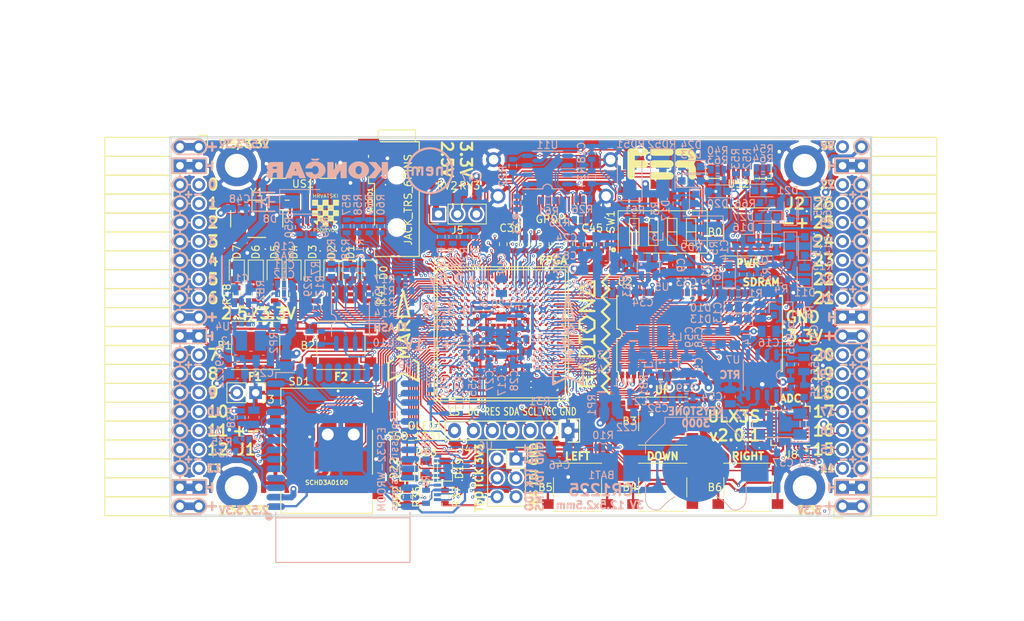
<source format=kicad_pcb>
(kicad_pcb (version 20171130) (host pcbnew 5.0.0-rc3+dfsg1-1)
  (layers (0 F.Cu signal) (1 In1.Cu signal) (2 In2.Cu signal) (31 B.Cu signal) (34 B.Paste user) (35 F.Paste user) (36 B.SilkS user) (37 F.SilkS user) (38 B.Mask user) (39 F.Mask user) (44 Edge.Cuts user))
  (net 0 "")
  (net 1 GND)
  (net 2 +5V)
  (net 3 /gpio/IN5V)
  (net 4 /gpio/OUT5V)
  (net 5 +3V3)
  (net 6 BTN_D)
  (net 7 BTN_F1)
  (net 8 BTN_F2)
  (net 9 BTN_L)
  (net 10 BTN_R)
  (net 11 BTN_U)
  (net 12 /power/FB1)
  (net 13 +2V5)
  (net 14 /power/PWREN)
  (net 15 /power/FB3)
  (net 16 /power/FB2)
  (net 17 /power/VBAT)
  (net 18 JTAG_TDI)
  (net 19 JTAG_TCK)
  (net 20 JTAG_TMS)
  (net 21 JTAG_TDO)
  (net 22 /power/WAKEUPn)
  (net 23 /power/WKUP)
  (net 24 /power/SHUT)
  (net 25 /power/WAKE)
  (net 26 /power/HOLD)
  (net 27 /power/WKn)
  (net 28 /power/OSCI_32k)
  (net 29 /power/OSCO_32k)
  (net 30 SHUTDOWN)
  (net 31 GPDI_SDA)
  (net 32 GPDI_SCL)
  (net 33 /gpdi/VREF2)
  (net 34 SD_CMD)
  (net 35 SD_CLK)
  (net 36 SD_D0)
  (net 37 SD_D1)
  (net 38 USB5V)
  (net 39 GPDI_CEC)
  (net 40 nRESET)
  (net 41 FTDI_nDTR)
  (net 42 SDRAM_CKE)
  (net 43 SDRAM_A7)
  (net 44 SDRAM_D15)
  (net 45 SDRAM_BA1)
  (net 46 SDRAM_D7)
  (net 47 SDRAM_A6)
  (net 48 SDRAM_CLK)
  (net 49 SDRAM_D13)
  (net 50 SDRAM_BA0)
  (net 51 SDRAM_D6)
  (net 52 SDRAM_A5)
  (net 53 SDRAM_D14)
  (net 54 SDRAM_A11)
  (net 55 SDRAM_D12)
  (net 56 SDRAM_D5)
  (net 57 SDRAM_A4)
  (net 58 SDRAM_A10)
  (net 59 SDRAM_D11)
  (net 60 SDRAM_A3)
  (net 61 SDRAM_D4)
  (net 62 SDRAM_D10)
  (net 63 SDRAM_D9)
  (net 64 SDRAM_A9)
  (net 65 SDRAM_D3)
  (net 66 SDRAM_D8)
  (net 67 SDRAM_A8)
  (net 68 SDRAM_A2)
  (net 69 SDRAM_A1)
  (net 70 SDRAM_A0)
  (net 71 SDRAM_D2)
  (net 72 SDRAM_D1)
  (net 73 SDRAM_D0)
  (net 74 SDRAM_DQM0)
  (net 75 SDRAM_nCS)
  (net 76 SDRAM_nRAS)
  (net 77 SDRAM_DQM1)
  (net 78 SDRAM_nCAS)
  (net 79 SDRAM_nWE)
  (net 80 /flash/FLASH_nWP)
  (net 81 /flash/FLASH_nHOLD)
  (net 82 /flash/FLASH_MOSI)
  (net 83 /flash/FLASH_MISO)
  (net 84 /flash/FLASH_SCK)
  (net 85 /flash/FLASH_nCS)
  (net 86 /flash/FPGA_PROGRAMN)
  (net 87 /flash/FPGA_DONE)
  (net 88 /flash/FPGA_INITN)
  (net 89 OLED_RES)
  (net 90 OLED_DC)
  (net 91 OLED_CS)
  (net 92 WIFI_EN)
  (net 93 FTDI_nRTS)
  (net 94 FTDI_TXD)
  (net 95 FTDI_RXD)
  (net 96 WIFI_RXD)
  (net 97 WIFI_GPIO0)
  (net 98 WIFI_TXD)
  (net 99 USB_FTDI_D+)
  (net 100 USB_FTDI_D-)
  (net 101 SD_D3)
  (net 102 AUDIO_L3)
  (net 103 AUDIO_L2)
  (net 104 AUDIO_L1)
  (net 105 AUDIO_L0)
  (net 106 AUDIO_R3)
  (net 107 AUDIO_R2)
  (net 108 AUDIO_R1)
  (net 109 AUDIO_R0)
  (net 110 OLED_CLK)
  (net 111 OLED_MOSI)
  (net 112 LED0)
  (net 113 LED1)
  (net 114 LED2)
  (net 115 LED3)
  (net 116 LED4)
  (net 117 LED5)
  (net 118 LED6)
  (net 119 LED7)
  (net 120 BTN_PWRn)
  (net 121 FTDI_nTXLED)
  (net 122 FTDI_nSLEEP)
  (net 123 /blinkey/LED_PWREN)
  (net 124 /blinkey/LED_TXLED)
  (net 125 /sdcard/SD3V3)
  (net 126 SD_D2)
  (net 127 CLK_25MHz)
  (net 128 /blinkey/BTNPUL)
  (net 129 /blinkey/BTNPUR)
  (net 130 USB_FPGA_D+)
  (net 131 /power/FTDI_nSUSPEND)
  (net 132 /blinkey/ALED0)
  (net 133 /blinkey/ALED1)
  (net 134 /blinkey/ALED2)
  (net 135 /blinkey/ALED3)
  (net 136 /blinkey/ALED4)
  (net 137 /blinkey/ALED5)
  (net 138 /blinkey/ALED6)
  (net 139 /blinkey/ALED7)
  (net 140 /usb/FTD-)
  (net 141 /usb/FTD+)
  (net 142 ADC_MISO)
  (net 143 ADC_MOSI)
  (net 144 ADC_CSn)
  (net 145 ADC_SCLK)
  (net 146 SW3)
  (net 147 SW2)
  (net 148 SW1)
  (net 149 USB_FPGA_D-)
  (net 150 /usb/FPD+)
  (net 151 /usb/FPD-)
  (net 152 WIFI_GPIO16)
  (net 153 /usb/ANT_433MHz)
  (net 154 /power/PWRBTn)
  (net 155 PROG_DONE)
  (net 156 /power/P3V3)
  (net 157 /power/P2V5)
  (net 158 /power/L1)
  (net 159 /power/L3)
  (net 160 /power/L2)
  (net 161 FTDI_TXDEN)
  (net 162 SDRAM_A12)
  (net 163 /analog/AUDIO_V)
  (net 164 AUDIO_V3)
  (net 165 AUDIO_V2)
  (net 166 AUDIO_V1)
  (net 167 AUDIO_V0)
  (net 168 /blinkey/LED_WIFI)
  (net 169 /power/P1V1)
  (net 170 +1V1)
  (net 171 SW4)
  (net 172 /blinkey/SWPU)
  (net 173 /wifi/WIFIEN)
  (net 174 FT2V5)
  (net 175 GN0)
  (net 176 GP0)
  (net 177 GN1)
  (net 178 GP1)
  (net 179 GN2)
  (net 180 GP2)
  (net 181 GN3)
  (net 182 GP3)
  (net 183 GN4)
  (net 184 GP4)
  (net 185 GN5)
  (net 186 GP5)
  (net 187 GN6)
  (net 188 GP6)
  (net 189 GN14)
  (net 190 GP14)
  (net 191 GN15)
  (net 192 GP15)
  (net 193 GN16)
  (net 194 GP16)
  (net 195 GN17)
  (net 196 GP17)
  (net 197 GN18)
  (net 198 GP18)
  (net 199 GN19)
  (net 200 GP19)
  (net 201 GN20)
  (net 202 GP20)
  (net 203 GN21)
  (net 204 GP21)
  (net 205 GN22)
  (net 206 GP22)
  (net 207 GN23)
  (net 208 GP23)
  (net 209 GN24)
  (net 210 GP24)
  (net 211 GN25)
  (net 212 GP25)
  (net 213 GN26)
  (net 214 GP26)
  (net 215 GN27)
  (net 216 GP27)
  (net 217 GN7)
  (net 218 GP7)
  (net 219 GN8)
  (net 220 GP8)
  (net 221 GN9)
  (net 222 GP9)
  (net 223 GN10)
  (net 224 GP10)
  (net 225 GN11)
  (net 226 GP11)
  (net 227 GN12)
  (net 228 GP12)
  (net 229 GN13)
  (net 230 GP13)
  (net 231 WIFI_GPIO5)
  (net 232 WIFI_GPIO17)
  (net 233 USB_FPGA_PULL_D+)
  (net 234 USB_FPGA_PULL_D-)
  (net 235 "Net-(D23-Pad2)")
  (net 236 "Net-(D24-Pad1)")
  (net 237 "Net-(D25-Pad2)")
  (net 238 "Net-(D26-Pad1)")
  (net 239 /gpdi/GPDI_ETH+)
  (net 240 FPDI_ETH+)
  (net 241 /gpdi/GPDI_ETH-)
  (net 242 FPDI_ETH-)
  (net 243 /gpdi/GPDI_D2-)
  (net 244 FPDI_D2-)
  (net 245 /gpdi/GPDI_D1-)
  (net 246 FPDI_D1-)
  (net 247 /gpdi/GPDI_D0-)
  (net 248 FPDI_D0-)
  (net 249 /gpdi/GPDI_CLK-)
  (net 250 FPDI_CLK-)
  (net 251 /gpdi/GPDI_D2+)
  (net 252 FPDI_D2+)
  (net 253 /gpdi/GPDI_D1+)
  (net 254 FPDI_D1+)
  (net 255 /gpdi/GPDI_D0+)
  (net 256 FPDI_D0+)
  (net 257 /gpdi/GPDI_CLK+)
  (net 258 FPDI_CLK+)
  (net 259 FPDI_SDA)
  (net 260 FPDI_SCL)
  (net 261 /gpdi/FPDI_CEC)
  (net 262 2V5_3V3)
  (net 263 "Net-(AUDIO1-Pad5)")
  (net 264 "Net-(AUDIO1-Pad6)")
  (net 265 "Net-(U1-PadA15)")
  (net 266 "Net-(U1-PadC9)")
  (net 267 "Net-(U1-PadD9)")
  (net 268 "Net-(U1-PadD10)")
  (net 269 "Net-(U1-PadD11)")
  (net 270 "Net-(U1-PadD12)")
  (net 271 "Net-(U1-PadE6)")
  (net 272 "Net-(U1-PadE9)")
  (net 273 "Net-(U1-PadE10)")
  (net 274 "Net-(U1-PadE11)")
  (net 275 "Net-(U1-PadJ4)")
  (net 276 "Net-(U1-PadJ5)")
  (net 277 "Net-(U1-PadK5)")
  (net 278 "Net-(U1-PadL5)")
  (net 279 "Net-(U1-PadM4)")
  (net 280 "Net-(U1-PadM5)")
  (net 281 SD_CD)
  (net 282 SD_WP)
  (net 283 "Net-(U1-PadR3)")
  (net 284 "Net-(U1-PadT16)")
  (net 285 "Net-(U1-PadW4)")
  (net 286 "Net-(U1-PadW5)")
  (net 287 "Net-(U1-PadW8)")
  (net 288 "Net-(U1-PadW9)")
  (net 289 "Net-(U1-PadW13)")
  (net 290 "Net-(U1-PadW14)")
  (net 291 "Net-(U1-PadW17)")
  (net 292 "Net-(U1-PadW18)")
  (net 293 FTDI_nRXLED)
  (net 294 "Net-(U8-Pad12)")
  (net 295 "Net-(U8-Pad25)")
  (net 296 "Net-(U9-Pad32)")
  (net 297 "Net-(U9-Pad22)")
  (net 298 "Net-(U9-Pad21)")
  (net 299 "Net-(U9-Pad20)")
  (net 300 "Net-(U9-Pad19)")
  (net 301 "Net-(U9-Pad18)")
  (net 302 "Net-(U9-Pad17)")
  (net 303 "Net-(U9-Pad12)")
  (net 304 "Net-(U9-Pad5)")
  (net 305 "Net-(U9-Pad4)")
  (net 306 "Net-(US1-Pad4)")
  (net 307 "Net-(Y2-Pad3)")
  (net 308 "Net-(Y2-Pad2)")
  (net 309 "Net-(U1-PadK16)")
  (net 310 "Net-(U1-PadK17)")
  (net 311 /usb/US2VBUS)
  (net 312 /power/SHD)
  (net 313 /power/RTCVDD)
  (net 314 "Net-(D27-Pad2)")
  (net 315 US2_ID)
  (net 316 /analog/AUDIO_L)
  (net 317 /analog/AUDIO_R)
  (net 318 /analog/ADC3V3)
  (module conn-fci:CONN-10029449-111RLF (layer F.Cu) (at 145.296 69.312 180)
    (fp_text reference GPDI1 (at 0 -3.1115 180) (layer F.SilkS))
    (fp_text value GPDI-D)
    (pad 19 smd rect (at -4.25 -1 180) (size 0.3 1.9) (layers F.Cu F.Paste F.Mask) (net 241 /gpdi/GPDI_ETH-))
    (pad 18 smd rect (at -3.75 -1 180) (size 0.3 1.9) (layers F.Cu F.Paste F.Mask) (net 2 +5V))
    (pad 17 smd rect (at -3.25 -1 180) (size 0.3 1.9) (layers F.Cu F.Paste F.Mask) (net 1 GND))
    (pad 16 smd rect (at -2.75 -1 180) (size 0.3 1.9) (layers F.Cu F.Paste F.Mask) (net 31 GPDI_SDA))
    (pad 15 smd rect (at -2.25 -1 180) (size 0.3 1.9) (layers F.Cu F.Paste F.Mask) (net 32 GPDI_SCL))
    (pad 14 smd rect (at -1.75 -1 180) (size 0.3 1.9) (layers F.Cu F.Paste F.Mask) (net 239 /gpdi/GPDI_ETH+))
    (pad 13 smd rect (at -1.25 -1 180) (size 0.3 1.9) (layers F.Cu F.Paste F.Mask) (net 39 GPDI_CEC))
    (pad 12 smd rect (at -0.75 -1 180) (size 0.3 1.9) (layers F.Cu F.Paste F.Mask) (net 249 /gpdi/GPDI_CLK-))
    (pad 11 smd rect (at -0.25 -1 180) (size 0.3 1.9) (layers F.Cu F.Paste F.Mask) (net 1 GND))
    (pad 10 smd rect (at 0.25 -1 180) (size 0.3 1.9) (layers F.Cu F.Paste F.Mask) (net 257 /gpdi/GPDI_CLK+))
    (pad 9 smd rect (at 0.75 -1 180) (size 0.3 1.9) (layers F.Cu F.Paste F.Mask) (net 247 /gpdi/GPDI_D0-))
    (pad 8 smd rect (at 1.25 -1 180) (size 0.3 1.9) (layers F.Cu F.Paste F.Mask) (net 1 GND))
    (pad 7 smd rect (at 1.75 -1 180) (size 0.3 1.9) (layers F.Cu F.Paste F.Mask) (net 255 /gpdi/GPDI_D0+))
    (pad 6 smd rect (at 2.25 -1 180) (size 0.3 1.9) (layers F.Cu F.Paste F.Mask) (net 245 /gpdi/GPDI_D1-))
    (pad 5 smd rect (at 2.75 -1 180) (size 0.3 1.9) (layers F.Cu F.Paste F.Mask) (net 1 GND))
    (pad 4 smd rect (at 3.25 -1 180) (size 0.3 1.9) (layers F.Cu F.Paste F.Mask) (net 253 /gpdi/GPDI_D1+))
    (pad 3 smd rect (at 3.75 -1 180) (size 0.3 1.9) (layers F.Cu F.Paste F.Mask) (net 243 /gpdi/GPDI_D2-))
    (pad 2 smd rect (at 4.25 -1 180) (size 0.3 1.9) (layers F.Cu F.Paste F.Mask) (net 1 GND))
    (pad 1 smd rect (at 4.75 -1 180) (size 0.3 1.9) (layers F.Cu F.Paste F.Mask) (net 251 /gpdi/GPDI_D2+))
    (pad 0 thru_hole circle (at -7.25 0 180) (size 2 2) (drill 1.3) (layers *.Cu *.Mask F.Paste) (net 1 GND))
    (pad 0 thru_hole circle (at 7.25 0 180) (size 2 2) (drill 1.3) (layers *.Cu *.Mask F.Paste) (net 1 GND))
    (pad 0 thru_hole circle (at -7.85 4.9 180) (size 2 2) (drill 1.3) (layers *.Cu *.Mask F.Paste) (net 1 GND))
    (pad 0 thru_hole circle (at 7.85 4.9 180) (size 2 2) (drill 1.3) (layers *.Cu *.Mask F.Paste) (net 1 GND))
  )
  (module ESP32:ESP32-WROOM (layer B.Cu) (at 117.23 105.75 180)
    (fp_text reference U9 (at -8.366 13.85 180) (layer B.SilkS) (effects (justify mirror)))
    (fp_text value ESP-WROOM32)
    (fp_text user "Espressif Systems" (at -6.858 0.889 90) (layer B.SilkS) (effects (justify mirror)))
    (fp_text user ESP32-WROOM (at -5.207 -0.254 90) (layer B.SilkS) (effects (justify mirror)))
    (pad 38 smd oval (at -9 -5.25 180) (size 2.5 0.9) (layers B.Cu B.Mask) (net 1 GND))
    (pad 37 smd oval (at -9 -3.98 180) (size 2.5 0.9) (layers B.Cu B.Mask) (net 18 JTAG_TDI))
    (pad 36 smd oval (at -9 -2.71 180) (size 2.5 0.9) (layers B.Cu B.Mask) (net 155 PROG_DONE))
    (pad 35 smd oval (at -9 -1.44 180) (size 2.5 0.9) (layers B.Cu B.Mask) (net 98 WIFI_TXD))
    (pad 34 smd oval (at -9 -0.17 180) (size 2.5 0.9) (layers B.Cu B.Mask) (net 96 WIFI_RXD))
    (pad 33 smd oval (at -9 1.1 180) (size 2.5 0.9) (layers B.Cu B.Mask) (net 20 JTAG_TMS))
    (pad 32 smd oval (at -9 2.37 180) (size 2.5 0.9) (layers B.Cu B.Mask) (net 296 "Net-(U9-Pad32)"))
    (pad 31 smd oval (at -9 3.64 180) (size 2.5 0.9) (layers B.Cu B.Mask) (net 21 JTAG_TDO))
    (pad 30 smd oval (at -9 4.91 180) (size 2.5 0.9) (layers B.Cu B.Mask) (net 19 JTAG_TCK))
    (pad 29 smd oval (at -9 6.18 180) (size 2.5 0.9) (layers B.Cu B.Mask) (net 231 WIFI_GPIO5))
    (pad 28 smd oval (at -9 7.45 180) (size 2.5 0.9) (layers B.Cu B.Mask) (net 232 WIFI_GPIO17))
    (pad 27 smd oval (at -9 8.72 180) (size 2.5 0.9) (layers B.Cu B.Mask) (net 152 WIFI_GPIO16))
    (pad 26 smd oval (at -9 9.99 180) (size 2.5 0.9) (layers B.Cu B.Mask) (net 37 SD_D1))
    (pad 25 smd oval (at -9 11.26 180) (size 2.5 0.9) (layers B.Cu B.Mask) (net 97 WIFI_GPIO0))
    (pad 24 smd oval (at -5.715 12.75 180) (size 0.9 2.5) (layers B.Cu B.Mask) (net 36 SD_D0))
    (pad 23 smd oval (at -4.445 12.75 180) (size 0.9 2.5) (layers B.Cu B.Mask) (net 34 SD_CMD))
    (pad 22 smd oval (at -3.175 12.75 180) (size 0.9 2.5) (layers B.Cu B.Mask) (net 297 "Net-(U9-Pad22)"))
    (pad 21 smd oval (at -1.905 12.75 180) (size 0.9 2.5) (layers B.Cu B.Mask) (net 298 "Net-(U9-Pad21)"))
    (pad 20 smd oval (at -0.635 12.75 180) (size 0.9 2.5) (layers B.Cu B.Mask) (net 299 "Net-(U9-Pad20)"))
    (pad 19 smd oval (at 0.635 12.75 180) (size 0.9 2.5) (layers B.Cu B.Mask) (net 300 "Net-(U9-Pad19)"))
    (pad 18 smd oval (at 1.905 12.75 180) (size 0.9 2.5) (layers B.Cu B.Mask) (net 301 "Net-(U9-Pad18)"))
    (pad 17 smd oval (at 3.175 12.75 180) (size 0.9 2.5) (layers B.Cu B.Mask) (net 302 "Net-(U9-Pad17)"))
    (pad 16 smd oval (at 4.445 12.75 180) (size 0.9 2.5) (layers B.Cu B.Mask) (net 101 SD_D3))
    (pad 15 smd oval (at 5.715 12.75 180) (size 0.9 2.5) (layers B.Cu B.Mask) (net 1 GND))
    (pad 14 smd oval (at 9 11.26 180) (size 2.5 0.9) (layers B.Cu B.Mask) (net 126 SD_D2))
    (pad 13 smd oval (at 9 9.99 180) (size 2.5 0.9) (layers B.Cu B.Mask) (net 35 SD_CLK))
    (pad 12 smd oval (at 9 8.72 180) (size 2.5 0.9) (layers B.Cu B.Mask) (net 303 "Net-(U9-Pad12)"))
    (pad 11 smd oval (at 9 7.45 180) (size 2.5 0.9) (layers B.Cu B.Mask) (net 225 GN11))
    (pad 10 smd oval (at 9 6.18 180) (size 2.5 0.9) (layers B.Cu B.Mask) (net 226 GP11))
    (pad 9 smd oval (at 9 4.91 180) (size 2.5 0.9) (layers B.Cu B.Mask) (net 227 GN12))
    (pad 8 smd oval (at 9 3.64 180) (size 2.5 0.9) (layers B.Cu B.Mask) (net 228 GP12))
    (pad 7 smd oval (at 9 2.37 180) (size 2.5 0.9) (layers B.Cu B.Mask) (net 229 GN13))
    (pad 6 smd oval (at 9 1.1 180) (size 2.5 0.9) (layers B.Cu B.Mask) (net 230 GP13))
    (pad 5 smd oval (at 9 -0.17 180) (size 2.5 0.9) (layers B.Cu B.Mask) (net 304 "Net-(U9-Pad5)"))
    (pad 4 smd oval (at 9 -1.44 180) (size 2.5 0.9) (layers B.Cu B.Mask) (net 305 "Net-(U9-Pad4)"))
    (pad 3 smd oval (at 9 -2.71 180) (size 2.5 0.9) (layers B.Cu B.Mask) (net 173 /wifi/WIFIEN))
    (pad 2 smd oval (at 9 -3.98 180) (size 2.5 0.9) (layers B.Cu B.Mask) (net 5 +3V3))
    (pad 1 smd oval (at 9 -5.25 180) (size 2.5 0.9) (layers B.Cu B.Mask) (net 1 GND))
    (pad 39 smd rect (at 0.3 2.45 180) (size 6 6) (layers B.Cu B.Mask) (net 1 GND))
  )
  (module Capacitor_SMD:C_0603_1608Metric (layer B.Cu) (at 102.863 91.156)
    (fp_text reference C49 (at -2.159 -0.399 90) (layer B.SilkS) (effects (justify mirror)))
    (fp_text value 22nF)
    (pad 2 smd rect (at 0.875 0) (size 0.67 1) (layers B.Cu B.Paste B.Mask) (net 1 GND))
    (pad 1 smd rect (at -0.875 0) (size 0.67 1) (layers B.Cu B.Paste B.Mask) (net 262 2V5_3V3))
  )
  (module jumper:R_0805_2012Metric_Pad1.29x1.40mm_HandSolder_Jumper_NC (layer B.Cu) (at 149.472 78.311 270)
    (fp_text reference RP3 (at 0 3.414 270) (layer B.SilkS) (effects (justify mirror)))
    (fp_text value 0)
    (fp_line (start -1 0) (end 1 0) (layer B.Cu) (width 1))
    (pad 2 smd rect (at 0.9675 0 270) (size 1.295 1.4) (layers B.Cu B.Mask) (net 5 +3V3))
    (pad 1 smd rect (at -0.9675 0 270) (size 1.295 1.4) (layers B.Cu B.Mask) (net 156 /power/P3V3))
  )
  (module jumper:R_0805_2012Metric_Pad1.29x1.40mm_HandSolder_Jumper_NC (layer B.Cu) (at 109.609 89.632 270)
    (fp_text reference RP2 (at -0.635 1.651 270) (layer B.SilkS) (effects (justify mirror)))
    (fp_text value 0)
    (fp_line (start -1 0) (end 1 0) (layer B.Cu) (width 1))
    (pad 2 smd rect (at 0.9675 0 270) (size 1.295 1.4) (layers B.Cu B.Mask) (net 13 +2V5))
    (pad 1 smd rect (at -0.9675 0 270) (size 1.295 1.4) (layers B.Cu B.Mask) (net 157 /power/P2V5))
  )
  (module jumper:R_0805_2012Metric_Pad1.29x1.40mm_HandSolder_Jumper_NC (layer B.Cu) (at 152.281 97.361 270)
    (fp_text reference RP1 (at 0 1.65 270) (layer B.SilkS) (effects (justify mirror)))
    (fp_text value 0)
    (fp_line (start -1 0) (end 1 0) (layer B.Cu) (width 1))
    (pad 2 smd rect (at 0.9675 0 270) (size 1.295 1.4) (layers B.Cu B.Mask) (net 170 +1V1))
    (pad 1 smd rect (at -0.9675 0 270) (size 1.295 1.4) (layers B.Cu B.Mask) (net 169 /power/P1V1))
  )
  (module jumper:D_SMA_Jumper_NC (layer B.Cu) (at 164.854 73.63 180)
    (fp_text reference RD9 (at 0.889 -2.54 180) (layer B.SilkS) (effects (justify mirror)))
    (fp_text value 0)
    (fp_line (start -2 0) (end 2 0) (layer B.Cu) (width 1))
    (pad 2 smd rect (at 2 0 180) (size 2.5 1.8) (layers B.Cu B.Mask) (net 2 +5V))
    (pad 1 smd rect (at -2 0 180) (size 2.5 1.8) (layers B.Cu B.Mask) (net 311 /usb/US2VBUS))
  )
  (module jumper:D_SMA_Jumper_NC (layer B.Cu) (at 160.155 66.391 270)
    (fp_text reference RD52 (at -4.064 0.127) (layer B.SilkS) (effects (justify mirror)))
    (fp_text value 0)
    (fp_line (start -2 0) (end 2 0) (layer B.Cu) (width 1))
    (pad 2 smd rect (at 2 0 270) (size 2.5 1.8) (layers B.Cu B.Mask) (net 2 +5V))
    (pad 1 smd rect (at -2 0 270) (size 2.5 1.8) (layers B.Cu B.Mask) (net 4 /gpio/OUT5V))
  )
  (module jumper:D_SMA_Jumper_NC (layer B.Cu) (at 155.71 66.518 90)
    (fp_text reference RD51 (at 4.191 0.127 180) (layer B.SilkS) (effects (justify mirror)))
    (fp_text value 0)
    (fp_line (start -2 0) (end 2 0) (layer B.Cu) (width 1))
    (pad 2 smd rect (at 2 0 90) (size 2.5 1.8) (layers B.Cu B.Mask) (net 3 /gpio/IN5V))
    (pad 1 smd rect (at -2 0 90) (size 2.5 1.8) (layers B.Cu B.Mask) (net 2 +5V))
  )
  (module dipswitch:SW_DIP_x4_W8.61mm_Slide_LowProfile (layer F.Cu) (at 160.14 74.12 90)
    (fp_text reference SW1 (at 1.379 -6.97 90) (layer F.SilkS))
    (fp_text value SW_DIP_x04)
    (pad 8 smd rect (at 4.305 -3.81 90) (size 2.44 1.12) (layers F.Cu F.Paste F.Mask) (net 148 SW1))
    (pad 4 smd rect (at -4.305 3.81 90) (size 2.44 1.12) (layers F.Cu F.Paste F.Mask) (net 172 /blinkey/SWPU))
    (pad 7 smd rect (at 4.305 -1.27 90) (size 2.44 1.12) (layers F.Cu F.Paste F.Mask) (net 147 SW2))
    (pad 3 smd rect (at -4.305 1.27 90) (size 2.44 1.12) (layers F.Cu F.Paste F.Mask) (net 172 /blinkey/SWPU))
    (pad 6 smd rect (at 4.305 1.27 90) (size 2.44 1.12) (layers F.Cu F.Paste F.Mask) (net 146 SW3))
    (pad 2 smd rect (at -4.305 -1.27 90) (size 2.44 1.12) (layers F.Cu F.Paste F.Mask) (net 172 /blinkey/SWPU))
    (pad 5 smd rect (at 4.305 3.81 90) (size 2.44 1.12) (layers F.Cu F.Paste F.Mask) (net 171 SW4))
    (pad 1 smd rect (at -4.305 -3.81 90) (size 2.44 1.12) (layers F.Cu F.Paste F.Mask) (net 172 /blinkey/SWPU))
  )
  (module Keystone_3000_1x12mm-CoinCell:Keystone_3000_1x12mm-CoinCell (layer B.Cu) (at 164.585 105.87 90)
    (fp_text reference BAT1 (at -0.907 -12.685 180) (layer B.SilkS) (effects (justify mirror)))
    (fp_text value CR1225)
    (pad 1 smd rect (at 0 7.9 180) (size 3.7 3.5) (layers B.Cu B.Paste B.Mask) (net 17 /power/VBAT) (clearance 0.7))
    (pad 1 smd rect (at 0 -7.9 180) (size 3.7 3.5) (layers B.Cu B.Paste B.Mask) (net 17 /power/VBAT) (clearance 0.7))
    (pad 2 smd circle (at 0 0 180) (size 9 9) (layers B.Cu B.Mask) (net 1 GND))
  )
  (module SM8:SM8 (layer B.Cu) (at 144.68 65.8015 90)
    (fp_text reference U11 (at 3.3475 -0.019 -180) (layer B.SilkS) (effects (justify mirror)))
    (fp_text value PCA9306D)
    (pad 1 smd rect (at -1.905 -2.7) (size 1.55 0.6) (layers B.Cu B.Paste B.Mask) (net 1 GND))
    (pad 2 smd oval (at -0.635 -2.7) (size 1.55 0.6) (layers B.Cu B.Paste B.Mask) (net 13 +2V5))
    (pad 3 smd oval (at 0.635 -2.7) (size 1.55 0.6) (layers B.Cu B.Paste B.Mask) (net 260 FPDI_SCL))
    (pad 4 smd oval (at 1.905 -2.7) (size 1.55 0.6) (layers B.Cu B.Paste B.Mask) (net 259 FPDI_SDA))
    (pad 5 smd oval (at 1.905 2.7) (size 1.55 0.6) (layers B.Cu B.Paste B.Mask) (net 31 GPDI_SDA))
    (pad 6 smd oval (at 0.635 2.7) (size 1.55 0.6) (layers B.Cu B.Paste B.Mask) (net 32 GPDI_SCL))
    (pad 7 smd oval (at -0.635 2.7) (size 1.55 0.6) (layers B.Cu B.Paste B.Mask) (net 33 /gpdi/VREF2))
    (pad 8 smd oval (at -1.905 2.7) (size 1.55 0.6) (layers B.Cu B.Paste B.Mask) (net 5 +3V3))
  )
  (module TSOP54:TSOP54 (layer F.Cu) (at 165.093 87.8 90)
    (fp_text reference U2 (at 6.98 -9.993 180) (layer F.SilkS))
    (fp_text value MT48LC16M16A2TG)
    (pad 28 smd rect (at 5.53 10.4 90) (size 0.9 0.56) (layers F.Cu F.Paste F.Mask) (net 1 GND))
    (pad 1 smd rect (at -5.53 -10.4 90) (size 0.9 0.56) (layers F.Cu F.Paste F.Mask) (net 5 +3V3))
    (pad 2 smd rect (at -5.53 -9.6 90) (size 0.9 0.56) (layers F.Cu F.Paste F.Mask) (net 73 SDRAM_D0))
    (pad 3 smd rect (at -5.53 -8.8 90) (size 0.9 0.56) (layers F.Cu F.Paste F.Mask) (net 5 +3V3))
    (pad 4 smd rect (at -5.53 -8 90) (size 0.9 0.56) (layers F.Cu F.Paste F.Mask) (net 72 SDRAM_D1))
    (pad 5 smd rect (at -5.53 -7.2 90) (size 0.9 0.56) (layers F.Cu F.Paste F.Mask) (net 71 SDRAM_D2))
    (pad 6 smd rect (at -5.53 -6.4 90) (size 0.9 0.56) (layers F.Cu F.Paste F.Mask) (net 1 GND))
    (pad 7 smd rect (at -5.53 -5.6 90) (size 0.9 0.56) (layers F.Cu F.Paste F.Mask) (net 65 SDRAM_D3))
    (pad 8 smd rect (at -5.53 -4.8 90) (size 0.9 0.56) (layers F.Cu F.Paste F.Mask) (net 61 SDRAM_D4))
    (pad 9 smd rect (at -5.53 -4 90) (size 0.9 0.56) (layers F.Cu F.Paste F.Mask) (net 5 +3V3))
    (pad 10 smd rect (at -5.53 -3.2 90) (size 0.9 0.56) (layers F.Cu F.Paste F.Mask) (net 56 SDRAM_D5))
    (pad 11 smd rect (at -5.53 -2.4 90) (size 0.9 0.56) (layers F.Cu F.Paste F.Mask) (net 51 SDRAM_D6))
    (pad 12 smd rect (at -5.53 -1.6 90) (size 0.9 0.56) (layers F.Cu F.Paste F.Mask) (net 1 GND))
    (pad 13 smd rect (at -5.53 -0.8 90) (size 0.9 0.56) (layers F.Cu F.Paste F.Mask) (net 46 SDRAM_D7))
    (pad 14 smd rect (at -5.53 0 90) (size 0.9 0.56) (layers F.Cu F.Paste F.Mask) (net 5 +3V3))
    (pad 15 smd rect (at -5.53 0.8 90) (size 0.9 0.56) (layers F.Cu F.Paste F.Mask) (net 74 SDRAM_DQM0))
    (pad 16 smd rect (at -5.53 1.6 90) (size 0.9 0.56) (layers F.Cu F.Paste F.Mask) (net 79 SDRAM_nWE))
    (pad 17 smd rect (at -5.53 2.4 90) (size 0.9 0.56) (layers F.Cu F.Paste F.Mask) (net 78 SDRAM_nCAS))
    (pad 18 smd rect (at -5.53 3.2 90) (size 0.9 0.56) (layers F.Cu F.Paste F.Mask) (net 76 SDRAM_nRAS))
    (pad 19 smd rect (at -5.53 4 90) (size 0.9 0.56) (layers F.Cu F.Paste F.Mask) (net 75 SDRAM_nCS))
    (pad 20 smd rect (at -5.53 4.8 90) (size 0.9 0.56) (layers F.Cu F.Paste F.Mask) (net 50 SDRAM_BA0))
    (pad 21 smd rect (at -5.53 5.6 90) (size 0.9 0.56) (layers F.Cu F.Paste F.Mask) (net 45 SDRAM_BA1))
    (pad 22 smd rect (at -5.53 6.4 90) (size 0.9 0.56) (layers F.Cu F.Paste F.Mask) (net 58 SDRAM_A10))
    (pad 23 smd rect (at -5.53 7.2 90) (size 0.9 0.56) (layers F.Cu F.Paste F.Mask) (net 70 SDRAM_A0))
    (pad 24 smd rect (at -5.53 8 90) (size 0.9 0.56) (layers F.Cu F.Paste F.Mask) (net 69 SDRAM_A1))
    (pad 25 smd rect (at -5.53 8.8 90) (size 0.9 0.56) (layers F.Cu F.Paste F.Mask) (net 68 SDRAM_A2))
    (pad 26 smd rect (at -5.53 9.6 90) (size 0.9 0.56) (layers F.Cu F.Paste F.Mask) (net 60 SDRAM_A3))
    (pad 27 smd rect (at -5.53 10.4 90) (size 0.9 0.56) (layers F.Cu F.Paste F.Mask) (net 5 +3V3))
    (pad 29 smd rect (at 5.53 9.6 90) (size 0.9 0.56) (layers F.Cu F.Paste F.Mask) (net 57 SDRAM_A4))
    (pad 30 smd rect (at 5.53 8.8 90) (size 0.9 0.56) (layers F.Cu F.Paste F.Mask) (net 52 SDRAM_A5))
    (pad 31 smd rect (at 5.53 8 90) (size 0.9 0.56) (layers F.Cu F.Paste F.Mask) (net 47 SDRAM_A6))
    (pad 32 smd rect (at 5.53 7.2 90) (size 0.9 0.56) (layers F.Cu F.Paste F.Mask) (net 43 SDRAM_A7))
    (pad 33 smd rect (at 5.53 6.4 90) (size 0.9 0.56) (layers F.Cu F.Paste F.Mask) (net 67 SDRAM_A8))
    (pad 34 smd rect (at 5.53 5.6 90) (size 0.9 0.56) (layers F.Cu F.Paste F.Mask) (net 64 SDRAM_A9))
    (pad 35 smd rect (at 5.53 4.8 90) (size 0.9 0.56) (layers F.Cu F.Paste F.Mask) (net 54 SDRAM_A11))
    (pad 36 smd rect (at 5.53 4 90) (size 0.9 0.56) (layers F.Cu F.Paste F.Mask) (net 162 SDRAM_A12))
    (pad 37 smd rect (at 5.53 3.2 90) (size 0.9 0.56) (layers F.Cu F.Paste F.Mask) (net 42 SDRAM_CKE))
    (pad 38 smd rect (at 5.53 2.4 90) (size 0.9 0.56) (layers F.Cu F.Paste F.Mask) (net 48 SDRAM_CLK))
    (pad 39 smd rect (at 5.53 1.6 90) (size 0.9 0.56) (layers F.Cu F.Paste F.Mask) (net 77 SDRAM_DQM1))
    (pad 40 smd rect (at 5.53 0.8 90) (size 0.9 0.56) (layers F.Cu F.Paste F.Mask))
    (pad 41 smd rect (at 5.53 0 90) (size 0.9 0.56) (layers F.Cu F.Paste F.Mask) (net 1 GND))
    (pad 42 smd rect (at 5.53 -0.8 90) (size 0.9 0.56) (layers F.Cu F.Paste F.Mask) (net 66 SDRAM_D8))
    (pad 43 smd rect (at 5.53 -1.6 90) (size 0.9 0.56) (layers F.Cu F.Paste F.Mask) (net 5 +3V3))
    (pad 44 smd rect (at 5.53 -2.4 90) (size 0.9 0.56) (layers F.Cu F.Paste F.Mask) (net 63 SDRAM_D9))
    (pad 45 smd rect (at 5.53 -3.2 90) (size 0.9 0.56) (layers F.Cu F.Paste F.Mask) (net 62 SDRAM_D10))
    (pad 46 smd rect (at 5.53 -4 90) (size 0.9 0.56) (layers F.Cu F.Paste F.Mask) (net 1 GND))
    (pad 47 smd rect (at 5.53 -4.8 90) (size 0.9 0.56) (layers F.Cu F.Paste F.Mask) (net 59 SDRAM_D11))
    (pad 48 smd rect (at 5.53 -5.6 90) (size 0.9 0.56) (layers F.Cu F.Paste F.Mask) (net 55 SDRAM_D12))
    (pad 49 smd rect (at 5.53 -6.4 90) (size 0.9 0.56) (layers F.Cu F.Paste F.Mask) (net 5 +3V3))
    (pad 50 smd rect (at 5.53 -7.2 90) (size 0.9 0.56) (layers F.Cu F.Paste F.Mask) (net 49 SDRAM_D13))
    (pad 51 smd rect (at 5.53 -8 90) (size 0.9 0.56) (layers F.Cu F.Paste F.Mask) (net 53 SDRAM_D14))
    (pad 52 smd rect (at 5.53 -8.8 90) (size 0.9 0.56) (layers F.Cu F.Paste F.Mask) (net 1 GND))
    (pad 53 smd rect (at 5.53 -9.6 90) (size 0.9 0.56) (layers F.Cu F.Paste F.Mask) (net 44 SDRAM_D15))
    (pad 54 smd rect (at 5.53 -10.4 90) (size 0.9 0.56) (layers F.Cu F.Paste F.Mask) (net 1 GND))
  )
  (module SOA008-150mil:SOA008-150-208mil (layer B.Cu) (at 118.245 85.822 270)
    (fp_text reference U10 (at 3.175 -4.445) (layer B.SilkS) (effects (justify mirror)))
    (fp_text value IS25LP128F-JBLE)
    (pad 1 smd rect (at -3.302 1.905 270) (size 2.1 0.6) (layers B.Cu B.Paste B.Mask) (net 85 /flash/FLASH_nCS))
    (pad 2 smd oval (at -3.302 0.635 270) (size 2.1 0.6) (layers B.Cu B.Paste B.Mask) (net 83 /flash/FLASH_MISO))
    (pad 3 smd oval (at -3.302 -0.635 270) (size 2.1 0.6) (layers B.Cu B.Paste B.Mask) (net 80 /flash/FLASH_nWP))
    (pad 4 smd oval (at -3.302 -1.905 270) (size 2.1 0.6) (layers B.Cu B.Paste B.Mask) (net 1 GND))
    (pad 5 smd oval (at 3.302 -1.905 270) (size 2.1 0.6) (layers B.Cu B.Paste B.Mask) (net 82 /flash/FLASH_MOSI))
    (pad 6 smd oval (at 3.302 -0.635 270) (size 2.1 0.6) (layers B.Cu B.Paste B.Mask) (net 84 /flash/FLASH_SCK))
    (pad 7 smd oval (at 3.302 0.635 270) (size 2.1 0.6) (layers B.Cu B.Paste B.Mask) (net 81 /flash/FLASH_nHOLD))
    (pad 8 smd oval (at 3.302 1.905 270) (size 2.1 0.6) (layers B.Cu B.Paste B.Mask) (net 5 +3V3))
  )
  (module SOT96-1:SOT96-1 (layer B.Cu) (at 173.49 93.315 90)
    (fp_text reference U7 (at 2.032 -3.937 180) (layer B.SilkS) (effects (justify mirror)))
    (fp_text value MCP7940NT)
    (pad 1 smd rect (at -2.7 1.905 90) (size 1.55 0.6) (layers B.Cu B.Paste B.Mask) (net 28 /power/OSCI_32k))
    (pad 2 smd oval (at -2.7 0.635 90) (size 1.55 0.6) (layers B.Cu B.Paste B.Mask) (net 29 /power/OSCO_32k))
    (pad 3 smd oval (at -2.7 -0.635 90) (size 1.55 0.6) (layers B.Cu B.Paste B.Mask) (net 17 /power/VBAT))
    (pad 4 smd oval (at -2.7 -1.905 90) (size 1.55 0.6) (layers B.Cu B.Paste B.Mask) (net 1 GND))
    (pad 5 smd oval (at 2.7 -1.905 90) (size 1.55 0.6) (layers B.Cu B.Paste B.Mask) (net 259 FPDI_SDA))
    (pad 6 smd oval (at 2.7 -0.635 90) (size 1.55 0.6) (layers B.Cu B.Paste B.Mask) (net 260 FPDI_SCL))
    (pad 7 smd oval (at 2.7 0.635 90) (size 1.55 0.6) (layers B.Cu B.Paste B.Mask) (net 22 /power/WAKEUPn))
    (pad 8 smd oval (at 2.7 1.905 90) (size 1.55 0.6) (layers B.Cu B.Paste B.Mask) (net 313 /power/RTCVDD))
  )
  (module ft231x:FT231X-SSOP-20_4.4x6.5mm_Pitch0.65mm (layer B.Cu) (at 132.835 107.14 180)
    (fp_text reference U6 (at -3.556 4.318 180) (layer B.SilkS) (effects (justify mirror)))
    (fp_text value FT231XS)
    (pad 20 smd rect (at 2.9 2.925 180) (size 1 0.4) (layers B.Cu B.Paste B.Mask) (net 94 FTDI_TXD))
    (pad 19 smd rect (at 2.9 2.275 180) (size 1 0.4) (layers B.Cu B.Paste B.Mask) (net 122 FTDI_nSLEEP))
    (pad 18 smd rect (at 2.9 1.625 180) (size 1 0.4) (layers B.Cu B.Paste B.Mask) (net 161 FTDI_TXDEN))
    (pad 17 smd rect (at 2.9 0.975 180) (size 1 0.4) (layers B.Cu B.Paste B.Mask) (net 293 FTDI_nRXLED))
    (pad 16 smd rect (at 2.9 0.325 180) (size 1 0.4) (layers B.Cu B.Paste B.Mask) (net 1 GND))
    (pad 15 smd rect (at 2.9 -0.325 180) (size 1 0.4) (layers B.Cu B.Paste B.Mask) (net 38 USB5V))
    (pad 14 smd rect (at 2.9 -0.975 180) (size 1 0.4) (layers B.Cu B.Paste B.Mask) (net 40 nRESET))
    (pad 13 smd rect (at 2.9 -1.625 180) (size 1 0.4) (layers B.Cu B.Paste B.Mask) (net 174 FT2V5))
    (pad 12 smd rect (at 2.9 -2.275 180) (size 1 0.4) (layers B.Cu B.Paste B.Mask) (net 100 USB_FTDI_D-))
    (pad 11 smd rect (at 2.9 -2.925 180) (size 1 0.4) (layers B.Cu B.Paste B.Mask) (net 99 USB_FTDI_D+))
    (pad 10 smd rect (at -2.9 -2.925 180) (size 1 0.4) (layers B.Cu B.Paste B.Mask) (net 121 FTDI_nTXLED))
    (pad 9 smd rect (at -2.9 -2.275 180) (size 1 0.4) (layers B.Cu B.Paste B.Mask) (net 21 JTAG_TDO))
    (pad 8 smd rect (at -2.9 -1.625 180) (size 1 0.4) (layers B.Cu B.Paste B.Mask) (net 20 JTAG_TMS))
    (pad 7 smd rect (at -2.9 -0.975 180) (size 1 0.4) (layers B.Cu B.Paste B.Mask) (net 19 JTAG_TCK))
    (pad 6 smd rect (at -2.9 -0.325 180) (size 1 0.4) (layers B.Cu B.Paste B.Mask) (net 1 GND))
    (pad 5 smd rect (at -2.9 0.325 180) (size 1 0.4) (layers B.Cu B.Paste B.Mask) (net 18 JTAG_TDI))
    (pad 4 smd rect (at -2.9 0.975 180) (size 1 0.4) (layers B.Cu B.Paste B.Mask) (net 95 FTDI_RXD))
    (pad 3 smd rect (at -2.9 1.625 180) (size 1 0.4) (layers B.Cu B.Paste B.Mask) (net 174 FT2V5))
    (pad 2 smd rect (at -2.9 2.275 180) (size 1 0.4) (layers B.Cu B.Paste B.Mask) (net 93 FTDI_nRTS))
    (pad 1 smd rect (at -2.9 2.925 180) (size 1 0.4) (layers B.Cu B.Paste B.Mask) (net 41 FTDI_nDTR))
  )
  (module TSOT-25:TSOT-25 (layer B.Cu) (at 158.235 78.692)
    (fp_text reference U5 (at 1.793 2.812) (layer B.SilkS) (effects (justify mirror)))
    (fp_text value TLV62569DBV)
    (pad 1 smd rect (at -0.95 -1.3) (size 0.7 1.2) (layers B.Cu B.Paste B.Mask) (net 14 /power/PWREN))
    (pad 2 smd rect (at 0 -1.3) (size 0.7 1.2) (layers B.Cu B.Paste B.Mask) (net 1 GND))
    (pad 3 smd rect (at 0.95 -1.3) (size 0.7 1.2) (layers B.Cu B.Paste B.Mask) (net 159 /power/L3))
    (pad 4 smd rect (at 0.95 1.3) (size 0.7 1.2) (layers B.Cu B.Paste B.Mask) (net 2 +5V))
    (pad 5 smd rect (at -0.95 1.3) (size 0.7 1.2) (layers B.Cu B.Paste B.Mask) (net 15 /power/FB3))
  )
  (module TSOT-25:TSOT-25 (layer B.Cu) (at 160.775 91.9)
    (fp_text reference U3 (at -0.295 2.9) (layer B.SilkS) (effects (justify mirror)))
    (fp_text value TLV62569DBV)
    (pad 1 smd rect (at -0.95 -1.3) (size 0.7 1.2) (layers B.Cu B.Paste B.Mask) (net 14 /power/PWREN))
    (pad 2 smd rect (at 0 -1.3) (size 0.7 1.2) (layers B.Cu B.Paste B.Mask) (net 1 GND))
    (pad 3 smd rect (at 0.95 -1.3) (size 0.7 1.2) (layers B.Cu B.Paste B.Mask) (net 158 /power/L1))
    (pad 4 smd rect (at 0.95 1.3) (size 0.7 1.2) (layers B.Cu B.Paste B.Mask) (net 2 +5V))
    (pad 5 smd rect (at -0.95 1.3) (size 0.7 1.2) (layers B.Cu B.Paste B.Mask) (net 12 /power/FB1))
  )
  (module TSOT-25:TSOT-25 (layer B.Cu) (at 103.625 84.915 180)
    (fp_text reference U4 (at 2.54 -1.905 180) (layer B.SilkS) (effects (justify mirror)))
    (fp_text value TLV62569DBV)
    (pad 1 smd rect (at -0.95 -1.3 180) (size 0.7 1.2) (layers B.Cu B.Paste B.Mask) (net 14 /power/PWREN))
    (pad 2 smd rect (at 0 -1.3 180) (size 0.7 1.2) (layers B.Cu B.Paste B.Mask) (net 1 GND))
    (pad 3 smd rect (at 0.95 -1.3 180) (size 0.7 1.2) (layers B.Cu B.Paste B.Mask) (net 160 /power/L2))
    (pad 4 smd rect (at 0.95 1.3 180) (size 0.7 1.2) (layers B.Cu B.Paste B.Mask) (net 2 +5V))
    (pad 5 smd rect (at -0.95 1.3 180) (size 0.7 1.2) (layers B.Cu B.Paste B.Mask) (net 16 /power/FB2))
  )
  (module inem:inem (layer B.Cu) (at 128.913 65.883)
    (fp_text reference REF** hide)
    (fp_text value inem hide)
    (fp_text user inem (at 0 -0.1) (layer B.SilkS) (effects (font (size 1.5 1.5) (thickness 0.3)) (justify mirror)))
  )
  (module fer:fer4mm6 (layer F.Cu) (at 159.901 64.994)
    (fp_text reference fer hide)
    (fp_text value fer hide)
  )
  (module Socket_Strips:Socket_Strip_Angled_2x20 (layer F.Cu) (at 97.91 62.69 270)
    (fp_text reference J1 (at 40.64 -6.35) (layer F.SilkS) (effects (font (size 1.5 1.5) (thickness 0.3))))
    (fp_text value CONN_02X20 hide)
    (pad 1 thru_hole oval (at 0 0 270) (size 1.7272 1.7272) (drill 1.016) (layers *.Cu *.Mask) (net 262 2V5_3V3))
    (pad 2 thru_hole oval (at 0 2.54 270) (size 1.7272 1.7272) (drill 1.016) (layers *.Cu *.Mask) (net 262 2V5_3V3))
    (pad 3 thru_hole rect (at 2.54 0 270) (size 1.7272 1.7272) (drill 1.016) (layers *.Cu *.Mask) (net 1 GND))
    (pad 4 thru_hole rect (at 2.54 2.54 270) (size 1.7272 1.7272) (drill 1.016) (layers *.Cu *.Mask) (net 1 GND))
    (pad 5 thru_hole oval (at 5.08 0 270) (size 1.7272 1.7272) (drill 1.016) (layers *.Cu *.Mask) (net 175 GN0))
    (pad 6 thru_hole oval (at 5.08 2.54 270) (size 1.7272 1.7272) (drill 1.016) (layers *.Cu *.Mask) (net 176 GP0))
    (pad 7 thru_hole oval (at 7.62 0 270) (size 1.7272 1.7272) (drill 1.016) (layers *.Cu *.Mask) (net 177 GN1))
    (pad 8 thru_hole oval (at 7.62 2.54 270) (size 1.7272 1.7272) (drill 1.016) (layers *.Cu *.Mask) (net 178 GP1))
    (pad 9 thru_hole oval (at 10.16 0 270) (size 1.7272 1.7272) (drill 1.016) (layers *.Cu *.Mask) (net 179 GN2))
    (pad 10 thru_hole oval (at 10.16 2.54 270) (size 1.7272 1.7272) (drill 1.016) (layers *.Cu *.Mask) (net 180 GP2))
    (pad 11 thru_hole oval (at 12.7 0 270) (size 1.7272 1.7272) (drill 1.016) (layers *.Cu *.Mask) (net 181 GN3))
    (pad 12 thru_hole oval (at 12.7 2.54 270) (size 1.7272 1.7272) (drill 1.016) (layers *.Cu *.Mask) (net 182 GP3))
    (pad 13 thru_hole oval (at 15.24 0 270) (size 1.7272 1.7272) (drill 1.016) (layers *.Cu *.Mask) (net 183 GN4))
    (pad 14 thru_hole oval (at 15.24 2.54 270) (size 1.7272 1.7272) (drill 1.016) (layers *.Cu *.Mask) (net 184 GP4))
    (pad 15 thru_hole oval (at 17.78 0 270) (size 1.7272 1.7272) (drill 1.016) (layers *.Cu *.Mask) (net 185 GN5))
    (pad 16 thru_hole oval (at 17.78 2.54 270) (size 1.7272 1.7272) (drill 1.016) (layers *.Cu *.Mask) (net 186 GP5))
    (pad 17 thru_hole oval (at 20.32 0 270) (size 1.7272 1.7272) (drill 1.016) (layers *.Cu *.Mask) (net 187 GN6))
    (pad 18 thru_hole oval (at 20.32 2.54 270) (size 1.7272 1.7272) (drill 1.016) (layers *.Cu *.Mask) (net 188 GP6))
    (pad 19 thru_hole oval (at 22.86 0 270) (size 1.7272 1.7272) (drill 1.016) (layers *.Cu *.Mask) (net 262 2V5_3V3))
    (pad 20 thru_hole oval (at 22.86 2.54 270) (size 1.7272 1.7272) (drill 1.016) (layers *.Cu *.Mask) (net 262 2V5_3V3))
    (pad 21 thru_hole rect (at 25.4 0 270) (size 1.7272 1.7272) (drill 1.016) (layers *.Cu *.Mask) (net 1 GND))
    (pad 22 thru_hole rect (at 25.4 2.54 270) (size 1.7272 1.7272) (drill 1.016) (layers *.Cu *.Mask) (net 1 GND))
    (pad 23 thru_hole oval (at 27.94 0 270) (size 1.7272 1.7272) (drill 1.016) (layers *.Cu *.Mask) (net 217 GN7))
    (pad 24 thru_hole oval (at 27.94 2.54 270) (size 1.7272 1.7272) (drill 1.016) (layers *.Cu *.Mask) (net 218 GP7))
    (pad 25 thru_hole oval (at 30.48 0 270) (size 1.7272 1.7272) (drill 1.016) (layers *.Cu *.Mask) (net 219 GN8))
    (pad 26 thru_hole oval (at 30.48 2.54 270) (size 1.7272 1.7272) (drill 1.016) (layers *.Cu *.Mask) (net 220 GP8))
    (pad 27 thru_hole oval (at 33.02 0 270) (size 1.7272 1.7272) (drill 1.016) (layers *.Cu *.Mask) (net 221 GN9))
    (pad 28 thru_hole oval (at 33.02 2.54 270) (size 1.7272 1.7272) (drill 1.016) (layers *.Cu *.Mask) (net 222 GP9))
    (pad 29 thru_hole oval (at 35.56 0 270) (size 1.7272 1.7272) (drill 1.016) (layers *.Cu *.Mask) (net 223 GN10))
    (pad 30 thru_hole oval (at 35.56 2.54 270) (size 1.7272 1.7272) (drill 1.016) (layers *.Cu *.Mask) (net 224 GP10))
    (pad 31 thru_hole oval (at 38.1 0 270) (size 1.7272 1.7272) (drill 1.016) (layers *.Cu *.Mask) (net 225 GN11))
    (pad 32 thru_hole oval (at 38.1 2.54 270) (size 1.7272 1.7272) (drill 1.016) (layers *.Cu *.Mask) (net 226 GP11))
    (pad 33 thru_hole oval (at 40.64 0 270) (size 1.7272 1.7272) (drill 1.016) (layers *.Cu *.Mask) (net 227 GN12))
    (pad 34 thru_hole oval (at 40.64 2.54 270) (size 1.7272 1.7272) (drill 1.016) (layers *.Cu *.Mask) (net 228 GP12))
    (pad 35 thru_hole oval (at 43.18 0 270) (size 1.7272 1.7272) (drill 1.016) (layers *.Cu *.Mask) (net 229 GN13))
    (pad 36 thru_hole oval (at 43.18 2.54 270) (size 1.7272 1.7272) (drill 1.016) (layers *.Cu *.Mask) (net 230 GP13))
    (pad 37 thru_hole rect (at 45.72 0 270) (size 1.7272 1.7272) (drill 1.016) (layers *.Cu *.Mask) (net 1 GND))
    (pad 38 thru_hole rect (at 45.72 2.54 270) (size 1.7272 1.7272) (drill 1.016) (layers *.Cu *.Mask) (net 1 GND))
    (pad 39 thru_hole oval (at 48.26 0 270) (size 1.7272 1.7272) (drill 1.016) (layers *.Cu *.Mask) (net 262 2V5_3V3))
    (pad 40 thru_hole oval (at 48.26 2.54 270) (size 1.7272 1.7272) (drill 1.016) (layers *.Cu *.Mask) (net 262 2V5_3V3))
  )
  (module Socket_Strips:Socket_Strip_Angled_2x20 (layer F.Cu) (at 184.27 110.95 90)
    (fp_text reference J2 (at 40.64 -6.35 180) (layer F.SilkS) (effects (font (size 1.5 1.5) (thickness 0.3))))
    (fp_text value CONN_02X20 hide)
    (pad 1 thru_hole oval (at 0 0 90) (size 1.7272 1.7272) (drill 1.016) (layers *.Cu *.Mask) (net 5 +3V3))
    (pad 2 thru_hole oval (at 0 2.54 90) (size 1.7272 1.7272) (drill 1.016) (layers *.Cu *.Mask) (net 5 +3V3))
    (pad 3 thru_hole rect (at 2.54 0 90) (size 1.7272 1.7272) (drill 1.016) (layers *.Cu *.Mask) (net 1 GND))
    (pad 4 thru_hole rect (at 2.54 2.54 90) (size 1.7272 1.7272) (drill 1.016) (layers *.Cu *.Mask) (net 1 GND))
    (pad 5 thru_hole oval (at 5.08 0 90) (size 1.7272 1.7272) (drill 1.016) (layers *.Cu *.Mask) (net 189 GN14))
    (pad 6 thru_hole oval (at 5.08 2.54 90) (size 1.7272 1.7272) (drill 1.016) (layers *.Cu *.Mask) (net 190 GP14))
    (pad 7 thru_hole oval (at 7.62 0 90) (size 1.7272 1.7272) (drill 1.016) (layers *.Cu *.Mask) (net 191 GN15))
    (pad 8 thru_hole oval (at 7.62 2.54 90) (size 1.7272 1.7272) (drill 1.016) (layers *.Cu *.Mask) (net 192 GP15))
    (pad 9 thru_hole oval (at 10.16 0 90) (size 1.7272 1.7272) (drill 1.016) (layers *.Cu *.Mask) (net 193 GN16))
    (pad 10 thru_hole oval (at 10.16 2.54 90) (size 1.7272 1.7272) (drill 1.016) (layers *.Cu *.Mask) (net 194 GP16))
    (pad 11 thru_hole oval (at 12.7 0 90) (size 1.7272 1.7272) (drill 1.016) (layers *.Cu *.Mask) (net 195 GN17))
    (pad 12 thru_hole oval (at 12.7 2.54 90) (size 1.7272 1.7272) (drill 1.016) (layers *.Cu *.Mask) (net 196 GP17))
    (pad 13 thru_hole oval (at 15.24 0 90) (size 1.7272 1.7272) (drill 1.016) (layers *.Cu *.Mask) (net 197 GN18))
    (pad 14 thru_hole oval (at 15.24 2.54 90) (size 1.7272 1.7272) (drill 1.016) (layers *.Cu *.Mask) (net 198 GP18))
    (pad 15 thru_hole oval (at 17.78 0 90) (size 1.7272 1.7272) (drill 1.016) (layers *.Cu *.Mask) (net 199 GN19))
    (pad 16 thru_hole oval (at 17.78 2.54 90) (size 1.7272 1.7272) (drill 1.016) (layers *.Cu *.Mask) (net 200 GP19))
    (pad 17 thru_hole oval (at 20.32 0 90) (size 1.7272 1.7272) (drill 1.016) (layers *.Cu *.Mask) (net 201 GN20))
    (pad 18 thru_hole oval (at 20.32 2.54 90) (size 1.7272 1.7272) (drill 1.016) (layers *.Cu *.Mask) (net 202 GP20))
    (pad 19 thru_hole oval (at 22.86 0 90) (size 1.7272 1.7272) (drill 1.016) (layers *.Cu *.Mask) (net 5 +3V3))
    (pad 20 thru_hole oval (at 22.86 2.54 90) (size 1.7272 1.7272) (drill 1.016) (layers *.Cu *.Mask) (net 5 +3V3))
    (pad 21 thru_hole rect (at 25.4 0 90) (size 1.7272 1.7272) (drill 1.016) (layers *.Cu *.Mask) (net 1 GND))
    (pad 22 thru_hole rect (at 25.4 2.54 90) (size 1.7272 1.7272) (drill 1.016) (layers *.Cu *.Mask) (net 1 GND))
    (pad 23 thru_hole oval (at 27.94 0 90) (size 1.7272 1.7272) (drill 1.016) (layers *.Cu *.Mask) (net 203 GN21))
    (pad 24 thru_hole oval (at 27.94 2.54 90) (size 1.7272 1.7272) (drill 1.016) (layers *.Cu *.Mask) (net 204 GP21))
    (pad 25 thru_hole oval (at 30.48 0 90) (size 1.7272 1.7272) (drill 1.016) (layers *.Cu *.Mask) (net 205 GN22))
    (pad 26 thru_hole oval (at 30.48 2.54 90) (size 1.7272 1.7272) (drill 1.016) (layers *.Cu *.Mask) (net 206 GP22))
    (pad 27 thru_hole oval (at 33.02 0 90) (size 1.7272 1.7272) (drill 1.016) (layers *.Cu *.Mask) (net 207 GN23))
    (pad 28 thru_hole oval (at 33.02 2.54 90) (size 1.7272 1.7272) (drill 1.016) (layers *.Cu *.Mask) (net 208 GP23))
    (pad 29 thru_hole oval (at 35.56 0 90) (size 1.7272 1.7272) (drill 1.016) (layers *.Cu *.Mask) (net 209 GN24))
    (pad 30 thru_hole oval (at 35.56 2.54 90) (size 1.7272 1.7272) (drill 1.016) (layers *.Cu *.Mask) (net 210 GP24))
    (pad 31 thru_hole oval (at 38.1 0 90) (size 1.7272 1.7272) (drill 1.016) (layers *.Cu *.Mask) (net 211 GN25))
    (pad 32 thru_hole oval (at 38.1 2.54 90) (size 1.7272 1.7272) (drill 1.016) (layers *.Cu *.Mask) (net 212 GP25))
    (pad 33 thru_hole oval (at 40.64 0 90) (size 1.7272 1.7272) (drill 1.016) (layers *.Cu *.Mask) (net 213 GN26))
    (pad 34 thru_hole oval (at 40.64 2.54 90) (size 1.7272 1.7272) (drill 1.016) (layers *.Cu *.Mask) (net 214 GP26))
    (pad 35 thru_hole oval (at 43.18 0 90) (size 1.7272 1.7272) (drill 1.016) (layers *.Cu *.Mask) (net 215 GN27))
    (pad 36 thru_hole oval (at 43.18 2.54 90) (size 1.7272 1.7272) (drill 1.016) (layers *.Cu *.Mask) (net 216 GP27))
    (pad 37 thru_hole rect (at 45.72 0 90) (size 1.7272 1.7272) (drill 1.016) (layers *.Cu *.Mask) (net 1 GND))
    (pad 38 thru_hole rect (at 45.72 2.54 90) (size 1.7272 1.7272) (drill 1.016) (layers *.Cu *.Mask) (net 1 GND))
    (pad 39 thru_hole oval (at 48.26 0 90) (size 1.7272 1.7272) (drill 1.016) (layers *.Cu *.Mask) (net 3 /gpio/IN5V))
    (pad 40 thru_hole oval (at 48.26 2.54 90) (size 1.7272 1.7272) (drill 1.016) (layers *.Cu *.Mask) (net 4 /gpio/OUT5V))
  )
  (module Mounting_Holes:MountingHole_3.2mm_M3_ISO14580_Pad (layer F.Cu) (at 102.99 108.41)
    (fp_text reference H1 hide)
    (fp_text value HOLE hide)
    (pad 1 thru_hole circle (at 0 0) (size 5.5 5.5) (drill 3.2) (layers *.Cu *.Mask) (net 1 GND))
  )
  (module Mounting_Holes:MountingHole_3.2mm_M3_ISO14580_Pad (layer F.Cu) (at 179.19 108.41)
    (fp_text reference H2 hide)
    (fp_text value HOLE hide)
    (pad 1 thru_hole circle (at 0 0) (size 5.5 5.5) (drill 3.2) (layers *.Cu *.Mask) (net 1 GND))
  )
  (module Mounting_Holes:MountingHole_3.2mm_M3_ISO14580_Pad (layer F.Cu) (at 179.19 65.23)
    (fp_text reference H3 hide)
    (fp_text value HOLE hide)
    (pad 1 thru_hole circle (at 0 0) (size 5.5 5.5) (drill 3.2) (layers *.Cu *.Mask) (net 1 GND))
  )
  (module Mounting_Holes:MountingHole_3.2mm_M3_ISO14580_Pad (layer F.Cu) (at 102.99 65.23)
    (fp_text reference H4 hide)
    (fp_text value HOLE hide)
    (pad 1 thru_hole circle (at 0 0) (size 5.5 5.5) (drill 3.2) (layers *.Cu *.Mask) (net 1 GND))
  )
  (module Socket_Strips:Socket_Strip_Straight_2x03 (layer F.Cu) (at 140.455 104.6 270)
    (fp_text reference J4 (at -1.252 6.843) (layer F.SilkS))
    (fp_text value CONN_02X03 hide)
    (pad 1 thru_hole rect (at 0 0 270) (size 1.7272 1.7272) (drill 1.016) (layers *.Cu *.Mask) (net 1 GND))
    (pad 2 thru_hole oval (at 0 2.54 270) (size 1.7272 1.7272) (drill 1.016) (layers *.Cu *.Mask) (net 5 +3V3))
    (pad 3 thru_hole oval (at 2.54 0 270) (size 1.7272 1.7272) (drill 1.016) (layers *.Cu *.Mask) (net 18 JTAG_TDI))
    (pad 4 thru_hole oval (at 2.54 2.54 270) (size 1.7272 1.7272) (drill 1.016) (layers *.Cu *.Mask) (net 19 JTAG_TCK))
    (pad 5 thru_hole oval (at 5.08 0 270) (size 1.7272 1.7272) (drill 1.016) (layers *.Cu *.Mask) (net 20 JTAG_TMS))
    (pad 6 thru_hole oval (at 5.08 2.54 270) (size 1.7272 1.7272) (drill 1.016) (layers *.Cu *.Mask) (net 21 JTAG_TDO))
  )
  (module Housings_DFN_QFN:QFN-28-1EP_5x5mm_Pitch0.5mm (layer F.Cu) (at 177.285 100.155 180)
    (fp_text reference U8 (at 0 -3.875 180) (layer F.SilkS))
    (fp_text value MAX11125)
    (pad 1 smd oval (at -2.45 -1.5 180) (size 0.85 0.3) (layers F.Cu F.Paste F.Mask) (net 192 GP15))
    (pad 2 smd oval (at -2.45 -1 180) (size 0.85 0.3) (layers F.Cu F.Paste F.Mask) (net 193 GN16))
    (pad 3 smd oval (at -2.45 -0.5 180) (size 0.85 0.3) (layers F.Cu F.Paste F.Mask) (net 194 GP16))
    (pad 4 smd oval (at -2.45 0 180) (size 0.85 0.3) (layers F.Cu F.Paste F.Mask) (net 195 GN17))
    (pad 5 smd oval (at -2.45 0.5 180) (size 0.85 0.3) (layers F.Cu F.Paste F.Mask) (net 196 GP17))
    (pad 6 smd oval (at -2.45 1 180) (size 0.85 0.3) (layers F.Cu F.Paste F.Mask) (net 1 GND))
    (pad 7 smd oval (at -2.45 1.5 180) (size 0.85 0.3) (layers F.Cu F.Paste F.Mask) (net 1 GND))
    (pad 8 smd oval (at -1.5 2.45 270) (size 0.85 0.3) (layers F.Cu F.Paste F.Mask) (net 1 GND))
    (pad 9 smd oval (at -1 2.45 270) (size 0.85 0.3) (layers F.Cu F.Paste F.Mask) (net 1 GND))
    (pad 10 smd oval (at -0.5 2.45 270) (size 0.85 0.3) (layers F.Cu F.Paste F.Mask) (net 1 GND))
    (pad 11 smd oval (at 0 2.45 270) (size 0.85 0.3) (layers F.Cu F.Paste F.Mask) (net 1 GND))
    (pad 12 smd oval (at 0.5 2.45 270) (size 0.85 0.3) (layers F.Cu F.Paste F.Mask) (net 294 "Net-(U8-Pad12)"))
    (pad 13 smd oval (at 1 2.45 270) (size 0.85 0.3) (layers F.Cu F.Paste F.Mask) (net 1 GND))
    (pad 14 smd oval (at 1.5 2.45 270) (size 0.85 0.3) (layers F.Cu F.Paste F.Mask) (net 1 GND))
    (pad 15 smd oval (at 2.45 1.5 180) (size 0.85 0.3) (layers F.Cu F.Paste F.Mask) (net 318 /analog/ADC3V3))
    (pad 16 smd oval (at 2.45 1 180) (size 0.85 0.3) (layers F.Cu F.Paste F.Mask) (net 1 GND))
    (pad 17 smd oval (at 2.45 0.5 180) (size 0.85 0.3) (layers F.Cu F.Paste F.Mask) (net 318 /analog/ADC3V3))
    (pad 18 smd oval (at 2.45 0 180) (size 0.85 0.3) (layers F.Cu F.Paste F.Mask) (net 318 /analog/ADC3V3))
    (pad 19 smd oval (at 2.45 -0.5 180) (size 0.85 0.3) (layers F.Cu F.Paste F.Mask) (net 145 ADC_SCLK))
    (pad 20 smd oval (at 2.45 -1 180) (size 0.85 0.3) (layers F.Cu F.Paste F.Mask) (net 144 ADC_CSn))
    (pad 21 smd oval (at 2.45 -1.5 180) (size 0.85 0.3) (layers F.Cu F.Paste F.Mask) (net 143 ADC_MOSI))
    (pad 22 smd oval (at 1.5 -2.45 270) (size 0.85 0.3) (layers F.Cu F.Paste F.Mask) (net 1 GND))
    (pad 23 smd oval (at 1 -2.45 270) (size 0.85 0.3) (layers F.Cu F.Paste F.Mask) (net 318 /analog/ADC3V3))
    (pad 24 smd oval (at 0.5 -2.45 270) (size 0.85 0.3) (layers F.Cu F.Paste F.Mask) (net 142 ADC_MISO))
    (pad 25 smd oval (at 0 -2.45 270) (size 0.85 0.3) (layers F.Cu F.Paste F.Mask) (net 295 "Net-(U8-Pad25)"))
    (pad 26 smd oval (at -0.5 -2.45 270) (size 0.85 0.3) (layers F.Cu F.Paste F.Mask) (net 189 GN14))
    (pad 27 smd oval (at -1 -2.45 270) (size 0.85 0.3) (layers F.Cu F.Paste F.Mask) (net 190 GP14))
    (pad 28 smd oval (at -1.5 -2.45 270) (size 0.85 0.3) (layers F.Cu F.Paste F.Mask) (net 191 GN15))
    (pad 29 smd rect (at 0.8375 0.8375 180) (size 1.675 1.675) (layers F.Cu F.Paste F.Mask) (net 1 GND))
    (pad 29 smd rect (at 0.8375 -0.8375 180) (size 1.675 1.675) (layers F.Cu F.Paste F.Mask) (net 1 GND))
    (pad 29 smd rect (at -0.8375 0.8375 180) (size 1.675 1.675) (layers F.Cu F.Paste F.Mask) (net 1 GND))
    (pad 29 smd rect (at -0.8375 -0.8375 180) (size 1.675 1.675) (layers F.Cu F.Paste F.Mask) (net 1 GND))
  )
  (module oled:oled_13xx (layer F.Cu) (at 139.82 100.79 180)
    (fp_text reference OLED1 (at 11.557 0.635 180) (layer F.SilkS))
    (fp_text value SSD_1331 (at 12.954 -0.762 180) (layer F.SilkS))
    (fp_text user CS (at 7.62 2.54 180) (layer F.SilkS) (effects (font (size 1 0.75))))
    (fp_text user DC (at 5.08 2.54 180) (layer F.SilkS) (effects (font (size 1 0.75))))
    (fp_text user RES (at 2.54 2.54 180) (layer F.SilkS) (effects (font (size 1 0.75))))
    (fp_text user SDA (at 0 2.54 180) (layer F.SilkS) (effects (font (size 1 0.75))))
    (fp_text user SCL (at -2.54 2.54 180) (layer F.SilkS) (effects (font (size 1 0.75))))
    (fp_text user VCC (at -5.08 2.54 180) (layer F.SilkS) (effects (font (size 1 0.75))))
    (fp_text user GND (at -7.62 2.54 180) (layer F.SilkS) (effects (font (size 1 0.75))))
    (pad 1 thru_hole rect (at -7.62 0 180) (size 1.7272 2.032) (drill 1.016) (layers *.Cu *.Mask) (net 1 GND))
    (pad 2 thru_hole oval (at -5.08 0 180) (size 1.7272 2.032) (drill 1.016) (layers *.Cu *.Mask) (net 5 +3V3))
    (pad 3 thru_hole oval (at -2.54 0 180) (size 1.7272 2.032) (drill 1.016) (layers *.Cu *.Mask) (net 110 OLED_CLK))
    (pad 4 thru_hole oval (at 0 0 180) (size 1.7272 2.032) (drill 1.016) (layers *.Cu *.Mask) (net 111 OLED_MOSI))
    (pad 5 thru_hole oval (at 2.54 0 180) (size 1.7272 2.032) (drill 1.016) (layers *.Cu *.Mask) (net 89 OLED_RES))
    (pad 6 thru_hole oval (at 5.08 0 180) (size 1.7272 2.032) (drill 1.016) (layers *.Cu *.Mask) (net 90 OLED_DC))
    (pad 7 thru_hole oval (at 7.62 0 180) (size 1.7272 2.032) (drill 1.016) (layers *.Cu *.Mask) (net 91 OLED_CS))
  )
  (module lfe5bg381:BGA-381_pitch0.8mm_dia0.4mm (layer F.Cu) (at 138.48 87.8)
    (fp_text reference U1 (at -8.2 -9.8) (layer F.SilkS))
    (fp_text value LFE5U-85F-6BG381C)
    (pad A2 smd circle (at -6.8 -7.6) (size 0.35 0.35) (layers F.Cu F.Paste F.Mask) (net 222 GP9))
    (pad A3 smd circle (at -6 -7.6) (size 0.35 0.35) (layers F.Cu F.Paste F.Mask) (net 109 AUDIO_R0))
    (pad A4 smd circle (at -5.2 -7.6) (size 0.35 0.35) (layers F.Cu F.Paste F.Mask) (net 220 GP8))
    (pad A5 smd circle (at -4.4 -7.6) (size 0.35 0.35) (layers F.Cu F.Paste F.Mask) (net 219 GN8))
    (pad A6 smd circle (at -3.6 -7.6) (size 0.35 0.35) (layers F.Cu F.Paste F.Mask) (net 218 GP7))
    (pad A7 smd circle (at -2.8 -7.6) (size 0.35 0.35) (layers F.Cu F.Paste F.Mask) (net 184 GP4))
    (pad A8 smd circle (at -2 -7.6) (size 0.35 0.35) (layers F.Cu F.Paste F.Mask) (net 183 GN4))
    (pad A9 smd circle (at -1.2 -7.6) (size 0.35 0.35) (layers F.Cu F.Paste F.Mask) (net 180 GP2))
    (pad A10 smd circle (at -0.4 -7.6) (size 0.35 0.35) (layers F.Cu F.Paste F.Mask) (net 178 GP1))
    (pad A11 smd circle (at 0.4 -7.6) (size 0.35 0.35) (layers F.Cu F.Paste F.Mask) (net 177 GN1))
    (pad A12 smd circle (at 1.2 -7.6) (size 0.35 0.35) (layers F.Cu F.Paste F.Mask) (net 252 FPDI_D2+))
    (pad A13 smd circle (at 2 -7.6) (size 0.35 0.35) (layers F.Cu F.Paste F.Mask) (net 244 FPDI_D2-))
    (pad A14 smd circle (at 2.8 -7.6) (size 0.35 0.35) (layers F.Cu F.Paste F.Mask) (net 254 FPDI_D1+))
    (pad A15 smd circle (at 3.6 -7.6) (size 0.35 0.35) (layers F.Cu F.Paste F.Mask) (net 265 "Net-(U1-PadA15)"))
    (pad A16 smd circle (at 4.4 -7.6) (size 0.35 0.35) (layers F.Cu F.Paste F.Mask) (net 256 FPDI_D0+))
    (pad A17 smd circle (at 5.2 -7.6) (size 0.35 0.35) (layers F.Cu F.Paste F.Mask) (net 258 FPDI_CLK+))
    (pad A18 smd circle (at 6 -7.6) (size 0.35 0.35) (layers F.Cu F.Paste F.Mask) (net 261 /gpdi/FPDI_CEC))
    (pad A19 smd circle (at 6.8 -7.6) (size 0.35 0.35) (layers F.Cu F.Paste F.Mask) (net 240 FPDI_ETH+))
    (pad B1 smd circle (at -7.6 -6.8) (size 0.35 0.35) (layers F.Cu F.Paste F.Mask) (net 221 GN9))
    (pad B2 smd circle (at -6.8 -6.8) (size 0.35 0.35) (layers F.Cu F.Paste F.Mask) (net 112 LED0))
    (pad B3 smd circle (at -6 -6.8) (size 0.35 0.35) (layers F.Cu F.Paste F.Mask) (net 102 AUDIO_L3))
    (pad B4 smd circle (at -5.2 -6.8) (size 0.35 0.35) (layers F.Cu F.Paste F.Mask) (net 223 GN10))
    (pad B5 smd circle (at -4.4 -6.8) (size 0.35 0.35) (layers F.Cu F.Paste F.Mask) (net 108 AUDIO_R1))
    (pad B6 smd circle (at -3.6 -6.8) (size 0.35 0.35) (layers F.Cu F.Paste F.Mask) (net 217 GN7))
    (pad B7 smd circle (at -2.8 -6.8) (size 0.35 0.35) (layers F.Cu F.Paste F.Mask) (net 1 GND))
    (pad B8 smd circle (at -2 -6.8) (size 0.35 0.35) (layers F.Cu F.Paste F.Mask) (net 185 GN5))
    (pad B9 smd circle (at -1.2 -6.8) (size 0.35 0.35) (layers F.Cu F.Paste F.Mask) (net 182 GP3))
    (pad B10 smd circle (at -0.4 -6.8) (size 0.35 0.35) (layers F.Cu F.Paste F.Mask) (net 179 GN2))
    (pad B11 smd circle (at 0.4 -6.8) (size 0.35 0.35) (layers F.Cu F.Paste F.Mask) (net 176 GP0))
    (pad B12 smd circle (at 1.2 -6.8) (size 0.35 0.35) (layers F.Cu F.Paste F.Mask) (net 233 USB_FPGA_PULL_D+))
    (pad B13 smd circle (at 2 -6.8) (size 0.35 0.35) (layers F.Cu F.Paste F.Mask) (net 214 GP26))
    (pad B14 smd circle (at 2.8 -6.8) (size 0.35 0.35) (layers F.Cu F.Paste F.Mask) (net 1 GND))
    (pad B15 smd circle (at 3.6 -6.8) (size 0.35 0.35) (layers F.Cu F.Paste F.Mask) (net 206 GP22))
    (pad B16 smd circle (at 4.4 -6.8) (size 0.35 0.35) (layers F.Cu F.Paste F.Mask) (net 248 FPDI_D0-))
    (pad B17 smd circle (at 5.2 -6.8) (size 0.35 0.35) (layers F.Cu F.Paste F.Mask) (net 208 GP23))
    (pad B18 smd circle (at 6 -6.8) (size 0.35 0.35) (layers F.Cu F.Paste F.Mask) (net 250 FPDI_CLK-))
    (pad B19 smd circle (at 6.8 -6.8) (size 0.35 0.35) (layers F.Cu F.Paste F.Mask) (net 259 FPDI_SDA))
    (pad B20 smd circle (at 7.6 -6.8) (size 0.35 0.35) (layers F.Cu F.Paste F.Mask) (net 242 FPDI_ETH-))
    (pad C1 smd circle (at -7.6 -6) (size 0.35 0.35) (layers F.Cu F.Paste F.Mask) (net 114 LED2))
    (pad C2 smd circle (at -6.8 -6) (size 0.35 0.35) (layers F.Cu F.Paste F.Mask) (net 113 LED1))
    (pad C3 smd circle (at -6 -6) (size 0.35 0.35) (layers F.Cu F.Paste F.Mask) (net 103 AUDIO_L2))
    (pad C4 smd circle (at -5.2 -6) (size 0.35 0.35) (layers F.Cu F.Paste F.Mask) (net 224 GP10))
    (pad C5 smd circle (at -4.4 -6) (size 0.35 0.35) (layers F.Cu F.Paste F.Mask) (net 106 AUDIO_R3))
    (pad C6 smd circle (at -3.6 -6) (size 0.35 0.35) (layers F.Cu F.Paste F.Mask) (net 188 GP6))
    (pad C7 smd circle (at -2.8 -6) (size 0.35 0.35) (layers F.Cu F.Paste F.Mask) (net 187 GN6))
    (pad C8 smd circle (at -2 -6) (size 0.35 0.35) (layers F.Cu F.Paste F.Mask) (net 186 GP5))
    (pad C9 smd circle (at -1.2 -6) (size 0.35 0.35) (layers F.Cu F.Paste F.Mask) (net 266 "Net-(U1-PadC9)"))
    (pad C10 smd circle (at -0.4 -6) (size 0.35 0.35) (layers F.Cu F.Paste F.Mask) (net 181 GN3))
    (pad C11 smd circle (at 0.4 -6) (size 0.35 0.35) (layers F.Cu F.Paste F.Mask) (net 175 GN0))
    (pad C12 smd circle (at 1.2 -6) (size 0.35 0.35) (layers F.Cu F.Paste F.Mask) (net 234 USB_FPGA_PULL_D-))
    (pad C13 smd circle (at 2 -6) (size 0.35 0.35) (layers F.Cu F.Paste F.Mask) (net 213 GN26))
    (pad C14 smd circle (at 2.8 -6) (size 0.35 0.35) (layers F.Cu F.Paste F.Mask) (net 246 FPDI_D1-))
    (pad C15 smd circle (at 3.6 -6) (size 0.35 0.35) (layers F.Cu F.Paste F.Mask) (net 205 GN22))
    (pad C16 smd circle (at 4.4 -6) (size 0.35 0.35) (layers F.Cu F.Paste F.Mask) (net 210 GP24))
    (pad C17 smd circle (at 5.2 -6) (size 0.35 0.35) (layers F.Cu F.Paste F.Mask) (net 207 GN23))
    (pad C18 smd circle (at 6 -6) (size 0.35 0.35) (layers F.Cu F.Paste F.Mask) (net 204 GP21))
    (pad C19 smd circle (at 6.8 -6) (size 0.35 0.35) (layers F.Cu F.Paste F.Mask) (net 1 GND))
    (pad C20 smd circle (at 7.6 -6) (size 0.35 0.35) (layers F.Cu F.Paste F.Mask) (net 59 SDRAM_D11))
    (pad D1 smd circle (at -7.6 -5.2) (size 0.35 0.35) (layers F.Cu F.Paste F.Mask) (net 116 LED4))
    (pad D2 smd circle (at -6.8 -5.2) (size 0.35 0.35) (layers F.Cu F.Paste F.Mask) (net 115 LED3))
    (pad D3 smd circle (at -6 -5.2) (size 0.35 0.35) (layers F.Cu F.Paste F.Mask) (net 104 AUDIO_L1))
    (pad D4 smd circle (at -5.2 -5.2) (size 0.35 0.35) (layers F.Cu F.Paste F.Mask) (net 1 GND))
    (pad D5 smd circle (at -4.4 -5.2) (size 0.35 0.35) (layers F.Cu F.Paste F.Mask) (net 107 AUDIO_R2))
    (pad D6 smd circle (at -3.6 -5.2) (size 0.35 0.35) (layers F.Cu F.Paste F.Mask) (net 120 BTN_PWRn))
    (pad D7 smd circle (at -2.8 -5.2) (size 0.35 0.35) (layers F.Cu F.Paste F.Mask) (net 146 SW3))
    (pad D8 smd circle (at -2 -5.2) (size 0.35 0.35) (layers F.Cu F.Paste F.Mask) (net 147 SW2))
    (pad D9 smd circle (at -1.2 -5.2) (size 0.35 0.35) (layers F.Cu F.Paste F.Mask) (net 267 "Net-(U1-PadD9)"))
    (pad D10 smd circle (at -0.4 -5.2) (size 0.35 0.35) (layers F.Cu F.Paste F.Mask) (net 268 "Net-(U1-PadD10)"))
    (pad D11 smd circle (at 0.4 -5.2) (size 0.35 0.35) (layers F.Cu F.Paste F.Mask) (net 269 "Net-(U1-PadD11)"))
    (pad D12 smd circle (at 1.2 -5.2) (size 0.35 0.35) (layers F.Cu F.Paste F.Mask) (net 270 "Net-(U1-PadD12)"))
    (pad D13 smd circle (at 2 -5.2) (size 0.35 0.35) (layers F.Cu F.Paste F.Mask) (net 216 GP27))
    (pad D14 smd circle (at 2.8 -5.2) (size 0.35 0.35) (layers F.Cu F.Paste F.Mask) (net 212 GP25))
    (pad D15 smd circle (at 3.6 -5.2) (size 0.35 0.35) (layers F.Cu F.Paste F.Mask) (net 130 USB_FPGA_D+))
    (pad D16 smd circle (at 4.4 -5.2) (size 0.35 0.35) (layers F.Cu F.Paste F.Mask) (net 209 GN24))
    (pad D17 smd circle (at 5.2 -5.2) (size 0.35 0.35) (layers F.Cu F.Paste F.Mask) (net 203 GN21))
    (pad D18 smd circle (at 6 -5.2) (size 0.35 0.35) (layers F.Cu F.Paste F.Mask) (net 202 GP20))
    (pad D19 smd circle (at 6.8 -5.2) (size 0.35 0.35) (layers F.Cu F.Paste F.Mask) (net 62 SDRAM_D10))
    (pad D20 smd circle (at 7.6 -5.2) (size 0.35 0.35) (layers F.Cu F.Paste F.Mask) (net 63 SDRAM_D9))
    (pad E1 smd circle (at -7.6 -4.4) (size 0.35 0.35) (layers F.Cu F.Paste F.Mask) (net 118 LED6))
    (pad E2 smd circle (at -6.8 -4.4) (size 0.35 0.35) (layers F.Cu F.Paste F.Mask) (net 117 LED5))
    (pad E3 smd circle (at -6 -4.4) (size 0.35 0.35) (layers F.Cu F.Paste F.Mask) (net 225 GN11))
    (pad E4 smd circle (at -5.2 -4.4) (size 0.35 0.35) (layers F.Cu F.Paste F.Mask) (net 105 AUDIO_L0))
    (pad E5 smd circle (at -4.4 -4.4) (size 0.35 0.35) (layers F.Cu F.Paste F.Mask) (net 164 AUDIO_V3))
    (pad E6 smd circle (at -3.6 -4.4) (size 0.35 0.35) (layers F.Cu F.Paste F.Mask) (net 271 "Net-(U1-PadE6)"))
    (pad E7 smd circle (at -2.8 -4.4) (size 0.35 0.35) (layers F.Cu F.Paste F.Mask) (net 171 SW4))
    (pad E8 smd circle (at -2 -4.4) (size 0.35 0.35) (layers F.Cu F.Paste F.Mask) (net 148 SW1))
    (pad E9 smd circle (at -1.2 -4.4) (size 0.35 0.35) (layers F.Cu F.Paste F.Mask) (net 272 "Net-(U1-PadE9)"))
    (pad E10 smd circle (at -0.4 -4.4) (size 0.35 0.35) (layers F.Cu F.Paste F.Mask) (net 273 "Net-(U1-PadE10)"))
    (pad E11 smd circle (at 0.4 -4.4) (size 0.35 0.35) (layers F.Cu F.Paste F.Mask) (net 274 "Net-(U1-PadE11)"))
    (pad E12 smd circle (at 1.2 -4.4) (size 0.35 0.35) (layers F.Cu F.Paste F.Mask) (net 260 FPDI_SCL))
    (pad E13 smd circle (at 2 -4.4) (size 0.35 0.35) (layers F.Cu F.Paste F.Mask) (net 215 GN27))
    (pad E14 smd circle (at 2.8 -4.4) (size 0.35 0.35) (layers F.Cu F.Paste F.Mask) (net 211 GN25))
    (pad E15 smd circle (at 3.6 -4.4) (size 0.35 0.35) (layers F.Cu F.Paste F.Mask) (net 149 USB_FPGA_D-))
    (pad E16 smd circle (at 4.4 -4.4) (size 0.35 0.35) (layers F.Cu F.Paste F.Mask) (net 130 USB_FPGA_D+))
    (pad E17 smd circle (at 5.2 -4.4) (size 0.35 0.35) (layers F.Cu F.Paste F.Mask) (net 201 GN20))
    (pad E18 smd circle (at 6 -4.4) (size 0.35 0.35) (layers F.Cu F.Paste F.Mask) (net 55 SDRAM_D12))
    (pad E19 smd circle (at 6.8 -4.4) (size 0.35 0.35) (layers F.Cu F.Paste F.Mask) (net 66 SDRAM_D8))
    (pad E20 smd circle (at 7.6 -4.4) (size 0.35 0.35) (layers F.Cu F.Paste F.Mask) (net 77 SDRAM_DQM1))
    (pad F1 smd circle (at -7.6 -3.6) (size 0.35 0.35) (layers F.Cu F.Paste F.Mask) (net 92 WIFI_EN))
    (pad F2 smd circle (at -6.8 -3.6) (size 0.35 0.35) (layers F.Cu F.Paste F.Mask) (net 166 AUDIO_V1))
    (pad F3 smd circle (at -6 -3.6) (size 0.35 0.35) (layers F.Cu F.Paste F.Mask) (net 227 GN12))
    (pad F4 smd circle (at -5.2 -3.6) (size 0.35 0.35) (layers F.Cu F.Paste F.Mask) (net 226 GP11))
    (pad F5 smd circle (at -4.4 -3.6) (size 0.35 0.35) (layers F.Cu F.Paste F.Mask) (net 165 AUDIO_V2))
    (pad F6 smd circle (at -3.6 -3.6) (size 0.35 0.35) (layers F.Cu F.Paste F.Mask) (net 13 +2V5))
    (pad F7 smd circle (at -2.8 -3.6) (size 0.35 0.35) (layers F.Cu F.Paste F.Mask) (net 1 GND))
    (pad F8 smd circle (at -2 -3.6) (size 0.35 0.35) (layers F.Cu F.Paste F.Mask) (net 1 GND))
    (pad F9 smd circle (at -1.2 -3.6) (size 0.35 0.35) (layers F.Cu F.Paste F.Mask) (net 262 2V5_3V3))
    (pad F10 smd circle (at -0.4 -3.6) (size 0.35 0.35) (layers F.Cu F.Paste F.Mask) (net 262 2V5_3V3))
    (pad F11 smd circle (at 0.4 -3.6) (size 0.35 0.35) (layers F.Cu F.Paste F.Mask) (net 5 +3V3))
    (pad F12 smd circle (at 1.2 -3.6) (size 0.35 0.35) (layers F.Cu F.Paste F.Mask) (net 5 +3V3))
    (pad F13 smd circle (at 2 -3.6) (size 0.35 0.35) (layers F.Cu F.Paste F.Mask) (net 1 GND))
    (pad F14 smd circle (at 2.8 -3.6) (size 0.35 0.35) (layers F.Cu F.Paste F.Mask) (net 1 GND))
    (pad F15 smd circle (at 3.6 -3.6) (size 0.35 0.35) (layers F.Cu F.Paste F.Mask) (net 13 +2V5))
    (pad F16 smd circle (at 4.4 -3.6) (size 0.35 0.35) (layers F.Cu F.Paste F.Mask) (net 149 USB_FPGA_D-))
    (pad F17 smd circle (at 5.2 -3.6) (size 0.35 0.35) (layers F.Cu F.Paste F.Mask) (net 200 GP19))
    (pad F18 smd circle (at 6 -3.6) (size 0.35 0.35) (layers F.Cu F.Paste F.Mask) (net 49 SDRAM_D13))
    (pad F19 smd circle (at 6.8 -3.6) (size 0.35 0.35) (layers F.Cu F.Paste F.Mask) (net 48 SDRAM_CLK))
    (pad F20 smd circle (at 7.6 -3.6) (size 0.35 0.35) (layers F.Cu F.Paste F.Mask) (net 42 SDRAM_CKE))
    (pad G1 smd circle (at -7.6 -2.8) (size 0.35 0.35) (layers F.Cu F.Paste F.Mask) (net 153 /usb/ANT_433MHz))
    (pad G2 smd circle (at -6.8 -2.8) (size 0.35 0.35) (layers F.Cu F.Paste F.Mask) (net 127 CLK_25MHz))
    (pad G3 smd circle (at -6 -2.8) (size 0.35 0.35) (layers F.Cu F.Paste F.Mask) (net 228 GP12))
    (pad G4 smd circle (at -5.2 -2.8) (size 0.35 0.35) (layers F.Cu F.Paste F.Mask) (net 1 GND))
    (pad G5 smd circle (at -4.4 -2.8) (size 0.35 0.35) (layers F.Cu F.Paste F.Mask) (net 229 GN13))
    (pad G6 smd circle (at -3.6 -2.8) (size 0.35 0.35) (layers F.Cu F.Paste F.Mask) (net 1 GND))
    (pad G7 smd circle (at -2.8 -2.8) (size 0.35 0.35) (layers F.Cu F.Paste F.Mask) (net 1 GND))
    (pad G8 smd circle (at -2 -2.8) (size 0.35 0.35) (layers F.Cu F.Paste F.Mask) (net 1 GND))
    (pad G9 smd circle (at -1.2 -2.8) (size 0.35 0.35) (layers F.Cu F.Paste F.Mask) (net 1 GND))
    (pad G10 smd circle (at -0.4 -2.8) (size 0.35 0.35) (layers F.Cu F.Paste F.Mask) (net 1 GND))
    (pad G11 smd circle (at 0.4 -2.8) (size 0.35 0.35) (layers F.Cu F.Paste F.Mask) (net 1 GND))
    (pad G12 smd circle (at 1.2 -2.8) (size 0.35 0.35) (layers F.Cu F.Paste F.Mask) (net 1 GND))
    (pad G13 smd circle (at 2 -2.8) (size 0.35 0.35) (layers F.Cu F.Paste F.Mask) (net 1 GND))
    (pad G14 smd circle (at 2.8 -2.8) (size 0.35 0.35) (layers F.Cu F.Paste F.Mask) (net 1 GND))
    (pad G15 smd circle (at 3.6 -2.8) (size 0.35 0.35) (layers F.Cu F.Paste F.Mask) (net 1 GND))
    (pad G16 smd circle (at 4.4 -2.8) (size 0.35 0.35) (layers F.Cu F.Paste F.Mask) (net 30 SHUTDOWN))
    (pad G17 smd circle (at 5.2 -2.8) (size 0.35 0.35) (layers F.Cu F.Paste F.Mask) (net 1 GND))
    (pad G18 smd circle (at 6 -2.8) (size 0.35 0.35) (layers F.Cu F.Paste F.Mask) (net 199 GN19))
    (pad G19 smd circle (at 6.8 -2.8) (size 0.35 0.35) (layers F.Cu F.Paste F.Mask) (net 162 SDRAM_A12))
    (pad G20 smd circle (at 7.6 -2.8) (size 0.35 0.35) (layers F.Cu F.Paste F.Mask) (net 54 SDRAM_A11))
    (pad H1 smd circle (at -7.6 -2) (size 0.35 0.35) (layers F.Cu F.Paste F.Mask) (net 37 SD_D1))
    (pad H2 smd circle (at -6.8 -2) (size 0.35 0.35) (layers F.Cu F.Paste F.Mask) (net 35 SD_CLK))
    (pad H3 smd circle (at -6 -2) (size 0.35 0.35) (layers F.Cu F.Paste F.Mask) (net 119 LED7))
    (pad H4 smd circle (at -5.2 -2) (size 0.35 0.35) (layers F.Cu F.Paste F.Mask) (net 230 GP13))
    (pad H5 smd circle (at -4.4 -2) (size 0.35 0.35) (layers F.Cu F.Paste F.Mask) (net 167 AUDIO_V0))
    (pad H6 smd circle (at -3.6 -2) (size 0.35 0.35) (layers F.Cu F.Paste F.Mask) (net 262 2V5_3V3))
    (pad H7 smd circle (at -2.8 -2) (size 0.35 0.35) (layers F.Cu F.Paste F.Mask) (net 262 2V5_3V3))
    (pad H8 smd circle (at -2 -2) (size 0.35 0.35) (layers F.Cu F.Paste F.Mask) (net 170 +1V1))
    (pad H9 smd circle (at -1.2 -2) (size 0.35 0.35) (layers F.Cu F.Paste F.Mask) (net 170 +1V1))
    (pad H10 smd circle (at -0.4 -2) (size 0.35 0.35) (layers F.Cu F.Paste F.Mask) (net 170 +1V1))
    (pad H11 smd circle (at 0.4 -2) (size 0.35 0.35) (layers F.Cu F.Paste F.Mask) (net 170 +1V1))
    (pad H12 smd circle (at 1.2 -2) (size 0.35 0.35) (layers F.Cu F.Paste F.Mask) (net 170 +1V1))
    (pad H13 smd circle (at 2 -2) (size 0.35 0.35) (layers F.Cu F.Paste F.Mask) (net 170 +1V1))
    (pad H14 smd circle (at 2.8 -2) (size 0.35 0.35) (layers F.Cu F.Paste F.Mask) (net 5 +3V3))
    (pad H15 smd circle (at 3.6 -2) (size 0.35 0.35) (layers F.Cu F.Paste F.Mask) (net 5 +3V3))
    (pad H16 smd circle (at 4.4 -2) (size 0.35 0.35) (layers F.Cu F.Paste F.Mask) (net 10 BTN_R))
    (pad H17 smd circle (at 5.2 -2) (size 0.35 0.35) (layers F.Cu F.Paste F.Mask) (net 197 GN18))
    (pad H18 smd circle (at 6 -2) (size 0.35 0.35) (layers F.Cu F.Paste F.Mask) (net 198 GP18))
    (pad H19 smd circle (at 6.8 -2) (size 0.35 0.35) (layers F.Cu F.Paste F.Mask) (net 1 GND))
    (pad H20 smd circle (at 7.6 -2) (size 0.35 0.35) (layers F.Cu F.Paste F.Mask) (net 64 SDRAM_A9))
    (pad J1 smd circle (at -7.6 -1.2) (size 0.35 0.35) (layers F.Cu F.Paste F.Mask) (net 34 SD_CMD))
    (pad J2 smd circle (at -6.8 -1.2) (size 0.35 0.35) (layers F.Cu F.Paste F.Mask) (net 1 GND))
    (pad J3 smd circle (at -6 -1.2) (size 0.35 0.35) (layers F.Cu F.Paste F.Mask) (net 36 SD_D0))
    (pad J4 smd circle (at -5.2 -1.2) (size 0.35 0.35) (layers F.Cu F.Paste F.Mask) (net 275 "Net-(U1-PadJ4)"))
    (pad J5 smd circle (at -4.4 -1.2) (size 0.35 0.35) (layers F.Cu F.Paste F.Mask) (net 276 "Net-(U1-PadJ5)"))
    (pad J6 smd circle (at -3.6 -1.2) (size 0.35 0.35) (layers F.Cu F.Paste F.Mask) (net 262 2V5_3V3))
    (pad J7 smd circle (at -2.8 -1.2) (size 0.35 0.35) (layers F.Cu F.Paste F.Mask) (net 1 GND))
    (pad J8 smd circle (at -2 -1.2) (size 0.35 0.35) (layers F.Cu F.Paste F.Mask) (net 170 +1V1))
    (pad J9 smd circle (at -1.2 -1.2) (size 0.35 0.35) (layers F.Cu F.Paste F.Mask) (net 1 GND))
    (pad J10 smd circle (at -0.4 -1.2) (size 0.35 0.35) (layers F.Cu F.Paste F.Mask) (net 1 GND))
    (pad J11 smd circle (at 0.4 -1.2) (size 0.35 0.35) (layers F.Cu F.Paste F.Mask) (net 1 GND))
    (pad J12 smd circle (at 1.2 -1.2) (size 0.35 0.35) (layers F.Cu F.Paste F.Mask) (net 1 GND))
    (pad J13 smd circle (at 2 -1.2) (size 0.35 0.35) (layers F.Cu F.Paste F.Mask) (net 170 +1V1))
    (pad J14 smd circle (at 2.8 -1.2) (size 0.35 0.35) (layers F.Cu F.Paste F.Mask) (net 1 GND))
    (pad J15 smd circle (at 3.6 -1.2) (size 0.35 0.35) (layers F.Cu F.Paste F.Mask) (net 5 +3V3))
    (pad J16 smd circle (at 4.4 -1.2) (size 0.35 0.35) (layers F.Cu F.Paste F.Mask) (net 73 SDRAM_D0))
    (pad J17 smd circle (at 5.2 -1.2) (size 0.35 0.35) (layers F.Cu F.Paste F.Mask) (net 44 SDRAM_D15))
    (pad J18 smd circle (at 6 -1.2) (size 0.35 0.35) (layers F.Cu F.Paste F.Mask) (net 53 SDRAM_D14))
    (pad J19 smd circle (at 6.8 -1.2) (size 0.35 0.35) (layers F.Cu F.Paste F.Mask) (net 67 SDRAM_A8))
    (pad J20 smd circle (at 7.6 -1.2) (size 0.35 0.35) (layers F.Cu F.Paste F.Mask) (net 43 SDRAM_A7))
    (pad K1 smd circle (at -7.6 -0.4) (size 0.35 0.35) (layers F.Cu F.Paste F.Mask) (net 126 SD_D2))
    (pad K2 smd circle (at -6.8 -0.4) (size 0.35 0.35) (layers F.Cu F.Paste F.Mask) (net 101 SD_D3))
    (pad K3 smd circle (at -6 -0.4) (size 0.35 0.35) (layers F.Cu F.Paste F.Mask) (net 96 WIFI_RXD))
    (pad K4 smd circle (at -5.2 -0.4) (size 0.35 0.35) (layers F.Cu F.Paste F.Mask) (net 98 WIFI_TXD))
    (pad K5 smd circle (at -4.4 -0.4) (size 0.35 0.35) (layers F.Cu F.Paste F.Mask) (net 277 "Net-(U1-PadK5)"))
    (pad K6 smd circle (at -3.6 -0.4) (size 0.35 0.35) (layers F.Cu F.Paste F.Mask) (net 1 GND))
    (pad K7 smd circle (at -2.8 -0.4) (size 0.35 0.35) (layers F.Cu F.Paste F.Mask) (net 1 GND))
    (pad K8 smd circle (at -2 -0.4) (size 0.35 0.35) (layers F.Cu F.Paste F.Mask) (net 170 +1V1))
    (pad K9 smd circle (at -1.2 -0.4) (size 0.35 0.35) (layers F.Cu F.Paste F.Mask) (net 1 GND))
    (pad K10 smd circle (at -0.4 -0.4) (size 0.35 0.35) (layers F.Cu F.Paste F.Mask) (net 1 GND))
    (pad K11 smd circle (at 0.4 -0.4) (size 0.35 0.35) (layers F.Cu F.Paste F.Mask) (net 1 GND))
    (pad K12 smd circle (at 1.2 -0.4) (size 0.35 0.35) (layers F.Cu F.Paste F.Mask) (net 1 GND))
    (pad K13 smd circle (at 2 -0.4) (size 0.35 0.35) (layers F.Cu F.Paste F.Mask) (net 170 +1V1))
    (pad K14 smd circle (at 2.8 -0.4) (size 0.35 0.35) (layers F.Cu F.Paste F.Mask) (net 1 GND))
    (pad K15 smd circle (at 3.6 -0.4) (size 0.35 0.35) (layers F.Cu F.Paste F.Mask) (net 1 GND))
    (pad K16 smd circle (at 4.4 -0.4) (size 0.35 0.35) (layers F.Cu F.Paste F.Mask) (net 309 "Net-(U1-PadK16)"))
    (pad K17 smd circle (at 5.2 -0.4) (size 0.35 0.35) (layers F.Cu F.Paste F.Mask) (net 310 "Net-(U1-PadK17)"))
    (pad K18 smd circle (at 6 -0.4) (size 0.35 0.35) (layers F.Cu F.Paste F.Mask) (net 47 SDRAM_A6))
    (pad K19 smd circle (at 6.8 -0.4) (size 0.35 0.35) (layers F.Cu F.Paste F.Mask) (net 52 SDRAM_A5))
    (pad K20 smd circle (at 7.6 -0.4) (size 0.35 0.35) (layers F.Cu F.Paste F.Mask) (net 57 SDRAM_A4))
    (pad L1 smd circle (at -7.6 0.4) (size 0.35 0.35) (layers F.Cu F.Paste F.Mask) (net 152 WIFI_GPIO16))
    (pad L2 smd circle (at -6.8 0.4) (size 0.35 0.35) (layers F.Cu F.Paste F.Mask) (net 97 WIFI_GPIO0))
    (pad L3 smd circle (at -6 0.4) (size 0.35 0.35) (layers F.Cu F.Paste F.Mask) (net 161 FTDI_TXDEN))
    (pad L4 smd circle (at -5.2 0.4) (size 0.35 0.35) (layers F.Cu F.Paste F.Mask) (net 95 FTDI_RXD))
    (pad L5 smd circle (at -4.4 0.4) (size 0.35 0.35) (layers F.Cu F.Paste F.Mask) (net 278 "Net-(U1-PadL5)"))
    (pad L6 smd circle (at -3.6 0.4) (size 0.35 0.35) (layers F.Cu F.Paste F.Mask) (net 5 +3V3))
    (pad L7 smd circle (at -2.8 0.4) (size 0.35 0.35) (layers F.Cu F.Paste F.Mask) (net 5 +3V3))
    (pad L8 smd circle (at -2 0.4) (size 0.35 0.35) (layers F.Cu F.Paste F.Mask) (net 170 +1V1))
    (pad L9 smd circle (at -1.2 0.4) (size 0.35 0.35) (layers F.Cu F.Paste F.Mask) (net 1 GND))
    (pad L10 smd circle (at -0.4 0.4) (size 0.35 0.35) (layers F.Cu F.Paste F.Mask) (net 1 GND))
    (pad L11 smd circle (at 0.4 0.4) (size 0.35 0.35) (layers F.Cu F.Paste F.Mask) (net 1 GND))
    (pad L12 smd circle (at 1.2 0.4) (size 0.35 0.35) (layers F.Cu F.Paste F.Mask) (net 1 GND))
    (pad L13 smd circle (at 2 0.4) (size 0.35 0.35) (layers F.Cu F.Paste F.Mask) (net 170 +1V1))
    (pad L14 smd circle (at 2.8 0.4) (size 0.35 0.35) (layers F.Cu F.Paste F.Mask) (net 5 +3V3))
    (pad L15 smd circle (at 3.6 0.4) (size 0.35 0.35) (layers F.Cu F.Paste F.Mask) (net 5 +3V3))
    (pad L16 smd circle (at 4.4 0.4) (size 0.35 0.35) (layers F.Cu F.Paste F.Mask) (net 196 GP17))
    (pad L17 smd circle (at 5.2 0.4) (size 0.35 0.35) (layers F.Cu F.Paste F.Mask) (net 195 GN17))
    (pad L18 smd circle (at 6 0.4) (size 0.35 0.35) (layers F.Cu F.Paste F.Mask) (net 72 SDRAM_D1))
    (pad L19 smd circle (at 6.8 0.4) (size 0.35 0.35) (layers F.Cu F.Paste F.Mask) (net 60 SDRAM_A3))
    (pad L20 smd circle (at 7.6 0.4) (size 0.35 0.35) (layers F.Cu F.Paste F.Mask) (net 68 SDRAM_A2))
    (pad M1 smd circle (at -7.6 1.2) (size 0.35 0.35) (layers F.Cu F.Paste F.Mask) (net 94 FTDI_TXD))
    (pad M2 smd circle (at -6.8 1.2) (size 0.35 0.35) (layers F.Cu F.Paste F.Mask) (net 1 GND))
    (pad M3 smd circle (at -6 1.2) (size 0.35 0.35) (layers F.Cu F.Paste F.Mask) (net 93 FTDI_nRTS))
    (pad M4 smd circle (at -5.2 1.2) (size 0.35 0.35) (layers F.Cu F.Paste F.Mask) (net 279 "Net-(U1-PadM4)"))
    (pad M5 smd circle (at -4.4 1.2) (size 0.35 0.35) (layers F.Cu F.Paste F.Mask) (net 280 "Net-(U1-PadM5)"))
    (pad M6 smd circle (at -3.6 1.2) (size 0.35 0.35) (layers F.Cu F.Paste F.Mask) (net 5 +3V3))
    (pad M7 smd circle (at -2.8 1.2) (size 0.35 0.35) (layers F.Cu F.Paste F.Mask) (net 1 GND))
    (pad M8 smd circle (at -2 1.2) (size 0.35 0.35) (layers F.Cu F.Paste F.Mask) (net 170 +1V1))
    (pad M9 smd circle (at -1.2 1.2) (size 0.35 0.35) (layers F.Cu F.Paste F.Mask) (net 1 GND))
    (pad M10 smd circle (at -0.4 1.2) (size 0.35 0.35) (layers F.Cu F.Paste F.Mask) (net 1 GND))
    (pad M11 smd circle (at 0.4 1.2) (size 0.35 0.35) (layers F.Cu F.Paste F.Mask) (net 1 GND))
    (pad M12 smd circle (at 1.2 1.2) (size 0.35 0.35) (layers F.Cu F.Paste F.Mask) (net 1 GND))
    (pad M13 smd circle (at 2 1.2) (size 0.35 0.35) (layers F.Cu F.Paste F.Mask) (net 170 +1V1))
    (pad M14 smd circle (at 2.8 1.2) (size 0.35 0.35) (layers F.Cu F.Paste F.Mask) (net 1 GND))
    (pad M15 smd circle (at 3.6 1.2) (size 0.35 0.35) (layers F.Cu F.Paste F.Mask) (net 5 +3V3))
    (pad M16 smd circle (at 4.4 1.2) (size 0.35 0.35) (layers F.Cu F.Paste F.Mask) (net 1 GND))
    (pad M17 smd circle (at 5.2 1.2) (size 0.35 0.35) (layers F.Cu F.Paste F.Mask) (net 193 GN16))
    (pad M18 smd circle (at 6 1.2) (size 0.35 0.35) (layers F.Cu F.Paste F.Mask) (net 71 SDRAM_D2))
    (pad M19 smd circle (at 6.8 1.2) (size 0.35 0.35) (layers F.Cu F.Paste F.Mask) (net 69 SDRAM_A1))
    (pad M20 smd circle (at 7.6 1.2) (size 0.35 0.35) (layers F.Cu F.Paste F.Mask) (net 70 SDRAM_A0))
    (pad N1 smd circle (at -7.6 2) (size 0.35 0.35) (layers F.Cu F.Paste F.Mask) (net 41 FTDI_nDTR))
    (pad N2 smd circle (at -6.8 2) (size 0.35 0.35) (layers F.Cu F.Paste F.Mask) (net 91 OLED_CS))
    (pad N3 smd circle (at -6 2) (size 0.35 0.35) (layers F.Cu F.Paste F.Mask) (net 232 WIFI_GPIO17))
    (pad N4 smd circle (at -5.2 2) (size 0.35 0.35) (layers F.Cu F.Paste F.Mask) (net 231 WIFI_GPIO5))
    (pad N5 smd circle (at -4.4 2) (size 0.35 0.35) (layers F.Cu F.Paste F.Mask) (net 281 SD_CD))
    (pad N6 smd circle (at -3.6 2) (size 0.35 0.35) (layers F.Cu F.Paste F.Mask) (net 1 GND))
    (pad N7 smd circle (at -2.8 2) (size 0.35 0.35) (layers F.Cu F.Paste F.Mask) (net 1 GND))
    (pad N8 smd circle (at -2 2) (size 0.35 0.35) (layers F.Cu F.Paste F.Mask) (net 170 +1V1))
    (pad N9 smd circle (at -1.2 2) (size 0.35 0.35) (layers F.Cu F.Paste F.Mask) (net 170 +1V1))
    (pad N10 smd circle (at -0.4 2) (size 0.35 0.35) (layers F.Cu F.Paste F.Mask) (net 170 +1V1))
    (pad N11 smd circle (at 0.4 2) (size 0.35 0.35) (layers F.Cu F.Paste F.Mask) (net 170 +1V1))
    (pad N12 smd circle (at 1.2 2) (size 0.35 0.35) (layers F.Cu F.Paste F.Mask) (net 170 +1V1))
    (pad N13 smd circle (at 2 2) (size 0.35 0.35) (layers F.Cu F.Paste F.Mask) (net 170 +1V1))
    (pad N14 smd circle (at 2.8 2) (size 0.35 0.35) (layers F.Cu F.Paste F.Mask) (net 1 GND))
    (pad N15 smd circle (at 3.6 2) (size 0.35 0.35) (layers F.Cu F.Paste F.Mask) (net 1 GND))
    (pad N16 smd circle (at 4.4 2) (size 0.35 0.35) (layers F.Cu F.Paste F.Mask) (net 194 GP16))
    (pad N17 smd circle (at 5.2 2) (size 0.35 0.35) (layers F.Cu F.Paste F.Mask) (net 192 GP15))
    (pad N18 smd circle (at 6 2) (size 0.35 0.35) (layers F.Cu F.Paste F.Mask) (net 65 SDRAM_D3))
    (pad N19 smd circle (at 6.8 2) (size 0.35 0.35) (layers F.Cu F.Paste F.Mask) (net 58 SDRAM_A10))
    (pad N20 smd circle (at 7.6 2) (size 0.35 0.35) (layers F.Cu F.Paste F.Mask) (net 45 SDRAM_BA1))
    (pad P1 smd circle (at -7.6 2.8) (size 0.35 0.35) (layers F.Cu F.Paste F.Mask) (net 90 OLED_DC))
    (pad P2 smd circle (at -6.8 2.8) (size 0.35 0.35) (layers F.Cu F.Paste F.Mask) (net 89 OLED_RES))
    (pad P3 smd circle (at -6 2.8) (size 0.35 0.35) (layers F.Cu F.Paste F.Mask) (net 111 OLED_MOSI))
    (pad P4 smd circle (at -5.2 2.8) (size 0.35 0.35) (layers F.Cu F.Paste F.Mask) (net 110 OLED_CLK))
    (pad P5 smd circle (at -4.4 2.8) (size 0.35 0.35) (layers F.Cu F.Paste F.Mask) (net 282 SD_WP))
    (pad P6 smd circle (at -3.6 2.8) (size 0.35 0.35) (layers F.Cu F.Paste F.Mask) (net 13 +2V5))
    (pad P7 smd circle (at -2.8 2.8) (size 0.35 0.35) (layers F.Cu F.Paste F.Mask) (net 1 GND))
    (pad P8 smd circle (at -2 2.8) (size 0.35 0.35) (layers F.Cu F.Paste F.Mask) (net 1 GND))
    (pad P9 smd circle (at -1.2 2.8) (size 0.35 0.35) (layers F.Cu F.Paste F.Mask) (net 5 +3V3))
    (pad P10 smd circle (at -0.4 2.8) (size 0.35 0.35) (layers F.Cu F.Paste F.Mask) (net 5 +3V3))
    (pad P11 smd circle (at 0.4 2.8) (size 0.35 0.35) (layers F.Cu F.Paste F.Mask) (net 1 GND))
    (pad P12 smd circle (at 1.2 2.8) (size 0.35 0.35) (layers F.Cu F.Paste F.Mask) (net 1 GND))
    (pad P13 smd circle (at 2 2.8) (size 0.35 0.35) (layers F.Cu F.Paste F.Mask) (net 1 GND))
    (pad P14 smd circle (at 2.8 2.8) (size 0.35 0.35) (layers F.Cu F.Paste F.Mask) (net 1 GND))
    (pad P15 smd circle (at 3.6 2.8) (size 0.35 0.35) (layers F.Cu F.Paste F.Mask) (net 13 +2V5))
    (pad P16 smd circle (at 4.4 2.8) (size 0.35 0.35) (layers F.Cu F.Paste F.Mask) (net 191 GN15))
    (pad P17 smd circle (at 5.2 2.8) (size 0.35 0.35) (layers F.Cu F.Paste F.Mask) (net 145 ADC_SCLK))
    (pad P18 smd circle (at 6 2.8) (size 0.35 0.35) (layers F.Cu F.Paste F.Mask) (net 61 SDRAM_D4))
    (pad P19 smd circle (at 6.8 2.8) (size 0.35 0.35) (layers F.Cu F.Paste F.Mask) (net 50 SDRAM_BA0))
    (pad P20 smd circle (at 7.6 2.8) (size 0.35 0.35) (layers F.Cu F.Paste F.Mask) (net 75 SDRAM_nCS))
    (pad R1 smd circle (at -7.6 3.6) (size 0.35 0.35) (layers F.Cu F.Paste F.Mask) (net 7 BTN_F1))
    (pad R2 smd circle (at -6.8 3.6) (size 0.35 0.35) (layers F.Cu F.Paste F.Mask) (net 85 /flash/FLASH_nCS))
    (pad R3 smd circle (at -6 3.6) (size 0.35 0.35) (layers F.Cu F.Paste F.Mask) (net 283 "Net-(U1-PadR3)"))
    (pad R4 smd circle (at -5.2 3.6) (size 0.35 0.35) (layers F.Cu F.Paste F.Mask) (net 1 GND))
    (pad R5 smd circle (at -4.4 3.6) (size 0.35 0.35) (layers F.Cu F.Paste F.Mask) (net 18 JTAG_TDI))
    (pad R16 smd circle (at 4.4 3.6) (size 0.35 0.35) (layers F.Cu F.Paste F.Mask) (net 143 ADC_MOSI))
    (pad R17 smd circle (at 5.2 3.6) (size 0.35 0.35) (layers F.Cu F.Paste F.Mask) (net 144 ADC_CSn))
    (pad R18 smd circle (at 6 3.6) (size 0.35 0.35) (layers F.Cu F.Paste F.Mask) (net 11 BTN_U))
    (pad R19 smd circle (at 6.8 3.6) (size 0.35 0.35) (layers F.Cu F.Paste F.Mask) (net 1 GND))
    (pad R20 smd circle (at 7.6 3.6) (size 0.35 0.35) (layers F.Cu F.Paste F.Mask) (net 76 SDRAM_nRAS))
    (pad T1 smd circle (at -7.6 4.4) (size 0.35 0.35) (layers F.Cu F.Paste F.Mask) (net 8 BTN_F2))
    (pad T2 smd circle (at -6.8 4.4) (size 0.35 0.35) (layers F.Cu F.Paste F.Mask) (net 5 +3V3))
    (pad T3 smd circle (at -6 4.4) (size 0.35 0.35) (layers F.Cu F.Paste F.Mask) (net 5 +3V3))
    (pad T4 smd circle (at -5.2 4.4) (size 0.35 0.35) (layers F.Cu F.Paste F.Mask) (net 5 +3V3))
    (pad T5 smd circle (at -4.4 4.4) (size 0.35 0.35) (layers F.Cu F.Paste F.Mask) (net 19 JTAG_TCK))
    (pad T6 smd circle (at -3.6 4.4) (size 0.35 0.35) (layers F.Cu F.Paste F.Mask) (net 1 GND))
    (pad T7 smd circle (at -2.8 4.4) (size 0.35 0.35) (layers F.Cu F.Paste F.Mask) (net 1 GND))
    (pad T8 smd circle (at -2 4.4) (size 0.35 0.35) (layers F.Cu F.Paste F.Mask) (net 1 GND))
    (pad T9 smd circle (at -1.2 4.4) (size 0.35 0.35) (layers F.Cu F.Paste F.Mask) (net 1 GND))
    (pad T10 smd circle (at -0.4 4.4) (size 0.35 0.35) (layers F.Cu F.Paste F.Mask) (net 1 GND))
    (pad T11 smd circle (at 0.4 4.4) (size 0.35 0.35) (layers F.Cu F.Paste F.Mask) (net 1 GND))
    (pad T12 smd circle (at 1.2 4.4) (size 0.35 0.35) (layers F.Cu F.Paste F.Mask) (net 1 GND))
    (pad T13 smd circle (at 2 4.4) (size 0.35 0.35) (layers F.Cu F.Paste F.Mask) (net 1 GND))
    (pad T14 smd circle (at 2.8 4.4) (size 0.35 0.35) (layers F.Cu F.Paste F.Mask) (net 1 GND))
    (pad T15 smd circle (at 3.6 4.4) (size 0.35 0.35) (layers F.Cu F.Paste F.Mask) (net 1 GND))
    (pad T16 smd circle (at 4.4 4.4) (size 0.35 0.35) (layers F.Cu F.Paste F.Mask) (net 284 "Net-(U1-PadT16)"))
    (pad T17 smd circle (at 5.2 4.4) (size 0.35 0.35) (layers F.Cu F.Paste F.Mask) (net 51 SDRAM_D6))
    (pad T18 smd circle (at 6 4.4) (size 0.35 0.35) (layers F.Cu F.Paste F.Mask) (net 56 SDRAM_D5))
    (pad T19 smd circle (at 6.8 4.4) (size 0.35 0.35) (layers F.Cu F.Paste F.Mask) (net 78 SDRAM_nCAS))
    (pad T20 smd circle (at 7.6 4.4) (size 0.35 0.35) (layers F.Cu F.Paste F.Mask) (net 79 SDRAM_nWE))
    (pad U1 smd circle (at -7.6 5.2) (size 0.35 0.35) (layers F.Cu F.Paste F.Mask) (net 9 BTN_L))
    (pad U2 smd circle (at -6.8 5.2) (size 0.35 0.35) (layers F.Cu F.Paste F.Mask) (net 5 +3V3))
    (pad U3 smd circle (at -6 5.2) (size 0.35 0.35) (layers F.Cu F.Paste F.Mask) (net 84 /flash/FLASH_SCK))
    (pad U4 smd circle (at -5.2 5.2) (size 0.35 0.35) (layers F.Cu F.Paste F.Mask) (net 1 GND))
    (pad U5 smd circle (at -4.4 5.2) (size 0.35 0.35) (layers F.Cu F.Paste F.Mask) (net 20 JTAG_TMS))
    (pad U6 smd circle (at -3.6 5.2) (size 0.35 0.35) (layers F.Cu F.Paste F.Mask) (net 1 GND))
    (pad U7 smd circle (at -2.8 5.2) (size 0.35 0.35) (layers F.Cu F.Paste F.Mask) (net 1 GND))
    (pad U8 smd circle (at -2 5.2) (size 0.35 0.35) (layers F.Cu F.Paste F.Mask) (net 1 GND))
    (pad U9 smd circle (at -1.2 5.2) (size 0.35 0.35) (layers F.Cu F.Paste F.Mask) (net 1 GND))
    (pad U10 smd circle (at -0.4 5.2) (size 0.35 0.35) (layers F.Cu F.Paste F.Mask) (net 1 GND))
    (pad U11 smd circle (at 0.4 5.2) (size 0.35 0.35) (layers F.Cu F.Paste F.Mask) (net 1 GND))
    (pad U12 smd circle (at 1.2 5.2) (size 0.35 0.35) (layers F.Cu F.Paste F.Mask) (net 1 GND))
    (pad U13 smd circle (at 2 5.2) (size 0.35 0.35) (layers F.Cu F.Paste F.Mask) (net 1 GND))
    (pad U14 smd circle (at 2.8 5.2) (size 0.35 0.35) (layers F.Cu F.Paste F.Mask) (net 1 GND))
    (pad U15 smd circle (at 3.6 5.2) (size 0.35 0.35) (layers F.Cu F.Paste F.Mask) (net 1 GND))
    (pad U16 smd circle (at 4.4 5.2) (size 0.35 0.35) (layers F.Cu F.Paste F.Mask) (net 142 ADC_MISO))
    (pad U17 smd circle (at 5.2 5.2) (size 0.35 0.35) (layers F.Cu F.Paste F.Mask) (net 189 GN14))
    (pad U18 smd circle (at 6 5.2) (size 0.35 0.35) (layers F.Cu F.Paste F.Mask) (net 190 GP14))
    (pad U19 smd circle (at 6.8 5.2) (size 0.35 0.35) (layers F.Cu F.Paste F.Mask) (net 74 SDRAM_DQM0))
    (pad U20 smd circle (at 7.6 5.2) (size 0.35 0.35) (layers F.Cu F.Paste F.Mask) (net 46 SDRAM_D7))
    (pad V1 smd circle (at -7.6 6) (size 0.35 0.35) (layers F.Cu F.Paste F.Mask) (net 6 BTN_D))
    (pad V2 smd circle (at -6.8 6) (size 0.35 0.35) (layers F.Cu F.Paste F.Mask) (net 83 /flash/FLASH_MISO))
    (pad V3 smd circle (at -6 6) (size 0.35 0.35) (layers F.Cu F.Paste F.Mask) (net 88 /flash/FPGA_INITN))
    (pad V4 smd circle (at -5.2 6) (size 0.35 0.35) (layers F.Cu F.Paste F.Mask) (net 21 JTAG_TDO))
    (pad V5 smd circle (at -4.4 6) (size 0.35 0.35) (layers F.Cu F.Paste F.Mask) (net 1 GND))
    (pad V6 smd circle (at -3.6 6) (size 0.35 0.35) (layers F.Cu F.Paste F.Mask) (net 1 GND))
    (pad V7 smd circle (at -2.8 6) (size 0.35 0.35) (layers F.Cu F.Paste F.Mask) (net 1 GND))
    (pad V8 smd circle (at -2 6) (size 0.35 0.35) (layers F.Cu F.Paste F.Mask) (net 1 GND))
    (pad V9 smd circle (at -1.2 6) (size 0.35 0.35) (layers F.Cu F.Paste F.Mask) (net 1 GND))
    (pad V10 smd circle (at -0.4 6) (size 0.35 0.35) (layers F.Cu F.Paste F.Mask) (net 1 GND))
    (pad V11 smd circle (at 0.4 6) (size 0.35 0.35) (layers F.Cu F.Paste F.Mask) (net 1 GND))
    (pad V12 smd circle (at 1.2 6) (size 0.35 0.35) (layers F.Cu F.Paste F.Mask) (net 1 GND))
    (pad V13 smd circle (at 2 6) (size 0.35 0.35) (layers F.Cu F.Paste F.Mask) (net 1 GND))
    (pad V14 smd circle (at 2.8 6) (size 0.35 0.35) (layers F.Cu F.Paste F.Mask) (net 1 GND))
    (pad V15 smd circle (at 3.6 6) (size 0.35 0.35) (layers F.Cu F.Paste F.Mask) (net 1 GND))
    (pad V16 smd circle (at 4.4 6) (size 0.35 0.35) (layers F.Cu F.Paste F.Mask) (net 1 GND))
    (pad V17 smd circle (at 5.2 6) (size 0.35 0.35) (layers F.Cu F.Paste F.Mask) (net 1 GND))
    (pad V18 smd circle (at 6 6) (size 0.35 0.35) (layers F.Cu F.Paste F.Mask) (net 1 GND))
    (pad V19 smd circle (at 6.8 6) (size 0.35 0.35) (layers F.Cu F.Paste F.Mask) (net 1 GND))
    (pad V20 smd circle (at 7.6 6) (size 0.35 0.35) (layers F.Cu F.Paste F.Mask) (net 1 GND))
    (pad W1 smd circle (at -7.6 6.8) (size 0.35 0.35) (layers F.Cu F.Paste F.Mask) (net 81 /flash/FLASH_nHOLD))
    (pad W2 smd circle (at -6.8 6.8) (size 0.35 0.35) (layers F.Cu F.Paste F.Mask) (net 82 /flash/FLASH_MOSI))
    (pad W3 smd circle (at -6 6.8) (size 0.35 0.35) (layers F.Cu F.Paste F.Mask) (net 86 /flash/FPGA_PROGRAMN))
    (pad W4 smd circle (at -5.2 6.8) (size 0.35 0.35) (layers F.Cu F.Paste F.Mask) (net 285 "Net-(U1-PadW4)"))
    (pad W5 smd circle (at -4.4 6.8) (size 0.35 0.35) (layers F.Cu F.Paste F.Mask) (net 286 "Net-(U1-PadW5)"))
    (pad W6 smd circle (at -3.6 6.8) (size 0.35 0.35) (layers F.Cu F.Paste F.Mask) (net 1 GND))
    (pad W7 smd circle (at -2.8 6.8) (size 0.35 0.35) (layers F.Cu F.Paste F.Mask) (net 1 GND))
    (pad W8 smd circle (at -2 6.8) (size 0.35 0.35) (layers F.Cu F.Paste F.Mask) (net 287 "Net-(U1-PadW8)"))
    (pad W9 smd circle (at -1.2 6.8) (size 0.35 0.35) (layers F.Cu F.Paste F.Mask) (net 288 "Net-(U1-PadW9)"))
    (pad W10 smd circle (at -0.4 6.8) (size 0.35 0.35) (layers F.Cu F.Paste F.Mask))
    (pad W11 smd circle (at 0.4 6.8) (size 0.35 0.35) (layers F.Cu F.Paste F.Mask))
    (pad W12 smd circle (at 1.2 6.8) (size 0.35 0.35) (layers F.Cu F.Paste F.Mask) (net 1 GND))
    (pad W13 smd circle (at 2 6.8) (size 0.35 0.35) (layers F.Cu F.Paste F.Mask) (net 289 "Net-(U1-PadW13)"))
    (pad W14 smd circle (at 2.8 6.8) (size 0.35 0.35) (layers F.Cu F.Paste F.Mask) (net 290 "Net-(U1-PadW14)"))
    (pad W15 smd circle (at 3.6 6.8) (size 0.35 0.35) (layers F.Cu F.Paste F.Mask) (net 1 GND))
    (pad W16 smd circle (at 4.4 6.8) (size 0.35 0.35) (layers F.Cu F.Paste F.Mask) (net 1 GND))
    (pad W17 smd circle (at 5.2 6.8) (size 0.35 0.35) (layers F.Cu F.Paste F.Mask) (net 291 "Net-(U1-PadW17)"))
    (pad W18 smd circle (at 6 6.8) (size 0.35 0.35) (layers F.Cu F.Paste F.Mask) (net 292 "Net-(U1-PadW18)"))
    (pad W19 smd circle (at 6.8 6.8) (size 0.35 0.35) (layers F.Cu F.Paste F.Mask) (net 1 GND))
    (pad W20 smd circle (at 7.6 6.8) (size 0.35 0.35) (layers F.Cu F.Paste F.Mask) (net 1 GND))
    (pad Y2 smd circle (at -6.8 7.6) (size 0.35 0.35) (layers F.Cu F.Paste F.Mask) (net 80 /flash/FLASH_nWP))
    (pad Y3 smd circle (at -6 7.6) (size 0.35 0.35) (layers F.Cu F.Paste F.Mask) (net 87 /flash/FPGA_DONE))
    (pad Y5 smd circle (at -4.4 7.6) (size 0.35 0.35) (layers F.Cu F.Paste F.Mask) (net 1 GND))
    (pad Y6 smd circle (at -3.6 7.6) (size 0.35 0.35) (layers F.Cu F.Paste F.Mask) (net 1 GND))
    (pad Y7 smd circle (at -2.8 7.6) (size 0.35 0.35) (layers F.Cu F.Paste F.Mask) (net 1 GND))
    (pad Y8 smd circle (at -2 7.6) (size 0.35 0.35) (layers F.Cu F.Paste F.Mask) (net 1 GND))
    (pad Y11 smd circle (at 0.4 7.6) (size 0.35 0.35) (layers F.Cu F.Paste F.Mask) (net 1 GND))
    (pad Y12 smd circle (at 1.2 7.6) (size 0.35 0.35) (layers F.Cu F.Paste F.Mask) (net 1 GND))
    (pad Y14 smd circle (at 2.8 7.6) (size 0.35 0.35) (layers F.Cu F.Paste F.Mask) (net 1 GND))
    (pad Y15 smd circle (at 3.6 7.6) (size 0.35 0.35) (layers F.Cu F.Paste F.Mask) (net 1 GND))
    (pad Y16 smd circle (at 4.4 7.6) (size 0.35 0.35) (layers F.Cu F.Paste F.Mask) (net 1 GND))
    (pad Y17 smd circle (at 5.2 7.6) (size 0.35 0.35) (layers F.Cu F.Paste F.Mask) (net 1 GND))
    (pad Y19 smd circle (at 6.8 7.6) (size 0.35 0.35) (layers F.Cu F.Paste F.Mask) (net 1 GND))
  )
  (module radiona:radiona (layer F.Cu) (at 149.98 87.836 90)
    (fp_text reference radiona hide)
    (fp_text value radiona hide)
  )
  (module audio-jack:CUI_SJ-43516-SMT (layer F.Cu) (at 124.468 69.518)
    (fp_text reference AUDIO1 (at -3.560502 0.28335 270) (layer F.SilkS) (effects (font (size 0.6096 0.6096) (thickness 0.1524))))
    (fp_text value JACK_TRS_6PINS (at 1.519498 0.28335 270) (layer F.SilkS))
    (pad 1 smd rect (at -3.8 -6.9 270) (size 2 2.8) (layers F.Cu F.Paste F.Mask) (net 1 GND))
    (pad 4 smd rect (at -3.8 -4.1 270) (size 2.2 2.8) (layers F.Cu F.Paste F.Mask) (net 163 /analog/AUDIO_V))
    (pad 2 smd rect (at -3.8 5.3 270) (size 2.8 2.8) (layers F.Cu F.Paste F.Mask) (net 316 /analog/AUDIO_L))
    (pad 5 smd rect (at 0.75 9.4 270) (size 2.8 2.8) (layers F.Cu F.Paste F.Mask) (net 263 "Net-(AUDIO1-Pad5)"))
    (pad 3 smd rect (at 3.8 -2.2 270) (size 2.2 2.8) (layers F.Cu F.Paste F.Mask) (net 317 /analog/AUDIO_R))
    (pad 6 smd rect (at 3.8 -5 270) (size 2 2.8) (layers F.Cu F.Paste F.Mask) (net 264 "Net-(AUDIO1-Pad6)"))
    (pad "" np_thru_hole circle (at 0 -3 270) (size 1.7 1.7) (drill 1.7) (layers *.Cu *.Mask F.SilkS) (clearance 0.4))
    (pad "" np_thru_hole circle (at 0 4 270) (size 1.7 1.7) (drill 1.7) (layers *.Cu *.Mask F.SilkS) (clearance 0.4))
  )
  (module abs25:Crystal_SMD_ABS25 (layer B.Cu) (at 175.776 99.922 180)
    (fp_text reference Y2 (at 5.08 1.273 180) (layer B.SilkS) (effects (justify mirror)))
    (fp_text value 32768Hz)
    (pad 4 smd rect (at -2.8 1.4 180) (size 1.8 1.4) (layers B.Cu B.Paste B.Mask) (net 28 /power/OSCI_32k))
    (pad 3 smd rect (at 2.8 1.4 180) (size 1.8 1.4) (layers B.Cu B.Paste B.Mask) (net 307 "Net-(Y2-Pad3)"))
    (pad 2 smd rect (at 2.8 -1.4 180) (size 1.8 1.4) (layers B.Cu B.Paste B.Mask) (net 308 "Net-(Y2-Pad2)"))
    (pad 1 smd rect (at -2.8 -1.4 180) (size 1.8 1.4) (layers B.Cu B.Paste B.Mask) (net 29 /power/OSCO_32k))
  )
  (module micro-sd-schd3a0100:SCHD3A100 (layer F.Cu) (at 115.05 103.5 270)
    (fp_text reference SD1 (at -9.296 3.663 180) (layer F.SilkS))
    (fp_text value SCHD3A0100 (at 4.28 0) (layer F.SilkS) (effects (font (size 0.59944 0.59944) (thickness 0.12446))))
    (pad 1 smd rect (at 1.75 -3.2) (size 0.7 1.5) (layers F.Cu F.Paste F.Mask) (net 126 SD_D2))
    (pad 2 smd rect (at 1.75 -2.1) (size 0.7 1.5) (layers F.Cu F.Paste F.Mask) (net 101 SD_D3))
    (pad 3 smd rect (at 1.75 -1) (size 0.7 1.5) (layers F.Cu F.Paste F.Mask) (net 34 SD_CMD))
    (pad 4 smd rect (at 1.75 0.1) (size 0.7 1.5) (layers F.Cu F.Paste F.Mask) (net 125 /sdcard/SD3V3))
    (pad 5 smd rect (at 1.75 1.2) (size 0.7 1.5) (layers F.Cu F.Paste F.Mask) (net 35 SD_CLK))
    (pad 6 smd rect (at 1.75 2.3) (size 0.7 1.5) (layers F.Cu F.Paste F.Mask) (net 1 GND))
    (pad 7 smd rect (at 1.75 3.4) (size 0.7 1.5) (layers F.Cu F.Paste F.Mask) (net 36 SD_D0))
    (pad 8 smd rect (at 1.75 4.5) (size 0.7 1.5) (layers F.Cu F.Paste F.Mask) (net 37 SD_D1))
    (pad 10 smd rect (at 6.05 -6.875) (size 1.45 0.9) (layers F.Cu F.Paste F.Mask) (net 1 GND))
    (pad 11 smd rect (at -5.65 6.875 90) (size 0.9 1.45) (layers F.Cu F.Paste F.Mask) (net 1 GND))
    (pad 9 smd rect (at 4.35 6.875) (size 1.45 2) (layers F.Cu F.Paste F.Mask) (net 1 GND))
    (pad 9 smd rect (at 4.35 -6.875) (size 1.45 2) (layers F.Cu F.Paste F.Mask) (net 1 GND))
    (pad 9 smd rect (at -3.95 -6.875) (size 1.45 2) (layers F.Cu F.Paste F.Mask) (net 1 GND))
    (pad 9 smd rect (at -3.95 6.875) (size 1.45 2) (layers F.Cu F.Paste F.Mask) (net 1 GND))
  )
  (module oscxo:Crystal_SMD_7050_4Pads (layer F.Cu) (at 105.672 72.36 180)
    (fp_text reference Y1 (at 0 3.556 180) (layer F.SilkS))
    (fp_text value FNETHE025 hide)
    (pad 1 smd rect (at -2.54 2.2 180) (size 2.2 1.8) (layers F.Cu F.Paste F.Mask) (net 5 +3V3))
    (pad 2 smd rect (at 2.54 2.2 180) (size 2.2 1.8) (layers F.Cu F.Paste F.Mask) (net 1 GND))
    (pad 3 smd rect (at 2.54 -2.2 180) (size 2.2 1.8) (layers F.Cu F.Paste F.Mask) (net 127 CLK_25MHz))
    (pad 4 smd rect (at -2.54 -2.2 180) (size 2.2 1.8) (layers F.Cu F.Paste F.Mask) (net 5 +3V3))
  )
  (module emard:emard12mm (layer B.Cu) (at 147.44 88.979 90)
    (fp_text reference REF** hide)
    (fp_text value emard12mm hide)
  )
  (module emard:emard12mm (layer F.Cu) (at 125.342 88.489 90)
    (fp_text reference REF** hide)
    (fp_text value emard12mm hide)
  )
  (module hrvatski_proizvod_veci:hrvatski (layer F.Cu) (at 114.9 71.598)
    (fp_text reference HR hide)
    (fp_text value HR hide)
    (fp_text user PROIZVOD (at 0 2.3) (layer F.SilkS) (effects (font (size 0.45 0.45) (thickness 0.075))))
    (fp_text user HRVATSKI (at 0 -2.3) (layer F.SilkS) (effects (font (size 0.5 0.5) (thickness 0.075))))
  )
  (module Capacitor_SMD:C_0805_2012Metric (layer B.Cu) (at 134.501 68.55)
    (fp_text reference C47 (at 0 -1.778) (layer B.SilkS) (effects (justify mirror)))
    (fp_text value 2.2uF)
    (pad 1 smd rect (at -0.955 0) (size 0.97 1.5) (layers B.Cu B.Paste B.Mask) (net 262 2V5_3V3))
    (pad 2 smd rect (at 0.955 0) (size 0.97 1.5) (layers B.Cu B.Paste B.Mask) (net 1 GND))
  )
  (module Capacitor_SMD:C_0805_2012Metric (layer B.Cu) (at 103.7035 81.885)
    (fp_text reference C1 (at -0.0635 -1.524) (layer B.SilkS) (effects (justify mirror)))
    (fp_text value 22uF)
    (pad 1 smd rect (at -0.955 0) (size 0.97 1.5) (layers B.Cu B.Paste B.Mask) (net 2 +5V))
    (pad 2 smd rect (at 0.955 0) (size 0.97 1.5) (layers B.Cu B.Paste B.Mask) (net 1 GND))
  )
  (module Capacitor_SMD:C_0603_1608Metric (layer B.Cu) (at 154.86 96.91)
    (fp_text reference C2 (at 2.374 -0.039) (layer B.SilkS) (effects (justify mirror)))
    (fp_text value 470pF)
    (pad 1 smd rect (at -0.875 0) (size 0.67 1) (layers B.Cu B.Paste B.Mask) (net 169 /power/P1V1))
    (pad 2 smd rect (at 0.875 0) (size 0.67 1) (layers B.Cu B.Paste B.Mask) (net 12 /power/FB1))
  )
  (module Capacitor_SMD:C_0805_2012Metric (layer B.Cu) (at 155.06 90.63)
    (fp_text reference C3 (at -2.78 0.018) (layer B.SilkS) (effects (justify mirror)))
    (fp_text value 22uF)
    (pad 2 smd rect (at 0.955 0) (size 0.97 1.5) (layers B.Cu B.Paste B.Mask) (net 1 GND))
    (pad 1 smd rect (at -0.955 0) (size 0.97 1.5) (layers B.Cu B.Paste B.Mask) (net 169 /power/P1V1))
  )
  (module Capacitor_SMD:C_0805_2012Metric (layer B.Cu) (at 155.06 92.535)
    (fp_text reference C4 (at -2.78 0.065) (layer B.SilkS) (effects (justify mirror)))
    (fp_text value 22uF)
    (pad 1 smd rect (at -0.955 0) (size 0.97 1.5) (layers B.Cu B.Paste B.Mask) (net 169 /power/P1V1))
    (pad 2 smd rect (at 0.955 0) (size 0.97 1.5) (layers B.Cu B.Paste B.Mask) (net 1 GND))
  )
  (module Capacitor_SMD:C_0805_2012Metric (layer B.Cu) (at 163.315 91.9 90)
    (fp_text reference C5 (at 0 1.666 90) (layer B.SilkS) (effects (justify mirror)))
    (fp_text value 22uF)
    (pad 2 smd rect (at 0.955 0 90) (size 0.97 1.5) (layers B.Cu B.Paste B.Mask) (net 1 GND))
    (pad 1 smd rect (at -0.955 0 90) (size 0.97 1.5) (layers B.Cu B.Paste B.Mask) (net 2 +5V))
  )
  (module Capacitor_SMD:C_0603_1608Metric (layer B.Cu) (at 152.52 82.375)
    (fp_text reference C6 (at -2.779 0.018) (layer B.SilkS) (effects (justify mirror)))
    (fp_text value 470pF)
    (pad 1 smd rect (at -0.875 0) (size 0.67 1) (layers B.Cu B.Paste B.Mask) (net 156 /power/P3V3))
    (pad 2 smd rect (at 0.875 0) (size 0.67 1) (layers B.Cu B.Paste B.Mask) (net 15 /power/FB3))
  )
  (module Capacitor_SMD:C_0805_2012Metric (layer B.Cu) (at 152.52 79.2)
    (fp_text reference C7 (at -4.811 -0.109) (layer B.SilkS) (effects (justify mirror)))
    (fp_text value 22uF)
    (pad 2 smd rect (at 0.955 0) (size 0.97 1.5) (layers B.Cu B.Paste B.Mask) (net 1 GND))
    (pad 1 smd rect (at -0.955 0) (size 0.97 1.5) (layers B.Cu B.Paste B.Mask) (net 156 /power/P3V3))
  )
  (module Capacitor_SMD:C_0805_2012Metric (layer B.Cu) (at 152.52 77.295)
    (fp_text reference C8 (at -4.811 0.018) (layer B.SilkS) (effects (justify mirror)))
    (fp_text value 22uF)
    (pad 2 smd rect (at 0.955 0) (size 0.97 1.5) (layers B.Cu B.Paste B.Mask) (net 1 GND))
    (pad 1 smd rect (at -0.955 0) (size 0.97 1.5) (layers B.Cu B.Paste B.Mask) (net 156 /power/P3V3))
  )
  (module Capacitor_SMD:C_0805_2012Metric (layer B.Cu) (at 160.775 78.565 90)
    (fp_text reference C9 (at 0 1.85 90) (layer B.SilkS) (effects (justify mirror)))
    (fp_text value 22uF)
    (pad 1 smd rect (at -0.955 0 90) (size 0.97 1.5) (layers B.Cu B.Paste B.Mask) (net 2 +5V))
    (pad 2 smd rect (at 0.955 0 90) (size 0.97 1.5) (layers B.Cu B.Paste B.Mask) (net 1 GND))
  )
  (module Capacitor_SMD:C_0603_1608Metric (layer B.Cu) (at 109.34 81.105 180)
    (fp_text reference C10 (at -0.015 5.062 180) (layer B.SilkS) (effects (justify mirror)))
    (fp_text value 470pF)
    (pad 2 smd rect (at 0.875 0 180) (size 0.67 1) (layers B.Cu B.Paste B.Mask) (net 16 /power/FB2))
    (pad 1 smd rect (at -0.875 0 180) (size 0.67 1) (layers B.Cu B.Paste B.Mask) (net 157 /power/P2V5))
  )
  (module Capacitor_SMD:C_0805_2012Metric (layer B.Cu) (at 109.34 84.28 180)
    (fp_text reference C11 (at -0.015 5.697 180) (layer B.SilkS) (effects (justify mirror)))
    (fp_text value 22uF)
    (pad 2 smd rect (at 0.955 0 180) (size 0.97 1.5) (layers B.Cu B.Paste B.Mask) (net 1 GND))
    (pad 1 smd rect (at -0.955 0 180) (size 0.97 1.5) (layers B.Cu B.Paste B.Mask) (net 157 /power/P2V5))
  )
  (module Capacitor_SMD:C_0805_2012Metric (layer B.Cu) (at 109.34 86.185 180)
    (fp_text reference C12 (at -0.015 6.332 180) (layer B.SilkS) (effects (justify mirror)))
    (fp_text value 22uF)
    (pad 1 smd rect (at -0.955 0 180) (size 0.97 1.5) (layers B.Cu B.Paste B.Mask) (net 157 /power/P2V5))
    (pad 2 smd rect (at 0.955 0 180) (size 0.97 1.5) (layers B.Cu B.Paste B.Mask) (net 1 GND))
  )
  (module Capacitor_SMD:C_0805_2012Metric (layer B.Cu) (at 173.221 84.788 90)
    (fp_text reference C13 (at -0.145 -5.7 270) (layer B.SilkS) (effects (justify mirror)))
    (fp_text value 2.2uF)
    (pad 2 smd rect (at 0.955 0 90) (size 0.97 1.5) (layers B.Cu B.Paste B.Mask) (net 23 /power/WKUP))
    (pad 1 smd rect (at -0.955 0 90) (size 0.97 1.5) (layers B.Cu B.Paste B.Mask) (net 2 +5V))
  )
  (module Capacitor_SMD:C_0603_1608Metric (layer B.Cu) (at 175.38 76.025 270)
    (fp_text reference C14 (at 0.526 6.97 270) (layer B.SilkS) (effects (justify mirror)))
    (fp_text value 220nF)
    (pad 2 smd rect (at 0.875 0 270) (size 0.67 1) (layers B.Cu B.Paste B.Mask) (net 1 GND))
    (pad 1 smd rect (at -0.875 0 270) (size 0.67 1) (layers B.Cu B.Paste B.Mask) (net 24 /power/SHUT))
  )
  (module Capacitor_SMD:C_0805_2012Metric (layer B.Cu) (at 105.276 99.012 90)
    (fp_text reference C15 (at -2.921 0.508 90) (layer B.SilkS) (effects (justify mirror)))
    (fp_text value 22uF)
    (pad 1 smd rect (at -0.955 0 90) (size 0.97 1.5) (layers B.Cu B.Paste B.Mask) (net 125 /sdcard/SD3V3))
    (pad 2 smd rect (at 0.955 0 90) (size 0.97 1.5) (layers B.Cu B.Paste B.Mask) (net 1 GND))
  )
  (module Capacitor_SMD:C_0805_2012Metric (layer B.Cu) (at 174.379 87.473)
    (fp_text reference C16 (at 0 1.524 180) (layer B.SilkS) (effects (justify mirror)))
    (fp_text value 2.2uF)
    (pad 1 smd rect (at -0.955 0) (size 0.97 1.5) (layers B.Cu B.Paste B.Mask) (net 5 +3V3))
    (pad 2 smd rect (at 0.955 0) (size 0.97 1.5) (layers B.Cu B.Paste B.Mask) (net 1 GND))
  )
  (module Capacitor_SMD:C_0805_2012Metric (layer B.Cu) (at 138.5 91.62 270)
    (fp_text reference C17 (at 3.092 -0.065 270) (layer B.SilkS) (effects (justify mirror)))
    (fp_text value 2.2uF)
    (pad 1 smd rect (at -0.955 0 270) (size 0.97 1.5) (layers B.Cu B.Paste B.Mask) (net 170 +1V1))
    (pad 2 smd rect (at 0.955 0 270) (size 0.97 1.5) (layers B.Cu B.Paste B.Mask) (net 1 GND))
  )
  (module Capacitor_SMD:C_0603_1608Metric (layer B.Cu) (at 150.5896 63.484 90)
    (fp_text reference C18 (at 0.014 -1.3566 90) (layer B.SilkS) (effects (justify mirror)))
    (fp_text value 470pF)
    (pad 1 smd rect (at -0.875 0 90) (size 0.67 1) (layers B.Cu B.Paste B.Mask) (net 33 /gpdi/VREF2))
    (pad 2 smd rect (at 0.875 0 90) (size 0.67 1) (layers B.Cu B.Paste B.Mask) (net 1 GND))
  )
  (module Capacitor_SMD:C_0805_2012Metric (layer B.Cu) (at 138.5 81.42 90)
    (fp_text reference C19 (at 3.091 0.065 90) (layer B.SilkS) (effects (justify mirror)))
    (fp_text value 2.2uF)
    (pad 1 smd rect (at -0.955 0 90) (size 0.97 1.5) (layers B.Cu B.Paste B.Mask) (net 13 +2V5))
    (pad 2 smd rect (at 0.955 0 90) (size 0.97 1.5) (layers B.Cu B.Paste B.Mask) (net 1 GND))
  )
  (module Capacitor_SMD:C_0805_2012Metric (layer B.Cu) (at 138.5 86.62 270)
    (fp_text reference C20 (at -2.83 -0.065) (layer B.SilkS) (effects (justify mirror)))
    (fp_text value 2.2uF)
    (pad 2 smd rect (at 0.955 0 270) (size 0.97 1.5) (layers B.Cu B.Paste B.Mask) (net 1 GND))
    (pad 1 smd rect (at -0.955 0 270) (size 0.97 1.5) (layers B.Cu B.Paste B.Mask) (net 5 +3V3))
  )
  (module Capacitor_SMD:C_0805_2012Metric (layer B.Cu) (at 103.117 93.061)
    (fp_text reference C21 (at -2.413 0.635 90) (layer B.SilkS) (effects (justify mirror)))
    (fp_text value 22uF)
    (pad 2 smd rect (at 0.955 0) (size 0.97 1.5) (layers B.Cu B.Paste B.Mask) (net 1 GND))
    (pad 1 smd rect (at -0.955 0) (size 0.97 1.5) (layers B.Cu B.Paste B.Mask) (net 5 +3V3))
  )
  (module Capacitor_SMD:C_0805_2012Metric (layer B.Cu) (at 155.314 98.504)
    (fp_text reference C22 (at 0 1.85) (layer B.SilkS) (effects (justify mirror)))
    (fp_text value 2.2uF)
    (pad 1 smd rect (at -0.955 0) (size 0.97 1.5) (layers B.Cu B.Paste B.Mask) (net 169 /power/P1V1))
    (pad 2 smd rect (at 0.955 0) (size 0.97 1.5) (layers B.Cu B.Paste B.Mask) (net 1 GND))
  )
  (module Capacitor_SMD:C_0805_2012Metric (layer B.Cu) (at 106.546 91.392 180)
    (fp_text reference C23 (at 0 -1.669 180) (layer B.SilkS) (effects (justify mirror)))
    (fp_text value 2.2uF)
    (pad 2 smd rect (at 0.955 0 180) (size 0.97 1.5) (layers B.Cu B.Paste B.Mask) (net 1 GND))
    (pad 1 smd rect (at -0.955 0 180) (size 0.97 1.5) (layers B.Cu B.Paste B.Mask) (net 157 /power/P2V5))
  )
  (module Capacitor_SMD:C_0805_2012Metric (layer B.Cu) (at 150.234 74.882 180)
    (fp_text reference C24 (at 2.9822 -0.018 180) (layer B.SilkS) (effects (justify mirror)))
    (fp_text value 2.2uF)
    (pad 1 smd rect (at -0.955 0 180) (size 0.97 1.5) (layers B.Cu B.Paste B.Mask) (net 156 /power/P3V3))
    (pad 2 smd rect (at 0.955 0 180) (size 0.97 1.5) (layers B.Cu B.Paste B.Mask) (net 1 GND))
  )
  (module Capacitor_SMD:C_0603_1608Metric (layer B.Cu) (at 140.9 86.22 270)
    (fp_text reference C25 (at -2.938 -0.078 270) (layer B.SilkS) (effects (justify mirror)))
    (fp_text value 22nF)
    (pad 2 smd rect (at 0.875 0 270) (size 0.67 1) (layers B.Cu B.Paste B.Mask) (net 1 GND))
    (pad 1 smd rect (at -0.875 0 270) (size 0.67 1) (layers B.Cu B.Paste B.Mask) (net 5 +3V3))
  )
  (module Capacitor_SMD:C_0603_1608Metric (layer B.Cu) (at 136.1 86.22 270)
    (fp_text reference C26 (at -3.319 -0.052 270) (layer B.SilkS) (effects (justify mirror)))
    (fp_text value 22nF)
    (pad 2 smd rect (at 0.875 0 270) (size 0.67 1) (layers B.Cu B.Paste B.Mask) (net 1 GND))
    (pad 1 smd rect (at -0.875 0 270) (size 0.67 1) (layers B.Cu B.Paste B.Mask) (net 262 2V5_3V3))
  )
  (module Capacitor_SMD:C_0603_1608Metric (layer B.Cu) (at 136.9 91.22 270)
    (fp_text reference C27 (at 2.857 -0.014 270) (layer B.SilkS) (effects (justify mirror)))
    (fp_text value 22nF)
    (pad 2 smd rect (at 0.875 0 270) (size 0.67 1) (layers B.Cu B.Paste B.Mask) (net 1 GND))
    (pad 1 smd rect (at -0.875 0 270) (size 0.67 1) (layers B.Cu B.Paste B.Mask) (net 170 +1V1))
  )
  (module Capacitor_SMD:C_0603_1608Metric (layer B.Cu) (at 140.1 91.22 270)
    (fp_text reference C28 (at 2.857 -0.116 270) (layer B.SilkS) (effects (justify mirror)))
    (fp_text value 22nF)
    (pad 1 smd rect (at -0.875 0 270) (size 0.67 1) (layers B.Cu B.Paste B.Mask) (net 170 +1V1))
    (pad 2 smd rect (at 0.875 0 270) (size 0.67 1) (layers B.Cu B.Paste B.Mask) (net 1 GND))
  )
  (module Capacitor_SMD:C_0603_1608Metric (layer B.Cu) (at 142.1 91.22 270)
    (fp_text reference C29 (at 0.063 -1.291 270) (layer B.SilkS) (effects (justify mirror)))
    (fp_text value 22nF)
    (pad 2 smd rect (at 0.875 0 270) (size 0.67 1) (layers B.Cu B.Paste B.Mask) (net 1 GND))
    (pad 1 smd rect (at -0.875 0 270) (size 0.67 1) (layers B.Cu B.Paste B.Mask) (net 13 +2V5))
  )
  (module Capacitor_SMD:C_0603_1608Metric (layer B.Cu) (at 134.9 91.02 270)
    (fp_text reference C30 (at 0.136 1.288 270) (layer B.SilkS) (effects (justify mirror)))
    (fp_text value 22nF)
    (pad 1 smd rect (at -0.875 0 270) (size 0.67 1) (layers B.Cu B.Paste B.Mask) (net 13 +2V5))
    (pad 2 smd rect (at 0.875 0 270) (size 0.67 1) (layers B.Cu B.Paste B.Mask) (net 1 GND))
  )
  (module Capacitor_SMD:C_0603_1608Metric (layer B.Cu) (at 136.1 88.42)
    (fp_text reference C31 (at -2.869 -0.058) (layer B.SilkS) (effects (justify mirror)))
    (fp_text value 22nF)
    (pad 1 smd rect (at -0.875 0) (size 0.67 1) (layers B.Cu B.Paste B.Mask) (net 5 +3V3))
    (pad 2 smd rect (at 0.875 0) (size 0.67 1) (layers B.Cu B.Paste B.Mask) (net 1 GND))
  )
  (module Capacitor_SMD:C_0603_1608Metric (layer B.Cu) (at 140.9 88.42 180)
    (fp_text reference C32 (at -2.857 0.0125 180) (layer B.SilkS) (effects (justify mirror)))
    (fp_text value 22nF)
    (pad 2 smd rect (at 0.875 0 180) (size 0.67 1) (layers B.Cu B.Paste B.Mask) (net 1 GND))
    (pad 1 smd rect (at -0.875 0 180) (size 0.67 1) (layers B.Cu B.Paste B.Mask) (net 5 +3V3))
  )
  (module Capacitor_SMD:C_0603_1608Metric (layer B.Cu) (at 164.3 82.22)
    (fp_text reference C33 (at -0.97 -1.351) (layer B.SilkS) (effects (justify mirror)))
    (fp_text value 22nF)
    (pad 1 smd rect (at -0.875 0) (size 0.67 1) (layers B.Cu B.Paste B.Mask) (net 5 +3V3))
    (pad 2 smd rect (at 0.875 0) (size 0.67 1) (layers B.Cu B.Paste B.Mask) (net 1 GND))
  )
  (module Capacitor_SMD:C_0603_1608Metric (layer B.Cu) (at 157.5 82.22 180)
    (fp_text reference C34 (at 0.02 -1.38 180) (layer B.SilkS) (effects (justify mirror)))
    (fp_text value 22nF)
    (pad 1 smd rect (at -0.875 0 180) (size 0.67 1) (layers B.Cu B.Paste B.Mask) (net 5 +3V3))
    (pad 2 smd rect (at 0.875 0 180) (size 0.67 1) (layers B.Cu B.Paste B.Mask) (net 1 GND))
  )
  (module Capacitor_SMD:C_0603_1608Metric (layer B.Cu) (at 177.3 94.9 270)
    (fp_text reference C35 (at 0.066 -3.302 270) (layer B.SilkS) (effects (justify mirror)))
    (fp_text value 22nF)
    (pad 1 smd rect (at -0.875 0 270) (size 0.67 1) (layers B.Cu B.Paste B.Mask) (net 5 +3V3))
    (pad 2 smd rect (at 0.875 0 270) (size 0.67 1) (layers B.Cu B.Paste B.Mask) (net 1 GND))
  )
  (module Capacitor_SMD:C_0603_1608Metric (layer F.Cu) (at 150.361 75.771 90)
    (fp_text reference C36 (at 2.171 -10.681 180) (layer F.SilkS))
    (fp_text value 220nF)
    (pad 1 smd rect (at -0.875 0 90) (size 0.67 1) (layers F.Cu F.Paste F.Mask) (net 240 FPDI_ETH+))
    (pad 2 smd rect (at 0.875 0 90) (size 0.67 1) (layers F.Cu F.Paste F.Mask) (net 239 /gpdi/GPDI_ETH+))
  )
  (module Capacitor_SMD:C_0603_1608Metric (layer F.Cu) (at 151.758 75.771 90)
    (fp_text reference C37 hide)
    (fp_text value 220nF)
    (pad 2 smd rect (at 0.875 0 90) (size 0.67 1) (layers F.Cu F.Paste F.Mask) (net 241 /gpdi/GPDI_ETH-))
    (pad 1 smd rect (at -0.875 0 90) (size 0.67 1) (layers F.Cu F.Paste F.Mask) (net 242 FPDI_ETH-))
  )
  (module Capacitor_SMD:C_0603_1608Metric (layer F.Cu) (at 140.201 75.771 90)
    (fp_text reference C38 hide)
    (fp_text value 220nF)
    (pad 2 smd rect (at 0.875 0 90) (size 0.67 1) (layers F.Cu F.Paste F.Mask) (net 243 /gpdi/GPDI_D2-))
    (pad 1 smd rect (at -0.875 0 90) (size 0.67 1) (layers F.Cu F.Paste F.Mask) (net 244 FPDI_D2-))
  )
  (module Capacitor_SMD:C_0603_1608Metric (layer F.Cu) (at 142.995 75.771 90)
    (fp_text reference C39 hide)
    (fp_text value 220nF)
    (pad 1 smd rect (at -0.875 0 90) (size 0.67 1) (layers F.Cu F.Paste F.Mask) (net 246 FPDI_D1-))
    (pad 2 smd rect (at 0.875 0 90) (size 0.67 1) (layers F.Cu F.Paste F.Mask) (net 245 /gpdi/GPDI_D1-))
  )
  (module Capacitor_SMD:C_0603_1608Metric (layer F.Cu) (at 145.789 75.771 90)
    (fp_text reference C40 hide)
    (fp_text value 220nF)
    (pad 1 smd rect (at -0.875 0 90) (size 0.67 1) (layers F.Cu F.Paste F.Mask) (net 248 FPDI_D0-))
    (pad 2 smd rect (at 0.875 0 90) (size 0.67 1) (layers F.Cu F.Paste F.Mask) (net 247 /gpdi/GPDI_D0-))
  )
  (module Capacitor_SMD:C_0603_1608Metric (layer F.Cu) (at 148.964 75.771 90)
    (fp_text reference C41 hide)
    (fp_text value 220nF)
    (pad 2 smd rect (at 0.875 0 90) (size 0.67 1) (layers F.Cu F.Paste F.Mask) (net 249 /gpdi/GPDI_CLK-))
    (pad 1 smd rect (at -0.875 0 90) (size 0.67 1) (layers F.Cu F.Paste F.Mask) (net 250 FPDI_CLK-))
  )
  (module Capacitor_SMD:C_0603_1608Metric (layer F.Cu) (at 138.7428 75.7636 90)
    (fp_text reference C42 hide)
    (fp_text value 220nF)
    (pad 1 smd rect (at -0.875 0 90) (size 0.67 1) (layers F.Cu F.Paste F.Mask) (net 252 FPDI_D2+))
    (pad 2 smd rect (at 0.875 0 90) (size 0.67 1) (layers F.Cu F.Paste F.Mask) (net 251 /gpdi/GPDI_D2+))
  )
  (module Capacitor_SMD:C_0603_1608Metric (layer F.Cu) (at 141.598 75.771 90)
    (fp_text reference C43 hide)
    (fp_text value 220nF)
    (pad 2 smd rect (at 0.875 0 90) (size 0.67 1) (layers F.Cu F.Paste F.Mask) (net 253 /gpdi/GPDI_D1+))
    (pad 1 smd rect (at -0.875 0 90) (size 0.67 1) (layers F.Cu F.Paste F.Mask) (net 254 FPDI_D1+))
  )
  (module Capacitor_SMD:C_0603_1608Metric (layer F.Cu) (at 144.392 75.771 90)
    (fp_text reference C44 hide)
    (fp_text value 220nF)
    (pad 2 smd rect (at 0.875 0 90) (size 0.67 1) (layers F.Cu F.Paste F.Mask) (net 255 /gpdi/GPDI_D0+))
    (pad 1 smd rect (at -0.875 0 90) (size 0.67 1) (layers F.Cu F.Paste F.Mask) (net 256 FPDI_D0+))
  )
  (module Capacitor_SMD:C_0603_1608Metric (layer F.Cu) (at 147.567 75.759 90)
    (fp_text reference C45 (at 2.159 3.113 180) (layer F.SilkS))
    (fp_text value 220nF)
    (pad 1 smd rect (at -0.875 0 90) (size 0.67 1) (layers F.Cu F.Paste F.Mask) (net 258 FPDI_CLK+))
    (pad 2 smd rect (at 0.875 0 90) (size 0.67 1) (layers F.Cu F.Paste F.Mask) (net 257 /gpdi/GPDI_CLK+))
  )
  (module Capacitor_SMD:C_0805_2012Metric (layer B.Cu) (at 146.297 103.584)
    (fp_text reference C46 (at 0 1.85) (layer B.SilkS) (effects (justify mirror)))
    (fp_text value 2.2uF)
    (pad 1 smd rect (at -0.955 0) (size 0.97 1.5) (layers B.Cu B.Paste B.Mask) (net 5 +3V3))
    (pad 2 smd rect (at 0.955 0) (size 0.97 1.5) (layers B.Cu B.Paste B.Mask) (net 1 GND))
  )
  (module Capacitor_SMD:C_0603_1608Metric (layer B.Cu) (at 103.371 70.963)
    (fp_text reference C48 (at 0.012 -1.27) (layer B.SilkS) (effects (justify mirror)))
    (fp_text value 22nF)
    (pad 2 smd rect (at 0.875 0) (size 0.67 1) (layers B.Cu B.Paste B.Mask) (net 1 GND))
    (pad 1 smd rect (at -0.875 0) (size 0.67 1) (layers B.Cu B.Paste B.Mask) (net 262 2V5_3V3))
  )
  (module Capacitor_SMD:C_0603_1608Metric (layer B.Cu) (at 179.063 87.981 90)
    (fp_text reference C50 (at 0 1.397 90) (layer B.SilkS) (effects (justify mirror)))
    (fp_text value 22nF)
    (pad 1 smd rect (at -0.875 0 90) (size 0.67 1) (layers B.Cu B.Paste B.Mask) (net 5 +3V3))
    (pad 2 smd rect (at 0.875 0 90) (size 0.67 1) (layers B.Cu B.Paste B.Mask) (net 1 GND))
  )
  (module Capacitor_SMD:C_0603_1608Metric (layer B.Cu) (at 179.598 103.711 180)
    (fp_text reference C51 (at 0.012 -1.397 180) (layer B.SilkS) (effects (justify mirror)))
    (fp_text value 22nF)
    (pad 1 smd rect (at -0.875 0 180) (size 0.67 1) (layers B.Cu B.Paste B.Mask) (net 5 +3V3))
    (pad 2 smd rect (at 0.875 0 180) (size 0.67 1) (layers B.Cu B.Paste B.Mask) (net 1 GND))
  )
  (module Capacitor_SMD:C_0603_1608Metric (layer B.Cu) (at 159.52 96.49 180)
    (fp_text reference C52 (at 0 -1.31 180) (layer B.SilkS) (effects (justify mirror)))
    (fp_text value 22nF)
    (pad 2 smd rect (at 0.875 0 180) (size 0.67 1) (layers B.Cu B.Paste B.Mask) (net 1 GND))
    (pad 1 smd rect (at -0.875 0 180) (size 0.67 1) (layers B.Cu B.Paste B.Mask) (net 5 +3V3))
  )
  (module Capacitor_SMD:C_0603_1608Metric (layer B.Cu) (at 133.7022 86.33 180)
    (fp_text reference C53 (at 2.8842 -0.127 180) (layer B.SilkS) (effects (justify mirror)))
    (fp_text value 22nF)
    (pad 2 smd rect (at 0.875 0 180) (size 0.67 1) (layers B.Cu B.Paste B.Mask) (net 1 GND))
    (pad 1 smd rect (at -0.875 0 180) (size 0.67 1) (layers B.Cu B.Paste B.Mask) (net 262 2V5_3V3))
  )
  (module Capacitor_SMD:C_0805_2012Metric (layer B.Cu) (at 169.172 96.236 90)
    (fp_text reference C54 (at 0 -2.413) (layer B.SilkS) (effects (justify mirror)))
    (fp_text value 22uF)
    (pad 2 smd rect (at 0.955 0 90) (size 0.97 1.5) (layers B.Cu B.Paste B.Mask) (net 1 GND))
    (pad 1 smd rect (at -0.955 0 90) (size 0.97 1.5) (layers B.Cu B.Paste B.Mask) (net 17 /power/VBAT))
  )
  (module LED_SMD:LED_0805_2012Metric (layer F.Cu) (at 130.93 105.87 90)
    (fp_text reference D19 (at 0 1.92 90) (layer F.SilkS))
    (fp_text value RED)
    (pad 1 smd rect (at -0.955 0 90) (size 0.97 1.5) (layers F.Cu F.Paste F.Mask) (net 124 /blinkey/LED_TXLED))
    (pad 2 smd rect (at 0.955 0 90) (size 0.97 1.5) (layers F.Cu F.Paste F.Mask) (net 174 FT2V5))
  )
  (module LED_SMD:LED_0805_2012Metric (layer F.Cu) (at 120.77 79.599 270)
    (fp_text reference D0 (at 0 -1.92 270) (layer F.SilkS))
    (fp_text value RED)
    (pad 1 smd rect (at -0.955 0 270) (size 0.97 1.5) (layers F.Cu F.Paste F.Mask) (net 1 GND))
    (pad 2 smd rect (at 0.955 0 270) (size 0.97 1.5) (layers F.Cu F.Paste F.Mask) (net 132 /blinkey/ALED0))
  )
  (module LED_SMD:LED_0805_2012Metric (layer F.Cu) (at 118.23 79.599 270)
    (fp_text reference D1 (at -2.794 -0.015 270) (layer F.SilkS))
    (fp_text value ORANGE)
    (pad 2 smd rect (at 0.955 0 270) (size 0.97 1.5) (layers F.Cu F.Paste F.Mask) (net 133 /blinkey/ALED1))
    (pad 1 smd rect (at -0.955 0 270) (size 0.97 1.5) (layers F.Cu F.Paste F.Mask) (net 1 GND))
  )
  (module LED_SMD:LED_0805_2012Metric (layer F.Cu) (at 115.69 79.599 270)
    (fp_text reference D2 (at -2.794 -0.015 270) (layer F.SilkS))
    (fp_text value GREEN)
    (pad 1 smd rect (at -0.955 0 270) (size 0.97 1.5) (layers F.Cu F.Paste F.Mask) (net 1 GND))
    (pad 2 smd rect (at 0.955 0 270) (size 0.97 1.5) (layers F.Cu F.Paste F.Mask) (net 134 /blinkey/ALED2))
  )
  (module LED_SMD:LED_0805_2012Metric (layer F.Cu) (at 113.15 79.599 270)
    (fp_text reference D3 (at -2.794 -0.015 270) (layer F.SilkS))
    (fp_text value BLUE)
    (pad 1 smd rect (at -0.955 0 270) (size 0.97 1.5) (layers F.Cu F.Paste F.Mask) (net 1 GND))
    (pad 2 smd rect (at 0.955 0 270) (size 0.97 1.5) (layers F.Cu F.Paste F.Mask) (net 135 /blinkey/ALED3))
  )
  (module LED_SMD:LED_0805_2012Metric (layer F.Cu) (at 110.61 79.599 270)
    (fp_text reference D4 (at -2.794 -0.015 270) (layer F.SilkS))
    (fp_text value RED)
    (pad 2 smd rect (at 0.955 0 270) (size 0.97 1.5) (layers F.Cu F.Paste F.Mask) (net 136 /blinkey/ALED4))
    (pad 1 smd rect (at -0.955 0 270) (size 0.97 1.5) (layers F.Cu F.Paste F.Mask) (net 1 GND))
  )
  (module LED_SMD:LED_0805_2012Metric (layer F.Cu) (at 108.07 79.599 270)
    (fp_text reference D5 (at -2.794 -0.015 270) (layer F.SilkS))
    (fp_text value ORANGE)
    (pad 2 smd rect (at 0.955 0 270) (size 0.97 1.5) (layers F.Cu F.Paste F.Mask) (net 137 /blinkey/ALED5))
    (pad 1 smd rect (at -0.955 0 270) (size 0.97 1.5) (layers F.Cu F.Paste F.Mask) (net 1 GND))
  )
  (module LED_SMD:LED_0805_2012Metric (layer F.Cu) (at 105.545 79.599 270)
    (fp_text reference D6 (at -2.794 0 270) (layer F.SilkS))
    (fp_text value GREEN)
    (pad 1 smd rect (at -0.955 0 270) (size 0.97 1.5) (layers F.Cu F.Paste F.Mask) (net 1 GND))
    (pad 2 smd rect (at 0.955 0 270) (size 0.97 1.5) (layers F.Cu F.Paste F.Mask) (net 138 /blinkey/ALED6))
  )
  (module LED_SMD:LED_0805_2012Metric (layer F.Cu) (at 102.99 79.599 270)
    (fp_text reference D7 (at -2.794 -0.015 270) (layer F.SilkS))
    (fp_text value BLUE)
    (pad 2 smd rect (at 0.955 0 270) (size 0.97 1.5) (layers F.Cu F.Paste F.Mask) (net 139 /blinkey/ALED7))
    (pad 1 smd rect (at -0.955 0 270) (size 0.97 1.5) (layers F.Cu F.Paste F.Mask) (net 1 GND))
  )
  (module LED_SMD:LED_0805_2012Metric (layer B.Cu) (at 179.19 79.835 90)
    (fp_text reference D11 (at -2.431 0.015 180) (layer B.SilkS) (effects (justify mirror)))
    (fp_text value RED)
    (pad 1 smd rect (at -0.955 0 90) (size 0.97 1.5) (layers B.Cu B.Paste B.Mask) (net 26 /power/HOLD))
    (pad 2 smd rect (at 0.955 0 90) (size 0.97 1.5) (layers B.Cu B.Paste B.Mask) (net 5 +3V3))
  )
  (module LED_SMD:LED_0805_2012Metric (layer F.Cu) (at 128.39 105.87 90)
    (fp_text reference D18 (at 2.141 0.015 180) (layer F.SilkS))
    (fp_text value GREEN)
    (pad 1 smd rect (at -0.955 0 90) (size 0.97 1.5) (layers F.Cu F.Paste F.Mask) (net 123 /blinkey/LED_PWREN))
    (pad 2 smd rect (at 0.955 0 90) (size 0.97 1.5) (layers F.Cu F.Paste F.Mask) (net 122 FTDI_nSLEEP))
  )
  (module LED_SMD:LED_0805_2012Metric (layer F.Cu) (at 125.85 105.87 90)
    (fp_text reference D22 (at -0.018 -1.763 90) (layer F.SilkS))
    (fp_text value BLUE)
    (pad 2 smd rect (at 0.955 0 90) (size 0.97 1.5) (layers F.Cu F.Paste F.Mask) (net 231 WIFI_GPIO5))
    (pad 1 smd rect (at -0.955 0 90) (size 0.97 1.5) (layers F.Cu F.Paste F.Mask) (net 168 /blinkey/LED_WIFI))
  )
  (module Resistor_SMD:R_0603_1608Metric (layer F.Cu) (at 120.77 82.502 90)
    (fp_text reference R41 (at 0 1.539 90) (layer F.SilkS))
    (fp_text value 680)
    (pad 1 smd rect (at -0.875 0 90) (size 0.67 1) (layers F.Cu F.Paste F.Mask) (net 112 LED0))
    (pad 2 smd rect (at 0.875 0 90) (size 0.67 1) (layers F.Cu F.Paste F.Mask) (net 132 /blinkey/ALED0))
  )
  (module Resistor_SMD:R_0603_1608Metric (layer F.Cu) (at 118.23 82.502 90)
    (fp_text reference R42 hide)
    (fp_text value 680)
    (pad 2 smd rect (at 0.875 0 90) (size 0.67 1) (layers F.Cu F.Paste F.Mask) (net 133 /blinkey/ALED1))
    (pad 1 smd rect (at -0.875 0 90) (size 0.67 1) (layers F.Cu F.Paste F.Mask) (net 113 LED1))
  )
  (module Resistor_SMD:R_0603_1608Metric (layer F.Cu) (at 115.69 82.502 90)
    (fp_text reference R43 hide)
    (fp_text value 680)
    (pad 1 smd rect (at -0.875 0 90) (size 0.67 1) (layers F.Cu F.Paste F.Mask) (net 114 LED2))
    (pad 2 smd rect (at 0.875 0 90) (size 0.67 1) (layers F.Cu F.Paste F.Mask) (net 134 /blinkey/ALED2))
  )
  (module Resistor_SMD:R_0603_1608Metric (layer F.Cu) (at 113.15 82.502 90)
    (fp_text reference R44 hide)
    (fp_text value 680)
    (pad 2 smd rect (at 0.875 0 90) (size 0.67 1) (layers F.Cu F.Paste F.Mask) (net 135 /blinkey/ALED3))
    (pad 1 smd rect (at -0.875 0 90) (size 0.67 1) (layers F.Cu F.Paste F.Mask) (net 115 LED3))
  )
  (module Resistor_SMD:R_0603_1608Metric (layer F.Cu) (at 110.61 82.502 90)
    (fp_text reference R45 hide)
    (fp_text value 680)
    (pad 2 smd rect (at 0.875 0 90) (size 0.67 1) (layers F.Cu F.Paste F.Mask) (net 136 /blinkey/ALED4))
    (pad 1 smd rect (at -0.875 0 90) (size 0.67 1) (layers F.Cu F.Paste F.Mask) (net 116 LED4))
  )
  (module Resistor_SMD:R_0603_1608Metric (layer F.Cu) (at 108.07 82.502 90)
    (fp_text reference R46 hide)
    (fp_text value 680)
    (pad 1 smd rect (at -0.875 0 90) (size 0.67 1) (layers F.Cu F.Paste F.Mask) (net 117 LED5))
    (pad 2 smd rect (at 0.875 0 90) (size 0.67 1) (layers F.Cu F.Paste F.Mask) (net 137 /blinkey/ALED5))
  )
  (module Resistor_SMD:R_0603_1608Metric (layer F.Cu) (at 105.53 82.502 90)
    (fp_text reference R47 hide)
    (fp_text value 680)
    (pad 2 smd rect (at 0.875 0 90) (size 0.67 1) (layers F.Cu F.Paste F.Mask) (net 138 /blinkey/ALED6))
    (pad 1 smd rect (at -0.875 0 90) (size 0.67 1) (layers F.Cu F.Paste F.Mask) (net 118 LED6))
  )
  (module Resistor_SMD:R_0603_1608Metric (layer F.Cu) (at 102.99 82.502 90)
    (fp_text reference R48 (at 0 -1.31 90) (layer F.SilkS))
    (fp_text value 680)
    (pad 1 smd rect (at -0.875 0 90) (size 0.67 1) (layers F.Cu F.Paste F.Mask) (net 119 LED7))
    (pad 2 smd rect (at 0.875 0 90) (size 0.67 1) (layers F.Cu F.Paste F.Mask) (net 139 /blinkey/ALED7))
  )
  (module Resistor_SMD:R_0603_1608Metric (layer F.Cu) (at 128.39 109.68 270)
    (fp_text reference R36 (at 0.018 1.255 90) (layer F.SilkS))
    (fp_text value 680)
    (pad 2 smd rect (at 0.875 0 270) (size 0.67 1) (layers F.Cu F.Paste F.Mask) (net 1 GND))
    (pad 1 smd rect (at -0.875 0 270) (size 0.67 1) (layers F.Cu F.Paste F.Mask) (net 123 /blinkey/LED_PWREN))
  )
  (module Resistor_SMD:R_0603_1608Metric (layer F.Cu) (at 130.93 109.68 90)
    (fp_text reference R37 (at 0 1.539 90) (layer F.SilkS))
    (fp_text value 680)
    (pad 1 smd rect (at -0.875 0 90) (size 0.67 1) (layers F.Cu F.Paste F.Mask) (net 121 FTDI_nTXLED))
    (pad 2 smd rect (at 0.875 0 90) (size 0.67 1) (layers F.Cu F.Paste F.Mask) (net 124 /blinkey/LED_TXLED))
  )
  (module Resistor_SMD:R_0603_1608Metric (layer F.Cu) (at 125.85 109.68 270)
    (fp_text reference R62 (at 0.018 1.382 270) (layer F.SilkS))
    (fp_text value 680)
    (pad 1 smd rect (at -0.875 0 270) (size 0.67 1) (layers F.Cu F.Paste F.Mask) (net 168 /blinkey/LED_WIFI))
    (pad 2 smd rect (at 0.875 0 270) (size 0.67 1) (layers F.Cu F.Paste F.Mask) (net 1 GND))
  )
  (module Diode_SMD:D_SOD-323_HandSoldering (layer B.Cu) (at 170.3 84.28)
    (fp_text reference D10 (at -5.065 0.018) (layer B.SilkS) (effects (justify mirror)))
    (fp_text value 1N4148)
    (pad 1 smd rect (at -1.25 0) (size 1 1) (layers B.Cu B.Paste B.Mask) (net 25 /power/WAKE))
    (pad 2 smd rect (at 1.25 0) (size 1 1) (layers B.Cu B.Paste B.Mask) (net 23 /power/WKUP))
  )
  (module Diode_SMD:D_SOD-323_HandSoldering (layer B.Cu) (at 169.03 79.835 90)
    (fp_text reference D12 (at -0.018 -3.16 90) (layer B.SilkS) (effects (justify mirror)))
    (fp_text value BAT54W)
    (pad 2 smd rect (at 1.25 0 90) (size 1 1) (layers B.Cu B.Paste B.Mask) (net 131 /power/FTDI_nSUSPEND))
    (pad 1 smd rect (at -1.25 0 90) (size 1 1) (layers B.Cu B.Paste B.Mask) (net 14 /power/PWREN))
  )
  (module Diode_SMD:D_SOD-323_HandSoldering (layer B.Cu) (at 170.3 85.804 180)
    (fp_text reference D13 (at 5.065 -0.018 180) (layer B.SilkS) (effects (justify mirror)))
    (fp_text value 1N4148)
    (pad 1 smd rect (at -1.25 0 180) (size 1 1) (layers B.Cu B.Paste B.Mask) (net 23 /power/WKUP))
    (pad 2 smd rect (at 1.25 0 180) (size 1 1) (layers B.Cu B.Paste B.Mask) (net 1 GND))
  )
  (module Diode_SMD:D_SOD-323_HandSoldering (layer B.Cu) (at 179.19 76.025 90)
    (fp_text reference D14 (at -0.018 3.19 270) (layer B.SilkS) (effects (justify mirror)))
    (fp_text value 1N4148)
    (pad 2 smd rect (at 1.25 0 90) (size 1 1) (layers B.Cu B.Paste B.Mask) (net 24 /power/SHUT))
    (pad 1 smd rect (at -1.25 0 90) (size 1 1) (layers B.Cu B.Paste B.Mask) (net 5 +3V3))
  )
  (module Diode_SMD:D_SOD-323_HandSoldering (layer B.Cu) (at 177.285 76.025 270)
    (fp_text reference D15 (at 0.018 -3.571 90) (layer B.SilkS) (effects (justify mirror)))
    (fp_text value BAT54W)
    (pad 2 smd rect (at 1.25 0 270) (size 1 1) (layers B.Cu B.Paste B.Mask) (net 30 SHUTDOWN))
    (pad 1 smd rect (at -1.25 0 270) (size 1 1) (layers B.Cu B.Paste B.Mask) (net 24 /power/SHUT))
  )
  (module Diode_SMD:D_SOD-323_HandSoldering (layer B.Cu) (at 174.237 73.503)
    (fp_text reference D16 (at -3.287 0) (layer B.SilkS) (effects (justify mirror)))
    (fp_text value 1N4148)
    (pad 1 smd rect (at -1.25 0) (size 1 1) (layers B.Cu B.Paste B.Mask) (net 154 /power/PWRBTn))
    (pad 2 smd rect (at 1.25 0) (size 1 1) (layers B.Cu B.Paste B.Mask) (net 22 /power/WAKEUPn))
  )
  (module Diode_SMD:D_SOD-323_HandSoldering (layer B.Cu) (at 164.585 70.31 270)
    (fp_text reference D17 (at 0.907 4.049 270) (layer B.SilkS) (effects (justify mirror)))
    (fp_text value 1N4148)
    (pad 1 smd rect (at -1.25 0 270) (size 1 1) (layers B.Cu B.Paste B.Mask) (net 154 /power/PWRBTn))
    (pad 2 smd rect (at 1.25 0 270) (size 1 1) (layers B.Cu B.Paste B.Mask) (net 120 BTN_PWRn))
  )
  (module Diode_SMD:D_SOD-323_HandSoldering (layer B.Cu) (at 167.506 68.659 180)
    (fp_text reference D20 (at -0.015 -1.669) (layer B.SilkS) (effects (justify mirror)))
    (fp_text value 3.6V)
    (pad 1 smd rect (at -1.25 0 180) (size 1 1) (layers B.Cu B.Paste B.Mask) (net 130 USB_FPGA_D+))
    (pad 2 smd rect (at 1.25 0 180) (size 1 1) (layers B.Cu B.Paste B.Mask) (net 1 GND))
  )
  (module Diode_SMD:D_SOD-323_HandSoldering (layer B.Cu) (at 173.729 68.55)
    (fp_text reference D21 (at 3.19 0 180) (layer B.SilkS) (effects (justify mirror)))
    (fp_text value 3.6V)
    (pad 2 smd rect (at 1.25 0) (size 1 1) (layers B.Cu B.Paste B.Mask) (net 1 GND))
    (pad 1 smd rect (at -1.25 0) (size 1 1) (layers B.Cu B.Paste B.Mask) (net 149 USB_FPGA_D-))
  )
  (module Diode_SMD:D_SOD-323_HandSoldering (layer B.Cu) (at 163.95 67.262)
    (fp_text reference D23 (at 0 -3.538) (layer B.SilkS) (effects (justify mirror)))
    (fp_text value 1N4148)
    (pad 2 smd rect (at 1.25 0) (size 1 1) (layers B.Cu B.Paste B.Mask) (net 235 "Net-(D23-Pad2)"))
    (pad 1 smd rect (at -1.25 0) (size 1 1) (layers B.Cu B.Paste B.Mask) (net 233 USB_FPGA_PULL_D+))
  )
  (module Diode_SMD:D_SOD-323_HandSoldering (layer B.Cu) (at 163.95 65.357 180)
    (fp_text reference D24 (at 0 2.903 180) (layer B.SilkS) (effects (justify mirror)))
    (fp_text value 1N4148)
    (pad 2 smd rect (at 1.25 0 180) (size 1 1) (layers B.Cu B.Paste B.Mask) (net 233 USB_FPGA_PULL_D+))
    (pad 1 smd rect (at -1.25 0 180) (size 1 1) (layers B.Cu B.Paste B.Mask) (net 236 "Net-(D24-Pad1)"))
  )
  (module Diode_SMD:D_SOD-323_HandSoldering (layer B.Cu) (at 177.285 71.344 90)
    (fp_text reference D25 (at 0.744 3.698 270) (layer B.SilkS) (effects (justify mirror)))
    (fp_text value 1N4148)
    (pad 1 smd rect (at -1.25 0 90) (size 1 1) (layers B.Cu B.Paste B.Mask) (net 234 USB_FPGA_PULL_D-))
    (pad 2 smd rect (at 1.25 0 90) (size 1 1) (layers B.Cu B.Paste B.Mask) (net 237 "Net-(D25-Pad2)"))
  )
  (module Diode_SMD:D_SOD-323_HandSoldering (layer B.Cu) (at 179.19 71.344 270)
    (fp_text reference D26 (at -0.744 -3.063 90) (layer B.SilkS) (effects (justify mirror)))
    (fp_text value 1N4148)
    (pad 1 smd rect (at -1.25 0 270) (size 1 1) (layers B.Cu B.Paste B.Mask) (net 238 "Net-(D26-Pad1)"))
    (pad 2 smd rect (at 1.25 0 270) (size 1 1) (layers B.Cu B.Paste B.Mask) (net 234 USB_FPGA_PULL_D-))
  )
  (module TestPoint:TestPoint_Pad_D1.0mm (layer B.Cu) (at 181.872 111.603)
    (fp_text reference AE1 hide)
    (fp_text value 433MHz)
    (pad 1 smd circle (at 0 0) (size 0.3 0.3) (layers B.Cu B.Mask) (net 153 /usb/ANT_433MHz))
  )
  (module Resistor_SMD:R_0603_1608Metric (layer B.Cu) (at 113.277 73.485 90)
    (fp_text reference R49 (at -0.018 1.539 90) (layer B.SilkS) (effects (justify mirror)))
    (fp_text value 27)
    (pad 1 smd rect (at -0.875 0 90) (size 0.67 1) (layers B.Cu B.Paste B.Mask) (net 100 USB_FTDI_D-))
    (pad 2 smd rect (at 0.875 0 90) (size 0.67 1) (layers B.Cu B.Paste B.Mask) (net 140 /usb/FTD-))
  )
  (module Resistor_SMD:R_0603_1608Metric (layer B.Cu) (at 111.372 73.485 90)
    (fp_text reference R50 (at -0.018 -1.382 90) (layer B.SilkS) (effects (justify mirror)))
    (fp_text value 27)
    (pad 2 smd rect (at 0.875 0 90) (size 0.67 1) (layers B.Cu B.Paste B.Mask) (net 141 /usb/FTD+))
    (pad 1 smd rect (at -0.875 0 90) (size 0.67 1) (layers B.Cu B.Paste B.Mask) (net 99 USB_FTDI_D+))
  )
  (module Resistor_SMD:R_0603_1608Metric (layer B.Cu) (at 156.33 72.487 180)
    (fp_text reference R51 (at -0.015 1.27 180) (layer B.SilkS) (effects (justify mirror)))
    (fp_text value 150)
    (pad 2 smd rect (at 0.875 0 180) (size 0.67 1) (layers B.Cu B.Paste B.Mask) (net 172 /blinkey/SWPU))
    (pad 1 smd rect (at -0.875 0 180) (size 0.67 1) (layers B.Cu B.Paste B.Mask) (net 262 2V5_3V3))
  )
  (module Resistor_SMD:R_0603_1608Metric (layer B.Cu) (at 171.331 67.153 90)
    (fp_text reference R52 (at 2.86 0.142 90) (layer B.SilkS) (effects (justify mirror)))
    (fp_text value 27)
    (pad 2 smd rect (at 0.875 0 90) (size 0.67 1) (layers B.Cu B.Paste B.Mask) (net 151 /usb/FPD-))
    (pad 1 smd rect (at -0.875 0 90) (size 0.67 1) (layers B.Cu B.Paste B.Mask) (net 149 USB_FPGA_D-))
  )
  (module Resistor_SMD:R_0603_1608Metric (layer B.Cu) (at 169.919 67.153 90)
    (fp_text reference R53 (at 2.86 0.015 90) (layer B.SilkS) (effects (justify mirror)))
    (fp_text value 27)
    (pad 1 smd rect (at -0.875 0 90) (size 0.67 1) (layers B.Cu B.Paste B.Mask) (net 130 USB_FPGA_D+))
    (pad 2 smd rect (at 0.875 0 90) (size 0.67 1) (layers B.Cu B.Paste B.Mask) (net 150 /usb/FPD+))
  )
  (module Resistor_SMD:R_0603_1608Metric (layer B.Cu) (at 173.602 65.502)
    (fp_text reference R54 (at 0 -2.522) (layer B.SilkS) (effects (justify mirror)))
    (fp_text value 1.2k)
    (pad 2 smd rect (at 0.875 0) (size 0.67 1) (layers B.Cu B.Paste B.Mask) (net 238 "Net-(D26-Pad1)"))
    (pad 1 smd rect (at -0.875 0) (size 0.67 1) (layers B.Cu B.Paste B.Mask) (net 149 USB_FPGA_D-))
  )
  (module Resistor_SMD:R_0603_1608Metric (layer B.Cu) (at 128.39 105.446 90)
    (fp_text reference R56 (at 2.733 0.015 90) (layer B.SilkS) (effects (justify mirror)))
    (fp_text value 0)
    (pad 1 smd rect (at -0.875 0 90) (size 0.67 1) (layers B.Cu B.Paste B.Mask) (net 1 GND))
    (pad 2 smd rect (at 0.875 0 90) (size 0.67 1) (layers B.Cu B.Paste B.Mask) (net 161 FTDI_TXDEN))
  )
  (module Resistor_SMD:R_0603_1608Metric (layer B.Cu) (at 117.722 73.358 90)
    (fp_text reference R57 (at 2.903 0.015 90) (layer B.SilkS) (effects (justify mirror)))
    (fp_text value 1.2k)
    (pad 2 smd rect (at 0.875 0 90) (size 0.67 1) (layers B.Cu B.Paste B.Mask) (net 163 /analog/AUDIO_V))
    (pad 1 smd rect (at -0.875 0 90) (size 0.67 1) (layers B.Cu B.Paste B.Mask) (net 167 AUDIO_V0))
  )
  (module Resistor_SMD:R_0603_1608Metric (layer B.Cu) (at 119.246 73.358 90)
    (fp_text reference R58 (at 2.903 0.015 90) (layer B.SilkS) (effects (justify mirror)))
    (fp_text value 680)
    (pad 1 smd rect (at -0.875 0 90) (size 0.67 1) (layers B.Cu B.Paste B.Mask) (net 166 AUDIO_V1))
    (pad 2 smd rect (at 0.875 0 90) (size 0.67 1) (layers B.Cu B.Paste B.Mask) (net 163 /analog/AUDIO_V))
  )
  (module Resistor_SMD:R_0603_1608Metric (layer B.Cu) (at 120.77 73.358 90)
    (fp_text reference R59 (at 2.903 0.015 90) (layer B.SilkS) (effects (justify mirror)))
    (fp_text value 330)
    (pad 2 smd rect (at 0.875 0 90) (size 0.67 1) (layers B.Cu B.Paste B.Mask) (net 163 /analog/AUDIO_V))
    (pad 1 smd rect (at -0.875 0 90) (size 0.67 1) (layers B.Cu B.Paste B.Mask) (net 165 AUDIO_V2))
  )
  (module Resistor_SMD:R_0603_1608Metric (layer B.Cu) (at 122.294 73.358 90)
    (fp_text reference R60 (at 2.903 0.015 90) (layer B.SilkS) (effects (justify mirror)))
    (fp_text value 150)
    (pad 1 smd rect (at -0.875 0 90) (size 0.67 1) (layers B.Cu B.Paste B.Mask) (net 164 AUDIO_V3))
    (pad 2 smd rect (at 0.875 0 90) (size 0.67 1) (layers B.Cu B.Paste B.Mask) (net 163 /analog/AUDIO_V))
  )
  (module Resistor_SMD:R_0603_1608Metric (layer B.Cu) (at 144.78 69.9 180)
    (fp_text reference R61 (at -0.008 -1.444 180) (layer B.SilkS) (effects (justify mirror)))
    (fp_text value 680)
    (pad 1 smd rect (at -0.875 0 180) (size 0.67 1) (layers B.Cu B.Paste B.Mask) (net 39 GPDI_CEC))
    (pad 2 smd rect (at 0.875 0 180) (size 0.67 1) (layers B.Cu B.Paste B.Mask) (net 261 /gpdi/FPDI_CEC))
  )
  (module Connector_PinHeader_2.54mm:PinHeader_1x02_P2.54mm_Vertical (layer F.Cu) (at 105.53 95.71 270)
    (fp_text reference J3 (at 0.907 -1.666) (layer F.SilkS))
    (fp_text value WIFI_OFF)
    (pad 1 thru_hole rect (at 0 0 270) (size 1.7 1.7) (drill 1) (layers *.Cu *.Mask) (net 1 GND))
    (pad 2 thru_hole oval (at 0 2.54 270) (size 1.7 1.7) (drill 1) (layers *.Cu *.Mask) (net 173 /wifi/WIFIEN))
  )
  (module Connector_PinHeader_2.54mm:PinHeader_1x03_P2.54mm_Vertical (layer F.Cu) (at 130.056 71.725 90)
    (fp_text reference J5 (at -2.159 2.54 180) (layer F.SilkS))
    (fp_text value VJ1)
    (pad 1 thru_hole rect (at 0 0 90) (size 1.7 1.7) (drill 1) (layers *.Cu *.Mask) (net 13 +2V5))
    (pad 2 thru_hole oval (at 0 2.54 90) (size 1.7 1.7) (drill 1) (layers *.Cu *.Mask) (net 262 2V5_3V3))
    (pad 3 thru_hole oval (at 0 5.08 90) (size 1.7 1.7) (drill 1) (layers *.Cu *.Mask) (net 5 +3V3))
  )
  (module Resistor_SMD:R_0603_1608Metric (layer B.Cu) (at 167.506 65.738)
    (fp_text reference R40 (at 0.015 -2.522) (layer B.SilkS) (effects (justify mirror)))
    (fp_text value 1.2k)
    (pad 1 smd rect (at -0.875 0) (size 0.67 1) (layers B.Cu B.Paste B.Mask) (net 236 "Net-(D24-Pad1)"))
    (pad 2 smd rect (at 0.875 0) (size 0.67 1) (layers B.Cu B.Paste B.Mask) (net 130 USB_FPGA_D+))
  )
  (module Resistor_SMD:R_0603_1608Metric (layer B.Cu) (at 134.74 97.615 270)
    (fp_text reference R55 (at -2.776 0.112 270) (layer B.SilkS) (effects (justify mirror)))
    (fp_text value 15k)
    (pad 1 smd rect (at -0.875 0 270) (size 0.67 1) (layers B.Cu B.Paste B.Mask) (net 87 /flash/FPGA_DONE))
    (pad 2 smd rect (at 0.875 0 270) (size 0.67 1) (layers B.Cu B.Paste B.Mask) (net 155 PROG_DONE))
  )
  (module Capacitor_SMD:C_0805_2012Metric (layer B.Cu) (at 179.078 91.918 270)
    (fp_text reference C55 (at 0 -1.524 270) (layer B.SilkS) (effects (justify mirror)))
    (fp_text value 22uF)
    (pad 1 smd rect (at -0.955 0 270) (size 0.97 1.5) (layers B.Cu B.Paste B.Mask) (net 313 /power/RTCVDD))
    (pad 2 smd rect (at 0.955 0 270) (size 0.97 1.5) (layers B.Cu B.Paste B.Mask) (net 1 GND))
  )
  (module Resistor_SMD:R_0603_1608Metric (layer B.Cu) (at 177.3 91.918 90)
    (fp_text reference R65 (at 2.794 0 90) (layer B.SilkS) (effects (justify mirror)))
    (fp_text value 680)
    (pad 1 smd rect (at -0.875 0 90) (size 0.67 1) (layers B.Cu B.Paste B.Mask) (net 5 +3V3))
    (pad 2 smd rect (at 0.875 0 90) (size 0.67 1) (layers B.Cu B.Paste B.Mask) (net 313 /power/RTCVDD))
  )
  (module L_1008_1210:L_1008_1210 (layer B.Cu) (at 158.87 88.09 180)
    (fp_text reference L1 (at -3.063 -0.145 180) (layer B.SilkS) (effects (justify mirror)))
    (fp_text value 2.2uH)
    (pad 1 smd rect (at -1.27 0 180) (size 1.5 2.7) (layers B.Cu B.Paste B.Mask) (net 158 /power/L1))
    (pad 2 smd rect (at 1.27 0 180) (size 1.5 2.7) (layers B.Cu B.Paste B.Mask) (net 169 /power/P1V1))
  )
  (module L_1008_1210:L_1008_1210 (layer B.Cu) (at 104.895 88.725)
    (fp_text reference L2 (at -3.16 0.018) (layer B.SilkS) (effects (justify mirror)))
    (fp_text value 2.2uH)
    (pad 1 smd rect (at -1.27 0) (size 1.5 2.7) (layers B.Cu B.Paste B.Mask) (net 160 /power/L2))
    (pad 2 smd rect (at 1.27 0) (size 1.5 2.7) (layers B.Cu B.Paste B.Mask) (net 157 /power/P2V5))
  )
  (module L_1008_1210:L_1008_1210 (layer B.Cu) (at 156.33 74.755 180)
    (fp_text reference L3 (at -3.19 -0.018 180) (layer B.SilkS) (effects (justify mirror)))
    (fp_text value 2.2uH)
    (pad 2 smd rect (at 1.27 0 180) (size 1.5 2.7) (layers B.Cu B.Paste B.Mask) (net 156 /power/P3V3))
    (pad 1 smd rect (at -1.27 0 180) (size 1.5 2.7) (layers B.Cu B.Paste B.Mask) (net 159 /power/L3))
  )
  (module Resistor_SMD:R_0603_1608Metric (layer B.Cu) (at 170.3 82.375)
    (fp_text reference R1 (at 2.301 0.018) (layer B.SilkS) (effects (justify mirror)))
    (fp_text value 4.7k)
    (pad 2 smd rect (at 0.875 0) (size 0.67 1) (layers B.Cu B.Paste B.Mask) (net 14 /power/PWREN))
    (pad 1 smd rect (at -0.875 0) (size 0.67 1) (layers B.Cu B.Paste B.Mask) (net 25 /power/WAKE))
  )
  (module Resistor_SMD:R_0603_1608Metric (layer B.Cu) (at 172.84 79.835 90)
    (fp_text reference R2 (at 0 1.285 90) (layer B.SilkS) (effects (justify mirror)))
    (fp_text value 18k)
    (pad 2 smd rect (at 0.875 0 90) (size 0.67 1) (layers B.Cu B.Paste B.Mask) (net 1 GND))
    (pad 1 smd rect (at -0.875 0 90) (size 0.67 1) (layers B.Cu B.Paste B.Mask) (net 14 /power/PWREN))
  )
  (module Resistor_SMD:R_0603_1608Metric (layer B.Cu) (at 162.045 70.31 90)
    (fp_text reference R3 (at -0.653 -2.906 90) (layer B.SilkS) (effects (justify mirror)))
    (fp_text value 4.7k)
    (pad 1 smd rect (at -0.875 0 90) (size 0.67 1) (layers B.Cu B.Paste B.Mask) (net 2 +5V))
    (pad 2 smd rect (at 0.875 0 90) (size 0.67 1) (layers B.Cu B.Paste B.Mask) (net 154 /power/PWRBTn))
  )
  (module Resistor_SMD:R_0603_1608Metric (layer B.Cu) (at 176.015 80.47 180)
    (fp_text reference R4 (at -0.015 -1.288 180) (layer B.SilkS) (effects (justify mirror)))
    (fp_text value 4.7k)
    (pad 1 smd rect (at -0.875 0 180) (size 0.67 1) (layers B.Cu B.Paste B.Mask) (net 26 /power/HOLD))
    (pad 2 smd rect (at 0.875 0 180) (size 0.67 1) (layers B.Cu B.Paste B.Mask) (net 14 /power/PWREN))
  )
  (module Resistor_SMD:R_0603_1608Metric (layer B.Cu) (at 174.11 76.025 270)
    (fp_text reference R5 (at 0.272 7.097 270) (layer B.SilkS) (effects (justify mirror)))
    (fp_text value 2.2M)
    (pad 1 smd rect (at -0.875 0 270) (size 0.67 1) (layers B.Cu B.Paste B.Mask) (net 24 /power/SHUT))
    (pad 2 smd rect (at 0.875 0 270) (size 0.67 1) (layers B.Cu B.Paste B.Mask) (net 1 GND))
  )
  (module Resistor_SMD:R_0603_1608Metric (layer B.Cu) (at 178.555 84.915 270)
    (fp_text reference R6 (at 0.018 -1.285 270) (layer B.SilkS) (effects (justify mirror)))
    (fp_text value 1.2k)
    (pad 2 smd rect (at 0.875 0 270) (size 0.67 1) (layers B.Cu B.Paste B.Mask) (net 22 /power/WAKEUPn))
    (pad 1 smd rect (at -0.875 0 270) (size 0.67 1) (layers B.Cu B.Paste B.Mask) (net 27 /power/WKn))
  )
  (module Resistor_SMD:R_0603_1608Metric (layer B.Cu) (at 113.785 84.28 270)
    (fp_text reference R7 (at -5.316 0.239 270) (layer B.SilkS) (effects (justify mirror)))
    (fp_text value 150)
    (pad 2 smd rect (at 0.875 0 270) (size 0.67 1) (layers B.Cu B.Paste B.Mask) (net 128 /blinkey/BTNPUL))
    (pad 1 smd rect (at -0.875 0 270) (size 0.67 1) (layers B.Cu B.Paste B.Mask) (net 5 +3V3))
  )
  (module Resistor_SMD:R_0603_1608Metric (layer B.Cu) (at 170.935 79.835 90)
    (fp_text reference R8 (at 0.109 -3.541 90) (layer B.SilkS) (effects (justify mirror)))
    (fp_text value 1.2k)
    (pad 1 smd rect (at -0.875 0 90) (size 0.67 1) (layers B.Cu B.Paste B.Mask) (net 14 /power/PWREN))
    (pad 2 smd rect (at 0.875 0 90) (size 0.67 1) (layers B.Cu B.Paste B.Mask) (net 312 /power/SHD))
  )
  (module Resistor_SMD:R_0603_1608Metric (layer B.Cu) (at 128.39 109.68 270)
    (fp_text reference R9 (at -2.141 -0.015 90) (layer B.SilkS) (effects (font (size 1 0.75)) (justify mirror)))
    (fp_text value 15k)
    (pad 2 smd rect (at 0.875 0 270) (size 0.67 1) (layers B.Cu B.Paste B.Mask) (net 174 FT2V5))
    (pad 1 smd rect (at -0.875 0 270) (size 0.67 1) (layers B.Cu B.Paste B.Mask) (net 40 nRESET))
  )
  (module Resistor_SMD:R_0603_1608Metric (layer B.Cu) (at 152.139 103.076 180)
    (fp_text reference R10 (at 0 1.65 180) (layer B.SilkS) (effects (justify mirror)))
    (fp_text value 150)
    (pad 2 smd rect (at 0.875 0 180) (size 0.67 1) (layers B.Cu B.Paste B.Mask) (net 122 FTDI_nSLEEP))
    (pad 1 smd rect (at -0.875 0 180) (size 0.67 1) (layers B.Cu B.Paste B.Mask) (net 131 /power/FTDI_nSUSPEND))
  )
  (module Resistor_SMD:R_0603_1608Metric (layer B.Cu) (at 119.515 79.218 270)
    (fp_text reference R11 (at -2.776 -0.015 270) (layer B.SilkS) (effects (justify mirror)))
    (fp_text value 15k)
    (pad 2 smd rect (at 0.875 0 270) (size 0.67 1) (layers B.Cu B.Paste B.Mask) (net 80 /flash/FLASH_nWP))
    (pad 1 smd rect (at -0.875 0 270) (size 0.67 1) (layers B.Cu B.Paste B.Mask) (net 5 +3V3))
  )
  (module Resistor_SMD:R_0603_1608Metric (layer B.Cu) (at 114.308 88.344 90)
    (fp_text reference R12 (at 6.967 -0.1755 90) (layer B.SilkS) (effects (justify mirror)))
    (fp_text value 15k)
    (pad 1 smd rect (at -0.875 0 90) (size 0.67 1) (layers B.Cu B.Paste B.Mask) (net 5 +3V3))
    (pad 2 smd rect (at 0.875 0 90) (size 0.67 1) (layers B.Cu B.Paste B.Mask) (net 81 /flash/FLASH_nHOLD))
  )
  (module Resistor_SMD:R_0603_1608Metric (layer B.Cu) (at 176.015 78.565 180)
    (fp_text reference R13 (at -5.603 -0.145 180) (layer B.SilkS) (effects (justify mirror)))
    (fp_text value 15k)
    (pad 2 smd rect (at 0.875 0 180) (size 0.67 1) (layers B.Cu B.Paste B.Mask) (net 1 GND))
    (pad 1 smd rect (at -0.875 0 180) (size 0.67 1) (layers B.Cu B.Paste B.Mask) (net 30 SHUTDOWN))
  )
  (module Resistor_SMD:R_0603_1608Metric (layer B.Cu) (at 125.596 85.06 180)
    (fp_text reference R14 (at 2.779 0 180) (layer B.SilkS) (effects (justify mirror)))
    (fp_text value 1.2k)
    (pad 2 smd rect (at 0.875 0 180) (size 0.67 1) (layers B.Cu B.Paste B.Mask) (net 316 /analog/AUDIO_L))
    (pad 1 smd rect (at -0.875 0 180) (size 0.67 1) (layers B.Cu B.Paste B.Mask) (net 105 AUDIO_L0))
  )
  (module Resistor_SMD:R_0603_1608Metric (layer B.Cu) (at 125.596 83.536 180)
    (fp_text reference R15 (at 2.779 0 180) (layer B.SilkS) (effects (justify mirror)))
    (fp_text value 680)
    (pad 1 smd rect (at -0.875 0 180) (size 0.67 1) (layers B.Cu B.Paste B.Mask) (net 104 AUDIO_L1))
    (pad 2 smd rect (at 0.875 0 180) (size 0.67 1) (layers B.Cu B.Paste B.Mask) (net 316 /analog/AUDIO_L))
  )
  (module Resistor_SMD:R_0603_1608Metric (layer B.Cu) (at 125.596 82.012 180)
    (fp_text reference R16 (at 2.779 0 180) (layer B.SilkS) (effects (justify mirror)))
    (fp_text value 330)
    (pad 2 smd rect (at 0.875 0 180) (size 0.67 1) (layers B.Cu B.Paste B.Mask) (net 316 /analog/AUDIO_L))
    (pad 1 smd rect (at -0.875 0 180) (size 0.67 1) (layers B.Cu B.Paste B.Mask) (net 103 AUDIO_L2))
  )
  (module Resistor_SMD:R_0603_1608Metric (layer B.Cu) (at 125.596 80.47 180)
    (fp_text reference R17 (at 2.779 -0.018 180) (layer B.SilkS) (effects (justify mirror)))
    (fp_text value 150)
    (pad 1 smd rect (at -0.875 0 180) (size 0.67 1) (layers B.Cu B.Paste B.Mask) (net 102 AUDIO_L3))
    (pad 2 smd rect (at 0.875 0 180) (size 0.67 1) (layers B.Cu B.Paste B.Mask) (net 316 /analog/AUDIO_L))
  )
  (module Resistor_SMD:R_0603_1608Metric (layer B.Cu) (at 130.422 74.773 90)
    (fp_text reference R18 (at -2.794 0.015 90) (layer B.SilkS) (effects (justify mirror)))
    (fp_text value 1.2k)
    (pad 2 smd rect (at 0.875 0 90) (size 0.67 1) (layers B.Cu B.Paste B.Mask) (net 317 /analog/AUDIO_R))
    (pad 1 smd rect (at -0.875 0 90) (size 0.67 1) (layers B.Cu B.Paste B.Mask) (net 109 AUDIO_R0))
  )
  (module Resistor_SMD:R_0603_1608Metric (layer B.Cu) (at 131.961 74.773 90)
    (fp_text reference R19 (at -2.794 0 90) (layer B.SilkS) (effects (justify mirror)))
    (fp_text value 680)
    (pad 2 smd rect (at 0.875 0 90) (size 0.67 1) (layers B.Cu B.Paste B.Mask) (net 317 /analog/AUDIO_R))
    (pad 1 smd rect (at -0.875 0 90) (size 0.67 1) (layers B.Cu B.Paste B.Mask) (net 108 AUDIO_R1))
  )
  (module Resistor_SMD:R_0603_1608Metric (layer B.Cu) (at 133.485 74.773 90)
    (fp_text reference R20 (at -2.794 0 90) (layer B.SilkS) (effects (justify mirror)))
    (fp_text value 330)
    (pad 2 smd rect (at 0.875 0 90) (size 0.67 1) (layers B.Cu B.Paste B.Mask) (net 317 /analog/AUDIO_R))
    (pad 1 smd rect (at -0.875 0 90) (size 0.67 1) (layers B.Cu B.Paste B.Mask) (net 107 AUDIO_R2))
  )
  (module Resistor_SMD:R_0603_1608Metric (layer B.Cu) (at 135.009 74.773 90)
    (fp_text reference R21 (at -2.794 0.127 90) (layer B.SilkS) (effects (justify mirror)))
    (fp_text value 150)
    (pad 1 smd rect (at -0.875 0 90) (size 0.67 1) (layers B.Cu B.Paste B.Mask) (net 106 AUDIO_R3))
    (pad 2 smd rect (at 0.875 0 90) (size 0.67 1) (layers B.Cu B.Paste B.Mask) (net 317 /analog/AUDIO_R))
  )
  (module Resistor_SMD:R_0603_1608Metric (layer B.Cu) (at 140.0255 65.23 90)
    (fp_text reference R22 (at -1.415 -1.3335 90) (layer B.SilkS) (effects (justify mirror)))
    (fp_text value 3.3k)
    (pad 1 smd rect (at -0.875 0 90) (size 0.67 1) (layers B.Cu B.Paste B.Mask) (net 13 +2V5))
    (pad 2 smd rect (at 0.875 0 90) (size 0.67 1) (layers B.Cu B.Paste B.Mask) (net 259 FPDI_SDA))
  )
  (module Resistor_SMD:R_0603_1608Metric (layer B.Cu) (at 140.597 70.201 270)
    (fp_text reference R23 (at 2.794 0 270) (layer B.SilkS) (effects (justify mirror)))
    (fp_text value 3.3k)
    (pad 2 smd rect (at 0.875 0 270) (size 0.67 1) (layers B.Cu B.Paste B.Mask) (net 260 FPDI_SCL))
    (pad 1 smd rect (at -0.875 0 270) (size 0.67 1) (layers B.Cu B.Paste B.Mask) (net 13 +2V5))
  )
  (module Resistor_SMD:R_0603_1608Metric (layer B.Cu) (at 150.615 66.772 90)
    (fp_text reference R24 (at 0 -1.382 90) (layer B.SilkS) (effects (justify mirror)))
    (fp_text value 100k)
    (pad 1 smd rect (at -0.875 0 90) (size 0.67 1) (layers B.Cu B.Paste B.Mask) (net 2 +5V))
    (pad 2 smd rect (at 0.875 0 90) (size 0.67 1) (layers B.Cu B.Paste B.Mask) (net 33 /gpdi/VREF2))
  )
  (module Resistor_SMD:R_0603_1608Metric (layer B.Cu) (at 149.175 72.487 180)
    (fp_text reference R25 (at 2.863 -0.381 180) (layer B.SilkS) (effects (justify mirror)))
    (fp_text value 4.7k)
    (pad 2 smd rect (at 0.875 0 180) (size 0.67 1) (layers B.Cu B.Paste B.Mask) (net 32 GPDI_SCL))
    (pad 1 smd rect (at -0.875 0 180) (size 0.67 1) (layers B.Cu B.Paste B.Mask) (net 2 +5V))
  )
  (module Resistor_SMD:R_0603_1608Metric (layer B.Cu) (at 149.487 69.693 180)
    (fp_text reference R26 (at 0.127 -1.397 180) (layer B.SilkS) (effects (justify mirror)))
    (fp_text value 4.7k)
    (pad 1 smd rect (at -0.875 0 180) (size 0.67 1) (layers B.Cu B.Paste B.Mask) (net 2 +5V))
    (pad 2 smd rect (at 0.875 0 180) (size 0.67 1) (layers B.Cu B.Paste B.Mask) (net 31 GPDI_SDA))
  )
  (module Resistor_SMD:R_0603_1608Metric (layer B.Cu) (at 129.025 96.175 90)
    (fp_text reference R27 (at 2.86 0.015 90) (layer B.SilkS) (effects (justify mirror)))
    (fp_text value 15k)
    (pad 2 smd rect (at 0.875 0 90) (size 0.67 1) (layers B.Cu B.Paste B.Mask) (net 82 /flash/FLASH_MOSI))
    (pad 1 smd rect (at -0.875 0 90) (size 0.67 1) (layers B.Cu B.Paste B.Mask) (net 5 +3V3))
  )
  (module Resistor_SMD:R_0603_1608Metric (layer B.Cu) (at 117.595 79.218 270)
    (fp_text reference R28 (at -2.776 -0.015 270) (layer B.SilkS) (effects (justify mirror)))
    (fp_text value 15k)
    (pad 1 smd rect (at -0.875 0 270) (size 0.67 1) (layers B.Cu B.Paste B.Mask) (net 5 +3V3))
    (pad 2 smd rect (at 0.875 0 270) (size 0.67 1) (layers B.Cu B.Paste B.Mask) (net 83 /flash/FLASH_MISO))
  )
  (module Resistor_SMD:R_0603_1608Metric (layer B.Cu) (at 112.784 88.344 90)
    (fp_text reference R29 (at 6.967 -0.239 90) (layer B.SilkS) (effects (justify mirror)))
    (fp_text value 1.2k)
    (pad 1 smd rect (at -0.875 0 90) (size 0.67 1) (layers B.Cu B.Paste B.Mask) (net 5 +3V3))
    (pad 2 smd rect (at 0.875 0 90) (size 0.67 1) (layers B.Cu B.Paste B.Mask) (net 84 /flash/FLASH_SCK))
  )
  (module Resistor_SMD:R_0603_1608Metric (layer B.Cu) (at 115.69 79.218 270)
    (fp_text reference R30 (at -2.776 -0.015 270) (layer B.SilkS) (effects (justify mirror)))
    (fp_text value 4.7k)
    (pad 1 smd rect (at -0.875 0 270) (size 0.67 1) (layers B.Cu B.Paste B.Mask) (net 5 +3V3))
    (pad 2 smd rect (at 0.875 0 270) (size 0.67 1) (layers B.Cu B.Paste B.Mask) (net 85 /flash/FLASH_nCS))
  )
  (module Resistor_SMD:R_0603_1608Metric (layer B.Cu) (at 143.63 98.25 180)
    (fp_text reference R31 (at 0 1.397 180) (layer B.SilkS) (effects (justify mirror)))
    (fp_text value 15k)
    (pad 2 smd rect (at 0.875 0 180) (size 0.67 1) (layers B.Cu B.Paste B.Mask) (net 86 /flash/FPGA_PROGRAMN))
    (pad 1 smd rect (at -0.875 0 180) (size 0.67 1) (layers B.Cu B.Paste B.Mask) (net 5 +3V3))
  )
  (module Resistor_SMD:R_0603_1608Metric (layer B.Cu) (at 132.835 97.615 90)
    (fp_text reference R32 (at 2.776 0.015 90) (layer B.SilkS) (effects (justify mirror)))
    (fp_text value 15k)
    (pad 1 smd rect (at -0.875 0 90) (size 0.67 1) (layers B.Cu B.Paste B.Mask) (net 5 +3V3))
    (pad 2 smd rect (at 0.875 0 90) (size 0.67 1) (layers B.Cu B.Paste B.Mask) (net 87 /flash/FPGA_DONE))
  )
  (module Resistor_SMD:R_0603_1608Metric (layer B.Cu) (at 130.93 97.615 90)
    (fp_text reference R33 (at 2.776 0.015 90) (layer B.SilkS) (effects (justify mirror)))
    (fp_text value 15k)
    (pad 2 smd rect (at 0.875 0 90) (size 0.67 1) (layers B.Cu B.Paste B.Mask) (net 88 /flash/FPGA_INITN))
    (pad 1 smd rect (at -0.875 0 90) (size 0.67 1) (layers B.Cu B.Paste B.Mask) (net 5 +3V3))
  )
  (module Resistor_SMD:R_0603_1608Metric (layer B.Cu) (at 103.752 103.6)
    (fp_text reference R34 (at -2.779 0.256) (layer B.SilkS) (effects (justify mirror)))
    (fp_text value 15k)
    (pad 1 smd rect (at -0.875 0) (size 0.67 1) (layers B.Cu B.Paste B.Mask) (net 5 +3V3))
    (pad 2 smd rect (at 0.875 0) (size 0.67 1) (layers B.Cu B.Paste B.Mask) (net 92 WIFI_EN))
  )
  (module Resistor_SMD:R_0603_1608Metric (layer B.Cu) (at 103.752 102.06 180)
    (fp_text reference R35 (at 2.779 -0.272 180) (layer B.SilkS) (effects (justify mirror)))
    (fp_text value 680)
    (pad 2 smd rect (at 0.875 0 180) (size 0.67 1) (layers B.Cu B.Paste B.Mask) (net 173 /wifi/WIFIEN))
    (pad 1 smd rect (at -0.875 0 180) (size 0.67 1) (layers B.Cu B.Paste B.Mask) (net 92 WIFI_EN))
  )
  (module Resistor_SMD:R_0603_1608Metric (layer B.Cu) (at 103.5765 99.03 90)
    (fp_text reference R38 (at 0 -1.3335 90) (layer B.SilkS) (effects (justify mirror)))
    (fp_text value 0.47)
    (pad 1 smd rect (at -0.875 0 90) (size 0.67 1) (layers B.Cu B.Paste B.Mask) (net 125 /sdcard/SD3V3))
    (pad 2 smd rect (at 0.875 0 90) (size 0.67 1) (layers B.Cu B.Paste B.Mask) (net 5 +3V3))
  )
  (module Resistor_SMD:R_0603_1608Metric (layer B.Cu) (at 163.315 96.345 180)
    (fp_text reference R39 (at -0.015 1.252 180) (layer B.SilkS) (effects (justify mirror)))
    (fp_text value 150)
    (pad 1 smd rect (at -0.875 0 180) (size 0.67 1) (layers B.Cu B.Paste B.Mask) (net 5 +3V3))
    (pad 2 smd rect (at 0.875 0 180) (size 0.67 1) (layers B.Cu B.Paste B.Mask) (net 129 /blinkey/BTNPUR))
  )
  (module Resistor_SMD:R_0603_1608Metric (layer B.Cu) (at 167.506 67.135)
    (fp_text reference R63 (at 0.015 -2.649) (layer B.SilkS) (effects (justify mirror)))
    (fp_text value 15k)
    (pad 2 smd rect (at 0.875 0) (size 0.67 1) (layers B.Cu B.Paste B.Mask) (net 130 USB_FPGA_D+))
    (pad 1 smd rect (at -0.875 0) (size 0.67 1) (layers B.Cu B.Paste B.Mask) (net 235 "Net-(D23-Pad2)"))
  )
  (module Resistor_SMD:R_0603_1608Metric (layer B.Cu) (at 173.6 66.899 180)
    (fp_text reference R64 (at 0 2.634 180) (layer B.SilkS) (effects (justify mirror)))
    (fp_text value 15k)
    (pad 1 smd rect (at -0.875 0 180) (size 0.67 1) (layers B.Cu B.Paste B.Mask) (net 237 "Net-(D25-Pad2)"))
    (pad 2 smd rect (at 0.875 0 180) (size 0.67 1) (layers B.Cu B.Paste B.Mask) (net 149 USB_FPGA_D-))
  )
  (module Resistor_SMD:R_0603_1608Metric (layer B.Cu) (at 154.86 95.64)
    (fp_text reference RA1 (at 0 -1.309) (layer B.SilkS) (effects (justify mirror)))
    (fp_text value 15k)
    (pad 1 smd rect (at -0.875 0) (size 0.67 1) (layers B.Cu B.Paste B.Mask) (net 169 /power/P1V1))
    (pad 2 smd rect (at 0.875 0) (size 0.67 1) (layers B.Cu B.Paste B.Mask) (net 12 /power/FB1))
  )
  (module Resistor_SMD:R_0603_1608Metric (layer B.Cu) (at 109.34 82.375 180)
    (fp_text reference RA2 (at -0.015 5.062 180) (layer B.SilkS) (effects (justify mirror)))
    (fp_text value 15k)
    (pad 1 smd rect (at -0.875 0 180) (size 0.67 1) (layers B.Cu B.Paste B.Mask) (net 157 /power/P2V5))
    (pad 2 smd rect (at 0.875 0 180) (size 0.67 1) (layers B.Cu B.Paste B.Mask) (net 16 /power/FB2))
  )
  (module Resistor_SMD:R_0603_1608Metric (layer B.Cu) (at 152.52 81.105)
    (fp_text reference RA3 (at -3.16 0.018) (layer B.SilkS) (effects (justify mirror)))
    (fp_text value 15k)
    (pad 1 smd rect (at -0.875 0) (size 0.67 1) (layers B.Cu B.Paste B.Mask) (net 156 /power/P3V3))
    (pad 2 smd rect (at 0.875 0) (size 0.67 1) (layers B.Cu B.Paste B.Mask) (net 15 /power/FB3))
  )
  (module Resistor_SMD:R_0603_1608Metric (layer B.Cu) (at 158.235 91.9 270)
    (fp_text reference RB1 (at 2.812 0.62 270) (layer B.SilkS) (effects (justify mirror)))
    (fp_text value 18k)
    (pad 2 smd rect (at 0.875 0 270) (size 0.67 1) (layers B.Cu B.Paste B.Mask) (net 12 /power/FB1))
    (pad 1 smd rect (at -0.875 0 270) (size 0.67 1) (layers B.Cu B.Paste B.Mask) (net 1 GND))
  )
  (module Resistor_SMD:R_0603_1608Metric (layer B.Cu) (at 106.165 84.915 90)
    (fp_text reference RB2 (at 2.903 0.015 90) (layer B.SilkS) (effects (justify mirror)))
    (fp_text value 4.7k)
    (pad 1 smd rect (at -0.875 0 90) (size 0.67 1) (layers B.Cu B.Paste B.Mask) (net 1 GND))
    (pad 2 smd rect (at 0.875 0 90) (size 0.67 1) (layers B.Cu B.Paste B.Mask) (net 16 /power/FB2))
  )
  (module Resistor_SMD:R_0603_1608Metric (layer B.Cu) (at 155.695 78.565 270)
    (fp_text reference RB3 (at 2.812 0.366 270) (layer B.SilkS) (effects (justify mirror)))
    (fp_text value 3.3k)
    (pad 2 smd rect (at 0.875 0 270) (size 0.67 1) (layers B.Cu B.Paste B.Mask) (net 15 /power/FB3))
    (pad 1 smd rect (at -0.875 0 270) (size 0.67 1) (layers B.Cu B.Paste B.Mask) (net 1 GND))
  )
  (module Resistor_SMD:R_0805_2012Metric_Pad1.29x1.40mm_HandSolder (layer F.Cu) (at 130.564 69.566)
    (fp_text reference RV2 (at 0.635 -1.651) (layer F.SilkS))
    (fp_text value 0)
    (pad 2 smd rect (at 0.9675 0) (size 1.295 1.4) (layers F.Cu F.Paste F.Mask) (net 262 2V5_3V3))
    (pad 1 smd rect (at -0.9675 0) (size 1.295 1.4) (layers F.Cu F.Paste F.Mask) (net 13 +2V5))
  )
  (module Resistor_SMD:R_0805_2012Metric_Pad1.29x1.40mm_HandSolder (layer F.Cu) (at 134.247 69.566)
    (fp_text reference RV3 (at 0 -1.65) (layer F.SilkS))
    (fp_text value 0)
    (pad 1 smd rect (at -0.9675 0) (size 1.295 1.4) (layers F.Cu F.Paste F.Mask) (net 262 2V5_3V3))
    (pad 2 smd rect (at 0.9675 0) (size 1.295 1.4) (layers F.Cu F.Paste F.Mask) (net 5 +3V3))
  )
  (module Diode_SMD:D_SMA (layer B.Cu) (at 112.149 70.074)
    (fp_text reference D8 (at -4.699 2.286) (layer B.SilkS) (effects (justify mirror)))
    (fp_text value STPS2L30AF)
    (pad 1 smd rect (at -2 0) (size 2.5 1.8) (layers B.Cu B.Paste B.Mask) (net 2 +5V))
    (pad 2 smd rect (at 2 0) (size 2.5 1.8) (layers B.Cu B.Paste B.Mask) (net 38 USB5V))
  )
  (module Package_TO_SOT_SMD:SOT-23 (layer B.Cu) (at 176.015 84.28 90)
    (fp_text reference Q1 (at -2.304 0.889 180) (layer B.SilkS) (effects (justify mirror)))
    (fp_text value BC857)
    (pad 3 smd rect (at 1 0 90) (size 0.9 0.8) (layers B.Cu B.Paste B.Mask) (net 23 /power/WKUP))
    (pad 2 smd rect (at -1 -0.95 90) (size 0.9 0.8) (layers B.Cu B.Paste B.Mask) (net 2 +5V))
    (pad 1 smd rect (at -1 0.95 90) (size 0.9 0.8) (layers B.Cu B.Paste B.Mask) (net 27 /power/WKn))
  )
  (module Package_TO_SOT_SMD:SOT-23 (layer B.Cu) (at 170.935 76.025 180)
    (fp_text reference Q2 (at -2.428 -1.923 180) (layer B.SilkS) (effects (justify mirror)))
    (fp_text value 2N7002)
    (pad 1 smd rect (at -1 0.95 180) (size 0.9 0.8) (layers B.Cu B.Paste B.Mask) (net 24 /power/SHUT))
    (pad 2 smd rect (at -1 -0.95 180) (size 0.9 0.8) (layers B.Cu B.Paste B.Mask) (net 1 GND))
    (pad 3 smd rect (at 1 0 180) (size 0.9 0.8) (layers B.Cu B.Paste B.Mask) (net 312 /power/SHD))
  )
  (module usb_otg:USB-MICRO-B-FCI-10118192-0001LF (layer F.Cu) (at 111.88 63.325 180)
    (fp_text reference US1 (at 0 -4.336 180) (layer F.SilkS))
    (fp_text value MICRO_USB hide)
    (pad 6 smd rect (at 3.8 0 180) (size 1.8 1.9) (layers F.Cu F.Paste F.Mask) (net 1 GND))
    (pad 6 smd rect (at -3.8 0 180) (size 1.8 1.9) (layers F.Cu F.Paste F.Mask) (net 1 GND))
    (pad 5 smd rect (at 1.3 -2.675 180) (size 0.4 1.35) (layers F.Cu F.Paste F.Mask) (net 1 GND))
    (pad 4 smd rect (at 0.65 -2.675 180) (size 0.4 1.35) (layers F.Cu F.Paste F.Mask) (net 306 "Net-(US1-Pad4)"))
    (pad 3 smd rect (at 0 -2.675 180) (size 0.4 1.35) (layers F.Cu F.Paste F.Mask) (net 141 /usb/FTD+))
    (pad 2 smd rect (at -0.65 -2.675 180) (size 0.4 1.35) (layers F.Cu F.Paste F.Mask) (net 140 /usb/FTD-))
    (pad 1 smd rect (at -1.3 -2.675 180) (size 0.4 1.35) (layers F.Cu F.Paste F.Mask) (net 38 USB5V))
    (pad 6 smd rect (at 1.2 0 180) (size 1.9 1.9) (layers F.Cu F.Paste F.Mask) (net 1 GND))
    (pad 6 smd rect (at -1.2 0 180) (size 1.9 1.9) (layers F.Cu F.Paste F.Mask) (net 1 GND))
    (pad 6 smd rect (at 3.1 -2.55 180) (size 2.1 1.6) (layers F.Cu F.Paste F.Mask) (net 1 GND))
    (pad 6 smd rect (at -3.1 -2.55 180) (size 2.1 1.6) (layers F.Cu F.Paste F.Mask) (net 1 GND))
  )
  (module usb_otg:USB-MICRO-B-FCI-10118192-0001LF (layer F.Cu) (at 170.3 63.325 180)
    (fp_text reference US2 (at 0 -4.336 180) (layer F.SilkS))
    (fp_text value MICRO_USB hide)
    (pad 6 smd rect (at -3.1 -2.55 180) (size 2.1 1.6) (layers F.Cu F.Paste F.Mask) (net 1 GND))
    (pad 6 smd rect (at 3.1 -2.55 180) (size 2.1 1.6) (layers F.Cu F.Paste F.Mask) (net 1 GND))
    (pad 6 smd rect (at -1.2 0 180) (size 1.9 1.9) (layers F.Cu F.Paste F.Mask) (net 1 GND))
    (pad 6 smd rect (at 1.2 0 180) (size 1.9 1.9) (layers F.Cu F.Paste F.Mask) (net 1 GND))
    (pad 1 smd rect (at -1.3 -2.675 180) (size 0.4 1.35) (layers F.Cu F.Paste F.Mask) (net 311 /usb/US2VBUS))
    (pad 2 smd rect (at -0.65 -2.675 180) (size 0.4 1.35) (layers F.Cu F.Paste F.Mask) (net 151 /usb/FPD-))
    (pad 3 smd rect (at 0 -2.675 180) (size 0.4 1.35) (layers F.Cu F.Paste F.Mask) (net 150 /usb/FPD+))
    (pad 4 smd rect (at 0.65 -2.675 180) (size 0.4 1.35) (layers F.Cu F.Paste F.Mask) (net 315 US2_ID))
    (pad 5 smd rect (at 1.3 -2.675 180) (size 0.4 1.35) (layers F.Cu F.Paste F.Mask) (net 1 GND))
    (pad 6 smd rect (at -3.8 0 180) (size 1.8 1.9) (layers F.Cu F.Paste F.Mask) (net 1 GND))
    (pad 6 smd rect (at 3.8 0 180) (size 1.8 1.9) (layers F.Cu F.Paste F.Mask) (net 1 GND))
  )
  (module koncar:koncar (layer B.Cu) (at 115.07 65.629 180)
    (fp_text reference svg2mod hide)
    (fp_text value G*** hide)
  )
  (module Diode_SMD:D_SOD-323_HandSoldering (layer B.Cu) (at 174.252 72.106 180)
    (fp_text reference D27 (at 3.302 0 180) (layer B.SilkS) (effects (justify mirror)))
    (fp_text value 1N4148)
    (pad 1 smd rect (at -1.25 0 180) (size 1 1) (layers B.Cu B.Paste B.Mask) (net 22 /power/WAKEUPn))
    (pad 2 smd rect (at 1.25 0 180) (size 1 1) (layers B.Cu B.Paste B.Mask) (net 314 "Net-(D27-Pad2)"))
  )
  (module Resistor_SMD:R_0603_1608Metric (layer B.Cu) (at 173.998 70.201)
    (fp_text reference R66 (at -2.794 0.127) (layer B.SilkS) (effects (justify mirror)))
    (fp_text value 1.2k)
    (pad 1 smd rect (at -0.8 0) (size 0.82 1) (layers B.Cu B.Paste B.Mask) (net 315 US2_ID))
    (pad 2 smd rect (at 0.8 0) (size 0.82 1) (layers B.Cu B.Paste B.Mask) (net 314 "Net-(D27-Pad2)"))
  )
  (module Capacitor_SMD:C_0603_1608Metric (layer B.Cu) (at 179.078 95.474 270)
    (fp_text reference C56 (at -0.127 -2.921 270) (layer B.SilkS) (effects (justify mirror)))
    (fp_text value 3.3pF)
    (pad 2 smd rect (at 0.8 0 270) (size 0.82 1) (layers B.Cu B.Paste B.Mask) (net 28 /power/OSCI_32k))
    (pad 1 smd rect (at -0.8 0 270) (size 0.82 1) (layers B.Cu B.Paste B.Mask) (net 1 GND))
  )
  (module Capacitor_SMD:C_0603_1608Metric (layer B.Cu) (at 176.284 103.711 180)
    (fp_text reference C57 (at 0 -1.397 180) (layer B.SilkS) (effects (justify mirror)))
    (fp_text value 3.3pF)
    (pad 1 smd rect (at -0.8 0 180) (size 0.82 1) (layers B.Cu B.Paste B.Mask) (net 1 GND))
    (pad 2 smd rect (at 0.8 0 180) (size 0.82 1) (layers B.Cu B.Paste B.Mask) (net 29 /power/OSCO_32k))
  )
  (module Capacitor_SMD:C_0805_2012Metric (layer B.Cu) (at 167.902 88.362 90)
    (fp_text reference C58 (at 0.127 -2.921 90) (layer B.SilkS) (effects (justify mirror)))
    (fp_text value 22uF)
    (pad 1 smd rect (at -0.88 0 90) (size 1.12 1.4) (layers B.Cu B.Paste B.Mask) (net 318 /analog/ADC3V3))
    (pad 2 smd rect (at 0.88 0 90) (size 1.12 1.4) (layers B.Cu B.Paste B.Mask) (net 1 GND))
  )
  (module Capacitor_SMD:C_0603_1608Metric (layer B.Cu) (at 166.251 88.362 90)
    (fp_text reference C59 (at 0.127 -2.54 90) (layer B.SilkS) (effects (justify mirror)))
    (fp_text value 220nF)
    (pad 1 smd rect (at -0.8 0 90) (size 0.82 1) (layers B.Cu B.Paste B.Mask) (net 318 /analog/ADC3V3))
    (pad 2 smd rect (at 0.8 0 90) (size 0.82 1) (layers B.Cu B.Paste B.Mask) (net 1 GND))
  )
  (module Inductor_SMD:L_0805_2012Metric_Pad1.29x1.40mm_HandSolder (layer B.Cu) (at 169.807 88.362 270)
    (fp_text reference L4 (at 0.127 -1.651 270) (layer B.SilkS) (effects (justify mirror)))
    (fp_text value 33uH)
    (pad 1 smd rect (at -0.9675 0 270) (size 1.295 1.4) (layers B.Cu B.Paste B.Mask) (net 5 +3V3))
    (pad 2 smd rect (at 0.9675 0 270) (size 1.295 1.4) (layers B.Cu B.Paste B.Mask) (net 318 /analog/ADC3V3))
  )
  (module Button_Switch_SMD:SW_SPST_PTS645 (layer F.Cu) (at 171.57 74.12 180)
    (fp_text reference B0 (at 4.43 -0.018 180) (layer F.SilkS))
    (fp_text value PTS645)
    (pad 2 smd rect (at -3.98 2.25 180) (size 1.55 1.3) (layers F.Cu F.Paste F.Mask) (net 1 GND))
    (pad 1 smd rect (at -3.98 -2.25 180) (size 1.55 1.3) (layers F.Cu F.Paste F.Mask) (net 154 /power/PWRBTn))
    (pad 1 smd rect (at 3.98 -2.25 180) (size 1.55 1.3) (layers F.Cu F.Paste F.Mask) (net 154 /power/PWRBTn))
    (pad 2 smd rect (at 3.98 2.25 180) (size 1.55 1.3) (layers F.Cu F.Paste F.Mask) (net 1 GND))
  )
  (module Button_Switch_SMD:SW_SPST_PTS645 (layer F.Cu) (at 105.53 89.36)
    (fp_text reference B1 (at -4.176 0) (layer F.SilkS))
    (fp_text value PTS645)
    (pad 2 smd rect (at 3.98 2.25) (size 1.55 1.3) (layers F.Cu F.Paste F.Mask) (net 7 BTN_F1))
    (pad 1 smd rect (at 3.98 -2.25) (size 1.55 1.3) (layers F.Cu F.Paste F.Mask) (net 128 /blinkey/BTNPUL))
    (pad 1 smd rect (at -3.98 -2.25) (size 1.55 1.3) (layers F.Cu F.Paste F.Mask) (net 128 /blinkey/BTNPUL))
    (pad 2 smd rect (at -3.98 2.25) (size 1.55 1.3) (layers F.Cu F.Paste F.Mask) (net 7 BTN_F1))
  )
  (module Button_Switch_SMD:SW_SPST_PTS645 (layer F.Cu) (at 116.96 89.36)
    (fp_text reference B2 (at -4.43 0) (layer F.SilkS))
    (fp_text value PTS645)
    (pad 2 smd rect (at -3.98 2.25) (size 1.55 1.3) (layers F.Cu F.Paste F.Mask) (net 8 BTN_F2))
    (pad 1 smd rect (at -3.98 -2.25) (size 1.55 1.3) (layers F.Cu F.Paste F.Mask) (net 128 /blinkey/BTNPUL))
    (pad 1 smd rect (at 3.98 -2.25) (size 1.55 1.3) (layers F.Cu F.Paste F.Mask) (net 128 /blinkey/BTNPUL))
    (pad 2 smd rect (at 3.98 2.25) (size 1.55 1.3) (layers F.Cu F.Paste F.Mask) (net 8 BTN_F2))
  )
  (module Button_Switch_SMD:SW_SPST_PTS645 (layer F.Cu) (at 160.14 99.52)
    (fp_text reference B3 (at -4.43 0) (layer F.SilkS))
    (fp_text value PTS645)
    (pad 2 smd rect (at 3.98 2.25) (size 1.55 1.3) (layers F.Cu F.Paste F.Mask) (net 11 BTN_U))
    (pad 1 smd rect (at 3.98 -2.25) (size 1.55 1.3) (layers F.Cu F.Paste F.Mask) (net 129 /blinkey/BTNPUR))
    (pad 1 smd rect (at -3.98 -2.25) (size 1.55 1.3) (layers F.Cu F.Paste F.Mask) (net 129 /blinkey/BTNPUR))
    (pad 2 smd rect (at -3.98 2.25) (size 1.55 1.3) (layers F.Cu F.Paste F.Mask) (net 11 BTN_U))
  )
  (module Button_Switch_SMD:SW_SPST_PTS645 (layer F.Cu) (at 160.14 108.41 180)
    (fp_text reference B4 (at 4.43 0 180) (layer F.SilkS))
    (fp_text value PTS645)
    (pad 2 smd rect (at -3.98 2.25 180) (size 1.55 1.3) (layers F.Cu F.Paste F.Mask) (net 6 BTN_D))
    (pad 1 smd rect (at -3.98 -2.25 180) (size 1.55 1.3) (layers F.Cu F.Paste F.Mask) (net 129 /blinkey/BTNPUR))
    (pad 1 smd rect (at 3.98 -2.25 180) (size 1.55 1.3) (layers F.Cu F.Paste F.Mask) (net 129 /blinkey/BTNPUR))
    (pad 2 smd rect (at 3.98 2.25 180) (size 1.55 1.3) (layers F.Cu F.Paste F.Mask) (net 6 BTN_D))
  )
  (module Button_Switch_SMD:SW_SPST_PTS645 (layer F.Cu) (at 148.71 108.41 180)
    (fp_text reference B5 (at 4.303 0 180) (layer F.SilkS))
    (fp_text value PTS645)
    (pad 2 smd rect (at 3.98 2.25 180) (size 1.55 1.3) (layers F.Cu F.Paste F.Mask) (net 9 BTN_L))
    (pad 1 smd rect (at 3.98 -2.25 180) (size 1.55 1.3) (layers F.Cu F.Paste F.Mask) (net 129 /blinkey/BTNPUR))
    (pad 1 smd rect (at -3.98 -2.25 180) (size 1.55 1.3) (layers F.Cu F.Paste F.Mask) (net 129 /blinkey/BTNPUR))
    (pad 2 smd rect (at -3.98 2.25 180) (size 1.55 1.3) (layers F.Cu F.Paste F.Mask) (net 9 BTN_L))
  )
  (module Button_Switch_SMD:SW_SPST_PTS645 (layer F.Cu) (at 171.57 108.41 180)
    (fp_text reference B6 (at 4.43 0 180) (layer F.SilkS))
    (fp_text value PTS645)
    (pad 2 smd rect (at -3.98 2.25 180) (size 1.55 1.3) (layers F.Cu F.Paste F.Mask) (net 10 BTN_R))
    (pad 1 smd rect (at -3.98 -2.25 180) (size 1.55 1.3) (layers F.Cu F.Paste F.Mask) (net 129 /blinkey/BTNPUR))
    (pad 1 smd rect (at 3.98 -2.25 180) (size 1.55 1.3) (layers F.Cu F.Paste F.Mask) (net 129 /blinkey/BTNPUR))
    (pad 2 smd rect (at 3.98 2.25 180) (size 1.55 1.3) (layers F.Cu F.Paste F.Mask) (net 10 BTN_R))
  )
  (gr_text F2 (at 116.975 93.569) (layer F.SilkS) (effects (font (size 1 1) (thickness 0.25))))
  (gr_text F1 (at 105.418 93.569) (layer F.SilkS) (effects (font (size 1 1) (thickness 0.25))))
  (gr_text RIGHT (at 171.57 104.237) (layer F.SilkS) (effects (font (size 1 1) (thickness 0.25))))
  (gr_text UP (at 160.14 95.347) (layer F.SilkS) (effects (font (size 1 1) (thickness 0.25))))
  (gr_text DOWN (at 160.14 104.237) (layer F.SilkS) (effects (font (size 1 1) (thickness 0.25))))
  (gr_text LEFT (at 148.71 104.237) (layer F.SilkS) (effects (font (size 1 1) (thickness 0.25))))
  (gr_text PWR (at 171.585 78.329) (layer F.SilkS) (effects (font (size 1 1) (thickness 0.25))))
  (gr_line (start 136.66 80.742) (end 135.644 80.742) (layer B.SilkS) (width 0.2))
  (gr_line (start 137.422 82.393) (end 136.66 80.742) (layer B.SilkS) (width 0.2))
  (gr_line (start 138.057 84.679) (end 134.628 84.679) (layer B.SilkS) (width 0.2))
  (gr_line (start 138.311 84.933) (end 138.057 84.679) (layer B.SilkS) (width 0.2))
  (gr_line (start 138.057 89.378) (end 138.438 89.886) (layer B.SilkS) (width 0.2))
  (gr_line (start 132.342 89.378) (end 138.057 89.378) (layer B.SilkS) (width 0.2))
  (gr_circle (center 179.459 103.475) (end 179.586 103.475) (layer F.SilkS) (width 0.2))
  (gr_text 9 (at 99.703 95.728) (layer B.SilkS) (effects (font (size 1 1) (thickness 0.25)) (justify mirror)))
  (gr_text 11 (at 99.957 100.808) (layer B.SilkS) (effects (font (size 1 1) (thickness 0.25)) (justify mirror)))
  (gr_line (start 105.037 68.804) (end 108.085 68.804) (layer B.SilkS) (width 0.2))
  (gr_line (start 105.037 71.344) (end 105.037 68.804) (layer B.SilkS) (width 0.2))
  (gr_line (start 108.085 71.344) (end 105.037 71.344) (layer B.SilkS) (width 0.2))
  (gr_line (start 107.323 70.074) (end 108.085 70.074) (layer B.SilkS) (width 0.2))
  (gr_line (start 106.307 70.074) (end 105.545 70.074) (layer B.SilkS) (width 0.2))
  (gr_line (start 106.307 70.836) (end 106.307 70.074) (layer B.SilkS) (width 0.2))
  (gr_line (start 106.307 69.312) (end 106.307 70.836) (layer B.SilkS) (width 0.2))
  (gr_line (start 107.323 69.312) (end 107.323 70.836) (layer B.SilkS) (width 0.2))
  (gr_line (start 106.307 70.074) (end 107.323 69.312) (layer B.SilkS) (width 0.2))
  (gr_line (start 107.323 70.836) (end 106.307 70.074) (layer B.SilkS) (width 0.2))
  (gr_text 25 (at 182.126 72.868) (layer B.SilkS) (effects (font (size 1 1) (thickness 0.25)) (justify mirror)))
  (gr_text 22 (at 182.126 80.488) (layer B.SilkS) (effects (font (size 1 1) (thickness 0.25)) (justify mirror)))
  (gr_text 21 (at 182.126 83.028) (layer B.SilkS) (effects (font (size 1 1) (thickness 0.25)) (justify mirror)))
  (gr_text 20 (at 182.126 90.648) (layer B.SilkS) (effects (font (size 1 1) (thickness 0.25)) (justify mirror)))
  (gr_text 19 (at 182.126 93.188) (layer B.SilkS) (effects (font (size 1 1) (thickness 0.25)) (justify mirror)))
  (gr_text FLASH (at 123.579 86.965) (layer B.SilkS) (effects (font (size 1 1) (thickness 0.25)) (justify mirror)))
  (gr_text "3V 12.5x2.5mm" (at 151.68 110.8) (layer B.SilkS) (effects (font (size 1 1) (thickness 0.25)) (justify mirror)))
  (gr_text 3.3V (at 133.739 64.359 270) (layer F.SilkS) (effects (font (size 1.5 1.5) (thickness 0.3))))
  (gr_text 2.5V (at 131.199 64.359 270) (layer F.SilkS) (effects (font (size 1.5 1.5) (thickness 0.3))))
  (gr_text +- (at 104.26 100.79) (layer F.SilkS) (effects (font (size 1.5 1.5) (thickness 0.3))))
  (gr_text v2.0.1 (at 169.807 101.443) (layer F.SilkS) (effects (font (size 1.5 1.5) (thickness 0.3))))
  (gr_text "KEYSTONE\n3000" (at 164.585 99) (layer B.SilkS) (effects (font (size 1 1) (thickness 0.25)) (justify mirror)))
  (gr_line (start 182.492 87.582) (end 182.492 88.598) (layer F.SilkS) (width 0.3))
  (gr_line (start 181.984 88.09) (end 183.254 88.09) (layer F.SilkS) (width 0.3))
  (gr_line (start 182.492 87.582) (end 182.492 88.598) (layer B.SilkS) (width 0.3))
  (gr_line (start 183.254 88.09) (end 181.984 88.09) (layer B.SilkS) (width 0.3))
  (gr_line (start 182.492 110.442) (end 182.492 111.458) (layer B.SilkS) (width 0.3))
  (gr_line (start 183.254 110.95) (end 181.984 110.95) (layer B.SilkS) (width 0.3))
  (gr_line (start 182.492 110.442) (end 182.492 111.458) (layer F.SilkS) (width 0.3))
  (gr_line (start 183.254 110.95) (end 181.984 110.95) (layer F.SilkS) (width 0.3))
  (gr_line (start 99.688 110.442) (end 99.688 111.458) (layer F.SilkS) (width 0.3))
  (gr_line (start 98.926 110.95) (end 100.196 110.95) (layer F.SilkS) (width 0.3))
  (gr_line (start 99.688 62.182) (end 99.688 63.198) (layer B.SilkS) (width 0.3))
  (gr_line (start 98.926 62.69) (end 100.196 62.69) (layer B.SilkS) (width 0.3))
  (gr_line (start 99.688 110.442) (end 99.688 111.458) (layer B.SilkS) (width 0.3))
  (gr_line (start 98.926 110.95) (end 100.196 110.95) (layer B.SilkS) (width 0.3))
  (gr_line (start 99.688 85.042) (end 99.688 86.058) (layer B.SilkS) (width 0.3))
  (gr_line (start 98.926 85.55) (end 100.196 85.55) (layer B.SilkS) (width 0.3))
  (gr_line (start 99.688 62.182) (end 99.688 63.198) (layer F.SilkS) (width 0.3))
  (gr_line (start 98.926 62.69) (end 100.196 62.69) (layer F.SilkS) (width 0.3))
  (gr_line (start 99.688 85.042) (end 99.688 86.058) (layer F.SilkS) (width 0.3))
  (gr_line (start 98.926 85.55) (end 100.196 85.55) (layer F.SilkS) (width 0.3))
  (gr_arc (start 97.91 62.69) (end 97.91 61.674) (angle 180) (layer F.SilkS) (width 0.2))
  (gr_circle (center 186.81 62.69) (end 186.81 63.706) (layer B.SilkS) (width 0.2))
  (gr_line (start 184.27 87.074) (end 186.81 87.074) (layer B.SilkS) (width 0.2))
  (gr_line (start 184.27 89.106) (end 186.81 89.106) (layer B.SilkS) (width 0.2))
  (gr_arc (start 184.27 88.09) (end 184.27 89.106) (angle 180) (layer B.SilkS) (width 0.2))
  (gr_arc (start 186.81 88.09) (end 186.81 87.074) (angle 180) (layer B.SilkS) (width 0.2))
  (gr_arc (start 184.27 110.95) (end 184.27 111.966) (angle 180) (layer F.SilkS) (width 0.2))
  (gr_line (start 184.27 111.966) (end 186.81 111.966) (layer B.SilkS) (width 0.2))
  (gr_line (start 184.27 109.934) (end 186.81 109.934) (layer B.SilkS) (width 0.2))
  (gr_arc (start 184.27 110.95) (end 184.27 111.966) (angle 180) (layer B.SilkS) (width 0.2))
  (gr_arc (start 186.81 110.95) (end 186.81 109.934) (angle 180) (layer B.SilkS) (width 0.2))
  (gr_arc (start 97.91 62.69) (end 97.91 61.674) (angle 180) (layer B.SilkS) (width 0.2))
  (gr_line (start 95.37 61.674) (end 97.91 61.674) (layer B.SilkS) (width 0.2))
  (gr_line (start 95.37 63.706) (end 97.91 63.706) (layer B.SilkS) (width 0.2))
  (gr_arc (start 95.37 62.69) (end 95.37 63.706) (angle 180) (layer B.SilkS) (width 0.2))
  (gr_line (start 95.37 86.566) (end 97.91 86.566) (layer B.SilkS) (width 0.2))
  (gr_line (start 95.37 84.534) (end 97.91 84.534) (layer B.SilkS) (width 0.2))
  (gr_arc (start 95.37 85.55) (end 95.37 86.566) (angle 180) (layer B.SilkS) (width 0.2))
  (gr_arc (start 97.91 85.55) (end 97.91 84.534) (angle 180) (layer B.SilkS) (width 0.2))
  (gr_line (start 95.37 111.966) (end 97.91 111.966) (layer B.SilkS) (width 0.2))
  (gr_line (start 95.37 109.934) (end 97.91 109.934) (layer B.SilkS) (width 0.2))
  (gr_arc (start 95.37 110.95) (end 95.37 111.966) (angle 180) (layer B.SilkS) (width 0.2))
  (gr_arc (start 97.91 110.95) (end 97.91 109.934) (angle 180) (layer B.SilkS) (width 0.2))
  (gr_line (start 95.37 111.966) (end 97.91 111.966) (layer F.SilkS) (width 0.2))
  (gr_line (start 95.37 109.934) (end 97.91 109.934) (layer F.SilkS) (width 0.2))
  (gr_arc (start 97.91 110.95) (end 97.91 109.934) (angle 180) (layer F.SilkS) (width 0.2))
  (gr_arc (start 95.37 110.95) (end 95.37 111.966) (angle 180) (layer F.SilkS) (width 0.2))
  (gr_line (start 95.37 61.674) (end 97.91 61.674) (layer F.SilkS) (width 0.2))
  (gr_line (start 95.37 63.706) (end 97.91 63.706) (layer F.SilkS) (width 0.2))
  (gr_arc (start 95.37 62.69) (end 95.37 63.706) (angle 180) (layer F.SilkS) (width 0.2))
  (gr_line (start 95.37 84.534) (end 97.91 84.534) (layer F.SilkS) (width 0.2))
  (gr_line (start 95.37 86.566) (end 97.91 86.566) (layer F.SilkS) (width 0.2))
  (gr_arc (start 95.37 85.55) (end 95.37 86.566) (angle 180) (layer F.SilkS) (width 0.2))
  (gr_arc (start 97.91 85.55) (end 97.91 84.534) (angle 180) (layer F.SilkS) (width 0.2))
  (gr_circle (center 186.81 62.69) (end 187.826 62.69) (layer F.SilkS) (width 0.2))
  (gr_line (start 184.27 89.106) (end 186.81 89.106) (layer F.SilkS) (width 0.2))
  (gr_line (start 184.27 87.074) (end 186.81 87.074) (layer F.SilkS) (width 0.2))
  (gr_arc (start 184.27 88.09) (end 184.27 89.106) (angle 180) (layer F.SilkS) (width 0.2))
  (gr_arc (start 186.81 88.09) (end 186.81 87.074) (angle 180) (layer F.SilkS) (width 0.2))
  (gr_line (start 186.81 111.966) (end 184.27 111.966) (layer F.SilkS) (width 0.2))
  (gr_line (start 186.81 109.934) (end 184.27 109.934) (layer F.SilkS) (width 0.2))
  (gr_arc (start 186.81 110.95) (end 186.81 109.934) (angle 180) (layer F.SilkS) (width 0.2))
  (gr_line (start 98.926 107.394) (end 94.354 107.394) (layer B.SilkS) (width 0.2))
  (gr_line (start 98.926 109.426) (end 98.926 107.394) (layer B.SilkS) (width 0.2))
  (gr_line (start 94.354 109.426) (end 98.926 109.426) (layer B.SilkS) (width 0.2))
  (gr_line (start 94.354 107.394) (end 94.354 109.426) (layer B.SilkS) (width 0.2))
  (gr_line (start 187.826 107.394) (end 183.254 107.394) (layer B.SilkS) (width 0.2))
  (gr_line (start 187.826 109.426) (end 187.826 107.394) (layer B.SilkS) (width 0.2))
  (gr_line (start 183.254 109.426) (end 187.826 109.426) (layer B.SilkS) (width 0.2))
  (gr_line (start 183.254 107.394) (end 183.254 109.426) (layer B.SilkS) (width 0.2))
  (gr_line (start 187.826 84.534) (end 183.254 84.534) (layer B.SilkS) (width 0.2))
  (gr_line (start 187.826 86.566) (end 187.826 84.534) (layer B.SilkS) (width 0.2))
  (gr_line (start 183.254 86.566) (end 187.826 86.566) (layer B.SilkS) (width 0.2))
  (gr_line (start 183.254 84.534) (end 183.254 86.566) (layer B.SilkS) (width 0.2))
  (gr_line (start 187.826 64.214) (end 183.254 64.214) (layer B.SilkS) (width 0.2))
  (gr_line (start 187.826 66.246) (end 187.826 64.214) (layer B.SilkS) (width 0.2))
  (gr_line (start 183.254 66.246) (end 187.826 66.246) (layer B.SilkS) (width 0.2))
  (gr_line (start 183.254 64.214) (end 183.254 66.246) (layer B.SilkS) (width 0.2))
  (gr_line (start 98.926 64.214) (end 94.354 64.214) (layer B.SilkS) (width 0.2))
  (gr_line (start 98.926 66.246) (end 98.926 64.214) (layer B.SilkS) (width 0.2))
  (gr_line (start 94.354 66.246) (end 98.926 66.246) (layer B.SilkS) (width 0.2))
  (gr_line (start 94.354 64.214) (end 94.354 66.246) (layer B.SilkS) (width 0.2))
  (gr_line (start 98.926 87.074) (end 94.354 87.074) (layer B.SilkS) (width 0.2))
  (gr_line (start 98.926 89.106) (end 98.926 87.074) (layer B.SilkS) (width 0.2))
  (gr_line (start 94.354 89.106) (end 98.926 89.106) (layer B.SilkS) (width 0.2))
  (gr_line (start 94.354 87.074) (end 94.354 89.106) (layer B.SilkS) (width 0.2))
  (gr_line (start 94.354 66.246) (end 94.354 64.214) (layer F.SilkS) (width 0.2))
  (gr_line (start 98.926 66.246) (end 94.354 66.246) (layer F.SilkS) (width 0.2))
  (gr_line (start 98.926 64.214) (end 98.926 66.246) (layer F.SilkS) (width 0.2))
  (gr_line (start 94.354 64.214) (end 98.926 64.214) (layer F.SilkS) (width 0.2))
  (gr_line (start 94.354 87.074) (end 98.926 87.074) (layer F.SilkS) (width 0.2))
  (gr_line (start 94.354 89.106) (end 94.354 87.074) (layer F.SilkS) (width 0.2))
  (gr_line (start 98.926 89.106) (end 94.354 89.106) (layer F.SilkS) (width 0.2))
  (gr_line (start 98.926 87.074) (end 98.926 89.106) (layer F.SilkS) (width 0.2))
  (gr_line (start 94.354 109.426) (end 98.926 109.426) (layer F.SilkS) (width 0.2))
  (gr_line (start 94.354 107.394) (end 94.354 109.426) (layer F.SilkS) (width 0.2))
  (gr_line (start 98.926 107.394) (end 94.354 107.394) (layer F.SilkS) (width 0.2))
  (gr_line (start 98.926 109.426) (end 98.926 107.394) (layer F.SilkS) (width 0.2))
  (gr_line (start 183.254 109.426) (end 187.826 109.426) (layer F.SilkS) (width 0.2))
  (gr_line (start 183.254 107.394) (end 183.254 109.426) (layer F.SilkS) (width 0.2))
  (gr_line (start 187.826 107.394) (end 187.826 109.426) (layer F.SilkS) (width 0.2))
  (gr_line (start 183.254 107.394) (end 187.826 107.394) (layer F.SilkS) (width 0.2))
  (gr_line (start 183.254 66.246) (end 187.826 66.246) (layer F.SilkS) (width 0.2))
  (gr_line (start 183.254 64.214) (end 183.254 66.246) (layer F.SilkS) (width 0.2))
  (gr_line (start 187.826 64.214) (end 183.254 64.214) (layer F.SilkS) (width 0.2))
  (gr_line (start 187.826 66.246) (end 187.826 64.214) (layer F.SilkS) (width 0.2))
  (gr_line (start 183.254 84.534) (end 187.826 84.534) (layer F.SilkS) (width 0.2))
  (gr_line (start 183.254 86.566) (end 183.254 84.534) (layer F.SilkS) (width 0.2))
  (gr_line (start 187.826 86.566) (end 183.254 86.566) (layer F.SilkS) (width 0.2))
  (gr_line (start 187.826 84.534) (end 187.826 86.566) (layer F.SilkS) (width 0.2))
  (gr_text +- (at 185.032 91.9) (layer B.SilkS) (effects (font (size 1 1) (thickness 0.25)) (justify mirror)))
  (gr_text +- (at 185.032 69.04) (layer B.SilkS) (effects (font (size 1 1) (thickness 0.25)) (justify mirror)))
  (gr_text +- (at 185.032 81.74) (layer B.SilkS) (effects (font (size 1 1) (thickness 0.25)) (justify mirror)))
  (gr_text +- (at 185.032 104.6) (layer B.SilkS) (effects (font (size 1 1) (thickness 0.25)) (justify mirror)))
  (gr_text -+ (at 97.148 104.6) (layer B.SilkS) (effects (font (size 1 1) (thickness 0.25)) (justify mirror)))
  (gr_text -+ (at 97.148 91.9) (layer B.SilkS) (effects (font (size 1 1) (thickness 0.25)) (justify mirror)))
  (gr_text -+ (at 97.148 81.74) (layer B.SilkS) (effects (font (size 1 1) (thickness 0.25)) (justify mirror)))
  (gr_text -+ (at 97.148 69.04) (layer B.SilkS) (effects (font (size 1 1) (thickness 0.25)) (justify mirror)))
  (gr_text +- (at 97.148 69.04) (layer F.SilkS) (effects (font (size 1 1) (thickness 0.25))))
  (gr_text +- (at 97.148 81.74) (layer F.SilkS) (effects (font (size 1 1) (thickness 0.25))))
  (gr_text +- (at 97.148 91.9) (layer F.SilkS) (effects (font (size 1 1) (thickness 0.25))))
  (gr_text +- (at 97.148 104.6) (layer F.SilkS) (effects (font (size 1 1) (thickness 0.25))))
  (gr_text -+ (at 185.032 104.6) (layer F.SilkS) (effects (font (size 1 1) (thickness 0.25))))
  (gr_text -+ (at 185.032 91.9) (layer F.SilkS) (effects (font (size 1 1) (thickness 0.25))))
  (gr_text -+ (at 185.032 81.74) (layer F.SilkS) (effects (font (size 1 1) (thickness 0.25))))
  (gr_text -+ (at 185.032 69.04) (layer F.SilkS) (effects (font (size 1 1) (thickness 0.25))))
  (gr_line (start 182.492 107.902) (end 182.492 108.918) (layer B.SilkS) (width 0.3))
  (gr_line (start 183.254 108.41) (end 182.492 108.41) (layer B.SilkS) (width 0.3))
  (gr_line (start 95.37 96.726) (end 95.37 97.234) (layer B.SilkS) (width 0.2))
  (gr_line (start 96.386 95.71) (end 96.64 95.71) (layer B.SilkS) (width 0.2))
  (gr_line (start 94.354 95.71) (end 94.1 95.71) (layer B.SilkS) (width 0.2))
  (gr_line (start 187.826 98.25) (end 188.08 98.25) (layer B.SilkS) (width 0.2))
  (gr_line (start 187.826 83.01) (end 188.08 83.01) (layer B.SilkS) (width 0.2))
  (gr_text -+ (at 177.92 72.85) (layer F.SilkS) (effects (font (size 1.5 1.5) (thickness 0.3))))
  (gr_line (start 95.37 107.14) (end 95.37 106.886) (layer B.SilkS) (width 0.2))
  (gr_line (start 96.386 105.87) (end 96.64 105.87) (layer B.SilkS) (width 0.2))
  (gr_line (start 94.354 105.87) (end 94.1 105.87) (layer B.SilkS) (width 0.2))
  (gr_line (start 94.354 103.33) (end 94.1 103.33) (layer B.SilkS) (width 0.2))
  (gr_line (start 95.37 104.346) (end 95.37 104.854) (layer B.SilkS) (width 0.2))
  (gr_line (start 96.386 103.33) (end 96.64 103.33) (layer B.SilkS) (width 0.2))
  (gr_line (start 94.354 100.79) (end 94.1 100.79) (layer B.SilkS) (width 0.2))
  (gr_line (start 95.37 102.314) (end 95.37 101.806) (layer B.SilkS) (width 0.2))
  (gr_line (start 96.386 100.79) (end 96.64 100.79) (layer B.SilkS) (width 0.2))
  (gr_line (start 95.37 99.266) (end 95.37 99.774) (layer B.SilkS) (width 0.2))
  (gr_line (start 94.354 98.25) (end 94.1 98.25) (layer B.SilkS) (width 0.2))
  (gr_line (start 96.386 98.25) (end 96.64 98.25) (layer B.SilkS) (width 0.2))
  (gr_line (start 95.37 94.186) (end 95.37 94.694) (layer B.SilkS) (width 0.2))
  (gr_line (start 96.386 93.17) (end 96.64 93.17) (layer B.SilkS) (width 0.2))
  (gr_line (start 94.354 93.17) (end 94.1 93.17) (layer B.SilkS) (width 0.2))
  (gr_line (start 94.354 90.63) (end 94.1 90.63) (layer B.SilkS) (width 0.2))
  (gr_line (start 95.37 91.646) (end 95.37 92.154) (layer B.SilkS) (width 0.2))
  (gr_line (start 96.64 90.63) (end 96.386 90.63) (layer B.SilkS) (width 0.2))
  (gr_line (start 95.37 89.36) (end 95.37 89.614) (layer B.SilkS) (width 0.2))
  (gr_line (start 94.354 83.01) (end 94.1 83.01) (layer B.SilkS) (width 0.2))
  (gr_line (start 95.37 84.28) (end 95.37 84.026) (layer B.SilkS) (width 0.2))
  (gr_line (start 96.386 83.01) (end 96.64 83.01) (layer B.SilkS) (width 0.2))
  (gr_line (start 95.37 81.486) (end 95.37 81.994) (layer B.SilkS) (width 0.2))
  (gr_line (start 94.354 80.47) (end 94.1 80.47) (layer B.SilkS) (width 0.2))
  (gr_line (start 96.64 80.47) (end 96.386 80.47) (layer B.SilkS) (width 0.2))
  (gr_line (start 95.37 78.946) (end 95.37 79.454) (layer B.SilkS) (width 0.2))
  (gr_line (start 96.386 77.93) (end 96.64 77.93) (layer B.SilkS) (width 0.2))
  (gr_line (start 94.354 77.93) (end 94.1 77.93) (layer B.SilkS) (width 0.2))
  (gr_line (start 95.37 76.406) (end 95.37 76.914) (layer B.SilkS) (width 0.2))
  (gr_line (start 94.354 75.39) (end 94.1 75.39) (layer B.SilkS) (width 0.2))
  (gr_line (start 96.386 75.39) (end 96.64 75.39) (layer B.SilkS) (width 0.2))
  (gr_line (start 95.37 73.866) (end 95.37 74.374) (layer B.SilkS) (width 0.2))
  (gr_line (start 96.386 72.85) (end 96.64 72.85) (layer B.SilkS) (width 0.2))
  (gr_line (start 94.1 72.85) (end 94.354 72.85) (layer B.SilkS) (width 0.2))
  (gr_line (start 94.354 70.31) (end 94.1 70.31) (layer B.SilkS) (width 0.2))
  (gr_line (start 96.64 70.31) (end 96.386 70.31) (layer B.SilkS) (width 0.2))
  (gr_line (start 95.37 71.326) (end 95.37 71.834) (layer B.SilkS) (width 0.2))
  (gr_line (start 95.37 68.786) (end 95.37 69.294) (layer B.SilkS) (width 0.2))
  (gr_line (start 96.386 67.77) (end 96.64 67.77) (layer B.SilkS) (width 0.2))
  (gr_line (start 94.354 67.77) (end 94.1 67.77) (layer B.SilkS) (width 0.2))
  (gr_line (start 95.37 66.5) (end 95.37 66.754) (layer B.SilkS) (width 0.2))
  (gr_line (start 187.826 105.87) (end 188.08 105.87) (layer B.SilkS) (width 0.2))
  (gr_line (start 186.81 107.14) (end 186.81 106.886) (layer B.SilkS) (width 0.2))
  (gr_line (start 185.54 105.87) (end 185.794 105.87) (layer B.SilkS) (width 0.2))
  (gr_line (start 186.81 104.346) (end 186.81 104.854) (layer B.SilkS) (width 0.2))
  (gr_line (start 187.826 103.33) (end 188.08 103.33) (layer B.SilkS) (width 0.2))
  (gr_line (start 185.54 103.33) (end 185.794 103.33) (layer B.SilkS) (width 0.2))
  (gr_line (start 186.81 101.806) (end 186.81 102.314) (layer B.SilkS) (width 0.2))
  (gr_line (start 187.826 100.79) (end 188.08 100.79) (layer B.SilkS) (width 0.2))
  (gr_line (start 185.54 100.79) (end 185.794 100.79) (layer B.SilkS) (width 0.2))
  (gr_line (start 186.81 99.266) (end 186.81 99.774) (layer B.SilkS) (width 0.2))
  (gr_line (start 185.54 98.25) (end 185.794 98.25) (layer B.SilkS) (width 0.2))
  (gr_line (start 186.81 97.234) (end 186.81 96.726) (layer B.SilkS) (width 0.2))
  (gr_line (start 187.826 95.71) (end 188.08 95.71) (layer B.SilkS) (width 0.2))
  (gr_line (start 185.54 95.71) (end 185.794 95.71) (layer B.SilkS) (width 0.2))
  (gr_line (start 186.81 94.694) (end 186.81 94.186) (layer B.SilkS) (width 0.2))
  (gr_line (start 187.826 93.17) (end 188.08 93.17) (layer B.SilkS) (width 0.2))
  (gr_line (start 185.54 93.17) (end 185.794 93.17) (layer B.SilkS) (width 0.2))
  (gr_line (start 186.81 92.154) (end 186.81 91.646) (layer B.SilkS) (width 0.2))
  (gr_line (start 187.826 90.63) (end 188.08 90.63) (layer B.SilkS) (width 0.2))
  (gr_line (start 185.54 90.63) (end 185.794 90.63) (layer B.SilkS) (width 0.2))
  (gr_line (start 186.81 89.36) (end 186.81 89.614) (layer B.SilkS) (width 0.2))
  (gr_line (start 186.81 84.28) (end 186.81 84.026) (layer B.SilkS) (width 0.2))
  (gr_line (start 185.54 83.01) (end 185.794 83.01) (layer B.SilkS) (width 0.2))
  (gr_line (start 186.81 81.994) (end 186.81 81.486) (layer B.SilkS) (width 0.2))
  (gr_line (start 185.794 80.47) (end 185.54 80.47) (layer B.SilkS) (width 0.2))
  (gr_line (start 187.826 80.47) (end 188.08 80.47) (layer B.SilkS) (width 0.2))
  (gr_line (start 186.81 78.946) (end 186.81 79.454) (layer B.SilkS) (width 0.2))
  (gr_line (start 185.794 77.93) (end 185.54 77.93) (layer B.SilkS) (width 0.2))
  (gr_line (start 187.826 77.93) (end 188.08 77.93) (layer B.SilkS) (width 0.2))
  (gr_line (start 186.81 76.406) (end 186.81 76.914) (layer B.SilkS) (width 0.2))
  (gr_line (start 186.81 73.866) (end 186.81 74.374) (layer B.SilkS) (width 0.2))
  (gr_line (start 185.794 75.39) (end 185.54 75.39) (layer B.SilkS) (width 0.2))
  (gr_line (start 187.826 75.39) (end 188.08 75.39) (layer B.SilkS) (width 0.2))
  (gr_line (start 187.826 72.85) (end 188.08 72.85) (layer B.SilkS) (width 0.2))
  (gr_line (start 185.54 72.85) (end 185.794 72.85) (layer B.SilkS) (width 0.2))
  (gr_line (start 186.81 71.834) (end 186.81 71.326) (layer B.SilkS) (width 0.2))
  (gr_line (start 187.826 70.31) (end 188.08 70.31) (layer B.SilkS) (width 0.2))
  (gr_line (start 185.54 70.31) (end 185.794 70.31) (layer B.SilkS) (width 0.2))
  (gr_line (start 187.826 67.77) (end 188.08 67.77) (layer B.SilkS) (width 0.2))
  (gr_line (start 186.81 68.786) (end 186.81 69.294) (layer B.SilkS) (width 0.2))
  (gr_line (start 185.54 67.77) (end 185.794 67.77) (layer B.SilkS) (width 0.2))
  (gr_line (start 186.81 66.5) (end 186.81 66.754) (layer B.SilkS) (width 0.2))
  (gr_circle (center 186.81 67.77) (end 187.826 67.77) (layer B.SilkS) (width 0.2))
  (gr_circle (center 186.81 70.31) (end 187.826 70.31) (layer B.SilkS) (width 0.2))
  (gr_circle (center 186.81 72.85) (end 187.826 72.85) (layer B.SilkS) (width 0.2))
  (gr_circle (center 186.81 75.39) (end 187.826 75.39) (layer B.SilkS) (width 0.2))
  (gr_circle (center 186.81 77.93) (end 187.826 77.93) (layer B.SilkS) (width 0.2))
  (gr_circle (center 186.81 80.47) (end 187.826 80.47) (layer B.SilkS) (width 0.2))
  (gr_circle (center 186.81 83.01) (end 187.826 83.01) (layer B.SilkS) (width 0.2))
  (gr_circle (center 186.81 90.63) (end 187.826 90.63) (layer B.SilkS) (width 0.2))
  (gr_circle (center 186.81 93.17) (end 187.826 93.17) (layer B.SilkS) (width 0.2))
  (gr_circle (center 186.81 95.71) (end 187.826 95.71) (layer B.SilkS) (width 0.2))
  (gr_circle (center 186.81 98.25) (end 187.826 98.25) (layer B.SilkS) (width 0.2))
  (gr_circle (center 186.81 100.79) (end 187.826 100.79) (layer B.SilkS) (width 0.2))
  (gr_circle (center 186.81 103.33) (end 187.826 103.33) (layer B.SilkS) (width 0.2))
  (gr_circle (center 186.81 105.87) (end 187.826 105.87) (layer B.SilkS) (width 0.2))
  (gr_circle (center 186.81 67.77) (end 187.826 67.77) (layer F.SilkS) (width 0.2))
  (gr_circle (center 186.81 70.31) (end 187.826 70.31) (layer F.SilkS) (width 0.2))
  (gr_circle (center 186.81 72.85) (end 187.826 72.85) (layer F.SilkS) (width 0.2))
  (gr_circle (center 186.81 75.39) (end 187.826 75.39) (layer F.SilkS) (width 0.2))
  (gr_circle (center 186.81 77.93) (end 187.826 77.93) (layer F.SilkS) (width 0.2))
  (gr_circle (center 186.81 80.47) (end 187.826 80.47) (layer F.SilkS) (width 0.2))
  (gr_circle (center 186.81 83.01) (end 187.826 83.01) (layer F.SilkS) (width 0.2))
  (gr_circle (center 186.81 90.63) (end 187.826 90.63) (layer F.SilkS) (width 0.2))
  (gr_circle (center 186.81 93.17) (end 187.826 93.17) (layer F.SilkS) (width 0.2))
  (gr_circle (center 186.81 95.71) (end 187.826 95.71) (layer F.SilkS) (width 0.2))
  (gr_circle (center 186.81 98.25) (end 187.826 98.25) (layer F.SilkS) (width 0.2))
  (gr_circle (center 186.81 100.79) (end 187.826 100.79) (layer F.SilkS) (width 0.2))
  (gr_circle (center 186.81 103.33) (end 187.826 103.33) (layer F.SilkS) (width 0.2))
  (gr_circle (center 186.81 105.87) (end 187.826 105.87) (layer F.SilkS) (width 0.2))
  (gr_circle (center 95.37 105.87) (end 96.386 105.87) (layer F.SilkS) (width 0.2))
  (gr_circle (center 95.37 103.33) (end 96.386 103.33) (layer F.SilkS) (width 0.2))
  (gr_circle (center 95.37 100.79) (end 96.386 100.79) (layer F.SilkS) (width 0.2))
  (gr_circle (center 95.37 98.25) (end 96.386 98.25) (layer F.SilkS) (width 0.2))
  (gr_circle (center 95.37 95.71) (end 96.386 95.71) (layer F.SilkS) (width 0.2))
  (gr_circle (center 95.37 93.17) (end 96.386 93.17) (layer F.SilkS) (width 0.2))
  (gr_circle (center 95.37 90.63) (end 96.386 90.63) (layer F.SilkS) (width 0.2))
  (gr_circle (center 95.37 83.01) (end 96.386 83.01) (layer F.SilkS) (width 0.2))
  (gr_circle (center 95.37 80.47) (end 96.386 80.47) (layer F.SilkS) (width 0.2))
  (gr_circle (center 95.37 77.93) (end 96.386 77.93) (layer F.SilkS) (width 0.2))
  (gr_circle (center 95.37 75.39) (end 96.386 75.39) (layer F.SilkS) (width 0.2))
  (gr_circle (center 95.37 72.85) (end 96.386 72.85) (layer F.SilkS) (width 0.2))
  (gr_circle (center 95.37 70.31) (end 96.386 70.31) (layer F.SilkS) (width 0.2))
  (gr_circle (center 95.37 67.77) (end 96.386 67.77) (layer F.SilkS) (width 0.2))
  (gr_circle (center 95.37 105.87) (end 96.386 105.87) (layer B.SilkS) (width 0.2))
  (gr_circle (center 95.37 103.33) (end 96.386 103.33) (layer B.SilkS) (width 0.2))
  (gr_circle (center 95.37 100.79) (end 96.386 100.79) (layer B.SilkS) (width 0.2))
  (gr_circle (center 95.37 98.25) (end 96.386 98.25) (layer B.SilkS) (width 0.2))
  (gr_circle (center 95.37 95.71) (end 96.386 95.71) (layer B.SilkS) (width 0.2))
  (gr_circle (center 95.37 93.17) (end 96.386 93.17) (layer B.SilkS) (width 0.2))
  (gr_circle (center 95.37 90.63) (end 96.386 90.63) (layer B.SilkS) (width 0.2))
  (gr_circle (center 95.37 83.01) (end 96.386 83.01) (layer B.SilkS) (width 0.2))
  (gr_circle (center 95.37 80.47) (end 96.386 80.47) (layer B.SilkS) (width 0.2))
  (gr_circle (center 95.37 77.93) (end 96.386 77.93) (layer B.SilkS) (width 0.2))
  (gr_circle (center 95.37 75.39) (end 96.386 75.39) (layer B.SilkS) (width 0.2))
  (gr_circle (center 95.37 72.85) (end 96.386 72.85) (layer B.SilkS) (width 0.2))
  (gr_circle (center 95.37 70.31) (end 96.386 70.31) (layer B.SilkS) (width 0.2))
  (gr_circle (center 95.37 67.77) (end 96.386 67.77) (layer B.SilkS) (width 0.2))
  (gr_text 5V (at 182.238 62.563) (layer B.SilkS) (effects (font (size 1 1) (thickness 0.25)) (justify mirror)))
  (gr_line (start 182.492 64.722) (end 182.492 65.738) (layer B.SilkS) (width 0.3))
  (gr_line (start 183.254 65.23) (end 182.492 65.23) (layer B.SilkS) (width 0.3))
  (gr_text 27 (at 182.238 67.77) (layer B.SilkS) (effects (font (size 1 1) (thickness 0.25)) (justify mirror)))
  (gr_line (start 182.492 85.042) (end 182.492 86.058) (layer B.SilkS) (width 0.3))
  (gr_line (start 183.254 85.55) (end 182.492 85.55) (layer B.SilkS) (width 0.3))
  (gr_text 17 (at 182.238 98.25) (layer B.SilkS) (effects (font (size 1 1) (thickness 0.25)) (justify mirror)))
  (gr_text 16 (at 182.238 100.79) (layer B.SilkS) (effects (font (size 1 1) (thickness 0.25)) (justify mirror)))
  (gr_text 15 (at 182.238 103.33) (layer B.SilkS) (effects (font (size 1 1) (thickness 0.25)) (justify mirror)))
  (gr_text 14 (at 182.238 105.87) (layer B.SilkS) (effects (font (size 1 1) (thickness 0.25)) (justify mirror)))
  (gr_text 3.3V (at 181.618 111.476) (layer B.SilkS) (effects (font (size 1 1) (thickness 0.25)) (justify left mirror)))
  (gr_line (start 99.688 108.918) (end 99.688 107.902) (layer B.SilkS) (width 0.3))
  (gr_line (start 98.926 108.41) (end 99.688 108.41) (layer B.SilkS) (width 0.3))
  (gr_line (start 99.688 88.598) (end 99.688 87.582) (layer B.SilkS) (width 0.3))
  (gr_line (start 98.926 88.09) (end 99.688 88.09) (layer B.SilkS) (width 0.3))
  (gr_line (start 99.688 64.722) (end 99.688 65.738) (layer B.SilkS) (width 0.3))
  (gr_line (start 98.926 65.23) (end 99.688 65.23) (layer B.SilkS) (width 0.3))
  (gr_text 2.5/3.3V (at 100.465 111.476) (layer B.SilkS) (effects (font (size 1 1) (thickness 0.25)) (justify right mirror)))
  (gr_text 13 (at 99.942 105.87) (layer B.SilkS) (effects (font (size 1 1) (thickness 0.25)) (justify mirror)))
  (gr_text 10 (at 99.957 98.268) (layer B.SilkS) (effects (font (size 1 1) (thickness 0.25)) (justify mirror)))
  (gr_text 6 (at 99.703 83.01) (layer B.SilkS) (effects (font (size 1 1) (thickness 0.25)) (justify mirror)))
  (gr_text 5 (at 99.703 80.47) (layer B.SilkS) (effects (font (size 1 1) (thickness 0.25)) (justify mirror)))
  (gr_text 4 (at 99.703 77.93) (layer B.SilkS) (effects (font (size 1 1) (thickness 0.25)) (justify mirror)))
  (gr_text 3 (at 99.688 75.39) (layer B.SilkS) (effects (font (size 1 1) (thickness 0.25)) (justify mirror)))
  (gr_text 2 (at 99.688 72.85) (layer B.SilkS) (effects (font (size 1 1) (thickness 0.25)) (justify mirror)))
  (gr_text 1 (at 99.688 70.31) (layer B.SilkS) (effects (font (size 1 1) (thickness 0.25)) (justify mirror)))
  (gr_text 0 (at 99.703 67.77) (layer B.SilkS) (effects (font (size 1 1) (thickness 0.25)) (justify mirror)))
  (gr_text 2.5/3.3V (at 100.465 62.327) (layer B.SilkS) (effects (font (size 1 1) (thickness 0.25)) (justify right mirror)))
  (gr_text GND (at 178.936 85.55) (layer F.SilkS) (effects (font (size 1.5 1.5) (thickness 0.3))))
  (gr_line (start 182.492 86.058) (end 182.492 85.042) (layer F.SilkS) (width 0.3))
  (gr_line (start 183.254 85.55) (end 182.492 85.55) (layer F.SilkS) (width 0.3))
  (gr_line (start 182.492 107.902) (end 182.492 108.918) (layer F.SilkS) (width 0.3))
  (gr_line (start 182.492 108.41) (end 183.254 108.41) (layer F.SilkS) (width 0.3))
  (gr_text 14 (at 182.238 105.87) (layer F.SilkS) (effects (font (size 1 1) (thickness 0.25))))
  (gr_text 27 (at 182.238 67.77) (layer F.SilkS) (effects (font (size 1 1) (thickness 0.25))))
  (gr_line (start 182.492 64.722) (end 182.492 65.738) (layer F.SilkS) (width 0.3))
  (gr_line (start 182.492 65.23) (end 183.254 65.23) (layer F.SilkS) (width 0.3))
  (gr_line (start 99.688 107.902) (end 99.688 108.918) (layer F.SilkS) (width 0.3))
  (gr_line (start 98.926 108.41) (end 99.688 108.41) (layer F.SilkS) (width 0.3))
  (gr_text 3 (at 99.815 75.39) (layer F.SilkS) (effects (font (size 1.5 1.5) (thickness 0.3))))
  (gr_text 4 (at 99.815 77.93) (layer F.SilkS) (effects (font (size 1.5 1.5) (thickness 0.3))))
  (gr_text 5 (at 99.815 80.47) (layer F.SilkS) (effects (font (size 1.5 1.5) (thickness 0.3))))
  (gr_text 13 (at 99.942 105.87) (layer F.SilkS) (effects (font (size 1 1) (thickness 0.25))))
  (gr_text 7 (at 99.815 90.63) (layer F.SilkS) (effects (font (size 1.5 1.5) (thickness 0.3))))
  (gr_line (start 99.688 87.582) (end 99.688 88.598) (layer F.SilkS) (width 0.3))
  (gr_line (start 98.926 88.09) (end 99.688 88.09) (layer F.SilkS) (width 0.3))
  (gr_line (start 99.688 64.722) (end 99.688 65.738) (layer F.SilkS) (width 0.3))
  (gr_line (start 98.926 65.23) (end 99.688 65.23) (layer F.SilkS) (width 0.3))
  (gr_text 2.5/3.3V (at 100.465 62.327) (layer F.SilkS) (effects (font (size 1 1) (thickness 0.25)) (justify left)))
  (gr_text 3.3V (at 181.618 111.458) (layer F.SilkS) (effects (font (size 1 1) (thickness 0.25)) (justify right)))
  (gr_text 2.5/3.3V (at 100.719 85.06) (layer F.SilkS) (effects (font (size 1.5 1.5) (thickness 0.3)) (justify left)))
  (gr_text 2.5/3.3V (at 100.465 111.476) (layer F.SilkS) (effects (font (size 1 1) (thickness 0.25)) (justify left)))
  (gr_text 5V (at 182.238 62.563) (layer F.SilkS) (effects (font (size 1 1) (thickness 0.25))))
  (gr_text 26 (at 181.73 70.31) (layer F.SilkS) (effects (font (size 1.5 1.5) (thickness 0.3))))
  (gr_text 25 (at 181.73 72.85) (layer F.SilkS) (effects (font (size 1.5 1.5) (thickness 0.3))))
  (gr_text 24 (at 181.73 75.39) (layer F.SilkS) (effects (font (size 1.5 1.5) (thickness 0.3))))
  (gr_text 23 (at 181.73 77.93) (layer F.SilkS) (effects (font (size 1.5 1.5) (thickness 0.3))))
  (gr_text 22 (at 181.73 80.47) (layer F.SilkS) (effects (font (size 1.5 1.5) (thickness 0.3))))
  (gr_text 21 (at 181.73 83.01) (layer F.SilkS) (effects (font (size 1.5 1.5) (thickness 0.3))))
  (gr_text 3.3V (at 179.19 88.09) (layer F.SilkS) (effects (font (size 1.5 1.5) (thickness 0.3))))
  (gr_text 20 (at 181.73 90.63) (layer F.SilkS) (effects (font (size 1.5 1.5) (thickness 0.3))))
  (gr_text 19 (at 181.73 93.17) (layer F.SilkS) (effects (font (size 1.5 1.5) (thickness 0.3))))
  (gr_text 18 (at 181.73 95.71) (layer F.SilkS) (effects (font (size 1.5 1.5) (thickness 0.3))))
  (gr_text 17 (at 181.73 98.25) (layer F.SilkS) (effects (font (size 1.5 1.5) (thickness 0.3))))
  (gr_text 16 (at 181.73 100.79) (layer F.SilkS) (effects (font (size 1.5 1.5) (thickness 0.3))))
  (gr_text 15 (at 181.73 103.33) (layer F.SilkS) (effects (font (size 1.5 1.5) (thickness 0.3))))
  (gr_line (start 186.81 66.5) (end 186.81 66.754) (layer F.SilkS) (width 0.2))
  (gr_line (start 187.826 67.77) (end 188.08 67.77) (layer F.SilkS) (width 0.2))
  (gr_line (start 185.54 67.77) (end 185.794 67.77) (layer F.SilkS) (width 0.2))
  (gr_line (start 186.81 69.294) (end 186.81 68.786) (layer F.SilkS) (width 0.2))
  (gr_line (start 187.826 70.31) (end 188.08 70.31) (layer F.SilkS) (width 0.2))
  (gr_line (start 185.54 70.31) (end 185.794 70.31) (layer F.SilkS) (width 0.2))
  (gr_line (start 186.81 71.326) (end 186.81 71.834) (layer F.SilkS) (width 0.2))
  (gr_line (start 187.826 72.85) (end 188.08 72.85) (layer F.SilkS) (width 0.2))
  (gr_line (start 185.54 72.85) (end 185.794 72.85) (layer F.SilkS) (width 0.2))
  (gr_line (start 186.81 73.866) (end 186.81 74.374) (layer F.SilkS) (width 0.2))
  (gr_line (start 187.826 75.39) (end 188.08 75.39) (layer F.SilkS) (width 0.2))
  (gr_line (start 185.54 75.39) (end 185.794 75.39) (layer F.SilkS) (width 0.2))
  (gr_line (start 186.81 76.406) (end 186.81 76.914) (layer F.SilkS) (width 0.2))
  (gr_line (start 187.826 77.93) (end 188.08 77.93) (layer F.SilkS) (width 0.2))
  (gr_line (start 185.54 77.93) (end 185.794 77.93) (layer F.SilkS) (width 0.2))
  (gr_line (start 186.81 79.454) (end 186.81 78.946) (layer F.SilkS) (width 0.2))
  (gr_line (start 187.826 80.47) (end 188.08 80.47) (layer F.SilkS) (width 0.2))
  (gr_line (start 185.54 80.47) (end 185.794 80.47) (layer F.SilkS) (width 0.2))
  (gr_line (start 186.81 81.994) (end 186.81 81.486) (layer F.SilkS) (width 0.2))
  (gr_line (start 187.826 83.01) (end 188.08 83.01) (layer F.SilkS) (width 0.2))
  (gr_line (start 185.54 83.01) (end 185.794 83.01) (layer F.SilkS) (width 0.2))
  (gr_line (start 186.81 84.026) (end 186.81 84.28) (layer F.SilkS) (width 0.2))
  (gr_line (start 186.81 89.36) (end 186.81 89.614) (layer F.SilkS) (width 0.2))
  (gr_line (start 187.826 90.63) (end 188.08 90.63) (layer F.SilkS) (width 0.2))
  (gr_line (start 185.54 90.63) (end 185.794 90.63) (layer F.SilkS) (width 0.2))
  (gr_line (start 186.81 91.646) (end 186.81 92.154) (layer F.SilkS) (width 0.2))
  (gr_line (start 187.826 93.17) (end 188.08 93.17) (layer F.SilkS) (width 0.2))
  (gr_line (start 185.54 93.17) (end 185.794 93.17) (layer F.SilkS) (width 0.2))
  (gr_line (start 186.81 94.186) (end 186.81 94.694) (layer F.SilkS) (width 0.2))
  (gr_line (start 187.826 95.71) (end 188.08 95.71) (layer F.SilkS) (width 0.2))
  (gr_line (start 185.54 95.71) (end 185.794 95.71) (layer F.SilkS) (width 0.2))
  (gr_line (start 186.81 97.234) (end 186.81 96.726) (layer F.SilkS) (width 0.2))
  (gr_line (start 187.826 98.25) (end 188.08 98.25) (layer F.SilkS) (width 0.2))
  (gr_line (start 185.54 98.25) (end 185.794 98.25) (layer F.SilkS) (width 0.2))
  (gr_line (start 187.826 100.79) (end 188.08 100.79) (layer F.SilkS) (width 0.2))
  (gr_line (start 185.54 100.79) (end 185.794 100.79) (layer F.SilkS) (width 0.2))
  (gr_line (start 186.81 99.266) (end 186.81 99.774) (layer F.SilkS) (width 0.2))
  (gr_line (start 186.81 102.314) (end 186.81 101.806) (layer F.SilkS) (width 0.2))
  (gr_line (start 187.826 103.33) (end 188.08 103.33) (layer F.SilkS) (width 0.2))
  (gr_line (start 185.54 103.33) (end 185.794 103.33) (layer F.SilkS) (width 0.2))
  (gr_line (start 186.81 104.346) (end 186.81 104.854) (layer F.SilkS) (width 0.2))
  (gr_line (start 185.54 105.87) (end 185.794 105.87) (layer F.SilkS) (width 0.2))
  (gr_line (start 187.826 105.87) (end 188.08 105.87) (layer F.SilkS) (width 0.2))
  (gr_line (start 186.81 106.886) (end 186.81 107.14) (layer F.SilkS) (width 0.2))
  (gr_line (start 95.37 66.754) (end 95.37 66.5) (layer F.SilkS) (width 0.2))
  (gr_line (start 96.386 67.77) (end 96.64 67.77) (layer F.SilkS) (width 0.2))
  (gr_line (start 94.1 67.77) (end 94.354 67.77) (layer F.SilkS) (width 0.2))
  (gr_line (start 95.37 68.786) (end 95.37 69.294) (layer F.SilkS) (width 0.2))
  (gr_line (start 96.386 70.31) (end 96.64 70.31) (layer F.SilkS) (width 0.2))
  (gr_line (start 94.1 70.31) (end 94.354 70.31) (layer F.SilkS) (width 0.2))
  (gr_line (start 95.37 71.326) (end 95.37 71.834) (layer F.SilkS) (width 0.2))
  (gr_line (start 96.386 72.85) (end 96.64 72.85) (layer F.SilkS) (width 0.2))
  (gr_line (start 94.1 72.85) (end 94.354 72.85) (layer F.SilkS) (width 0.2))
  (gr_line (start 95.37 73.866) (end 95.37 74.374) (layer F.SilkS) (width 0.2))
  (gr_line (start 96.386 75.39) (end 96.64 75.39) (layer F.SilkS) (width 0.2))
  (gr_line (start 95.37 76.406) (end 95.37 76.914) (layer F.SilkS) (width 0.2))
  (gr_line (start 96.386 77.93) (end 96.64 77.93) (layer F.SilkS) (width 0.2))
  (gr_line (start 94.1 77.93) (end 94.354 77.93) (layer F.SilkS) (width 0.2))
  (gr_line (start 95.37 79.454) (end 95.37 78.946) (layer F.SilkS) (width 0.2))
  (gr_line (start 96.386 80.47) (end 96.64 80.47) (layer F.SilkS) (width 0.2))
  (gr_line (start 94.1 80.47) (end 94.354 80.47) (layer F.SilkS) (width 0.2))
  (gr_line (start 95.37 81.486) (end 95.37 81.994) (layer F.SilkS) (width 0.2))
  (gr_line (start 96.386 83.01) (end 96.64 83.01) (layer F.SilkS) (width 0.2))
  (gr_line (start 95.37 84.026) (end 95.37 84.28) (layer F.SilkS) (width 0.2))
  (gr_line (start 94.1 83.01) (end 94.354 83.01) (layer F.SilkS) (width 0.2))
  (gr_line (start 95.37 106.886) (end 95.37 107.14) (layer F.SilkS) (width 0.2))
  (gr_line (start 95.37 89.36) (end 95.37 89.614) (layer F.SilkS) (width 0.2))
  (gr_line (start 96.386 93.17) (end 96.64 93.17) (layer F.SilkS) (width 0.2))
  (gr_line (start 94.1 93.17) (end 94.354 93.17) (layer F.SilkS) (width 0.2))
  (gr_line (start 95.37 94.186) (end 95.37 94.694) (layer F.SilkS) (width 0.2))
  (gr_line (start 94.1 90.63) (end 94.354 90.63) (layer F.SilkS) (width 0.2))
  (gr_line (start 96.386 90.63) (end 96.64 90.63) (layer F.SilkS) (width 0.2))
  (gr_line (start 95.37 92.154) (end 95.37 91.646) (layer F.SilkS) (width 0.2))
  (gr_line (start 96.386 95.71) (end 96.64 95.71) (layer F.SilkS) (width 0.2))
  (gr_line (start 94.1 95.71) (end 94.354 95.71) (layer F.SilkS) (width 0.2))
  (gr_line (start 96.386 98.25) (end 96.64 98.25) (layer F.SilkS) (width 0.2))
  (gr_line (start 94.354 98.25) (end 94.1 98.25) (layer F.SilkS) (width 0.2))
  (gr_line (start 95.37 96.726) (end 95.37 97.234) (layer F.SilkS) (width 0.2))
  (gr_line (start 95.37 99.266) (end 95.37 99.774) (layer F.SilkS) (width 0.2))
  (gr_line (start 94.1 100.79) (end 94.354 100.79) (layer F.SilkS) (width 0.2))
  (gr_line (start 96.386 100.79) (end 96.64 100.79) (layer F.SilkS) (width 0.2))
  (gr_line (start 94.1 103.33) (end 94.354 103.33) (layer F.SilkS) (width 0.2))
  (gr_line (start 96.386 103.33) (end 96.64 103.33) (layer F.SilkS) (width 0.2))
  (gr_line (start 95.37 101.806) (end 95.37 102.314) (layer F.SilkS) (width 0.2))
  (gr_line (start 95.37 104.346) (end 95.37 104.854) (layer F.SilkS) (width 0.2))
  (gr_line (start 96.386 105.87) (end 96.64 105.87) (layer F.SilkS) (width 0.2))
  (gr_line (start 94.1 105.87) (end 94.354 105.87) (layer F.SilkS) (width 0.2))
  (gr_text 12 (at 100.45 103.33) (layer F.SilkS) (effects (font (size 1.5 1.5) (thickness 0.3))))
  (gr_text 11 (at 100.45 100.79) (layer F.SilkS) (effects (font (size 1.5 1.5) (thickness 0.3))))
  (gr_text 10 (at 100.45 98.25) (layer F.SilkS) (effects (font (size 1.5 1.5) (thickness 0.3))))
  (gr_text 9 (at 99.815 95.71) (layer F.SilkS) (effects (font (size 1.5 1.5) (thickness 0.3))))
  (gr_text 8 (at 99.815 93.17) (layer F.SilkS) (effects (font (size 1.5 1.5) (thickness 0.3))))
  (gr_text 6 (at 99.815 83.01) (layer F.SilkS) (effects (font (size 1.5 1.5) (thickness 0.3))))
  (gr_text 2 (at 99.815 72.85) (layer F.SilkS) (effects (font (size 1.5 1.5) (thickness 0.3))))
  (gr_text 1 (at 99.815 70.31) (layer F.SilkS) (effects (font (size 1.5 1.5) (thickness 0.3))))
  (gr_text 0 (at 99.815 67.77) (layer F.SilkS) (effects (font (size 1.5 1.5) (thickness 0.3))))
  (gr_text CR1225 (at 151.885 108.8) (layer B.SilkS) (effects (font (size 1.5 1.5) (thickness 0.3)) (justify mirror)))
  (gr_text +2.5V (at 132.088 80.615) (layer B.SilkS) (effects (font (size 1.5 1.5) (thickness 0.3)) (justify mirror)))
  (gr_text +3.3V (at 131.072 84.552) (layer B.SilkS) (effects (font (size 1.5 1.5) (thickness 0.3)) (justify mirror)))
  (gr_text +1.1V (at 128.786 89.251) (layer B.SilkS) (effects (font (size 1.5 1.5) (thickness 0.3)) (justify mirror)))
  (gr_text TCK (at 142.233 107.14 90) (layer B.SilkS) (effects (font (size 1 1) (thickness 0.25)) (justify mirror)))
  (gr_text 3V3 (at 142.233 103.965 90) (layer B.SilkS) (effects (font (size 1 1) (thickness 0.25)) (justify mirror)))
  (gr_text TDO (at 142.233 110.188 90) (layer B.SilkS) (effects (font (size 1 1) (thickness 0.25)) (justify mirror)))
  (gr_text GND (at 143.63 103.838 90) (layer B.SilkS) (effects (font (size 1 1) (thickness 0.25)) (justify mirror)))
  (gr_text TDI (at 143.63 107.14 90) (layer B.SilkS) (effects (font (size 1 1) (thickness 0.25)) (justify mirror)))
  (gr_text TMS (at 143.63 110.188 90) (layer B.SilkS) (effects (font (size 1 1) (thickness 0.25)) (justify mirror)))
  (gr_text RTC (at 169.172 93.315) (layer B.SilkS) (effects (font (size 1 1) (thickness 0.25)) (justify mirror)))
  (gr_text ULX3S (at 169.68 98.903) (layer F.SilkS) (effects (font (size 1.5 1.5) (thickness 0.3))))
  (gr_text FPGA (at 145.423 77.948) (layer F.SilkS) (effects (font (size 1 1) (thickness 0.25))))
  (gr_text SDRAM (at 173.363 80.869) (layer F.SilkS) (effects (font (size 1 1) (thickness 0.25))))
  (gr_text ADC (at 177.3 96.49) (layer F.SilkS) (effects (font (size 1 1) (thickness 0.25))))
  (gr_text TMS (at 142.883 110.188 90) (layer F.SilkS) (effects (font (size 1 1) (thickness 0.25))))
  (gr_text TDI (at 142.883 107.14 90) (layer F.SilkS) (effects (font (size 1 1) (thickness 0.25))))
  (gr_text GND (at 142.883 103.965 90) (layer F.SilkS) (effects (font (size 1 1) (thickness 0.25))))
  (gr_text TDO (at 135.517 110.315 90) (layer F.SilkS) (effects (font (size 1 1) (thickness 0.25))))
  (gr_text TCK (at 135.517 107.14 90) (layer F.SilkS) (effects (font (size 1 1) (thickness 0.25))))
  (gr_text 3V3 (at 135.517 103.965 90) (layer F.SilkS) (effects (font (size 1 1) (thickness 0.25))))
  (gr_line (start 94.1 61.42) (end 94.1 112.22) (layer Edge.Cuts) (width 0.3))
  (gr_line (start 188.08 61.42) (end 94.1 61.42) (layer Edge.Cuts) (width 0.3))
  (gr_line (start 188.08 112.22) (end 188.08 61.42) (layer Edge.Cuts) (width 0.3))
  (gr_line (start 94.1 112.22) (end 188.08 112.22) (layer Edge.Cuts) (width 0.3))
  (via (at 124.632693 93.120351) (size 0.4) (drill 0.2) (layers F.Cu B.Cu) (net 0))
  (via (at 118.6895 101.316) (size 2) (drill 1.6) (layers F.Cu B.Cu) (net 1))
  (segment (start 153.146 64.412) (end 151.466 64.412) (width 0.3) (layer F.Cu) (net 1))
  (segment (start 151.466 64.412) (end 151.392 64.486) (width 0.3) (layer F.Cu) (net 1))
  (segment (start 125.85 110.555) (end 125.02 110.555) (width 0.3) (layer F.Cu) (net 1))
  (segment (start 125.02 110.555) (end 123.437 108.972) (width 0.3) (layer F.Cu) (net 1))
  (segment (start 128.39 110.555) (end 125.85 110.555) (width 0.3) (layer F.Cu) (net 1))
  (segment (start 118.23 78.644) (end 120.77 78.644) (width 0.3) (layer F.Cu) (net 1))
  (segment (start 115.69 78.644) (end 118.23 78.644) (width 0.3) (layer F.Cu) (net 1))
  (segment (start 113.15 78.644) (end 115.69 78.644) (width 0.3) (layer F.Cu) (net 1))
  (segment (start 110.61 78.644) (end 113.15 78.644) (width 0.3) (layer F.Cu) (net 1))
  (segment (start 108.07 78.644) (end 110.61 78.644) (width 0.3) (layer F.Cu) (net 1))
  (segment (start 105.545 78.644) (end 108.07 78.644) (width 0.3) (layer F.Cu) (net 1))
  (segment (start 102.99 78.644) (end 105.545 78.644) (width 0.3) (layer F.Cu) (net 1))
  (segment (start 141.046 69.062) (end 141.069639 69.038361) (width 0.3) (layer F.Cu) (net 1))
  (segment (start 141.069639 69.038361) (end 141.460005 69.038361) (width 0.3) (layer F.Cu) (net 1))
  (segment (start 141.460005 69.038361) (end 141.742847 69.038361) (width 0.3) (layer F.Cu) (net 1))
  (segment (start 141.046 70.312) (end 141.046 69.062) (width 0.3) (layer F.Cu) (net 1))
  (via (at 141.742847 69.038361) (size 0.4) (drill 0.2) (layers F.Cu B.Cu) (net 1))
  (segment (start 141.105001 89.174999) (end 141.28 89) (width 0.3) (layer F.Cu) (net 1))
  (segment (start 141.105001 89.425001) (end 141.105001 89.174999) (width 0.3) (layer F.Cu) (net 1))
  (segment (start 142.08 89.8) (end 142.211038 89.8) (width 0.3) (layer F.Cu) (net 1))
  (segment (start 142.705001 89.306037) (end 142.705001 89.174999) (width 0.3) (layer F.Cu) (net 1))
  (segment (start 142.705001 89.174999) (end 142.88 89) (width 0.3) (layer F.Cu) (net 1))
  (segment (start 141.48 89.8) (end 141.105001 89.425001) (width 0.3) (layer F.Cu) (net 1))
  (segment (start 142.211038 89.8) (end 142.705001 89.306037) (width 0.3) (layer F.Cu) (net 1))
  (segment (start 152.154 69.704) (end 152.154 70.610213) (width 0.3) (layer B.Cu) (net 1))
  (segment (start 152.154 70.610213) (end 152.408 70.864213) (width 0.3) (layer B.Cu) (net 1))
  (segment (start 152.408 70.864213) (end 152.408 72.1695) (width 0.3) (layer B.Cu) (net 1))
  (via (at 152.408 72.1695) (size 0.4) (drill 0.2) (layers F.Cu B.Cu) (net 1))
  (segment (start 152.546 69.312) (end 151.546001 68.312001) (width 0.3) (layer F.Cu) (net 1))
  (segment (start 151.546001 68.312001) (end 148.835999 68.312001) (width 0.3) (layer F.Cu) (net 1))
  (segment (start 148.835999 68.312001) (end 148.598 68.55) (width 0.3) (layer F.Cu) (net 1))
  (segment (start 148.454999 68.312001) (end 148.4075 68.3595) (width 0.3) (layer F.Cu) (net 1))
  (segment (start 146.058 68.3595) (end 148.4075 68.3595) (width 0.3) (layer F.Cu) (net 1))
  (segment (start 148.4075 68.3595) (end 148.598 68.55) (width 0.3) (layer F.Cu) (net 1))
  (segment (start 148.598 68.55) (end 148.598 69.01) (width 0.3) (layer F.Cu) (net 1))
  (segment (start 145.546 68.8715) (end 146.058 68.3595) (width 0.3) (layer F.Cu) (net 1))
  (segment (start 145.546 69.062) (end 145.546 68.8715) (width 0.3) (layer F.Cu) (net 1))
  (segment (start 148.546 70.312) (end 148.546 69.062) (width 0.3) (layer F.Cu) (net 1))
  (segment (start 148.546 69.062) (end 148.598 69.01) (width 0.3) (layer F.Cu) (net 1))
  (segment (start 144.046 70.312) (end 144.046 68.951) (width 0.3) (layer F.Cu) (net 1))
  (segment (start 145.546 70.312) (end 145.546 69.062) (width 0.3) (layer F.Cu) (net 1))
  (segment (start 145.546 69.062) (end 145.55 69.058) (width 0.3) (layer F.Cu) (net 1))
  (segment (start 142.5655 69.3755) (end 142.5655 69.058) (width 0.3) (layer F.Cu) (net 1))
  (segment (start 142.546 70.312) (end 142.546 69.395) (width 0.3) (layer F.Cu) (net 1))
  (segment (start 142.546 69.395) (end 142.5655 69.3755) (width 0.3) (layer F.Cu) (net 1))
  (segment (start 152.903398 83.282) (end 152.510125 82.888727) (width 0.3) (layer B.Cu) (net 1))
  (segment (start 154.588 83.282) (end 152.903398 83.282) (width 0.3) (layer B.Cu) (net 1))
  (segment (start 152.510125 82.888727) (end 152.510125 82.119493) (width 0.3) (layer B.Cu) (net 1))
  (segment (start 155.65 82.22) (end 154.588 83.282) (width 0.3) (layer B.Cu) (net 1))
  (segment (start 156.262773 81.349374) (end 156.262773 81.932773) (width 0.3) (layer B.Cu) (net 1))
  (segment (start 156.55 82.22) (end 155.65 82.22) (width 0.3) (layer B.Cu) (net 1))
  (segment (start 156.262773 81.932773) (end 156.55 82.22) (width 0.3) (layer B.Cu) (net 1))
  (segment (start 152.510125 82.119493) (end 152.510125 81.695229) (width 0.3) (layer B.Cu) (net 1))
  (segment (start 169.172 95.1935) (end 170.7635 95.1935) (width 0.3) (layer B.Cu) (net 1))
  (segment (start 170.7635 95.1935) (end 171.585 96.015) (width 0.3) (layer B.Cu) (net 1))
  (via (at 138.48 92.6) (size 0.4) (drill 0.2) (layers F.Cu B.Cu) (net 1))
  (segment (start 138.48 92.2) (end 138.88 92.2) (width 0.3) (layer F.Cu) (net 1))
  (segment (start 138.08 92.2) (end 138.48 92.2) (width 0.3) (layer F.Cu) (net 1))
  (segment (start 138.48 92.2) (end 138.48 92.6) (width 0.3) (layer F.Cu) (net 1))
  (via (at 140.08 92.6) (size 0.4) (drill 0.2) (layers F.Cu B.Cu) (net 1))
  (segment (start 140.08 92.2) (end 140.48 92.2) (width 0.3) (layer F.Cu) (net 1))
  (segment (start 139.68 92.2) (end 140.08 92.2) (width 0.3) (layer F.Cu) (net 1))
  (segment (start 140.08 92.2) (end 140.08 92.6) (width 0.3) (layer F.Cu) (net 1))
  (segment (start 139.68 95.4) (end 141.28 95.4) (width 0.3) (layer F.Cu) (net 1))
  (segment (start 136.48 95.4) (end 138.88 95.4) (width 0.3) (layer F.Cu) (net 1))
  (segment (start 136.188509 87.050148) (end 136.609374 87.050148) (width 0.5) (layer B.Cu) (net 1))
  (segment (start 136.609374 87.050148) (end 136.85 87.290774) (width 0.5) (layer B.Cu) (net 1))
  (segment (start 136.85 87.290774) (end 136.85 88.027041) (width 0.5) (layer B.Cu) (net 1))
  (segment (start 140.48 92.2) (end 140.48 91.827547) (width 0.3) (layer F.Cu) (net 1))
  (segment (start 140.48 91.827547) (end 140.874194 91.433353) (width 0.3) (layer F.Cu) (net 1))
  (segment (start 141.28 92.2) (end 141.28 91.839159) (width 0.3) (layer F.Cu) (net 1))
  (segment (start 141.28 91.839159) (end 140.874194 91.433353) (width 0.3) (layer F.Cu) (net 1))
  (segment (start 139.68 92.2) (end 139.68 92.030569) (width 0.3) (layer F.Cu) (net 1))
  (segment (start 139.68 92.030569) (end 139.264636 91.615205) (width 0.3) (layer F.Cu) (net 1))
  (segment (start 138.88 92.2) (end 138.88 91.999841) (width 0.3) (layer F.Cu) (net 1))
  (segment (start 138.88 91.999841) (end 139.264636 91.615205) (width 0.3) (layer F.Cu) (net 1))
  (segment (start 139.68 90.6) (end 139.68 92.2) (width 0.3) (layer F.Cu) (net 1))
  (segment (start 135.68 90.6) (end 135.68 92.2) (width 0.3) (layer F.Cu) (net 1))
  (segment (start 135.342764 89.38163) (end 135.342764 89.462764) (width 0.3) (layer F.Cu) (net 1))
  (segment (start 135.342764 89.462764) (end 135.68 89.8) (width 0.3) (layer F.Cu) (net 1))
  (segment (start 135.342764 89.38163) (end 135.342764 89.337236) (width 0.3) (layer F.Cu) (net 1))
  (segment (start 135.342764 89.337236) (end 135.68 89) (width 0.3) (layer F.Cu) (net 1))
  (segment (start 135.342764 89.38163) (end 135.29837 89.38163) (width 0.3) (layer F.Cu) (net 1))
  (segment (start 135.29837 89.38163) (end 134.88 89.8) (width 0.3) (layer F.Cu) (net 1))
  (segment (start 135.68 89.8) (end 135.28 89.8) (width 0.3) (layer F.Cu) (net 1))
  (segment (start 135.28 89.8) (end 134.88 89.8) (width 0.3) (layer F.Cu) (net 1))
  (segment (start 135.28 89.727236) (end 135.28 89.8) (width 0.3) (layer F.Cu) (net 1))
  (segment (start 135.342764 89.38163) (end 135.342764 89.664472) (width 0.3) (layer F.Cu) (net 1))
  (segment (start 135.342764 89.664472) (end 135.28 89.727236) (width 0.3) (layer F.Cu) (net 1))
  (segment (start 135.28 87) (end 136.07 87) (width 0.3) (layer B.Cu) (net 1))
  (segment (start 136.07 87) (end 136.1 86.97) (width 0.3) (layer B.Cu) (net 1))
  (segment (start 135.28 87) (end 135.68 86.6) (width 0.3) (layer F.Cu) (net 1))
  (segment (start 135.28 87) (end 134.88 87.4) (width 0.3) (layer F.Cu) (net 1))
  (via (at 135.28 87) (size 0.4) (drill 0.2) (layers F.Cu B.Cu) (net 1))
  (segment (start 135.68 87) (end 135.68 87.4) (width 0.3) (layer F.Cu) (net 1))
  (segment (start 135.68 86.6) (end 135.68 87) (width 0.3) (layer F.Cu) (net 1))
  (segment (start 135.68 87) (end 135.28 87) (width 0.3) (layer F.Cu) (net 1))
  (segment (start 139.68 90.6) (end 139.830784 90.750784) (width 0.3) (layer F.Cu) (net 1))
  (segment (start 139.830784 90.750784) (end 140.329216 90.750784) (width 0.3) (layer F.Cu) (net 1))
  (segment (start 140.329216 90.750784) (end 140.48 90.6) (width 0.3) (layer F.Cu) (net 1))
  (segment (start 145.683354 90.996646) (end 145.687392 90.996646) (width 0.3) (layer F.Cu) (net 1))
  (segment (start 145.28 91.4) (end 145.683354 90.996646) (width 0.3) (layer F.Cu) (net 1))
  (via (at 145.687392 90.996646) (size 0.4) (drill 0.2) (layers F.Cu B.Cu) (net 1))
  (segment (start 141.675979 86.986521) (end 141.675979 87.004021) (width 0.3) (layer F.Cu) (net 1))
  (segment (start 141.675979 87.004021) (end 141.28 87.4) (width 0.3) (layer F.Cu) (net 1))
  (segment (start 141.675979 86.986521) (end 141.675979 86.995979) (width 0.3) (layer F.Cu) (net 1))
  (segment (start 141.675979 86.995979) (end 142.08 87.4) (width 0.3) (layer F.Cu) (net 1))
  (segment (start 141.666521 86.986521) (end 141.675979 86.986521) (width 0.3) (layer F.Cu) (net 1))
  (segment (start 141.28 86.6) (end 141.666521 86.986521) (width 0.3) (layer F.Cu) (net 1))
  (segment (start 141.6625 87) (end 141.675979 86.986521) (width 0.3) (layer B.Cu) (net 1))
  (segment (start 139.28 87) (end 141.6625 87) (width 0.3) (layer B.Cu) (net 1))
  (segment (start 141.354953 86.986521) (end 141.675979 86.986521) (width 0.3) (layer B.Cu) (net 1))
  (segment (start 140.773938 86.994997) (end 140.782414 86.986521) (width 0.3) (layer B.Cu) (net 1))
  (segment (start 140.782414 86.986521) (end 141.354953 86.986521) (width 0.3) (layer B.Cu) (net 1))
  (via (at 141.675979 86.986521) (size 0.454) (drill 0.254) (layers F.Cu B.Cu) (net 1))
  (segment (start 140.927464 84.552536) (end 140.876932 84.552536) (width 0.3) (layer F.Cu) (net 1))
  (segment (start 141.28 84.2) (end 140.927464 84.552536) (width 0.3) (layer F.Cu) (net 1))
  (via (at 140.876932 84.552536) (size 0.4) (drill 0.2) (layers F.Cu B.Cu) (net 1))
  (segment (start 133.28 85) (end 132.915369 84.635369) (width 0.3) (layer F.Cu) (net 1))
  (segment (start 132.915369 84.635369) (end 132.882184 84.635369) (width 0.3) (layer F.Cu) (net 1))
  (via (at 132.882184 84.635369) (size 0.4) (drill 0.2) (layers F.Cu B.Cu) (net 1))
  (segment (start 133.28 82.6) (end 132.879996 82.199996) (width 0.3) (layer F.Cu) (net 1))
  (segment (start 132.879996 82.199996) (end 132.879996 82.103336) (width 0.3) (layer F.Cu) (net 1))
  (via (at 132.879996 82.103336) (size 0.4) (drill 0.2) (layers F.Cu B.Cu) (net 1))
  (segment (start 133.68 91) (end 132.88 91.8) (width 0.3) (layer B.Cu) (net 1))
  (segment (start 134.45 91.77) (end 133.68 91) (width 0.3) (layer B.Cu) (net 1))
  (segment (start 134.9 91.77) (end 134.45 91.77) (width 0.3) (layer B.Cu) (net 1))
  (via (at 140.922639 81.447441) (size 0.4) (drill 0.2) (layers F.Cu B.Cu) (net 1))
  (segment (start 141.28 81) (end 140.922639 81.357361) (width 0.3) (layer F.Cu) (net 1))
  (segment (start 140.922639 81.357361) (end 140.922639 81.447441) (width 0.3) (layer F.Cu) (net 1))
  (segment (start 177.3 95.85) (end 177.3 96.766645) (width 0.3) (layer B.Cu) (net 1))
  (segment (start 177.3 96.766645) (end 177.287984 96.778661) (width 0.3) (layer B.Cu) (net 1))
  (segment (start 177.285 96.781645) (end 177.287984 96.778661) (width 0.3) (layer F.Cu) (net 1))
  (segment (start 177.285 97.705) (end 177.285 96.781645) (width 0.3) (layer F.Cu) (net 1))
  (via (at 177.287984 96.778661) (size 0.4) (drill 0.2) (layers F.Cu B.Cu) (net 1))
  (segment (start 184.23 85.55) (end 182.920003 84.240003) (width 0.5) (layer F.Cu) (net 1))
  (segment (start 182.920003 84.240003) (end 182.920003 84.225534) (width 0.5) (layer F.Cu) (net 1))
  (segment (start 184.27 85.55) (end 184.23 85.55) (width 0.3) (layer F.Cu) (net 1))
  (segment (start 184.27 85.61) (end 182.952738 86.927262) (width 0.5) (layer F.Cu) (net 1))
  (segment (start 182.952738 86.927262) (end 182.916738 86.927262) (width 0.5) (layer F.Cu) (net 1))
  (segment (start 184.27 85.55) (end 184.27 85.61) (width 0.3) (layer F.Cu) (net 1))
  (segment (start 97.91 88.09) (end 99.203955 86.796045) (width 0.5) (layer F.Cu) (net 1))
  (segment (start 99.203955 86.796045) (end 99.203955 86.791266) (width 0.5) (layer F.Cu) (net 1))
  (segment (start 155.96203 83.029572) (end 155.02397 83.029572) (width 0.3) (layer F.Cu) (net 1))
  (segment (start 155.02397 83.029572) (end 153.689627 81.695229) (width 0.3) (layer F.Cu) (net 1))
  (segment (start 156.205 82.786602) (end 155.96203 83.029572) (width 0.3) (layer F.Cu) (net 1))
  (via (at 152.510125 81.695229) (size 0.6) (drill 0.3) (layers F.Cu B.Cu) (net 1))
  (segment (start 153.689627 81.695229) (end 152.934389 81.695229) (width 0.3) (layer F.Cu) (net 1))
  (segment (start 152.934389 81.695229) (end 152.510125 81.695229) (width 0.3) (layer F.Cu) (net 1))
  (segment (start 156.205 81.92) (end 156.205 82.786602) (width 0.3) (layer F.Cu) (net 1))
  (segment (start 139.16386 75.537864) (end 137.472985 77.228739) (width 0.3) (layer B.Cu) (net 1))
  (segment (start 139.16386 73.73386) (end 139.16386 75.537864) (width 0.3) (layer B.Cu) (net 1))
  (segment (start 137.472985 77.228739) (end 137.472985 78.092985) (width 0.3) (layer B.Cu) (net 1))
  (segment (start 137.68 71.55) (end 137.68 72.25) (width 0.3) (layer B.Cu) (net 1))
  (segment (start 137.68 72.25) (end 139.16386 73.73386) (width 0.3) (layer B.Cu) (net 1))
  (segment (start 138.5 79.12) (end 138.5 80.17) (width 0.3) (layer B.Cu) (net 1))
  (segment (start 137.472985 78.092985) (end 138.5 79.12) (width 0.3) (layer B.Cu) (net 1))
  (segment (start 135.505001 87.225001) (end 135.68 87.4) (width 0.3) (layer F.Cu) (net 1))
  (segment (start 135.054999 87.225001) (end 135.505001 87.225001) (width 0.3) (layer F.Cu) (net 1))
  (segment (start 134.88 87.4) (end 135.054999 87.225001) (width 0.3) (layer F.Cu) (net 1))
  (segment (start 131.30711 86.22711) (end 131.264297 86.22711) (width 0.3) (layer F.Cu) (net 1))
  (via (at 131.264297 86.22711) (size 0.4) (drill 0.2) (layers F.Cu B.Cu) (net 1))
  (segment (start 131.68 86.6) (end 131.30711 86.22711) (width 0.3) (layer F.Cu) (net 1))
  (segment (start 105.276 97.762) (end 105.276 95.964) (width 0.3) (layer B.Cu) (net 1))
  (segment (start 105.276 95.964) (end 105.53 95.71) (width 0.3) (layer B.Cu) (net 1))
  (segment (start 138.5 87.87) (end 137.137029 87.87) (width 0.3) (layer B.Cu) (net 1))
  (segment (start 137.137029 87.87) (end 136.979988 88.027041) (width 0.3) (layer B.Cu) (net 1))
  (segment (start 136.979988 88.027041) (end 136.85 88.027041) (width 0.3) (layer B.Cu) (net 1))
  (segment (start 140.15 88.42) (end 140.15 87.836) (width 0.3) (layer B.Cu) (net 1))
  (segment (start 140.15 87.836) (end 140.15 87.618935) (width 0.3) (layer B.Cu) (net 1))
  (segment (start 138.5 87.87) (end 140.116 87.87) (width 0.3) (layer B.Cu) (net 1))
  (segment (start 140.116 87.87) (end 140.15 87.836) (width 0.3) (layer B.Cu) (net 1))
  (segment (start 139.28 88.6) (end 139.23 88.6) (width 0.3) (layer B.Cu) (net 1))
  (segment (start 139.23 88.6) (end 138.5 87.87) (width 0.3) (layer B.Cu) (net 1))
  (segment (start 137.68 88.6) (end 137.77 88.6) (width 0.3) (layer B.Cu) (net 1))
  (segment (start 137.77 88.6) (end 138.5 87.87) (width 0.3) (layer B.Cu) (net 1))
  (segment (start 147.547 103.584) (end 147.547 100.897) (width 1) (layer B.Cu) (net 1))
  (segment (start 147.547 100.897) (end 147.44 100.79) (width 0.3) (layer B.Cu) (net 1))
  (segment (start 139.264636 91.615205) (end 139.745205 91.615205) (width 0.3) (layer B.Cu) (net 1))
  (segment (start 139.745205 91.615205) (end 140.1 91.97) (width 0.3) (layer B.Cu) (net 1))
  (segment (start 140.15 88.42) (end 140.15 87.606614) (width 0.5) (layer B.Cu) (net 1))
  (segment (start 140.15 87.606614) (end 139.543386 87) (width 0.5) (layer B.Cu) (net 1))
  (segment (start 139.543386 87) (end 139.28 87) (width 0.3) (layer B.Cu) (net 1))
  (segment (start 140.15 87.618935) (end 140.773938 86.994997) (width 0.5) (layer B.Cu) (net 1))
  (segment (start 137.68 87) (end 137.68 87.05) (width 0.3) (layer B.Cu) (net 1))
  (segment (start 137.68 87.05) (end 138.5 87.87) (width 0.3) (layer B.Cu) (net 1))
  (segment (start 139.28 87) (end 139.28 87.09) (width 0.3) (layer B.Cu) (net 1))
  (segment (start 139.28 87.09) (end 138.5 87.87) (width 0.3) (layer B.Cu) (net 1))
  (segment (start 140.15 88.42) (end 141.15 89.42) (width 0.3) (layer B.Cu) (net 1))
  (segment (start 140.15 88.42) (end 139.46 88.42) (width 0.3) (layer B.Cu) (net 1))
  (segment (start 139.46 88.42) (end 139.28 88.6) (width 0.3) (layer B.Cu) (net 1))
  (segment (start 137.68 87) (end 137.68 87.298789) (width 0.3) (layer B.Cu) (net 1))
  (segment (start 137.68 87.298789) (end 136.85 88.128789) (width 0.5) (layer B.Cu) (net 1))
  (segment (start 136.85 88.128789) (end 136.85 88.42) (width 0.3) (layer B.Cu) (net 1))
  (segment (start 136.11099 86.995403) (end 136.11099 87.288031) (width 0.3) (layer B.Cu) (net 1))
  (segment (start 136.85 88.027041) (end 136.85 88.42) (width 0.3) (layer B.Cu) (net 1))
  (segment (start 136.11099 86.995403) (end 137.675403 86.995403) (width 0.3) (layer B.Cu) (net 1))
  (segment (start 137.675403 86.995403) (end 137.68 87) (width 0.3) (layer B.Cu) (net 1))
  (segment (start 135.85 90.22) (end 135.85 89.545) (width 0.3) (layer B.Cu) (net 1))
  (segment (start 135.85 89.545) (end 136.795 88.6) (width 0.3) (layer B.Cu) (net 1))
  (segment (start 136.795 88.6) (end 137.397158 88.6) (width 0.3) (layer B.Cu) (net 1))
  (segment (start 137.397158 88.6) (end 137.68 88.6) (width 0.3) (layer B.Cu) (net 1))
  (segment (start 135.66163 89.38163) (end 135.625606 89.38163) (width 0.3) (layer F.Cu) (net 1))
  (segment (start 135.625606 89.38163) (end 135.342764 89.38163) (width 0.3) (layer F.Cu) (net 1))
  (segment (start 135.68 89.4) (end 135.66163 89.38163) (width 0.3) (layer F.Cu) (net 1))
  (via (at 135.342764 89.38163) (size 0.4) (drill 0.2) (layers F.Cu B.Cu) (net 1))
  (segment (start 139.505001 90.774999) (end 139.68 90.6) (width 0.3) (layer F.Cu) (net 1))
  (segment (start 139.054999 90.774999) (end 139.505001 90.774999) (width 0.3) (layer F.Cu) (net 1))
  (segment (start 138.88 90.6) (end 139.054999 90.774999) (width 0.3) (layer F.Cu) (net 1))
  (segment (start 144.0196 84.6604) (end 144.103496 84.6604) (width 0.3) (layer F.Cu) (net 1))
  (segment (start 143.68 85) (end 144.0196 84.6604) (width 0.3) (layer F.Cu) (net 1))
  (via (at 144.103496 84.6604) (size 0.4) (drill 0.2) (layers F.Cu B.Cu) (net 1))
  (segment (start 177.252609 82.281349) (end 177.658444 82.281349) (width 0.3) (layer F.Cu) (net 1))
  (segment (start 177.24126 82.27) (end 177.252609 82.281349) (width 0.3) (layer F.Cu) (net 1))
  (via (at 177.658444 82.281349) (size 1) (drill 0.5) (layers F.Cu B.Cu) (net 1))
  (via (at 145.68 81.405125) (size 0.4) (drill 0.2) (layers F.Cu B.Cu) (net 1))
  (segment (start 145.28 81.8) (end 145.674875 81.405125) (width 0.3) (layer F.Cu) (net 1))
  (segment (start 145.674875 81.405125) (end 145.68 81.405125) (width 0.3) (layer F.Cu) (net 1))
  (segment (start 145.691238 93.811238) (end 145.691238 93.88391) (width 0.3) (layer F.Cu) (net 1))
  (segment (start 145.68 93.8) (end 145.691238 93.811238) (width 0.3) (layer F.Cu) (net 1))
  (segment (start 145.691238 93.88391) (end 145.691238 94.166752) (width 0.3) (layer F.Cu) (net 1))
  (via (at 145.691238 94.166752) (size 0.4) (drill 0.2) (layers F.Cu B.Cu) (net 1))
  (segment (start 121.925 107.45) (end 121.925 109.15) (width 0.3) (layer F.Cu) (net 1))
  (via (at 163.203 94.966) (size 1) (drill 0.5) (layers F.Cu B.Cu) (net 1))
  (via (at 158.539988 94.868772) (size 1) (drill 0.5) (layers F.Cu B.Cu) (net 1))
  (via (at 164.727 81.123) (size 0.8) (drill 0.4) (layers F.Cu B.Cu) (net 1))
  (via (at 156.262773 81.349374) (size 0.6) (drill 0.3) (layers F.Cu B.Cu) (net 1))
  (segment (start 156.28 82.27) (end 156.28 81.366601) (width 0.3) (layer F.Cu) (net 1))
  (segment (start 156.28 81.366601) (end 156.262773 81.349374) (width 0.3) (layer F.Cu) (net 1))
  (segment (start 175.48 82.27) (end 177.24126 82.27) (width 0.5) (layer F.Cu) (net 1))
  (segment (start 134.455822 94.267172) (end 134.455822 94.224178) (width 0.3) (layer F.Cu) (net 1))
  (segment (start 134.455822 94.224178) (end 134.88 93.8) (width 0.3) (layer F.Cu) (net 1))
  (segment (start 133.415999 107.664999) (end 133.216 107.465) (width 0.3) (layer B.Cu) (net 1))
  (segment (start 133.612013 107.861013) (end 133.415999 107.664999) (width 0.3) (layer B.Cu) (net 1))
  (segment (start 131.991648 111.780338) (end 133.612013 110.159973) (width 0.3) (layer B.Cu) (net 1))
  (segment (start 127.810434 111.780338) (end 131.991648 111.780338) (width 0.3) (layer B.Cu) (net 1))
  (segment (start 133.612013 110.159973) (end 133.612013 107.861013) (width 0.3) (layer B.Cu) (net 1))
  (segment (start 127.060434 111.030338) (end 127.810434 111.780338) (width 0.3) (layer B.Cu) (net 1))
  (segment (start 126.260434 111.030338) (end 127.060434 111.030338) (width 0.3) (layer B.Cu) (net 1))
  (segment (start 121.93 107.465) (end 123.437 108.972) (width 0.3) (layer F.Cu) (net 1))
  (via (at 123.437 108.972) (size 0.6) (drill 0.3) (layers F.Cu B.Cu) (net 1))
  (segment (start 184.27 108.41) (end 186.81 108.41) (width 1) (layer B.Cu) (net 1))
  (segment (start 184.27 85.55) (end 186.81 85.55) (width 1) (layer B.Cu) (net 1))
  (segment (start 184.27 65.23) (end 186.81 65.23) (width 1) (layer B.Cu) (net 1))
  (segment (start 95.37 65.23) (end 97.91 65.23) (width 1) (layer B.Cu) (net 1))
  (segment (start 95.37 88.09) (end 97.91 88.09) (width 1) (layer B.Cu) (net 1))
  (segment (start 95.37 108.41) (end 97.91 108.41) (width 1) (layer B.Cu) (net 1))
  (segment (start 184.27 65.23) (end 186.81 65.23) (width 1) (layer F.Cu) (net 1))
  (segment (start 184.27 85.55) (end 186.81 85.55) (width 1) (layer F.Cu) (net 1))
  (segment (start 184.27 108.41) (end 186.81 108.41) (width 1) (layer F.Cu) (net 1))
  (segment (start 95.37 108.41) (end 97.91 108.41) (width 1) (layer F.Cu) (net 1))
  (segment (start 97.91 88.09) (end 99.01359 89.19359) (width 0.5) (layer F.Cu) (net 1))
  (segment (start 99.01359 89.19359) (end 99.060056 89.19359) (width 0.3) (layer F.Cu) (net 1))
  (segment (start 95.37 88.09) (end 97.91 88.09) (width 1) (layer F.Cu) (net 1))
  (segment (start 95.37 65.23) (end 97.91 65.23) (width 1) (layer F.Cu) (net 1))
  (segment (start 139.264636 90.984636) (end 139.295364 90.984636) (width 0.3) (layer F.Cu) (net 1))
  (segment (start 139.295364 90.984636) (end 139.68 90.6) (width 0.3) (layer F.Cu) (net 1))
  (segment (start 140.48 90.6) (end 140.48 92.2) (width 0.3) (layer F.Cu) (net 1))
  (segment (start 135.281276 80.601276) (end 135.281276 80.583119) (width 0.3) (layer F.Cu) (net 1))
  (segment (start 135.68 81) (end 135.281276 80.601276) (width 0.3) (layer F.Cu) (net 1))
  (via (at 135.281276 80.583119) (size 0.4) (drill 0.2) (layers F.Cu B.Cu) (net 1))
  (segment (start 131.279502 89.400498) (end 131.279502 89.407325) (width 0.3) (layer F.Cu) (net 1))
  (via (at 131.279502 89.407325) (size 0.4) (drill 0.2) (layers F.Cu B.Cu) (net 1))
  (segment (start 131.68 89) (end 131.279502 89.400498) (width 0.3) (layer F.Cu) (net 1))
  (segment (start 108.260434 111.030338) (end 109.060434 111.030338) (width 0.3) (layer B.Cu) (net 1))
  (segment (start 109.060434 111.030338) (end 109.140772 110.95) (width 0.3) (layer B.Cu) (net 1))
  (segment (start 110.957617 110.95) (end 112.38 109.527617) (width 0.3) (layer B.Cu) (net 1))
  (segment (start 109.140772 110.95) (end 110.957617 110.95) (width 0.3) (layer B.Cu) (net 1))
  (segment (start 112.38 109.527617) (end 112.38 107.854384) (width 0.3) (layer B.Cu) (net 1))
  (segment (start 112.38 107.854384) (end 116.904046 103.330338) (width 0.3) (layer B.Cu) (net 1))
  (segment (start 116.904046 103.330338) (end 116.960434 103.330338) (width 0.3) (layer B.Cu) (net 1))
  (via (at 170.309539 85.441529) (size 0.4) (drill 0.2) (layers F.Cu B.Cu) (net 1))
  (segment (start 145.672808 85.407192) (end 145.672808 85.396062) (width 0.3) (layer F.Cu) (net 1))
  (segment (start 145.28 85.8) (end 145.672808 85.407192) (width 0.3) (layer F.Cu) (net 1))
  (via (at 145.672808 85.396062) (size 0.4) (drill 0.2) (layers F.Cu B.Cu) (net 1))
  (segment (start 133.216 107.465) (end 132.214478 107.465) (width 0.3) (layer B.Cu) (net 1))
  (segment (start 135.735 107.465) (end 133.216 107.465) (width 0.3) (layer B.Cu) (net 1))
  (via (at 133.216 107.465) (size 0.4) (drill 0.2) (layers F.Cu B.Cu) (net 1))
  (segment (start 132.214478 107.465) (end 131.572496 106.823018) (width 0.3) (layer B.Cu) (net 1))
  (segment (start 131.572496 106.823018) (end 129.919874 106.823018) (width 0.3) (layer B.Cu) (net 1))
  (segment (start 126.260434 111.030338) (end 124.660659 111.030338) (width 0.3) (layer B.Cu) (net 1))
  (segment (start 124.660659 111.030338) (end 116.960659 103.330338) (width 0.3) (layer B.Cu) (net 1))
  (segment (start 116.960659 103.330338) (end 116.960434 103.330338) (width 0.3) (layer B.Cu) (net 1))
  (via (at 137.68 88.6) (size 0.4) (drill 0.2) (layers F.Cu B.Cu) (net 1))
  (segment (start 137.28 89) (end 137.68 88.6) (width 0.3) (layer F.Cu) (net 1))
  (via (at 142.48 95) (size 0.4) (drill 0.2) (layers F.Cu B.Cu) (net 1))
  (segment (start 142.48 94.6) (end 142.88 94.6) (width 0.3) (layer F.Cu) (net 1))
  (segment (start 142.08 94.6) (end 142.48 94.6) (width 0.3) (layer F.Cu) (net 1))
  (segment (start 142.48 94.6) (end 142.48 95) (width 0.3) (layer F.Cu) (net 1))
  (via (at 141.68 92.6) (size 0.4) (drill 0.2) (layers F.Cu B.Cu) (net 1))
  (segment (start 141.68 92.2) (end 142.08 92.2) (width 0.3) (layer F.Cu) (net 1))
  (segment (start 141.28 92.2) (end 141.68 92.2) (width 0.3) (layer F.Cu) (net 1))
  (segment (start 141.68 92.2) (end 141.68 92.6) (width 0.3) (layer F.Cu) (net 1))
  (segment (start 135.284627 95.395373) (end 135.284627 95.268139) (width 0.3) (layer F.Cu) (net 1))
  (segment (start 135.28 95.4) (end 135.284627 95.395373) (width 0.3) (layer F.Cu) (net 1))
  (segment (start 135.284627 95.268139) (end 135.284627 94.985297) (width 0.3) (layer F.Cu) (net 1))
  (via (at 135.284627 94.985297) (size 0.4) (drill 0.2) (layers F.Cu B.Cu) (net 1))
  (segment (start 135.288625 93.942777) (end 135.288625 94.225619) (width 0.3) (layer F.Cu) (net 1))
  (segment (start 135.288625 93.808625) (end 135.288625 93.942777) (width 0.3) (layer F.Cu) (net 1))
  (segment (start 135.28 93.8) (end 135.288625 93.808625) (width 0.3) (layer F.Cu) (net 1))
  (via (at 135.288625 94.225619) (size 0.4) (drill 0.2) (layers F.Cu B.Cu) (net 1))
  (segment (start 134.455822 94.175822) (end 134.455822 94.267172) (width 0.3) (layer F.Cu) (net 1))
  (segment (start 134.08 93.8) (end 134.455822 94.175822) (width 0.3) (layer F.Cu) (net 1))
  (via (at 134.455822 94.267172) (size 0.4) (drill 0.2) (layers F.Cu B.Cu) (net 1))
  (segment (start 145.28 94.6) (end 145.28 95.4) (width 0.3) (layer F.Cu) (net 1))
  (segment (start 143.498655 93.891906) (end 143.590561 93.8) (width 0.3) (layer F.Cu) (net 1))
  (segment (start 143.040733 93.891906) (end 143.498655 93.891906) (width 0.3) (layer F.Cu) (net 1))
  (segment (start 142.88 93.8) (end 142.948827 93.8) (width 0.3) (layer F.Cu) (net 1))
  (segment (start 142.948827 93.8) (end 143.040733 93.891906) (width 0.3) (layer F.Cu) (net 1))
  (segment (start 143.590561 93.8) (end 143.68 93.8) (width 0.3) (layer F.Cu) (net 1))
  (segment (start 145.28 93.8) (end 144.48 93.8) (width 0.3) (layer F.Cu) (net 1))
  (segment (start 146.08 94.6) (end 146.08 93.8) (width 0.3) (layer F.Cu) (net 1))
  (segment (start 145.28 94.6) (end 146.08 94.6) (width 0.3) (layer F.Cu) (net 1))
  (segment (start 142.08 95.4) (end 142.08 94.6) (width 0.3) (layer F.Cu) (net 1))
  (segment (start 142.88 95.4) (end 142.88 94.6) (width 0.3) (layer F.Cu) (net 1))
  (segment (start 142.88 95.4) (end 143.68 95.4) (width 0.3) (layer F.Cu) (net 1))
  (segment (start 142.08 95.4) (end 142.88 95.4) (width 0.3) (layer F.Cu) (net 1))
  (segment (start 141.28 95.4) (end 142.08 95.4) (width 0.3) (layer F.Cu) (net 1))
  (segment (start 142.08 93) (end 142.08 93.8) (width 0.3) (layer F.Cu) (net 1))
  (segment (start 138.88 92.2) (end 138.88 93) (width 0.3) (layer F.Cu) (net 1))
  (segment (start 139.68 92.2) (end 139.68 93) (width 0.3) (layer F.Cu) (net 1))
  (segment (start 140.48 93) (end 140.48 92.2) (width 0.3) (layer F.Cu) (net 1))
  (segment (start 141.28 93) (end 141.28 92.2) (width 0.3) (layer F.Cu) (net 1))
  (segment (start 142.08 93) (end 141.28 93) (width 0.3) (layer F.Cu) (net 1))
  (segment (start 142.08 92.2) (end 142.08 93) (width 0.3) (layer F.Cu) (net 1))
  (segment (start 140.48 92.2) (end 141.28 92.2) (width 0.3) (layer F.Cu) (net 1))
  (segment (start 138.88 92.2) (end 139.68 92.2) (width 0.3) (layer F.Cu) (net 1))
  (segment (start 129.935 106.815) (end 128.659 106.815) (width 0.3) (layer B.Cu) (net 1))
  (segment (start 128.659 106.815) (end 128.39 106.546) (width 0.3) (layer B.Cu) (net 1))
  (segment (start 128.39 106.546) (end 128.558 106.546) (width 0.3) (layer B.Cu) (net 1))
  (segment (start 136.126306 93.4) (end 136.095958 93.369652) (width 0.3) (layer B.Cu) (net 1))
  (segment (start 136.095958 93.08681) (end 136.095958 93.369652) (width 0.3) (layer F.Cu) (net 1))
  (segment (start 136.08 93) (end 136.095958 93.015958) (width 0.3) (layer F.Cu) (net 1))
  (segment (start 136.88 92.6) (end 136.110348 93.369652) (width 0.3) (layer B.Cu) (net 1))
  (segment (start 136.095958 93.015958) (end 136.095958 93.08681) (width 0.3) (layer F.Cu) (net 1))
  (segment (start 136.049652 93.369652) (end 136.095958 93.369652) (width 0.3) (layer B.Cu) (net 1))
  (segment (start 137.68 93.4) (end 136.126306 93.4) (width 0.3) (layer B.Cu) (net 1))
  (segment (start 135.28 92.6) (end 136.049652 93.369652) (width 0.3) (layer B.Cu) (net 1))
  (segment (start 136.110348 93.369652) (end 136.095958 93.369652) (width 0.3) (layer B.Cu) (net 1))
  (via (at 136.095958 93.369652) (size 0.4) (drill 0.2) (layers F.Cu B.Cu) (net 1))
  (segment (start 139.264636 91.294179) (end 139.264636 91.615205) (width 0.3) (layer F.Cu) (net 1))
  (segment (start 139.264636 90.984636) (end 139.264636 91.294179) (width 0.3) (layer F.Cu) (net 1))
  (segment (start 138.88 90.6) (end 139.264636 90.984636) (width 0.3) (layer F.Cu) (net 1))
  (segment (start 139.264636 92.054364) (end 139.264636 91.936231) (width 0.3) (layer B.Cu) (net 1))
  (segment (start 139.264636 91.936231) (end 139.264636 91.615205) (width 0.3) (layer B.Cu) (net 1))
  (segment (start 138.55 92.769) (end 139.264636 92.054364) (width 0.3) (layer B.Cu) (net 1))
  (via (at 139.264636 91.615205) (size 0.454) (drill 0.254) (layers F.Cu B.Cu) (net 1))
  (segment (start 136.88 92.6) (end 137.68 93.4) (width 0.3) (layer B.Cu) (net 1))
  (segment (start 136.88 92.6) (end 138.381 92.6) (width 0.3) (layer B.Cu) (net 1))
  (segment (start 138.381 92.6) (end 138.55 92.769) (width 0.3) (layer B.Cu) (net 1))
  (segment (start 135.28 92.6) (end 136.88 92.6) (width 0.3) (layer B.Cu) (net 1))
  (segment (start 138.55 92.769) (end 138.649 92.769) (width 0.3) (layer B.Cu) (net 1))
  (segment (start 138.649 92.769) (end 139.28 93.4) (width 0.3) (layer B.Cu) (net 1))
  (segment (start 138.55 92.769) (end 138.311 92.769) (width 0.3) (layer B.Cu) (net 1))
  (segment (start 138.311 92.769) (end 137.68 93.4) (width 0.3) (layer B.Cu) (net 1))
  (via (at 116.880503 64.80294) (size 1) (drill 0.5) (layers F.Cu B.Cu) (net 1))
  (via (at 106.974809 64.953974) (size 1) (drill 0.5) (layers F.Cu B.Cu) (net 1))
  (segment (start 175.495631 72.230631) (end 175.495631 71.740274) (width 0.3) (layer F.Cu) (net 1))
  (segment (start 175.535 72.27) (end 175.495631 72.230631) (width 0.3) (layer F.Cu) (net 1))
  (segment (start 178.785 97.705) (end 178.785 98.655) (width 0.3) (layer F.Cu) (net 1))
  (segment (start 178.785 98.655) (end 178.1225 99.3175) (width 0.3) (layer F.Cu) (net 1))
  (segment (start 176.285 97.705) (end 175.785 97.705) (width 0.3) (layer F.Cu) (net 1))
  (segment (start 175.785 102.605) (end 175.785 101.655) (width 0.3) (layer F.Cu) (net 1))
  (segment (start 175.785 101.655) (end 176.4475 100.9925) (width 0.3) (layer F.Cu) (net 1))
  (segment (start 178.1225 99.3175) (end 178.1225 100.9925) (width 0.3) (layer F.Cu) (net 1))
  (segment (start 176.4475 99.3175) (end 178.1225 99.3175) (width 0.3) (layer F.Cu) (net 1))
  (segment (start 176.4475 100.9925) (end 178.1225 100.9925) (width 0.3) (layer F.Cu) (net 1))
  (segment (start 178.1225 99.3175) (end 178.285 99.155) (width 0.3) (layer F.Cu) (net 1))
  (segment (start 178.285 99.155) (end 179.735 99.155) (width 0.3) (layer F.Cu) (net 1))
  (segment (start 179.735 98.655) (end 179.735 99.155) (width 0.3) (layer F.Cu) (net 1))
  (segment (start 177.785 97.705) (end 177.92 97.705) (width 0.3) (layer F.Cu) (net 1))
  (segment (start 177.92 97.705) (end 178.285 97.705) (width 0.3) (layer F.Cu) (net 1))
  (segment (start 178.285 97.705) (end 178.785 97.705) (width 0.3) (layer F.Cu) (net 1))
  (segment (start 177.285 97.705) (end 177.785 97.705) (width 0.3) (layer F.Cu) (net 1))
  (segment (start 175.785 97.705) (end 175.785 98.655) (width 0.3) (layer F.Cu) (net 1))
  (segment (start 175.785 98.655) (end 176.4475 99.3175) (width 0.3) (layer F.Cu) (net 1))
  (segment (start 174.835 99.155) (end 176.285 99.155) (width 0.3) (layer F.Cu) (net 1))
  (segment (start 176.285 99.155) (end 176.4475 99.3175) (width 0.3) (layer F.Cu) (net 1))
  (segment (start 135.054999 84.825001) (end 137.08 84.825001) (width 0.3) (layer F.Cu) (net 1))
  (segment (start 137.28 85) (end 137.105001 84.825001) (width 0.3) (layer F.Cu) (net 1))
  (segment (start 137.105001 84.825001) (end 137.08 84.825001) (width 0.3) (layer F.Cu) (net 1))
  (segment (start 138.28 85.088351) (end 137.368351 85.088351) (width 0.3) (layer F.Cu) (net 1))
  (segment (start 137.368351 85.088351) (end 137.28 85) (width 0.3) (layer F.Cu) (net 1))
  (segment (start 139.68 86.6) (end 139.28 87) (width 0.3) (layer F.Cu) (net 1))
  (segment (start 139.68 88.2) (end 139.68 89) (width 0.3) (layer F.Cu) (net 1))
  (segment (start 139.68 87.4) (end 139.68 88.2) (width 0.3) (layer F.Cu) (net 1))
  (segment (start 139.68 86.6) (end 139.68 87.4) (width 0.3) (layer F.Cu) (net 1))
  (segment (start 137.28 88.2) (end 137.28 89) (width 0.3) (layer F.Cu) (net 1))
  (segment (start 137.28 87.4) (end 137.28 88.2) (width 0.3) (layer F.Cu) (net 1))
  (segment (start 137.28 86.6) (end 137.28 87.4) (width 0.3) (layer F.Cu) (net 1))
  (segment (start 138.88 87.4) (end 138.88 88.2) (width 0.3) (layer F.Cu) (net 1))
  (segment (start 138.88 86.6) (end 138.88 87.4) (width 0.3) (layer F.Cu) (net 1))
  (segment (start 138.08 87.4) (end 138.08 86.6) (width 0.3) (layer F.Cu) (net 1))
  (segment (start 138.08 88.2) (end 138.08 87.4) (width 0.3) (layer F.Cu) (net 1))
  (segment (start 138.08 89) (end 138.08 88.2) (width 0.3) (layer F.Cu) (net 1))
  (segment (start 138.08 88.2) (end 138.88 88.2) (width 0.3) (layer F.Cu) (net 1))
  (segment (start 138.08 87.4) (end 138.88 87.4) (width 0.3) (layer F.Cu) (net 1))
  (segment (start 137.28 87.4) (end 138.08 87.4) (width 0.3) (layer F.Cu) (net 1))
  (segment (start 141.28 89.8) (end 141.48 89.8) (width 0.3) (layer F.Cu) (net 1))
  (segment (start 141.48 89.8) (end 142.08 89.8) (width 0.3) (layer F.Cu) (net 1))
  (segment (start 141.454999 90.425001) (end 141.454999 89.825001) (width 0.3) (layer F.Cu) (net 1))
  (segment (start 141.454999 89.825001) (end 141.48 89.8) (width 0.3) (layer F.Cu) (net 1))
  (segment (start 103.625 84.915) (end 105.215 84.915) (width 0.3) (layer B.Cu) (net 1))
  (segment (start 103.625 86.215) (end 103.625 84.915) (width 0.3) (layer B.Cu) (net 1))
  (segment (start 105.215 84.915) (end 106.165 85.865) (width 0.3) (layer B.Cu) (net 1))
  (segment (start 106.165 85.865) (end 106.165 86.015) (width 0.3) (layer B.Cu) (net 1))
  (segment (start 106.165 86.015) (end 107.92 86.015) (width 0.3) (layer B.Cu) (net 1))
  (segment (start 107.92 86.015) (end 108.09 86.185) (width 0.3) (layer B.Cu) (net 1))
  (segment (start 140.874194 90.605806) (end 140.874194 91.150511) (width 0.3) (layer F.Cu) (net 1))
  (segment (start 140.88 90.6) (end 140.874194 90.605806) (width 0.3) (layer F.Cu) (net 1))
  (segment (start 140.874194 91.150511) (end 140.874194 91.433353) (width 0.3) (layer F.Cu) (net 1))
  (via (at 140.874194 91.433353) (size 0.4) (drill 0.2) (layers F.Cu B.Cu) (net 1))
  (segment (start 140.48 90.6) (end 140.88 90.6) (width 0.3) (layer F.Cu) (net 1))
  (segment (start 140.88 90.6) (end 141.28 90.6) (width 0.3) (layer F.Cu) (net 1))
  (segment (start 153.77 77.295) (end 154.567 77.295) (width 1) (layer B.Cu) (net 1))
  (segment (start 155.525 77.295) (end 155.695 77.465) (width 0.3) (layer B.Cu) (net 1))
  (segment (start 153.77 79.2) (end 153.77 77.295) (width 1) (layer B.Cu) (net 1))
  (segment (start 174.11 77.125) (end 174.745 77.125) (width 0.3) (layer B.Cu) (net 1))
  (segment (start 174.745 77.125) (end 175.23 77.125) (width 0.3) (layer B.Cu) (net 1))
  (segment (start 174.915 78.565) (end 174.915 77.295) (width 0.3) (layer B.Cu) (net 1))
  (segment (start 174.915 77.295) (end 174.745 77.125) (width 0.3) (layer B.Cu) (net 1))
  (segment (start 175.23 77.125) (end 175.38 76.975) (width 0.3) (layer B.Cu) (net 1))
  (segment (start 173.96 76.975) (end 174.11 77.125) (width 0.3) (layer B.Cu) (net 1))
  (segment (start 141.28 85) (end 141.28 84.8) (width 0.3) (layer F.Cu) (net 1))
  (segment (start 141.28 84.2) (end 141.28 85) (width 0.3) (layer F.Cu) (net 1))
  (segment (start 140.48 84.2) (end 141.28 84.2) (width 0.3) (layer F.Cu) (net 1))
  (segment (start 141.28 84.8) (end 141.28 84.2) (width 0.3) (layer F.Cu) (net 1))
  (segment (start 141.905001 84.825001) (end 141.305001 84.825001) (width 0.3) (layer F.Cu) (net 1))
  (segment (start 141.305001 84.825001) (end 141.28 84.8) (width 0.3) (layer F.Cu) (net 1))
  (segment (start 140.48 85) (end 140.48 84.2) (width 0.3) (layer F.Cu) (net 1))
  (segment (start 139.68 85) (end 139.68 84.898347) (width 0.3) (layer F.Cu) (net 1))
  (segment (start 139.68 84.898347) (end 139.753346 84.825001) (width 0.3) (layer F.Cu) (net 1))
  (segment (start 138.28 85.088351) (end 138.68 85.088351) (width 0.3) (layer F.Cu) (net 1))
  (segment (start 138.28 85.088351) (end 139.489996 85.088351) (width 0.3) (layer F.Cu) (net 1))
  (segment (start 138.08 85) (end 138.191649 85) (width 0.3) (layer F.Cu) (net 1))
  (segment (start 138.191649 85) (end 138.28 85.088351) (width 0.3) (layer F.Cu) (net 1))
  (segment (start 138.88 85) (end 138.768351 85) (width 0.3) (layer F.Cu) (net 1))
  (segment (start 138.768351 85) (end 138.68 85.088351) (width 0.3) (layer F.Cu) (net 1))
  (segment (start 135.68 84.2) (end 135.68 84.8) (width 0.3) (layer F.Cu) (net 1))
  (segment (start 135.68 84.8) (end 135.68 85) (width 0.3) (layer F.Cu) (net 1))
  (segment (start 135.054999 84.825001) (end 135.654999 84.825001) (width 0.3) (layer F.Cu) (net 1))
  (segment (start 135.654999 84.825001) (end 135.68 84.8) (width 0.3) (layer F.Cu) (net 1))
  (segment (start 136.48 85) (end 136.48 84.2) (width 0.3) (layer F.Cu) (net 1))
  (segment (start 134.88 85) (end 135.054999 84.825001) (width 0.3) (layer F.Cu) (net 1))
  (segment (start 138.88 87.4) (end 139.68 87.4) (width 0.3) (layer F.Cu) (net 1))
  (segment (start 138.88 88.2) (end 138.88 89) (width 0.3) (layer F.Cu) (net 1))
  (segment (start 138.88 88.2) (end 139.68 88.2) (width 0.3) (layer F.Cu) (net 1))
  (segment (start 137.28 88.2) (end 138.08 88.2) (width 0.3) (layer F.Cu) (net 1))
  (segment (start 141.28 90.6) (end 141.454999 90.425001) (width 0.3) (layer F.Cu) (net 1))
  (segment (start 145.68 93.8) (end 145.28 93.8) (width 0.3) (layer F.Cu) (net 1))
  (segment (start 146.08 93.8) (end 145.68 93.8) (width 0.3) (layer F.Cu) (net 1))
  (segment (start 135.68 89.4) (end 135.68 89.8) (width 0.3) (layer F.Cu) (net 1))
  (segment (start 135.68 89) (end 135.68 89.4) (width 0.3) (layer F.Cu) (net 1))
  (segment (start 135.28 95.4) (end 135.68 95.4) (width 0.3) (layer F.Cu) (net 1))
  (segment (start 134.88 95.4) (end 135.28 95.4) (width 0.3) (layer F.Cu) (net 1))
  (segment (start 135.28 93.8) (end 135.68 93.8) (width 0.3) (layer F.Cu) (net 1))
  (segment (start 134.88 93.8) (end 135.28 93.8) (width 0.3) (layer F.Cu) (net 1))
  (via (at 142.48 94.2) (size 0.4) (drill 0.2) (layers F.Cu B.Cu) (net 1))
  (segment (start 142.48 93.8) (end 142.08 93.8) (width 0.3) (layer F.Cu) (net 1))
  (segment (start 142.88 93.8) (end 142.48 93.8) (width 0.3) (layer F.Cu) (net 1))
  (segment (start 142.48 93.8) (end 142.48 94.2) (width 0.3) (layer F.Cu) (net 1))
  (via (at 140.88 93.4) (size 0.4) (drill 0.2) (layers F.Cu B.Cu) (net 1))
  (segment (start 140.88 93) (end 141.28 93) (width 0.3) (layer F.Cu) (net 1))
  (segment (start 140.48 93) (end 140.88 93) (width 0.3) (layer F.Cu) (net 1))
  (segment (start 140.88 93) (end 140.88 93.4) (width 0.3) (layer F.Cu) (net 1))
  (via (at 139.28 93.4) (size 0.4) (drill 0.2) (layers F.Cu B.Cu) (net 1))
  (segment (start 139.28 93) (end 138.88 93) (width 0.3) (layer F.Cu) (net 1))
  (segment (start 139.68 93) (end 139.28 93) (width 0.3) (layer F.Cu) (net 1))
  (segment (start 139.28 93) (end 139.28 93.4) (width 0.3) (layer F.Cu) (net 1))
  (via (at 137.68 93.4) (size 0.4) (drill 0.2) (layers F.Cu B.Cu) (net 1))
  (segment (start 137.68 93) (end 137.28 93) (width 0.3) (layer F.Cu) (net 1))
  (segment (start 137.68 93) (end 137.68 93.4) (width 0.3) (layer F.Cu) (net 1))
  (segment (start 138.08 93) (end 137.68 93) (width 0.3) (layer F.Cu) (net 1))
  (segment (start 136.08 93) (end 135.68 93) (width 0.3) (layer F.Cu) (net 1))
  (segment (start 136.48 93) (end 136.08 93) (width 0.3) (layer F.Cu) (net 1))
  (via (at 136.88 92.6) (size 0.4) (drill 0.2) (layers F.Cu B.Cu) (net 1))
  (segment (start 136.88 93) (end 136.48 93) (width 0.3) (layer F.Cu) (net 1))
  (segment (start 137.28 93) (end 136.88 93) (width 0.3) (layer F.Cu) (net 1))
  (segment (start 136.88 93) (end 136.88 92.6) (width 0.3) (layer F.Cu) (net 1))
  (via (at 135.28 92.6) (size 0.4) (drill 0.2) (layers F.Cu B.Cu) (net 1))
  (segment (start 135.28 93) (end 135.68 93) (width 0.3) (layer F.Cu) (net 1))
  (segment (start 134.88 93) (end 135.28 93) (width 0.3) (layer F.Cu) (net 1))
  (segment (start 135.28 93) (end 135.28 92.6) (width 0.3) (layer F.Cu) (net 1))
  (segment (start 133.28 91.4) (end 132.88 91.8) (width 0.3) (layer F.Cu) (net 1))
  (via (at 132.88 91.8) (size 0.4) (drill 0.2) (layers F.Cu B.Cu) (net 1))
  (via (at 132.88 93.4) (size 0.4) (drill 0.2) (layers F.Cu B.Cu) (net 1))
  (segment (start 133.28 93) (end 132.88 93.4) (width 0.3) (layer F.Cu) (net 1))
  (segment (start 139.753346 84.825001) (end 141.905001 84.825001) (width 0.3) (layer F.Cu) (net 1))
  (segment (start 139.489996 85.088351) (end 139.753346 84.825001) (width 0.3) (layer F.Cu) (net 1))
  (segment (start 141.905001 84.825001) (end 142.08 85) (width 0.3) (layer F.Cu) (net 1))
  (segment (start 159.85 78.365) (end 158.235 78.365) (width 0.3) (layer B.Cu) (net 1))
  (segment (start 158.235 78.365) (end 156.445 78.365) (width 0.3) (layer B.Cu) (net 1))
  (segment (start 158.235 77.235) (end 158.235 78.365) (width 0.3) (layer B.Cu) (net 1))
  (segment (start 160.775 77.315) (end 160.775 77.44) (width 0.3) (layer B.Cu) (net 1))
  (segment (start 160.775 77.44) (end 159.85 78.365) (width 0.3) (layer B.Cu) (net 1))
  (segment (start 156.445 78.365) (end 155.695 77.615) (width 0.3) (layer B.Cu) (net 1))
  (segment (start 155.695 77.615) (end 155.695 77.465) (width 0.3) (layer B.Cu) (net 1))
  (segment (start 156.31 90.63) (end 156.31 92.535) (width 1) (layer B.Cu) (net 1))
  (segment (start 158.235 90.8) (end 156.48 90.8) (width 1) (layer B.Cu) (net 1))
  (segment (start 156.48 90.8) (end 156.31 90.63) (width 0.3) (layer B.Cu) (net 1))
  (segment (start 163.315 90.65) (end 163.315 90.834602) (width 0.3) (layer B.Cu) (net 1))
  (segment (start 163.315 90.834602) (end 162.249602 91.9) (width 0.3) (layer B.Cu) (net 1))
  (segment (start 162.249602 91.9) (end 160.775 91.9) (width 0.3) (layer B.Cu) (net 1))
  (segment (start 106.165 85.944374) (end 106.165 86.015) (width 0.3) (layer B.Cu) (net 1))
  (segment (start 159.185 91.9) (end 160.775 91.9) (width 0.3) (layer B.Cu) (net 1))
  (segment (start 160.775 90.6) (end 160.775 91.9) (width 0.3) (layer B.Cu) (net 1))
  (segment (start 158.235 90.8) (end 158.235 90.95) (width 0.3) (layer B.Cu) (net 1))
  (segment (start 158.235 90.95) (end 159.185 91.9) (width 0.3) (layer B.Cu) (net 1))
  (segment (start 108.09 84.28) (end 108.09 86.185) (width 0.3) (layer B.Cu) (net 1))
  (segment (start 108.07 84.26) (end 108.09 84.28) (width 0.3) (layer B.Cu) (net 1))
  (via (at 139.28 87) (size 0.454) (drill 0.254) (layers F.Cu B.Cu) (net 1))
  (segment (start 136.48 90.6) (end 136.48 92.2) (width 0.3) (layer F.Cu) (net 1))
  (segment (start 139.68 89) (end 139.28 88.6) (width 0.3) (layer F.Cu) (net 1))
  (via (at 137.68 87) (size 0.454) (drill 0.254) (layers F.Cu B.Cu) (net 1))
  (segment (start 137.28 86.6) (end 137.68 87) (width 0.3) (layer F.Cu) (net 1))
  (segment (start 136.48 84.2) (end 136.08 84.6) (width 0.3) (layer F.Cu) (net 1))
  (via (at 136.08 84.6) (size 0.454) (drill 0.254) (layers F.Cu B.Cu) (net 1))
  (segment (start 141.28 86.6) (end 141.28 87.4) (width 0.3) (layer F.Cu) (net 1))
  (segment (start 142.08 87.4) (end 141.28 87.4) (width 0.3) (layer F.Cu) (net 1))
  (segment (start 135.68 84.2) (end 136.48 84.2) (width 0.3) (layer F.Cu) (net 1))
  (segment (start 138.88 86.6) (end 139.68 86.6) (width 0.3) (layer F.Cu) (net 1))
  (segment (start 138.08 86.6) (end 138.88 86.6) (width 0.3) (layer F.Cu) (net 1))
  (segment (start 137.28 86.6) (end 138.08 86.6) (width 0.3) (layer F.Cu) (net 1))
  (segment (start 138.88 89) (end 139.68 89) (width 0.3) (layer F.Cu) (net 1))
  (segment (start 138.08 89) (end 138.88 89) (width 0.3) (layer F.Cu) (net 1))
  (segment (start 137.28 89) (end 138.08 89) (width 0.3) (layer F.Cu) (net 1))
  (segment (start 135.68 90.6) (end 135.68 89.8) (width 0.3) (layer F.Cu) (net 1))
  (segment (start 135.68 90.6) (end 136.48 90.6) (width 0.3) (layer F.Cu) (net 1))
  (segment (start 140.48 93) (end 139.68 93) (width 0.3) (layer F.Cu) (net 1))
  (segment (start 139.68 93.8) (end 140.48 93.8) (width 0.3) (layer F.Cu) (net 1))
  (segment (start 139.68 93.8) (end 139.68 94.6) (width 0.3) (layer F.Cu) (net 1))
  (segment (start 139.68 95.4) (end 139.68 94.6) (width 0.3) (layer F.Cu) (net 1))
  (segment (start 138.88 95.4) (end 139.68 95.4) (width 0.3) (layer F.Cu) (net 1))
  (segment (start 135.68 95.4) (end 136.48 95.4) (width 0.3) (layer F.Cu) (net 1))
  (segment (start 135.68 95.4) (end 135.68 94.6) (width 0.3) (layer F.Cu) (net 1))
  (segment (start 134.88 95.4) (end 134.08 95.4) (width 0.3) (layer F.Cu) (net 1))
  (segment (start 134.88 94.6) (end 134.88 95.4) (width 0.3) (layer F.Cu) (net 1))
  (segment (start 134.08 93.8) (end 134.88 93.8) (width 0.3) (layer F.Cu) (net 1))
  (segment (start 134.88 94.6) (end 134.88 93.8) (width 0.3) (layer F.Cu) (net 1))
  (segment (start 135.68 94.6) (end 134.88 94.6) (width 0.3) (layer F.Cu) (net 1))
  (segment (start 135.68 93.8) (end 135.68 94.6) (width 0.3) (layer F.Cu) (net 1))
  (segment (start 134.88 93) (end 134.88 93.8) (width 0.3) (layer F.Cu) (net 1))
  (segment (start 134.88 92.2) (end 134.88 93) (width 0.3) (layer F.Cu) (net 1))
  (segment (start 135.68 92.2) (end 134.88 92.2) (width 0.3) (layer F.Cu) (net 1))
  (segment (start 135.68 93.8) (end 136.48 93.8) (width 0.3) (layer F.Cu) (net 1))
  (segment (start 135.68 93) (end 135.68 93.8) (width 0.3) (layer F.Cu) (net 1))
  (segment (start 135.68 92.2) (end 135.68 93) (width 0.3) (layer F.Cu) (net 1))
  (segment (start 135.68 92.2) (end 136.48 92.2) (width 0.3) (layer F.Cu) (net 1))
  (segment (start 136.48 92.2) (end 137.28 92.2) (width 0.3) (layer F.Cu) (net 1))
  (segment (start 137.28 93.8) (end 137.28 93) (width 0.3) (layer F.Cu) (net 1))
  (segment (start 136.48 93.8) (end 137.28 93.8) (width 0.3) (layer F.Cu) (net 1))
  (segment (start 136.48 93) (end 136.48 93.8) (width 0.3) (layer F.Cu) (net 1))
  (segment (start 136.48 92.2) (end 136.48 93) (width 0.3) (layer F.Cu) (net 1))
  (segment (start 137.28 92.2) (end 138.08 92.2) (width 0.3) (layer F.Cu) (net 1))
  (segment (start 137.28 93.8) (end 138.08 93.8) (width 0.3) (layer F.Cu) (net 1))
  (segment (start 137.28 92.2) (end 137.28 93) (width 0.3) (layer F.Cu) (net 1))
  (segment (start 138.08 92.2) (end 138.08 93) (width 0.3) (layer F.Cu) (net 1))
  (segment (start 138.08 93) (end 138.88 93) (width 0.3) (layer F.Cu) (net 1))
  (segment (start 138.08 93.8) (end 138.08 93) (width 0.3) (layer F.Cu) (net 1))
  (segment (start 138.88 93.8) (end 138.08 93.8) (width 0.3) (layer F.Cu) (net 1))
  (segment (start 138.88 93) (end 138.88 93.8) (width 0.3) (layer F.Cu) (net 1))
  (segment (start 139.68 93.8) (end 139.68 93) (width 0.3) (layer F.Cu) (net 1))
  (segment (start 138.88 93.8) (end 139.68 93.8) (width 0.3) (layer F.Cu) (net 1))
  (segment (start 140.48 93) (end 140.48 93.8) (width 0.3) (layer F.Cu) (net 1))
  (segment (start 141.28 93) (end 141.28 93.8) (width 0.3) (layer F.Cu) (net 1))
  (segment (start 141.28 93.8) (end 142.08 93.8) (width 0.3) (layer F.Cu) (net 1))
  (segment (start 140.48 93.8) (end 141.28 93.8) (width 0.3) (layer F.Cu) (net 1))
  (segment (start 142.08 93.8) (end 142.08 94.6) (width 0.3) (layer F.Cu) (net 1))
  (segment (start 142.88 94.6) (end 142.88 93.8) (width 0.3) (layer F.Cu) (net 1))
  (segment (start 145.28 93.8) (end 145.28 94.6) (width 0.3) (layer F.Cu) (net 1))
  (via (at 139.28 88.6) (size 0.454) (drill 0.254) (layers F.Cu B.Cu) (net 1))
  (segment (start 103.625 82.9795) (end 103.625 84.915) (width 0.3) (layer B.Cu) (net 1))
  (segment (start 104.6585 81.885) (end 104.6585 81.946) (width 0.3) (layer B.Cu) (net 1))
  (segment (start 104.6585 81.946) (end 103.625 82.9795) (width 0.3) (layer B.Cu) (net 1))
  (segment (start 109.555 66) (end 109.28 65.725) (width 0.3) (layer F.Cu) (net 1))
  (segment (start 110.58 66) (end 109.555 66) (width 0.3) (layer F.Cu) (net 1))
  (segment (start 167.975 66) (end 167.7 65.725) (width 0.3) (layer F.Cu) (net 1))
  (segment (start 169 66) (end 167.975 66) (width 0.3) (layer F.Cu) (net 1))
  (segment (start 172.84 77.087) (end 172.728 76.975) (width 0.3) (layer B.Cu) (net 1))
  (segment (start 172.84 78.96) (end 172.84 77.087) (width 0.3) (layer B.Cu) (net 1))
  (segment (start 172.435 76.975) (end 172.728 76.975) (width 0.3) (layer B.Cu) (net 1))
  (segment (start 172.728 76.975) (end 173.96 76.975) (width 0.3) (layer B.Cu) (net 1))
  (via (at 175.776 63.343) (size 1) (drill 0.5) (layers F.Cu B.Cu) (net 1))
  (segment (start 175.068894 63.343) (end 164.854 63.343) (width 0.3) (layer B.Cu) (net 1))
  (segment (start 175.776 63.343) (end 175.068894 63.343) (width 0.3) (layer B.Cu) (net 1))
  (via (at 164.854 63.343) (size 1) (drill 0.5) (layers F.Cu B.Cu) (net 1))
  (segment (start 174.475 71.87) (end 174.252 71.647) (width 0.3) (layer F.Cu) (net 1))
  (segment (start 175.55 71.87) (end 174.475 71.87) (width 0.3) (layer F.Cu) (net 1))
  (segment (start 174.252 71.647) (end 174.252 71.471) (width 0.3) (layer F.Cu) (net 1))
  (via (at 174.252 71.471) (size 0.4) (drill 0.2) (layers F.Cu B.Cu) (net 1))
  (segment (start 158.645 96.49) (end 158.645 98.635) (width 0.3) (layer B.Cu) (net 1))
  (via (at 158.645 98.635) (size 1) (drill 0.5) (layers F.Cu B.Cu) (net 1))
  (via (at 104.402 76.932) (size 1) (drill 0.5) (layers F.Cu B.Cu) (net 1))
  (via (at 123.198 64.232) (size 1) (drill 0.5) (layers F.Cu B.Cu) (net 1))
  (via (at 167.267 68.677) (size 0.8) (drill 0.4) (layers F.Cu B.Cu) (net 1))
  (via (at 179.459 71.344) (size 0.6) (drill 0.3) (layers F.Cu B.Cu) (net 1))
  (via (at 170.061 103.094) (size 0.4) (drill 0.2) (layers F.Cu B.Cu) (net 1))
  (via (at 173.109 103.094) (size 0.4) (drill 0.2) (layers F.Cu B.Cu) (net 1))
  (via (at 166.632 96.363) (size 1) (drill 0.5) (layers F.Cu B.Cu) (net 1))
  (via (at 173.49 94.585) (size 1) (drill 0.6) (layers F.Cu B.Cu) (net 1))
  (via (at 176.411 86.838) (size 0.8) (drill 0.4) (layers F.Cu B.Cu) (net 1))
  (via (at 159.266 72.36) (size 1) (drill 0.5) (layers F.Cu B.Cu) (net 1))
  (via (at 122.944 67.788) (size 0.4) (drill 0.2) (layers F.Cu B.Cu) (net 1))
  (via (at 118.245 67.534) (size 1) (drill 0.5) (layers F.Cu B.Cu) (net 1))
  (via (at 114.181 76.678) (size 0.4) (drill 0.2) (layers F.Cu B.Cu) (net 1))
  (via (at 111.006 76.551) (size 0.4) (drill 0.2) (layers F.Cu B.Cu) (net 1))
  (via (at 106.815 76.424) (size 0.4) (drill 0.2) (layers F.Cu B.Cu) (net 1))
  (via (at 105.149 71.725) (size 1) (drill 0.5) (layers F.Cu B.Cu) (net 1))
  (via (at 101.354 76.297) (size 0.4) (drill 0.2) (layers F.Cu B.Cu) (net 1))
  (via (at 116.34 76.678) (size 0.4) (drill 0.2) (layers F.Cu B.Cu) (net 1))
  (via (at 121.674 104.618) (size 1) (drill 0.5) (layers F.Cu B.Cu) (net 1))
  (via (at 116.594 95.474) (size 0.8) (drill 0.4) (layers F.Cu B.Cu) (net 1))
  (via (at 101.989 100.681) (size 1) (drill 0.5) (layers F.Cu B.Cu) (net 1))
  (via (at 108.339 71.852) (size 1) (drill 0.5) (layers F.Cu B.Cu) (net 1))
  (via (at 181.491 78.202) (size 1) (drill 0.5) (layers F.Cu B.Cu) (net 1))
  (via (at 147.455 107.031) (size 1) (drill 0.5) (layers F.Cu B.Cu) (net 1))
  (via (at 149.741 108.809) (size 1) (drill 0.5) (layers F.Cu B.Cu) (net 1))
  (via (at 152.408 92.9975) (size 0.6) (drill 0.3) (layers F.Cu B.Cu) (net 1))
  (segment (start 154.567 77.295) (end 155.525 77.295) (width 1) (layer B.Cu) (net 1))
  (via (at 154.567 77.567) (size 0.6) (drill 0.3) (layers F.Cu B.Cu) (net 1))
  (via (at 154.567 79.1545) (size 0.6) (drill 0.3) (layers F.Cu B.Cu) (net 1))
  (via (at 169.045 79.5355) (size 0.4) (drill 0.2) (layers F.Cu B.Cu) (net 1))
  (via (at 173.0455 77.567) (size 1) (drill 0.5) (layers F.Cu B.Cu) (net 1))
  (via (at 173.9345 68.55) (size 1) (drill 0.5) (layers F.Cu B.Cu) (net 1))
  (via (at 180.221 94.712) (size 1) (drill 0.4) (layers F.Cu B.Cu) (net 1))
  (via (at 181.618 92.045) (size 1) (drill 0.5) (layers F.Cu B.Cu) (net 1))
  (segment (start 169.907068 85.804) (end 169.05 85.804) (width 0.3) (layer B.Cu) (net 1))
  (segment (start 170.309539 85.441529) (end 169.927068 85.824) (width 0.3) (layer B.Cu) (net 1))
  (segment (start 169.927068 85.824) (end 169.907068 85.804) (width 0.3) (layer B.Cu) (net 1))
  (segment (start 161.08 82.27) (end 161.044 82.234) (width 0.3) (layer F.Cu) (net 1))
  (via (at 161.171 81.123) (size 1) (drill 0.5) (layers F.Cu B.Cu) (net 1))
  (via (at 115.197 101.316) (size 2) (drill 1.6) (layers F.Cu B.Cu) (net 1))
  (segment (start 112.75 105.25) (end 112.75 102.747) (width 0.7) (layer F.Cu) (net 1))
  (via (at 112.784 101.6335) (size 0.8) (drill 0.4) (layers F.Cu B.Cu) (net 1))
  (segment (start 112.75 101.6675) (end 112.784 101.6335) (width 0.7) (layer F.Cu) (net 1))
  (segment (start 112.75 102.747) (end 112.75 101.6675) (width 0.7) (layer F.Cu) (net 1))
  (segment (start 159.266 74.011) (end 159.266 72.642842) (width 0.3) (layer B.Cu) (net 1))
  (segment (start 159.266 72.642842) (end 159.266 72.36) (width 0.3) (layer B.Cu) (net 1))
  (segment (start 160.775 77.61) (end 160.775 75.52) (width 0.3) (layer B.Cu) (net 1))
  (segment (start 160.775 75.52) (end 159.266 74.011) (width 0.3) (layer B.Cu) (net 1))
  (segment (start 153.117 64.412) (end 153.146 64.412) (width 0.3) (layer F.Cu) (net 1))
  (segment (start 153.146 64.412) (end 152.99 64.412) (width 0.3) (layer F.Cu) (net 1))
  (segment (start 152.99 64.412) (end 152.154 65.248) (width 0.3) (layer F.Cu) (net 1))
  (segment (start 152.154 65.248) (end 152.027 65.375) (width 0.3) (layer F.Cu) (net 1))
  (segment (start 152.027 65.375) (end 151.519 65.375) (width 0.3) (layer F.Cu) (net 1))
  (segment (start 103.738 91.156) (end 103.008 91.156) (width 0.3) (layer B.Cu) (net 1))
  (segment (start 103.974 91.392) (end 103.738 91.156) (width 0.3) (layer B.Cu) (net 1))
  (segment (start 105.591 91.392) (end 103.974 91.392) (width 0.3) (layer B.Cu) (net 1))
  (segment (start 104.072 91.49) (end 103.738 91.156) (width 0.3) (layer B.Cu) (net 1))
  (segment (start 104.072 93.061) (end 104.072 91.49) (width 0.3) (layer B.Cu) (net 1))
  (segment (start 103.008 91.156) (end 102.863 91.011) (width 0.3) (layer B.Cu) (net 1))
  (via (at 181.349 88.979) (size 0.4) (drill 0.2) (layers F.Cu B.Cu) (net 1))
  (via (at 180.46 74.374) (size 0.4) (drill 0.2) (layers F.Cu B.Cu) (net 1))
  (via (at 116.452 74.247) (size 0.4) (drill 0.2) (layers F.Cu B.Cu) (net 1))
  (via (at 100.45 103.838) (size 0.4) (drill 0.2) (layers F.Cu B.Cu) (net 1))
  (via (at 100.196 79.835) (size 0.4) (drill 0.2) (layers F.Cu B.Cu) (net 1))
  (segment (start 166.245264 79.350736) (end 166.076 79.52) (width 1) (layer B.Cu) (net 2))
  (segment (start 166.255545 79.350736) (end 166.245264 79.350736) (width 1) (layer B.Cu) (net 2))
  (segment (start 166.076 79.52) (end 160.775 79.52) (width 1) (layer B.Cu) (net 2))
  (segment (start 160.742 79.52) (end 160.536 79.726) (width 0.3) (layer B.Cu) (net 2))
  (segment (start 160.775 79.52) (end 160.742 79.52) (width 0.3) (layer B.Cu) (net 2))
  (segment (start 160.536 79.726) (end 159.451 79.726) (width 1) (layer B.Cu) (net 2))
  (segment (start 159.451 79.726) (end 159.185 79.992) (width 1) (layer B.Cu) (net 2))
  (segment (start 150.249 69.806) (end 150.249 72.016) (width 0.3) (layer B.Cu) (net 2))
  (segment (start 150.249 72.016) (end 150.05 72.215) (width 0.3) (layer B.Cu) (net 2))
  (segment (start 150.362 69.693) (end 150.249 69.806) (width 0.3) (layer B.Cu) (net 2))
  (segment (start 150.615 67.647) (end 152.770962 67.647) (width 0.3) (layer B.Cu) (net 2))
  (segment (start 152.770962 67.647) (end 154.123962 69) (width 0.3) (layer B.Cu) (net 2))
  (segment (start 150.362 68.8815) (end 150.615 68.6285) (width 0.3) (layer B.Cu) (net 2))
  (segment (start 150.615 68.6285) (end 150.615 67.647) (width 0.3) (layer B.Cu) (net 2))
  (segment (start 154.123962 69) (end 155.695 69) (width 0.3) (layer B.Cu) (net 2))
  (segment (start 149.452342 68.8675) (end 150.376 68.8675) (width 0.3) (layer B.Cu) (net 2))
  (segment (start 150.362 68.8815) (end 150.376 68.8675) (width 0.3) (layer B.Cu) (net 2))
  (segment (start 150.362 69.693) (end 150.362 68.8815) (width 0.3) (layer B.Cu) (net 2))
  (segment (start 149.1695 68.8675) (end 149.452342 68.8675) (width 0.3) (layer B.Cu) (net 2))
  (segment (start 149.046 68.991) (end 149.1695 68.8675) (width 0.3) (layer F.Cu) (net 2))
  (segment (start 149.046 70.312) (end 149.046 68.991) (width 0.3) (layer F.Cu) (net 2))
  (via (at 149.1695 68.8675) (size 0.4) (drill 0.2) (layers F.Cu B.Cu) (net 2))
  (segment (start 162.045 71.41) (end 162.045 73.229108) (width 1) (layer B.Cu) (net 2))
  (segment (start 162.045 73.229108) (end 165.775427 76.959535) (width 1) (layer B.Cu) (net 2))
  (via (at 166.275426 77.459534) (size 1) (drill 0.5) (layers F.Cu B.Cu) (net 2))
  (segment (start 165.775427 76.959535) (end 166.275426 77.459534) (width 1) (layer B.Cu) (net 2))
  (segment (start 106.407114 69.940886) (end 106.407114 67.658006) (width 1) (layer B.Cu) (net 2))
  (segment (start 106.521492 67.543628) (end 107.021491 67.043629) (width 1) (layer B.Cu) (net 2))
  (segment (start 106.407114 67.658006) (end 106.521492 67.543628) (width 1) (layer B.Cu) (net 2))
  (via (at 107.021491 67.043629) (size 1) (drill 0.5) (layers F.Cu B.Cu) (net 2))
  (segment (start 106.407114 69.940886) (end 106.407114 72.833672) (width 1) (layer B.Cu) (net 2))
  (segment (start 106.407114 72.833672) (end 101.707889 77.532897) (width 1) (layer B.Cu) (net 2))
  (segment (start 101.707889 77.532897) (end 101.707889 81.716074) (width 1) (layer B.Cu) (net 2))
  (segment (start 101.707889 81.716074) (end 101.707889 82.42318) (width 1) (layer B.Cu) (net 2))
  (via (at 166.255545 79.350736) (size 1) (drill 0.5) (layers F.Cu B.Cu) (net 2))
  (segment (start 162.045 71.41) (end 162.045 71.26) (width 1) (layer B.Cu) (net 2))
  (segment (start 155.695 69) (end 157.8 69) (width 1) (layer B.Cu) (net 2))
  (segment (start 157.8 69) (end 160.14 69) (width 1) (layer B.Cu) (net 2))
  (segment (start 157.807568 68.376375) (end 157.8 68.383943) (width 0.3) (layer B.Cu) (net 2))
  (segment (start 157.807568 67.669269) (end 157.807568 68.376375) (width 1) (layer B.Cu) (net 2))
  (segment (start 157.8 68.383943) (end 157.8 69) (width 1) (layer B.Cu) (net 2))
  (via (at 157.807568 67.669269) (size 1) (drill 0.5) (layers F.Cu B.Cu) (net 2))
  (segment (start 101.733051 82.42318) (end 101.707889 82.42318) (width 0.3) (layer B.Cu) (net 2))
  (segment (start 101.913492 82.603621) (end 101.733051 82.42318) (width 0.3) (layer B.Cu) (net 2))
  (via (at 101.707889 82.42318) (size 1) (drill 0.5) (layers F.Cu B.Cu) (net 2))
  (segment (start 166.284693 94.494693) (end 166.284693 95.025145) (width 1) (layer B.Cu) (net 2))
  (segment (start 164.94 93.15) (end 166.284693 94.494693) (width 1) (layer B.Cu) (net 2))
  (segment (start 163.315 93.15) (end 164.94 93.15) (width 1) (layer B.Cu) (net 2))
  (via (at 166.284693 95.025145) (size 1) (drill 0.5) (layers F.Cu B.Cu) (net 2))
  (segment (start 101.684316 83.665) (end 101.913492 83.435824) (width 0.3) (layer B.Cu) (net 2))
  (segment (start 101.913492 83.435824) (end 101.913492 82.603621) (width 1) (layer B.Cu) (net 2))
  (segment (start 160.14 69) (end 160.14 69.85) (width 1) (layer B.Cu) (net 2))
  (segment (start 160.14 69.85) (end 161.7 71.41) (width 1) (layer B.Cu) (net 2))
  (segment (start 109.975 69.802) (end 106.546 69.802) (width 1) (layer B.Cu) (net 2))
  (segment (start 106.546 69.802) (end 106.419 69.929) (width 1) (layer B.Cu) (net 2))
  (segment (start 106.419 69.929) (end 106.407114 69.940886) (width 1) (layer B.Cu) (net 2))
  (segment (start 106.419 69.675) (end 106.419 69.929) (width 0.3) (layer B.Cu) (net 2))
  (segment (start 160.79 79.8) (end 160.775 79.815) (width 0.3) (layer B.Cu) (net 2))
  (segment (start 164.925 93.15) (end 164.24 93.15) (width 0.3) (layer B.Cu) (net 2))
  (segment (start 164.24 93.15) (end 163.315 93.15) (width 0.3) (layer B.Cu) (net 2))
  (segment (start 160.755 79.835) (end 160.775 79.815) (width 0.3) (layer B.Cu) (net 2))
  (segment (start 161.725 93.2) (end 163.265 93.2) (width 1) (layer B.Cu) (net 2))
  (segment (start 163.265 93.2) (end 163.315 93.15) (width 0.3) (layer B.Cu) (net 2))
  (segment (start 102.625 83.665) (end 102.675 83.615) (width 0.3) (layer B.Cu) (net 2))
  (segment (start 161.7 71.41) (end 162.045 71.41) (width 0.3) (layer B.Cu) (net 2))
  (segment (start 162.045 71.753) (end 162.045 71.41) (width 0.3) (layer B.Cu) (net 2))
  (segment (start 102.246069 81.885) (end 101.707889 82.42318) (width 1) (layer B.Cu) (net 2))
  (segment (start 102.7485 81.885) (end 102.246069 81.885) (width 1) (layer B.Cu) (net 2))
  (segment (start 102.025 83.615) (end 102.675 83.615) (width 0.7) (layer B.Cu) (net 2))
  (segment (start 101.913492 83.503492) (end 102.025 83.615) (width 0.3) (layer B.Cu) (net 2))
  (segment (start 101.913492 83.435824) (end 101.913492 83.503492) (width 0.3) (layer B.Cu) (net 2))
  (segment (start 162.445892 73.63) (end 162.045 73.229108) (width 1) (layer B.Cu) (net 2))
  (segment (start 163.8865 73.63) (end 162.445892 73.63) (width 1) (layer B.Cu) (net 2))
  (segment (start 160.155 68.985) (end 160.14 69) (width 0.3) (layer B.Cu) (net 2))
  (segment (start 160.155 67.3585) (end 160.155 68.985) (width 1) (layer B.Cu) (net 2))
  (segment (start 155.71 68.985) (end 155.695 69) (width 0.3) (layer B.Cu) (net 2))
  (segment (start 155.71 67.4855) (end 155.71 68.985) (width 1) (layer B.Cu) (net 2))
  (segment (start 174.602 85.743) (end 175.065 85.28) (width 0.3) (layer B.Cu) (net 2))
  (segment (start 174.379 85.743) (end 174.602 85.743) (width 0.3) (layer B.Cu) (net 2))
  (via (at 174.379 85.743) (size 0.4) (drill 0.2) (layers F.Cu B.Cu) (net 2))
  (segment (start 173.221 85.743) (end 174.379 85.743) (width 0.3) (layer B.Cu) (net 2))
  (via (at 157.107 63.216) (size 1) (drill 0.5) (layers F.Cu B.Cu) (net 3))
  (segment (start 155.71 65.5505) (end 155.71 64.613) (width 1) (layer B.Cu) (net 3))
  (segment (start 155.71 64.613) (end 156.607001 63.715999) (width 1) (layer B.Cu) (net 3))
  (segment (start 156.607001 63.715999) (end 157.107 63.216) (width 1) (layer B.Cu) (net 3))
  (segment (start 185.54 63.96) (end 186.81 62.69) (width 0.5) (layer B.Cu) (net 4))
  (segment (start 183 63.96) (end 185.54 63.96) (width 0.5) (layer B.Cu) (net 4))
  (segment (start 186.81 62.877865) (end 186.81 62.69) (width 0.3) (layer F.Cu) (net 4))
  (via (at 181.999 68.804) (size 1) (drill 0.5) (layers F.Cu B.Cu) (net 4))
  (segment (start 182.634 68.169) (end 182.507 68.296) (width 0.5) (layer B.Cu) (net 4))
  (segment (start 182.634 64.232) (end 182.634 68.169) (width 0.5) (layer B.Cu) (net 4))
  (segment (start 183 63.96) (end 182.906 63.96) (width 0.3) (layer B.Cu) (net 4))
  (segment (start 182.507 68.296) (end 181.999 68.804) (width 0.5) (layer B.Cu) (net 4))
  (segment (start 182.906 63.96) (end 182.634 64.232) (width 0.5) (layer B.Cu) (net 4))
  (via (at 158.376998 64.105) (size 1) (drill 0.5) (layers F.Cu B.Cu) (net 4))
  (segment (start 160.155 64.476) (end 159.784 64.105) (width 0.3) (layer B.Cu) (net 4))
  (segment (start 159.869 64.105) (end 160.155 64.391) (width 1) (layer B.Cu) (net 4))
  (segment (start 158.376998 64.105) (end 159.869 64.105) (width 1) (layer B.Cu) (net 4))
  (segment (start 177.3 92.793) (end 177.3 94.025) (width 0.3) (layer B.Cu) (net 5))
  (segment (start 175.522 94.007914) (end 175.802544 94.288458) (width 0.5) (layer F.Cu) (net 5))
  (segment (start 175.522 93.442) (end 175.522 94.007914) (width 0.5) (layer F.Cu) (net 5))
  (segment (start 175.802544 94.288458) (end 176.25494 94.288458) (width 0.5) (layer F.Cu) (net 5))
  (segment (start 156.28 93.33) (end 156.28 94.396) (width 0.3) (layer F.Cu) (net 5))
  (segment (start 156.28 94.396) (end 156.091 94.585) (width 0.3) (layer F.Cu) (net 5))
  (segment (start 154.693 94.457) (end 154.694 94.458) (width 0.3) (layer F.Cu) (net 5))
  (segment (start 154.693 93.33) (end 154.693 94.457) (width 0.3) (layer F.Cu) (net 5))
  (segment (start 154.694 94.458) (end 154.593901 94.558099) (width 0.3) (layer F.Cu) (net 5))
  (segment (start 154.593901 94.558099) (end 154.593901 94.607945) (width 0.3) (layer F.Cu) (net 5))
  (segment (start 144.9 99.523) (end 144.505 99.128) (width 0.3) (layer B.Cu) (net 5))
  (segment (start 144.9 100.79) (end 144.9 99.523) (width 0.3) (layer B.Cu) (net 5))
  (segment (start 144.505 99.128) (end 144.505 98.25) (width 0.3) (layer B.Cu) (net 5))
  (segment (start 144.9 100.79) (end 144.9 103.437) (width 1) (layer B.Cu) (net 5))
  (segment (start 144.73 100.62) (end 144.9 100.79) (width 0.3) (layer B.Cu) (net 5))
  (segment (start 144.9 103.437) (end 145.047 103.584) (width 0.3) (layer B.Cu) (net 5))
  (segment (start 129.025 98.522) (end 129.025 98.8) (width 0.3) (layer B.Cu) (net 5))
  (segment (start 129.025 97.275) (end 129.025 98.522) (width 0.3) (layer B.Cu) (net 5))
  (segment (start 130.93 98.49) (end 129.057 98.49) (width 0.3) (layer B.Cu) (net 5))
  (segment (start 129.057 98.49) (end 129.025 98.522) (width 0.3) (layer B.Cu) (net 5))
  (segment (start 132.835 98.49) (end 130.93 98.49) (width 0.3) (layer B.Cu) (net 5))
  (via (at 119.692151 77.49412) (size 0.4) (drill 0.2) (layers F.Cu B.Cu) (net 5))
  (segment (start 149.472 79.2735) (end 148.491869 79.2735) (width 1) (layer B.Cu) (net 5))
  (segment (start 148.491869 79.2735) (end 148.268387 79.050018) (width 1) (layer B.Cu) (net 5))
  (segment (start 139.272517 85.259517) (end 139.327 85.314) (width 0.3) (layer B.Cu) (net 5))
  (segment (start 139.272517 84.611349) (end 139.272517 85.259517) (width 0.3) (layer B.Cu) (net 5))
  (segment (start 139.327 85.314) (end 138.851 85.314) (width 0.3) (layer B.Cu) (net 5))
  (segment (start 138.851 85.314) (end 138.5 85.665) (width 0.3) (layer B.Cu) (net 5))
  (segment (start 135.263 87.783) (end 135.263 87.727) (width 0.3) (layer F.Cu) (net 5))
  (segment (start 134.88 88.6) (end 135.263 88.217) (width 0.3) (layer F.Cu) (net 5))
  (segment (start 135.263 88.009842) (end 135.263 87.727) (width 0.3) (layer F.Cu) (net 5))
  (segment (start 135.263 88.217) (end 135.263 88.009842) (width 0.3) (layer F.Cu) (net 5))
  (segment (start 135.35 88.42) (end 135.263 88.333) (width 0.3) (layer B.Cu) (net 5))
  (segment (start 135.263 88.333) (end 135.263 88.009842) (width 0.3) (layer B.Cu) (net 5))
  (segment (start 135.68 88.2) (end 135.263 87.783) (width 0.3) (layer F.Cu) (net 5))
  (segment (start 135.263 88.009842) (end 135.263 87.727) (width 0.3) (layer B.Cu) (net 5))
  (via (at 135.263 87.727) (size 0.4) (drill 0.2) (layers F.Cu B.Cu) (net 5))
  (segment (start 141.74 89.250994) (end 141.74 88.455) (width 0.3) (layer B.Cu) (net 5))
  (segment (start 141.74 88.455) (end 141.775 88.42) (width 0.3) (layer B.Cu) (net 5))
  (segment (start 141.763091 88.580633) (end 141.74 88.603724) (width 0.3) (layer F.Cu) (net 5))
  (segment (start 141.74 88.94) (end 141.74 88.968158) (width 0.3) (layer F.Cu) (net 5))
  (segment (start 141.68 88.2) (end 141.763091 88.283091) (width 0.3) (layer F.Cu) (net 5))
  (via (at 141.74 89.250994) (size 0.4) (drill 0.2) (layers F.Cu B.Cu) (net 5))
  (segment (start 141.74 88.968158) (end 141.74 89.250994) (width 0.3) (layer F.Cu) (net 5))
  (segment (start 142.08 88.6) (end 141.74 88.94) (width 0.3) (layer F.Cu) (net 5))
  (segment (start 142.08 88.2) (end 141.763091 88.516909) (width 0.3) (layer F.Cu) (net 5))
  (segment (start 141.763091 88.516909) (end 141.763091 88.580633) (width 0.3) (layer F.Cu) (net 5))
  (segment (start 141.74 88.603724) (end 141.74 88.968158) (width 0.3) (layer F.Cu) (net 5))
  (segment (start 141.763091 88.283091) (end 141.763091 88.580633) (width 0.3) (layer F.Cu) (net 5))
  (via (at 156.091 94.585) (size 0.6) (drill 0.3) (layers F.Cu B.Cu) (net 5))
  (segment (start 135.0317 69.7692) (end 135.0317 71.6207) (width 0.3) (layer F.Cu) (net 5))
  (segment (start 135.0317 71.6207) (end 135.136 71.725) (width 0.3) (layer F.Cu) (net 5))
  (segment (start 137.803 90.923) (end 137.803 91.381158) (width 0.3) (layer F.Cu) (net 5))
  (segment (start 137.803 91.381158) (end 137.803 91.664) (width 0.3) (layer F.Cu) (net 5))
  (segment (start 137.68 90.8) (end 137.803 90.923) (width 0.3) (layer F.Cu) (net 5))
  (via (at 137.803 91.664) (size 0.4) (drill 0.2) (layers F.Cu B.Cu) (net 5))
  (segment (start 137.28 90.6) (end 137.407485 90.727485) (width 0.3) (layer F.Cu) (net 5))
  (segment (start 137.407485 90.727485) (end 137.952515 90.727485) (width 0.3) (layer F.Cu) (net 5))
  (segment (start 137.952515 90.727485) (end 138.08 90.6) (width 0.3) (layer F.Cu) (net 5))
  (segment (start 142.08 85.8) (end 141.68 86.2) (width 0.3) (layer F.Cu) (net 5))
  (segment (start 142.08 85.8) (end 142.08 86.2) (width 0.3) (layer F.Cu) (net 5))
  (segment (start 142.08 86.2) (end 142.08 86.6) (width 0.3) (layer F.Cu) (net 5))
  (segment (start 141.68 86.2) (end 142.08 86.2) (width 0.3) (layer F.Cu) (net 5))
  (via (at 181.155918 104.980708) (size 0.6) (drill 0.3) (layers F.Cu B.Cu) (net 5))
  (segment (start 176.25494 94.288458) (end 176.961542 94.288458) (width 0.3) (layer B.Cu) (net 5))
  (segment (start 176.961542 94.288458) (end 177.3 93.95) (width 0.3) (layer B.Cu) (net 5))
  (via (at 135.105588 66.616618) (size 1) (drill 0.5) (layers F.Cu B.Cu) (net 5))
  (segment (start 135.105588 66.805157) (end 135.105588 66.616618) (width 0.3) (layer F.Cu) (net 5))
  (segment (start 135.105588 71.694588) (end 135.105588 66.616618) (width 1) (layer F.Cu) (net 5))
  (segment (start 135.037757 66.872988) (end 135.105588 66.805157) (width 0.3) (layer F.Cu) (net 5))
  (segment (start 135.105588 71.694588) (end 135.136 71.725) (width 0.3) (layer F.Cu) (net 5))
  (via (at 148.268387 79.050018) (size 1) (drill 0.5) (layers F.Cu B.Cu) (net 5))
  (segment (start 149.080093 79.019093) (end 149.472 79.411) (width 0.3) (layer B.Cu) (net 5))
  (segment (start 141.68 85.4) (end 140.9 85.4) (width 0.4) (layer B.Cu) (net 5))
  (segment (start 140.9 85.4) (end 138.53 85.4) (width 0.4) (layer B.Cu) (net 5))
  (segment (start 140.5 85.47) (end 140.83 85.47) (width 0.3) (layer B.Cu) (net 5))
  (segment (start 140.83 85.47) (end 140.9 85.4) (width 0.3) (layer B.Cu) (net 5))
  (segment (start 138.43 85.44) (end 138.5 85.37) (width 0.3) (layer B.Cu) (net 5))
  (segment (start 138.53 85.4) (end 138.5 85.37) (width 0.3) (layer B.Cu) (net 5))
  (segment (start 113.785 83.138366) (end 114.313936 82.60943) (width 0.3) (layer B.Cu) (net 5))
  (segment (start 113.785 83.18) (end 113.785 83.138366) (width 0.3) (layer B.Cu) (net 5))
  (segment (start 114.313936 82.60943) (end 114.513935 82.409431) (width 0.3) (layer B.Cu) (net 5))
  (via (at 114.513935 82.409431) (size 0.4) (drill 0.2) (layers F.Cu B.Cu) (net 5))
  (segment (start 132.110753 92.244636) (end 132.110753 92.527478) (width 0.3) (layer F.Cu) (net 5))
  (via (at 132.110753 92.527478) (size 0.4) (drill 0.2) (layers F.Cu B.Cu) (net 5))
  (segment (start 132.110753 92.230753) (end 132.110753 92.244636) (width 0.3) (layer F.Cu) (net 5))
  (segment (start 132.08 92.2) (end 132.110753 92.230753) (width 0.3) (layer F.Cu) (net 5))
  (segment (start 179.19 78.735) (end 179.19 77.275) (width 0.3) (layer B.Cu) (net 5))
  (segment (start 165.803369 96.833369) (end 165.803369 97.062041) (width 0.3) (layer B.Cu) (net 5))
  (segment (start 165.315 96.345) (end 165.803369 96.833369) (width 0.3) (layer B.Cu) (net 5))
  (segment (start 165.803369 97.062041) (end 165.803369 97.344883) (width 0.3) (layer B.Cu) (net 5))
  (segment (start 164.415 96.345) (end 165.315 96.345) (width 0.3) (layer B.Cu) (net 5))
  (via (at 165.803369 97.344883) (size 0.4) (drill 0.2) (layers F.Cu B.Cu) (net 5))
  (via (at 154.593901 94.607945) (size 0.6) (drill 0.3) (layers F.Cu B.Cu) (net 5))
  (segment (start 165.125729 94.482472) (end 164.62573 94.982471) (width 0.3) (layer F.Cu) (net 5))
  (segment (start 165.125729 93.375729) (end 165.125729 94.482472) (width 0.3) (layer F.Cu) (net 5))
  (segment (start 165.08 93.33) (end 165.125729 93.375729) (width 0.3) (layer F.Cu) (net 5))
  (via (at 164.62573 94.982471) (size 1) (drill 0.5) (layers F.Cu B.Cu) (net 5))
  (via (at 176.25494 94.288458) (size 1) (drill 0.5) (layers F.Cu B.Cu) (net 5))
  (segment (start 110.593913 109.202143) (end 110.593913 108.636458) (width 0.8) (layer B.Cu) (net 5))
  (segment (start 110.593913 109.476859) (end 110.593913 109.202143) (width 0.8) (layer B.Cu) (net 5))
  (segment (start 110.310434 109.760338) (end 110.593913 109.476859) (width 0.8) (layer B.Cu) (net 5))
  (segment (start 108.260434 109.760338) (end 110.310434 109.760338) (width 0.8) (layer B.Cu) (net 5))
  (via (at 110.593913 108.636458) (size 0.8) (drill 0.4) (layers F.Cu B.Cu) (net 5))
  (segment (start 179.19 77.075) (end 179.431932 77.316932) (width 0.3) (layer B.Cu) (net 5))
  (segment (start 179.431932 77.316932) (end 180.057942 77.316932) (width 0.3) (layer B.Cu) (net 5))
  (segment (start 180.057942 77.316932) (end 180.340784 77.316932) (width 0.3) (layer B.Cu) (net 5))
  (via (at 180.340784 77.316932) (size 0.4) (drill 0.2) (layers F.Cu B.Cu) (net 5))
  (segment (start 184.27 110.95) (end 186.81 110.95) (width 1) (layer B.Cu) (net 5))
  (segment (start 184.27 88.09) (end 186.81 88.09) (width 1) (layer B.Cu) (net 5))
  (segment (start 184.27 88.09) (end 186.81 88.09) (width 1) (layer F.Cu) (net 5))
  (segment (start 184.27 110.95) (end 186.81 110.95) (width 1) (layer F.Cu) (net 5))
  (segment (start 129.025 98.8) (end 129.025 100.155) (width 0.3) (layer B.Cu) (net 5))
  (segment (start 129.025 100.155) (end 129.005202 100.174798) (width 0.3) (layer B.Cu) (net 5))
  (via (at 129.005202 100.174798) (size 0.4) (drill 0.2) (layers F.Cu B.Cu) (net 5))
  (segment (start 129.025 97.275) (end 129.025 98.175) (width 0.3) (layer B.Cu) (net 5))
  (segment (start 137.68 90.8) (end 137.88 90.8) (width 0.3) (layer F.Cu) (net 5))
  (segment (start 137.48 90.8) (end 137.68 90.8) (width 0.3) (layer F.Cu) (net 5))
  (segment (start 137.88 90.8) (end 138.08 90.6) (width 0.3) (layer F.Cu) (net 5))
  (segment (start 137.28 90.6) (end 137.48 90.8) (width 0.3) (layer F.Cu) (net 5))
  (segment (start 132.88 92.6) (end 133.28 92.2) (width 0.3) (layer F.Cu) (net 5))
  (segment (start 132.48 92.2) (end 132.88 92.6) (width 0.3) (layer F.Cu) (net 5))
  (segment (start 139.272517 84.328507) (end 139.272517 84.611349) (width 0.3) (layer F.Cu) (net 5))
  (segment (start 139.272517 84.207483) (end 139.272517 84.328507) (width 0.3) (layer F.Cu) (net 5))
  (via (at 139.272517 84.611349) (size 0.4) (drill 0.2) (layers F.Cu B.Cu) (net 5))
  (segment (start 139.28 84.2) (end 139.272517 84.207483) (width 0.3) (layer F.Cu) (net 5))
  (segment (start 142.08 88.6) (end 142.08 89) (width 0.3) (layer F.Cu) (net 5))
  (segment (start 142.08 88.2) (end 142.08 88.6) (width 0.3) (layer F.Cu) (net 5))
  (via (at 141.68 86.2) (size 0.4) (drill 0.2) (layers F.Cu B.Cu) (net 5))
  (segment (start 141.68 85.8) (end 141.68 86.2) (width 0.3) (layer F.Cu) (net 5))
  (via (at 132.88 92.6) (size 0.4) (drill 0.2) (layers F.Cu B.Cu) (net 5))
  (segment (start 132.08 92.2) (end 132.48 92.2) (width 0.3) (layer F.Cu) (net 5))
  (segment (start 131.68 92.2) (end 132.08 92.2) (width 0.3) (layer F.Cu) (net 5))
  (segment (start 131.68 93) (end 131.68 92.2) (width 0.3) (layer F.Cu) (net 5))
  (segment (start 134.88 88.6) (end 134.88 89) (width 0.3) (layer F.Cu) (net 5))
  (segment (start 134.88 88.2) (end 134.88 88.6) (width 0.3) (layer F.Cu) (net 5))
  (segment (start 141.68 88.2) (end 142.08 88.2) (width 0.3) (layer F.Cu) (net 5))
  (segment (start 141.28 88.2) (end 141.68 88.2) (width 0.3) (layer F.Cu) (net 5))
  (via (at 141.68 85.4) (size 0.4) (drill 0.2) (layers F.Cu B.Cu) (net 5))
  (segment (start 141.68 85.8) (end 142.08 85.8) (width 0.3) (layer F.Cu) (net 5))
  (segment (start 141.28 85.8) (end 141.68 85.8) (width 0.3) (layer F.Cu) (net 5))
  (segment (start 141.68 85.8) (end 141.68 85.4) (width 0.3) (layer F.Cu) (net 5))
  (segment (start 139.28 84.2) (end 139.68 84.2) (width 0.3) (layer F.Cu) (net 5))
  (segment (start 138.88 84.2) (end 139.28 84.2) (width 0.3) (layer F.Cu) (net 5))
  (segment (start 134.88 88.2) (end 135.68 88.2) (width 0.3) (layer F.Cu) (net 5))
  (segment (start 103.5765 98.155) (end 103.5625 98.141) (width 0.7) (layer B.Cu) (net 5))
  (via (at 102.624 98.141) (size 0.7) (drill 0.35) (layers F.Cu B.Cu) (net 5))
  (segment (start 103.5625 98.141) (end 103.118974 98.141) (width 0.7) (layer B.Cu) (net 5))
  (segment (start 103.118974 98.141) (end 102.624 98.141) (width 0.7) (layer B.Cu) (net 5))
  (segment (start 119.515 77.671271) (end 119.692151 77.49412) (width 0.3) (layer B.Cu) (net 5))
  (segment (start 119.515 78.343) (end 119.515 77.671271) (width 0.3) (layer B.Cu) (net 5))
  (segment (start 119.515 78.343) (end 117.595 78.343) (width 0.3) (layer B.Cu) (net 5))
  (segment (start 117.595 78.343) (end 115.69 78.343) (width 0.3) (layer B.Cu) (net 5))
  (segment (start 109.612 70.16) (end 110.117 70.665) (width 0.3) (layer F.Cu) (net 5))
  (segment (start 108.212 70.16) (end 109.612 70.16) (width 0.3) (layer F.Cu) (net 5))
  (segment (start 109.612 74.56) (end 110.117 74.055) (width 0.3) (layer F.Cu) (net 5))
  (segment (start 108.212 74.56) (end 109.612 74.56) (width 0.3) (layer F.Cu) (net 5))
  (via (at 110.117 71.852) (size 0.4) (drill 0.2) (layers F.Cu B.Cu) (net 5))
  (segment (start 110.117 74.055) (end 110.117 71.852) (width 0.3) (layer F.Cu) (net 5))
  (segment (start 110.117 71.852) (end 110.117 70.665) (width 0.3) (layer F.Cu) (net 5))
  (via (at 148.979 67.529972) (size 0.4) (drill 0.2) (layers F.Cu B.Cu) (net 5))
  (segment (start 147.38 67.7065) (end 148.802472 67.7065) (width 0.3) (layer B.Cu) (net 5))
  (segment (start 148.802472 67.7065) (end 148.979 67.529972) (width 0.3) (layer B.Cu) (net 5))
  (via (at 181.745 99.919) (size 1) (drill 0.5) (layers F.Cu B.Cu) (net 5))
  (segment (start 173.424 87.473) (end 172.639 87.473) (width 0.3) (layer B.Cu) (net 5))
  (via (at 172.347 87.473) (size 0.8) (drill 0.4) (layers F.Cu B.Cu) (net 5))
  (segment (start 172.639 87.473) (end 172.347 87.473) (width 0.3) (layer B.Cu) (net 5))
  (segment (start 169.7585 87.473) (end 169.68 87.3945) (width 0.3) (layer B.Cu) (net 5))
  (segment (start 169.8855 87.473) (end 169.807 87.3945) (width 0.3) (layer B.Cu) (net 5))
  (segment (start 172.347 87.473) (end 169.8855 87.473) (width 0.3) (layer B.Cu) (net 5))
  (segment (start 163.48 82.27) (end 163.457 82.247) (width 0.3) (layer F.Cu) (net 5))
  (segment (start 163.457 82.113) (end 163.457 81.688685) (width 0.3) (layer B.Cu) (net 5))
  (segment (start 163.457 81.688685) (end 163.457 81.123) (width 0.3) (layer F.Cu) (net 5))
  (via (at 163.457 81.123) (size 0.6) (drill 0.3) (layers F.Cu B.Cu) (net 5))
  (segment (start 163.457 82.247) (end 163.457 81.688685) (width 0.3) (layer F.Cu) (net 5))
  (segment (start 163.35 82.22) (end 163.457 82.113) (width 0.3) (layer B.Cu) (net 5))
  (segment (start 163.457 81.688685) (end 163.457 81.123) (width 0.3) (layer B.Cu) (net 5))
  (segment (start 160.395 96.49) (end 160.395 95.615) (width 0.3) (layer B.Cu) (net 5))
  (segment (start 161.044 93.672243) (end 161.044 94.258894) (width 0.5) (layer F.Cu) (net 5))
  (segment (start 161.044 94.258894) (end 161.044 94.966) (width 0.5) (layer F.Cu) (net 5))
  (segment (start 161.08 93.636243) (end 161.044 93.672243) (width 0.5) (layer F.Cu) (net 5))
  (segment (start 160.544001 95.465999) (end 161.044 94.966) (width 0.3) (layer B.Cu) (net 5))
  (segment (start 160.395 95.615) (end 160.544001 95.465999) (width 0.3) (layer B.Cu) (net 5))
  (via (at 161.044 94.966) (size 1) (drill 0.5) (layers F.Cu B.Cu) (net 5))
  (segment (start 158.758 82.192) (end 158.758 81.674264) (width 0.3) (layer F.Cu) (net 5))
  (segment (start 158.758 81.912) (end 158.758 81.674264) (width 0.3) (layer B.Cu) (net 5))
  (segment (start 158.758 81.674264) (end 158.758 81.25) (width 0.3) (layer B.Cu) (net 5))
  (segment (start 158.45 82.22) (end 158.758 81.912) (width 0.3) (layer B.Cu) (net 5))
  (segment (start 158.68 82.27) (end 158.758 82.192) (width 0.3) (layer F.Cu) (net 5))
  (segment (start 158.758 81.674264) (end 158.758 81.25) (width 0.3) (layer F.Cu) (net 5))
  (via (at 158.758 81.25) (size 0.6) (drill 0.3) (layers F.Cu B.Cu) (net 5))
  (segment (start 114.784 89.124) (end 114.689 89.219) (width 0.3) (layer B.Cu) (net 5))
  (segment (start 116.34 89.124) (end 114.784 89.124) (width 0.3) (layer B.Cu) (net 5))
  (segment (start 113.926996 89.218996) (end 113.927 89.219) (width 0.3) (layer B.Cu) (net 5))
  (segment (start 114.689 89.219) (end 113.927 89.219) (width 0.3) (layer B.Cu) (net 5))
  (via (at 113.546 88.6795) (size 0.4) (drill 0.2) (layers F.Cu B.Cu) (net 5))
  (segment (start 113.546 89.219) (end 113.546 88.6795) (width 0.3) (layer B.Cu) (net 5))
  (segment (start 113.546 89.219) (end 113.165 89.219) (width 0.3) (layer B.Cu) (net 5))
  (segment (start 113.927 89.219) (end 113.546 89.219) (width 0.3) (layer B.Cu) (net 5))
  (segment (start 179.713 88.856) (end 179.063 88.856) (width 0.3) (layer B.Cu) (net 5))
  (segment (start 181.353 88.09) (end 180.587 88.856) (width 0.3) (layer B.Cu) (net 5))
  (segment (start 180.587 88.856) (end 179.713 88.856) (width 0.3) (layer B.Cu) (net 5))
  (segment (start 184.27 88.09) (end 181.353 88.09) (width 0.3) (layer B.Cu) (net 5))
  (segment (start 180.46 104.28479) (end 181.155918 104.980708) (width 0.6) (layer B.Cu) (net 5))
  (segment (start 180.46 103.711) (end 180.46 104.28479) (width 0.6) (layer B.Cu) (net 5))
  (via (at 100.323 94.44) (size 1) (drill 0.5) (layers F.Cu B.Cu) (net 5))
  (segment (start 100.822999 93.940001) (end 100.323 94.44) (width 1) (layer B.Cu) (net 5))
  (segment (start 101.72 93.043) (end 100.822999 93.940001) (width 1) (layer B.Cu) (net 5))
  (segment (start 102.101 93.043) (end 101.72 93.043) (width 1) (layer B.Cu) (net 5))
  (via (at 102.101 103.838) (size 0.4) (drill 0.2) (layers F.Cu B.Cu) (net 5))
  (segment (start 102.877 103.6) (end 102.242 103.6) (width 0.3) (layer B.Cu) (net 5))
  (segment (start 102.101 103.741) (end 102.101 103.838) (width 0.3) (layer B.Cu) (net 5))
  (segment (start 102.242 103.6) (end 102.101 103.741) (width 0.3) (layer B.Cu) (net 5))
  (segment (start 156.218 105.152986) (end 157.514986 105.152986) (width 0.19) (layer F.Cu) (net 6))
  (segment (start 154.948 105.152986) (end 156.218 105.152986) (width 0.19) (layer F.Cu) (net 6))
  (segment (start 156.16 106.16) (end 156.16 105.210986) (width 0.19) (layer F.Cu) (net 6))
  (segment (start 156.16 105.210986) (end 156.218 105.152986) (width 0.19) (layer F.Cu) (net 6))
  (segment (start 157.996 106.16) (end 164.12 106.16) (width 0.19) (layer F.Cu) (net 6))
  (segment (start 156.16 106.16) (end 157.996 106.16) (width 0.19) (layer F.Cu) (net 6))
  (segment (start 157.514986 105.152986) (end 157.996 105.634) (width 0.19) (layer F.Cu) (net 6))
  (segment (start 157.996 105.634) (end 157.996 106.16) (width 0.19) (layer F.Cu) (net 6))
  (segment (start 154.948 105.152986) (end 148.153982 98.358968) (width 0.19) (layer F.Cu) (net 6))
  (segment (start 156.69 106.56) (end 156.355014 106.56) (width 0.19) (layer F.Cu) (net 6))
  (segment (start 145.980952 98.358968) (end 144.481958 96.859974) (width 0.19) (layer F.Cu) (net 6))
  (segment (start 148.153982 98.358968) (end 145.980952 98.358968) (width 0.19) (layer F.Cu) (net 6))
  (segment (start 144.481958 96.859974) (end 136.018451 96.859974) (width 0.19) (layer F.Cu) (net 6))
  (segment (start 136.009197 96.85072) (end 135.341455 96.85072) (width 0.19) (layer F.Cu) (net 6))
  (segment (start 135.332201 96.859974) (end 130.865089 96.859974) (width 0.19) (layer F.Cu) (net 6))
  (segment (start 136.018451 96.859974) (end 136.009197 96.85072) (width 0.19) (layer F.Cu) (net 6))
  (segment (start 130.865089 96.859974) (end 129.85365 95.848535) (width 0.19) (layer F.Cu) (net 6))
  (segment (start 135.341455 96.85072) (end 135.332201 96.859974) (width 0.19) (layer F.Cu) (net 6))
  (segment (start 130.705001 94.187437) (end 130.705001 93.974999) (width 0.19) (layer F.Cu) (net 6))
  (segment (start 129.85365 95.848535) (end 129.85365 95.038788) (width 0.19) (layer F.Cu) (net 6))
  (segment (start 129.85365 95.038788) (end 130.705001 94.187437) (width 0.19) (layer F.Cu) (net 6))
  (segment (start 130.705001 93.974999) (end 130.88 93.8) (width 0.19) (layer F.Cu) (net 6))
  (via (at 121.494155 90.235621) (size 0.4) (drill 0.2) (layers F.Cu B.Cu) (net 7))
  (segment (start 108.339 91.61) (end 108.339 92.553) (width 0.19) (layer F.Cu) (net 7))
  (segment (start 110.371 92.807) (end 110.641664 92.536336) (width 0.19) (layer F.Cu) (net 7))
  (segment (start 108.085 91.61) (end 108.339 91.61) (width 0.19) (layer F.Cu) (net 7))
  (segment (start 108.339 92.553) (end 108.593 92.807) (width 0.19) (layer F.Cu) (net 7))
  (segment (start 108.593 92.807) (end 110.371 92.807) (width 0.19) (layer F.Cu) (net 7))
  (segment (start 109.51 91.61) (end 108.085 91.61) (width 0.19) (layer F.Cu) (net 7))
  (segment (start 108.085 91.61) (end 101.55 91.61) (width 0.19) (layer F.Cu) (net 7))
  (segment (start 130.156046 91.732979) (end 130.019546 91.732979) (width 0.19) (layer F.Cu) (net 7))
  (via (at 130.019546 91.732979) (size 0.4) (drill 0.2) (layers F.Cu B.Cu) (net 7))
  (segment (start 130.489025 91.4) (end 130.156046 91.732979) (width 0.19) (layer F.Cu) (net 7))
  (segment (start 130.88 91.4) (end 130.489025 91.4) (width 0.19) (layer F.Cu) (net 7))
  (segment (start 110.641664 91.626664) (end 110.625 91.61) (width 0.19) (layer F.Cu) (net 7))
  (segment (start 110.641664 92.536336) (end 110.641664 91.626664) (width 0.19) (layer F.Cu) (net 7))
  (segment (start 109.51 91.61) (end 110.625 91.61) (width 0.19) (layer F.Cu) (net 7))
  (segment (start 121.398534 90.14) (end 121.494155 90.235621) (width 0.19) (layer F.Cu) (net 7))
  (segment (start 112.53 90.14) (end 121.398534 90.14) (width 0.19) (layer F.Cu) (net 7))
  (segment (start 111.768 91.3465) (end 111.768 90.902) (width 0.19) (layer F.Cu) (net 7))
  (segment (start 110.625 91.61) (end 111.5045 91.61) (width 0.19) (layer F.Cu) (net 7))
  (segment (start 111.768 90.902) (end 112.53 90.14) (width 0.19) (layer F.Cu) (net 7))
  (segment (start 111.5045 91.61) (end 111.768 91.3465) (width 0.19) (layer F.Cu) (net 7))
  (segment (start 119.642 91.61) (end 119.642 91.029) (width 0.19) (layer F.Cu) (net 8))
  (segment (start 120.023 90.648) (end 120.883158 90.648) (width 0.19) (layer F.Cu) (net 8))
  (segment (start 120.883158 90.648) (end 121.166 90.648) (width 0.19) (layer F.Cu) (net 8))
  (segment (start 120.94 91.61) (end 119.642 91.61) (width 0.19) (layer F.Cu) (net 8))
  (segment (start 121.166 90.648) (end 121.166 91.384) (width 0.19) (layer F.Cu) (net 8))
  (segment (start 121.166 91.384) (end 120.94 91.61) (width 0.19) (layer F.Cu) (net 8))
  (via (at 121.166 90.648) (size 0.4) (drill 0.2) (layers F.Cu B.Cu) (net 8))
  (segment (start 130.88 92.2) (end 130.495272 92.584728) (width 0.19) (layer F.Cu) (net 8))
  (via (at 130.38454 92.584728) (size 0.4) (drill 0.2) (layers F.Cu B.Cu) (net 8))
  (segment (start 130.495272 92.584728) (end 130.38454 92.584728) (width 0.19) (layer F.Cu) (net 8))
  (segment (start 112.98 90.77) (end 113.102 90.648) (width 0.19) (layer F.Cu) (net 8))
  (segment (start 112.98 91.61) (end 112.98 90.77) (width 0.19) (layer F.Cu) (net 8))
  (segment (start 113.102 90.648) (end 119.642 90.648) (width 0.19) (layer F.Cu) (net 8))
  (segment (start 119.642 91.029) (end 119.642 90.648) (width 0.19) (layer F.Cu) (net 8))
  (segment (start 119.642 90.648) (end 121.166 90.648) (width 0.19) (layer F.Cu) (net 8))
  (segment (start 152.408 104.872) (end 152.69 105.154) (width 0.19) (layer F.Cu) (net 9))
  (segment (start 151.170694 104.872) (end 152.408 104.872) (width 0.19) (layer F.Cu) (net 9))
  (segment (start 152.69 105.154) (end 152.69 106.16) (width 0.19) (layer F.Cu) (net 9))
  (segment (start 151.170694 101.824) (end 151.170694 104.872) (width 0.19) (layer F.Cu) (net 9))
  (segment (start 151.170694 104.872) (end 151.170694 106.127306) (width 0.19) (layer F.Cu) (net 9))
  (segment (start 148.022673 98.675979) (end 151.170694 101.824) (width 0.19) (layer F.Cu) (net 9))
  (segment (start 144.73 106.16) (end 151.138 106.16) (width 0.19) (layer F.Cu) (net 9))
  (segment (start 151.138 106.16) (end 152.69 106.16) (width 0.19) (layer F.Cu) (net 9))
  (segment (start 151.170694 106.127306) (end 151.138 106.16) (width 0.19) (layer F.Cu) (net 9))
  (segment (start 130.733779 97.176985) (end 135.463511 97.176985) (width 0.19) (layer F.Cu) (net 9))
  (segment (start 130.88 93) (end 130.81648 93.06352) (width 0.19) (layer F.Cu) (net 9))
  (segment (start 135.463511 97.176985) (end 135.472765 97.167731) (width 0.19) (layer F.Cu) (net 9))
  (segment (start 135.472765 97.167731) (end 135.877887 97.167731) (width 0.19) (layer F.Cu) (net 9))
  (segment (start 130.541105 93.06352) (end 129.513368 94.091257) (width 0.19) (layer F.Cu) (net 9))
  (segment (start 144.350648 97.176985) (end 145.849642 98.675979) (width 0.19) (layer F.Cu) (net 9))
  (segment (start 135.877887 97.167731) (end 135.887141 97.176985) (width 0.19) (layer F.Cu) (net 9))
  (segment (start 129.513368 95.956574) (end 130.733779 97.176985) (width 0.19) (layer F.Cu) (net 9))
  (segment (start 130.81648 93.06352) (end 130.541105 93.06352) (width 0.19) (layer F.Cu) (net 9))
  (segment (start 145.849642 98.675979) (end 148.022673 98.675979) (width 0.19) (layer F.Cu) (net 9))
  (segment (start 129.513368 94.091257) (end 129.513368 95.956574) (width 0.19) (layer F.Cu) (net 9))
  (segment (start 135.887141 97.176985) (end 144.350648 97.176985) (width 0.19) (layer F.Cu) (net 9))
  (segment (start 167.59 106.16) (end 167.59 104.814) (width 0.19) (layer F.Cu) (net 10))
  (segment (start 154.988334 104.745) (end 167.521 104.745) (width 0.19) (layer F.Cu) (net 10))
  (segment (start 167.59 104.814) (end 167.521 104.745) (width 0.19) (layer F.Cu) (net 10))
  (segment (start 147.056868 97.996) (end 148.239334 97.996) (width 0.19) (layer F.Cu) (net 10))
  (segment (start 146.394787 97.333919) (end 147.056868 97.996) (width 0.19) (layer F.Cu) (net 10))
  (segment (start 148.239334 97.996) (end 154.988334 104.745) (width 0.19) (layer F.Cu) (net 10))
  (segment (start 169.426 106.16) (end 175.55 106.16) (width 0.19) (layer F.Cu) (net 10))
  (via (at 146.394787 97.333919) (size 0.4) (drill 0.2) (layers F.Cu B.Cu) (net 10))
  (via (at 143.3 86.22) (size 0.4) (drill 0.2) (layers F.Cu B.Cu) (net 10))
  (segment (start 142.88 85.8) (end 143.3 86.22) (width 0.19) (layer F.Cu) (net 10))
  (segment (start 167.521 104.745) (end 168.156 104.745) (width 0.19) (layer F.Cu) (net 10))
  (segment (start 168.156 104.745) (end 168.918 105.507) (width 0.19) (layer F.Cu) (net 10))
  (segment (start 168.918 105.507) (end 168.918 106.16) (width 0.19) (layer F.Cu) (net 10))
  (segment (start 167.59 106.16) (end 168.918 106.16) (width 0.19) (layer F.Cu) (net 10))
  (segment (start 168.918 106.16) (end 169.426 106.16) (width 0.19) (layer F.Cu) (net 10))
  (segment (start 157.488 101.77) (end 156.16 101.77) (width 0.19) (layer F.Cu) (net 11))
  (segment (start 157.742 101.77) (end 157.488 101.77) (width 0.19) (layer F.Cu) (net 11))
  (segment (start 157.488 101.516) (end 157.488 101.77) (width 0.19) (layer F.Cu) (net 11))
  (segment (start 154.821 101.062) (end 155.075 100.808) (width 0.19) (layer F.Cu) (net 11))
  (segment (start 154.821 101.77) (end 154.821 101.062) (width 0.19) (layer F.Cu) (net 11))
  (segment (start 155.075 100.808) (end 157.234 100.808) (width 0.19) (layer F.Cu) (net 11))
  (segment (start 157.234 100.808) (end 157.488 101.062) (width 0.19) (layer F.Cu) (net 11))
  (segment (start 157.488 101.062) (end 157.488 101.516) (width 0.19) (layer F.Cu) (net 11))
  (segment (start 154.24 101.77) (end 154.821 101.77) (width 0.19) (layer F.Cu) (net 11))
  (segment (start 154.821 101.77) (end 156.16 101.77) (width 0.19) (layer F.Cu) (net 11))
  (segment (start 164.12 101.77) (end 157.742 101.77) (width 0.19) (layer F.Cu) (net 11))
  (segment (start 152.461654 101.77) (end 154.24 101.77) (width 0.19) (layer F.Cu) (net 11))
  (segment (start 144.9 91.87354) (end 144.891603 91.881937) (width 0.19) (layer F.Cu) (net 11))
  (segment (start 144.9 91.82) (end 144.9 91.87354) (width 0.19) (layer F.Cu) (net 11))
  (via (at 144.891603 91.881937) (size 0.4) (drill 0.2) (layers F.Cu B.Cu) (net 11))
  (segment (start 144.48 91.4) (end 144.9 91.82) (width 0.19) (layer F.Cu) (net 11))
  (segment (start 152.461654 101.77) (end 148.225572 97.533918) (width 0.19) (layer F.Cu) (net 11))
  (segment (start 148.225572 97.533918) (end 147.375984 97.533918) (width 0.19) (layer F.Cu) (net 11))
  (segment (start 147.375984 97.533918) (end 147.175985 97.333919) (width 0.19) (layer F.Cu) (net 11))
  (segment (start 146.493162 96.651096) (end 146.975986 97.13392) (width 0.19) (layer B.Cu) (net 11))
  (segment (start 146.975986 97.13392) (end 147.175985 97.333919) (width 0.19) (layer B.Cu) (net 11))
  (segment (start 147.7 93.82) (end 147.7 94.825565) (width 0.19) (layer B.Cu) (net 11))
  (segment (start 147.7 94.825565) (end 146.493162 96.032403) (width 0.19) (layer B.Cu) (net 11))
  (segment (start 146.493162 96.032403) (end 146.493162 96.651096) (width 0.19) (layer B.Cu) (net 11))
  (via (at 147.175985 97.333919) (size 0.4) (drill 0.2) (layers F.Cu B.Cu) (net 11))
  (via (at 147.7 93.82) (size 0.4) (drill 0.2) (layers F.Cu B.Cu) (net 11))
  (segment (start 158.235 93) (end 159.625 93) (width 0.3) (layer B.Cu) (net 12))
  (segment (start 157.145126 94.239874) (end 158.235 93.15) (width 0.3) (layer B.Cu) (net 12))
  (segment (start 155.735 95.64) (end 156.687 95.64) (width 0.3) (layer B.Cu) (net 12))
  (segment (start 158.235 93.15) (end 158.235 93) (width 0.3) (layer B.Cu) (net 12))
  (segment (start 157.145126 95.181874) (end 157.145126 94.239874) (width 0.3) (layer B.Cu) (net 12))
  (segment (start 156.687 95.64) (end 157.145126 95.181874) (width 0.3) (layer B.Cu) (net 12))
  (segment (start 159.625 93) (end 159.825 93.2) (width 0.3) (layer B.Cu) (net 12))
  (segment (start 155.735 95.64) (end 155.735 96.91) (width 0.3) (layer B.Cu) (net 12))
  (segment (start 141.98 66.435) (end 141.612 66.435) (width 0.3) (layer B.Cu) (net 13))
  (segment (start 142.48 83.8) (end 142.679999 83.999999) (width 0.4) (layer B.Cu) (net 13))
  (segment (start 142.521001 89.778999) (end 142.48 89.82) (width 0.4) (layer B.Cu) (net 13))
  (segment (start 142.679999 89.620001) (end 142.521001 89.778999) (width 0.4) (layer B.Cu) (net 13))
  (segment (start 142.679999 83.999999) (end 142.679999 89.620001) (width 0.4) (layer B.Cu) (net 13))
  (segment (start 138.5 82.375) (end 138.5 83.75) (width 0.3) (layer B.Cu) (net 13))
  (segment (start 138.5 83.75) (end 138.55 83.8) (width 0.3) (layer B.Cu) (net 13))
  (segment (start 133.9676 85.642798) (end 133.9676 87.2444) (width 0.2) (layer B.Cu) (net 13))
  (segment (start 134.296398 85.314) (end 133.9676 85.642798) (width 0.2) (layer B.Cu) (net 13))
  (segment (start 133.9676 87.2444) (end 134.125802 87.402602) (width 0.2) (layer B.Cu) (net 13))
  (segment (start 134.125802 87.402602) (end 134.48 87.402602) (width 0.2) (layer B.Cu) (net 13))
  (segment (start 134.3105 85.314) (end 134.296398 85.314) (width 0.3) (layer B.Cu) (net 13))
  (segment (start 134.48 83.8) (end 134.48 85.1445) (width 0.3) (layer B.Cu) (net 13))
  (segment (start 134.48 85.1445) (end 134.3105 85.314) (width 0.3) (layer B.Cu) (net 13))
  (segment (start 134.48 87.402602) (end 134.48 90.62) (width 0.3) (layer B.Cu) (net 13))
  (segment (start 142.280331 90.715424) (end 142.107219 90.888536) (width 0.3) (layer B.Cu) (net 13))
  (segment (start 142.08 90.6) (end 142.08 91.173797) (width 0.3) (layer F.Cu) (net 13))
  (segment (start 142.107219 90.918174) (end 142.107219 91.201016) (width 0.3) (layer B.Cu) (net 13))
  (segment (start 142.107219 90.888536) (end 142.107219 90.918174) (width 0.3) (layer B.Cu) (net 13))
  (via (at 142.107219 91.201016) (size 0.4) (drill 0.2) (layers F.Cu B.Cu) (net 13))
  (segment (start 142.08 91.173797) (end 142.107219 91.201016) (width 0.3) (layer F.Cu) (net 13))
  (segment (start 142.280331 90.019669) (end 142.280331 90.715424) (width 0.4) (layer B.Cu) (net 13))
  (segment (start 142.48 89.82) (end 142.280331 90.019669) (width 0.4) (layer B.Cu) (net 13))
  (segment (start 142.1 90.47) (end 142.280331 90.650331) (width 0.3) (layer B.Cu) (net 13))
  (segment (start 142.280331 90.650331) (end 142.280331 90.715424) (width 0.3) (layer B.Cu) (net 13))
  (segment (start 138.350001 83.600001) (end 138.55 83.8) (width 0.4) (layer B.Cu) (net 13))
  (segment (start 134.48 83.8) (end 134.679999 83.600001) (width 0.4) (layer B.Cu) (net 13))
  (segment (start 134.679999 83.600001) (end 138.350001 83.600001) (width 0.4) (layer B.Cu) (net 13))
  (segment (start 134.48 90.62) (end 134.48 90.22) (width 0.4) (layer B.Cu) (net 13))
  (segment (start 134.9 90.27) (end 134.53 90.27) (width 0.3) (layer B.Cu) (net 13))
  (segment (start 134.53 90.27) (end 134.48 90.22) (width 0.3) (layer B.Cu) (net 13))
  (segment (start 142.65 89.42) (end 142.65 89.65) (width 0.3) (layer B.Cu) (net 13))
  (segment (start 142.65 89.65) (end 142.48 89.82) (width 0.3) (layer B.Cu) (net 13))
  (segment (start 134.48 91) (end 134.48 90.62) (width 0.4) (layer B.Cu) (net 13))
  (segment (start 134.35 90.22) (end 134.35 90.49) (width 0.3) (layer B.Cu) (net 13))
  (segment (start 134.35 90.49) (end 134.48 90.62) (width 0.3) (layer B.Cu) (net 13))
  (segment (start 138.55 83.8) (end 142.48 83.8) (width 0.4) (layer B.Cu) (net 13))
  (segment (start 142.254999 84.025001) (end 142.48 83.8) (width 0.3) (layer F.Cu) (net 13))
  (via (at 142.48 83.8) (size 0.4) (drill 0.2) (layers F.Cu B.Cu) (net 13))
  (segment (start 142.08 84.2) (end 142.254999 84.025001) (width 0.3) (layer F.Cu) (net 13))
  (via (at 134.48 83.8) (size 0.4) (drill 0.2) (layers F.Cu B.Cu) (net 13))
  (segment (start 134.88 84.2) (end 134.48 83.8) (width 0.3) (layer F.Cu) (net 13))
  (via (at 134.48 91) (size 0.4) (drill 0.2) (layers F.Cu B.Cu) (net 13))
  (segment (start 134.88 90.6) (end 134.48 91) (width 0.3) (layer F.Cu) (net 13))
  (segment (start 140.108362 66.4365) (end 141.98 66.4365) (width 0.3) (layer B.Cu) (net 13))
  (segment (start 140.026862 66.518) (end 140.108362 66.4365) (width 0.3) (layer B.Cu) (net 13))
  (segment (start 140.0255 66.33) (end 140.026862 66.518) (width 0.3) (layer B.Cu) (net 13))
  (via (at 139.2 66.137) (size 0.4) (drill 0.2) (layers F.Cu B.Cu) (net 13))
  (segment (start 140.0255 66.105) (end 139.232 66.105) (width 0.3) (layer B.Cu) (net 13))
  (segment (start 139.232 66.105) (end 139.2 66.137) (width 0.3) (layer B.Cu) (net 13))
  (segment (start 129.7235 71.3925) (end 130.056 71.725) (width 0.8) (layer F.Cu) (net 13))
  (segment (start 129.7235 69.566) (end 129.7235 71.3925) (width 0.8) (layer F.Cu) (net 13))
  (segment (start 136.406 66.137) (end 139.2 66.137) (width 0.3) (layer F.Cu) (net 13))
  (segment (start 135.771 65.502) (end 136.406 66.137) (width 0.3) (layer F.Cu) (net 13))
  (segment (start 134.628 65.502) (end 135.771 65.502) (width 0.3) (layer F.Cu) (net 13))
  (segment (start 129.5965 69.5135) (end 130.941 68.169) (width 0.3) (layer F.Cu) (net 13))
  (segment (start 133.231 68.169) (end 133.993 67.407) (width 0.3) (layer F.Cu) (net 13))
  (segment (start 129.5965 69.566) (end 129.5965 69.5135) (width 0.3) (layer F.Cu) (net 13))
  (segment (start 133.993 67.407) (end 133.993 66.137) (width 0.3) (layer F.Cu) (net 13))
  (segment (start 130.941 68.169) (end 133.231 68.169) (width 0.3) (layer F.Cu) (net 13))
  (segment (start 133.993 66.137) (end 134.628 65.502) (width 0.3) (layer F.Cu) (net 13))
  (via (at 111.0251 90.4131) (size 1) (drill 0.5) (layers F.Cu B.Cu) (net 13))
  (segment (start 110.8387 90.5995) (end 111.0251 90.4131) (width 1) (layer B.Cu) (net 13))
  (segment (start 109.609 90.5995) (end 110.8387 90.5995) (width 1) (layer B.Cu) (net 13))
  (segment (start 140.03243 67.28693) (end 140.026862 66.518) (width 0.3) (layer B.Cu) (net 13))
  (segment (start 140.597 69.326) (end 140.597 67.915) (width 0.3) (layer B.Cu) (net 13))
  (segment (start 140.03243 67.35043) (end 140.03243 67.28693) (width 0.3) (layer B.Cu) (net 13))
  (segment (start 140.597 67.915) (end 140.03243 67.35043) (width 0.3) (layer B.Cu) (net 13))
  (segment (start 158.88 89.754) (end 159.726 90.6) (width 0.3) (layer B.Cu) (net 14))
  (segment (start 158.88 85.8) (end 158.88 89.754) (width 0.3) (layer B.Cu) (net 14))
  (segment (start 166.265 83.6) (end 161.08 83.6) (width 0.3) (layer B.Cu) (net 14))
  (segment (start 161.08 83.6) (end 158.88 85.8) (width 0.3) (layer B.Cu) (net 14))
  (segment (start 167.18355 81.105) (end 167.18355 82.68145) (width 0.3) (layer B.Cu) (net 14))
  (segment (start 167.18355 82.68145) (end 166.265 83.6) (width 0.3) (layer B.Cu) (net 14))
  (segment (start 159.726 90.6) (end 159.825 90.6) (width 0.3) (layer B.Cu) (net 14))
  (segment (start 157.156 77.235) (end 156.319773 76.398773) (width 0.3) (layer B.Cu) (net 14))
  (segment (start 157.285 77.235) (end 157.156 77.235) (width 0.3) (layer B.Cu) (net 14))
  (segment (start 156.319773 71.574763) (end 156.33 71.564536) (width 0.3) (layer B.Cu) (net 14))
  (segment (start 170.935 81.362) (end 171.175 81.602) (width 0.3) (layer B.Cu) (net 14))
  (segment (start 171.175 81.602) (end 171.175 82.375) (width 0.3) (layer B.Cu) (net 14))
  (segment (start 170.935 80.71) (end 170.935 81.362) (width 0.3) (layer B.Cu) (net 14))
  (segment (start 174.157 80.71) (end 174.397 80.47) (width 0.3) (layer B.Cu) (net 14))
  (segment (start 174.397 80.47) (end 175.14 80.47) (width 0.3) (layer B.Cu) (net 14))
  (segment (start 172.84 80.71) (end 174.157 80.71) (width 0.3) (layer B.Cu) (net 14))
  (segment (start 170.935 80.71) (end 172.84 80.71) (width 0.3) (layer B.Cu) (net 14))
  (segment (start 169.718 81.085) (end 170.093 80.71) (width 0.3) (layer B.Cu) (net 14))
  (segment (start 169.03 81.085) (end 169.718 81.085) (width 0.3) (layer B.Cu) (net 14))
  (segment (start 170.093 80.71) (end 170.935 80.71) (width 0.3) (layer B.Cu) (net 14))
  (segment (start 154.313 69.785342) (end 154.313 69.5025) (width 0.3) (layer B.Cu) (net 14))
  (via (at 154.313 69.5025) (size 0.4) (drill 0.2) (layers F.Cu B.Cu) (net 14))
  (segment (start 120.664983 70.94452) (end 120.664983 71.227362) (width 0.3) (layer B.Cu) (net 14))
  (segment (start 120.664983 68.793511) (end 120.664983 70.94452) (width 0.3) (layer B.Cu) (net 14))
  (via (at 120.664983 71.227362) (size 0.4) (drill 0.2) (layers F.Cu B.Cu) (net 14))
  (segment (start 122.926177 66.532317) (end 120.664983 68.793511) (width 0.3) (layer B.Cu) (net 14))
  (via (at 122.926177 66.532317) (size 0.4) (drill 0.2) (layers F.Cu B.Cu) (net 14))
  (segment (start 105.24501 86.312717) (end 105.24501 86.595559) (width 0.3) (layer B.Cu) (net 14))
  (segment (start 105.24501 86.23501) (end 105.24501 86.312717) (width 0.3) (layer B.Cu) (net 14))
  (segment (start 104.575 86.215) (end 105.225 86.215) (width 0.3) (layer B.Cu) (net 14))
  (segment (start 105.225 86.215) (end 105.24501 86.23501) (width 0.3) (layer B.Cu) (net 14))
  (via (at 105.24501 86.595559) (size 0.4) (drill 0.2) (layers F.Cu B.Cu) (net 14))
  (segment (start 169.03 80.885) (end 167.40355 80.885) (width 0.3) (layer B.Cu) (net 14))
  (segment (start 167.40355 80.885) (end 167.18355 81.105) (width 0.3) (layer B.Cu) (net 14))
  (segment (start 168.98 80.885) (end 169.03 80.885) (width 0.3) (layer B.Cu) (net 14))
  (segment (start 154.855658 70.328) (end 154.313 69.785342) (width 0.3) (layer B.Cu) (net 14))
  (segment (start 156.319773 70.353227) (end 156.345 70.328) (width 0.3) (layer B.Cu) (net 14))
  (segment (start 156.345 70.328) (end 154.855658 70.328) (width 0.3) (layer B.Cu) (net 14))
  (segment (start 156.319773 71.725) (end 156.319773 71.574763) (width 0.3) (layer B.Cu) (net 14))
  (segment (start 156.319773 71.725) (end 156.319773 70.353227) (width 0.3) (layer B.Cu) (net 14))
  (segment (start 156.319773 76.398773) (end 156.319773 71.725) (width 0.3) (layer B.Cu) (net 14))
  (segment (start 167.18355 79.00755) (end 167.18355 81.105) (width 0.3) (layer B.Cu) (net 14))
  (segment (start 158.758 70.328) (end 160.79 72.36) (width 0.3) (layer B.Cu) (net 14))
  (segment (start 160.79 72.36) (end 160.79 74.519) (width 0.3) (layer B.Cu) (net 14))
  (segment (start 156.345 70.328) (end 158.758 70.328) (width 0.3) (layer B.Cu) (net 14))
  (segment (start 160.79 74.519) (end 164.727 78.456) (width 0.3) (layer B.Cu) (net 14))
  (segment (start 164.727 78.456) (end 166.632 78.456) (width 0.3) (layer B.Cu) (net 14))
  (segment (start 166.632 78.456) (end 167.18355 79.00755) (width 0.3) (layer B.Cu) (net 14))
  (segment (start 155.21 79.665) (end 155.695 79.665) (width 0.3) (layer B.Cu) (net 15))
  (segment (start 153.62 81.105) (end 153.77 81.105) (width 0.3) (layer B.Cu) (net 15))
  (segment (start 153.77 81.105) (end 155.21 79.665) (width 0.3) (layer B.Cu) (net 15))
  (segment (start 153.62 81.105) (end 153.62 82.225) (width 0.3) (layer B.Cu) (net 15))
  (segment (start 153.62 82.225) (end 153.47 82.375) (width 0.3) (layer B.Cu) (net 15))
  (segment (start 155.695 79.665) (end 157.115 79.665) (width 0.3) (layer B.Cu) (net 15))
  (segment (start 157.115 79.665) (end 157.285 79.835) (width 0.3) (layer B.Cu) (net 15))
  (segment (start 108.465 82.375) (end 108.465 81.105) (width 0.3) (layer B.Cu) (net 16))
  (segment (start 107.83 82.375) (end 108.465 82.375) (width 0.3) (layer B.Cu) (net 16))
  (segment (start 104.575 83.615) (end 105.74 83.615) (width 0.3) (layer B.Cu) (net 16))
  (segment (start 105.74 83.615) (end 106.165 84.04) (width 0.3) (layer B.Cu) (net 16))
  (segment (start 107.83 82.375) (end 106.165 84.04) (width 0.3) (layer B.Cu) (net 16))
  (segment (start 104.775 83.815) (end 104.575 83.615) (width 0.3) (layer B.Cu) (net 16))
  (segment (start 169.172 97.2785) (end 170.222 97.2785) (width 0.3) (layer B.Cu) (net 17))
  (segment (start 170.222 97.2785) (end 170.619505 97.676005) (width 0.3) (layer B.Cu) (net 17))
  (segment (start 170.619505 97.676005) (end 171.566133 97.676005) (width 0.3) (layer B.Cu) (net 17))
  (segment (start 172.855 96.015) (end 172.855 97.011291) (width 0.3) (layer B.Cu) (net 17))
  (segment (start 172.855 97.011291) (end 172.567532 97.298759) (width 0.3) (layer B.Cu) (net 17))
  (segment (start 172.567532 97.298759) (end 171.943379 97.298759) (width 0.3) (layer B.Cu) (net 17))
  (segment (start 171.943379 97.298759) (end 171.566133 97.676005) (width 0.3) (layer B.Cu) (net 17))
  (segment (start 171.566133 97.676005) (end 171.566133 103.001133) (width 0.3) (layer B.Cu) (net 17))
  (segment (start 172.485 103.92) (end 172.485 105.87) (width 0.3) (layer B.Cu) (net 17))
  (segment (start 171.566133 103.001133) (end 172.485 103.92) (width 0.3) (layer B.Cu) (net 17))
  (segment (start 172.585 105.87) (end 172.485 105.87) (width 0.3) (layer B.Cu) (net 17))
  (via (at 156.725998 108.301) (size 0.4) (drill 0.2) (layers F.Cu B.Cu) (net 17))
  (segment (start 156.685 108.260002) (end 156.725998 108.301) (width 0.3) (layer B.Cu) (net 17))
  (segment (start 156.685 105.87) (end 156.685 108.260002) (width 0.3) (layer B.Cu) (net 17))
  (segment (start 156.725998 108.301) (end 157.614998 107.412) (width 0.3) (layer F.Cu) (net 17))
  (segment (start 157.614998 107.412) (end 169.553004 107.412) (width 0.3) (layer F.Cu) (net 17))
  (segment (start 172.485 105.87) (end 172.385 105.87) (width 0.3) (layer B.Cu) (net 17))
  (segment (start 172.385 105.87) (end 170.315004 107.939996) (width 0.3) (layer B.Cu) (net 17))
  (segment (start 170.115005 107.974001) (end 170.315004 108.174) (width 0.3) (layer F.Cu) (net 17))
  (segment (start 169.553004 107.412) (end 170.115005 107.974001) (width 0.3) (layer F.Cu) (net 17))
  (segment (start 170.315004 107.939996) (end 170.315004 108.174) (width 0.3) (layer B.Cu) (net 17))
  (via (at 170.315004 108.174) (size 0.4) (drill 0.2) (layers F.Cu B.Cu) (net 17))
  (segment (start 127.933496 109.813327) (end 128.216338 109.813327) (width 0.19) (layer B.Cu) (net 18))
  (segment (start 127.113423 109.813327) (end 127.933496 109.813327) (width 0.19) (layer B.Cu) (net 18))
  (via (at 128.216338 109.813327) (size 0.4) (drill 0.2) (layers F.Cu B.Cu) (net 18))
  (segment (start 127.107096 109.807) (end 127.113423 109.813327) (width 0.19) (layer B.Cu) (net 18))
  (segment (start 135.059378 93.301878) (end 135.425772 93.301878) (width 0.19) (layer B.Cu) (net 18))
  (segment (start 133.879999 92.122499) (end 135.059378 93.301878) (width 0.19) (layer B.Cu) (net 18))
  (segment (start 133.879999 91.999999) (end 133.879999 92.122499) (width 0.19) (layer B.Cu) (net 18))
  (segment (start 136.050273 93.926379) (end 136.050273 97.631387) (width 0.19) (layer B.Cu) (net 18))
  (segment (start 136.050273 97.631387) (end 136.050273 97.914229) (width 0.19) (layer B.Cu) (net 18))
  (segment (start 133.68 91.8) (end 133.879999 91.999999) (width 0.19) (layer B.Cu) (net 18))
  (via (at 136.050273 97.914229) (size 0.4) (drill 0.2) (layers F.Cu B.Cu) (net 18))
  (segment (start 135.425772 93.301878) (end 136.050273 93.926379) (width 0.19) (layer B.Cu) (net 18))
  (segment (start 132.708 109.68) (end 133.755686 108.632314) (width 0.19) (layer F.Cu) (net 18))
  (segment (start 133.755686 108.632314) (end 133.755686 107.805473) (width 0.19) (layer F.Cu) (net 18))
  (segment (start 133.755686 107.805473) (end 134.550647 107.010512) (width 0.19) (layer F.Cu) (net 18))
  (segment (start 134.550647 107.010512) (end 134.750646 106.810513) (width 0.19) (layer F.Cu) (net 18))
  (via (at 132.708 109.68) (size 0.4) (drill 0.2) (layers F.Cu B.Cu) (net 18))
  (segment (start 137.254415 105.873269) (end 139.188269 105.873269) (width 0.19) (layer B.Cu) (net 18))
  (segment (start 139.188269 105.873269) (end 140.455 107.14) (width 0.19) (layer B.Cu) (net 18))
  (segment (start 135.735 106.856777) (end 135.71895 106.872827) (width 0.19) (layer B.Cu) (net 18))
  (segment (start 135.71895 106.872827) (end 135.656636 106.810513) (width 0.19) (layer B.Cu) (net 18))
  (via (at 134.750646 106.810513) (size 0.4) (drill 0.2) (layers F.Cu B.Cu) (net 18))
  (segment (start 135.656636 106.810513) (end 135.033488 106.810513) (width 0.19) (layer B.Cu) (net 18))
  (segment (start 135.033488 106.810513) (end 134.750646 106.810513) (width 0.19) (layer B.Cu) (net 18))
  (segment (start 137.254415 105.873269) (end 136.254857 106.872827) (width 0.19) (layer B.Cu) (net 18))
  (segment (start 135.735 106.815) (end 135.735 106.856777) (width 0.19) (layer B.Cu) (net 18))
  (segment (start 136.254857 106.872827) (end 135.71895 106.872827) (width 0.19) (layer B.Cu) (net 18))
  (via (at 133.68 91.8) (size 0.4) (drill 0.2) (layers F.Cu B.Cu) (net 18))
  (segment (start 134.08 91.4) (end 133.68 91.8) (width 0.19) (layer F.Cu) (net 18))
  (segment (start 133.68 92.6) (end 134.698889 93.618889) (width 0.19) (layer B.Cu) (net 19))
  (segment (start 135.294462 93.618889) (end 135.716999 94.041426) (width 0.19) (layer B.Cu) (net 19))
  (via (at 135.517 97.633) (size 0.4) (drill 0.2) (layers F.Cu B.Cu) (net 19))
  (segment (start 135.716999 97.433001) (end 135.517 97.633) (width 0.19) (layer B.Cu) (net 19))
  (segment (start 135.716999 94.041426) (end 135.716999 97.433001) (width 0.19) (layer B.Cu) (net 19))
  (segment (start 134.698889 93.618889) (end 135.294462 93.618889) (width 0.19) (layer B.Cu) (net 19))
  (segment (start 133.449289 102.232615) (end 131.722624 102.232615) (width 0.19) (layer B.Cu) (net 19))
  (segment (start 127.700434 100.870338) (end 126.260434 100.870338) (width 0.19) (layer B.Cu) (net 19))
  (segment (start 131.722624 102.232615) (end 130.360347 100.870338) (width 0.19) (layer B.Cu) (net 19))
  (segment (start 130.360347 100.870338) (end 127.700434 100.870338) (width 0.19) (layer B.Cu) (net 19))
  (segment (start 135.735 108.115) (end 136.94 108.115) (width 0.19) (layer B.Cu) (net 19))
  (segment (start 136.94 108.115) (end 137.915 107.14) (width 0.19) (layer B.Cu) (net 19))
  (segment (start 135.644172 108.131585) (end 134.95871 108.131585) (width 0.19) (layer B.Cu) (net 19))
  (segment (start 134.95871 108.131585) (end 134.675868 108.131585) (width 0.19) (layer B.Cu) (net 19))
  (segment (start 135.669098 108.106659) (end 135.644172 108.131585) (width 0.19) (layer B.Cu) (net 19))
  (via (at 134.675868 108.131585) (size 0.4) (drill 0.2) (layers F.Cu B.Cu) (net 19))
  (segment (start 135.726659 108.106659) (end 135.669098 108.106659) (width 0.19) (layer B.Cu) (net 19))
  (segment (start 135.735 108.115) (end 135.726659 108.106659) (width 0.19) (layer B.Cu) (net 19))
  (via (at 133.449289 102.232615) (size 0.454) (drill 0.254) (layers F.Cu B.Cu) (net 19))
  (via (at 133.68 92.6) (size 0.4) (drill 0.2) (layers F.Cu B.Cu) (net 19))
  (segment (start 134.08 92.2) (end 133.68 92.6) (width 0.19) (layer F.Cu) (net 19))
  (segment (start 127.86583 103.630989) (end 132.615997 103.630989) (width 0.19) (layer F.Cu) (net 20))
  (segment (start 132.645646 103.60134) (end 132.928488 103.60134) (width 0.19) (layer F.Cu) (net 20))
  (segment (start 132.615997 103.630989) (end 132.645646 103.60134) (width 0.19) (layer F.Cu) (net 20))
  (segment (start 127.419091 104.077728) (end 127.86583 103.630989) (width 0.19) (layer F.Cu) (net 20))
  (via (at 132.928488 103.60134) (size 0.4) (drill 0.2) (layers F.Cu B.Cu) (net 20))
  (segment (start 126.816481 104.680338) (end 127.219092 104.277727) (width 0.19) (layer B.Cu) (net 20))
  (segment (start 127.219092 104.277727) (end 127.419091 104.077728) (width 0.19) (layer B.Cu) (net 20))
  (segment (start 126.260434 104.680338) (end 126.816481 104.680338) (width 0.19) (layer B.Cu) (net 20))
  (via (at 127.419091 104.077728) (size 0.4) (drill 0.2) (layers F.Cu B.Cu) (net 20))
  (segment (start 134.08 93) (end 133.685482 93.394518) (width 0.19) (layer F.Cu) (net 20))
  (via (at 133.685482 93.402296) (size 0.4) (drill 0.2) (layers F.Cu B.Cu) (net 20))
  (segment (start 133.685482 93.394518) (end 133.685482 93.402296) (width 0.19) (layer F.Cu) (net 20))
  (segment (start 135.735 108.765) (end 136.425 108.765) (width 0.19) (layer B.Cu) (net 20))
  (segment (start 136.595601 108.594399) (end 139.369399 108.594399) (width 0.19) (layer B.Cu) (net 20))
  (segment (start 139.369399 108.594399) (end 139.591401 108.816401) (width 0.19) (layer B.Cu) (net 20))
  (segment (start 136.425 108.765) (end 136.595601 108.594399) (width 0.19) (layer B.Cu) (net 20))
  (segment (start 139.591401 108.816401) (end 140.455 109.68) (width 0.19) (layer B.Cu) (net 20))
  (segment (start 134.540971 108.765) (end 134.463998 108.841973) (width 0.19) (layer B.Cu) (net 20))
  (segment (start 135.735 108.765) (end 134.540971 108.765) (width 0.19) (layer B.Cu) (net 20))
  (via (at 134.463998 108.841973) (size 0.4) (drill 0.2) (layers F.Cu B.Cu) (net 20))
  (segment (start 132.846234 94.197073) (end 132.846234 95.083073) (width 0.19) (layer B.Cu) (net 21))
  (segment (start 132.846234 95.083073) (end 131.986331 95.942976) (width 0.19) (layer B.Cu) (net 21))
  (segment (start 131.986331 95.942976) (end 131.986331 96.121951) (width 0.19) (layer B.Cu) (net 21))
  (segment (start 131.986331 96.121951) (end 131.986331 96.404793) (width 0.19) (layer B.Cu) (net 21))
  (via (at 131.986331 96.404793) (size 0.4) (drill 0.2) (layers F.Cu B.Cu) (net 21))
  (segment (start 126.260434 102.140338) (end 130.99241 102.140338) (width 0.19) (layer B.Cu) (net 21))
  (segment (start 130.99241 102.140338) (end 131.039072 102.187) (width 0.19) (layer B.Cu) (net 21))
  (via (at 131.039072 102.187) (size 0.4) (drill 0.2) (layers F.Cu B.Cu) (net 21))
  (segment (start 136.69 109.68) (end 137.915 109.68) (width 0.19) (layer B.Cu) (net 21))
  (segment (start 135.735 109.415) (end 136.425 109.415) (width 0.19) (layer B.Cu) (net 21))
  (segment (start 136.425 109.415) (end 136.69 109.68) (width 0.19) (layer B.Cu) (net 21))
  (segment (start 134.636872 109.71995) (end 134.941822 109.415) (width 0.19) (layer B.Cu) (net 21))
  (segment (start 134.941822 109.415) (end 135.735 109.415) (width 0.19) (layer B.Cu) (net 21))
  (via (at 134.636872 109.71995) (size 0.4) (drill 0.2) (layers F.Cu B.Cu) (net 21))
  (segment (start 133.28 93.8) (end 132.882927 94.197073) (width 0.19) (layer F.Cu) (net 21))
  (via (at 132.846234 94.197073) (size 0.4) (drill 0.2) (layers F.Cu B.Cu) (net 21))
  (segment (start 132.882927 94.197073) (end 132.846234 94.197073) (width 0.19) (layer F.Cu) (net 21))
  (segment (start 175.502 73.488) (end 175.487 73.503) (width 0.3) (layer B.Cu) (net 22))
  (segment (start 175.502 72.106) (end 175.502 73.488) (width 0.3) (layer B.Cu) (net 22))
  (segment (start 175.614 73.63) (end 181.237 73.63) (width 0.3) (layer B.Cu) (net 22))
  (segment (start 175.487 73.503) (end 175.614 73.63) (width 0.3) (layer B.Cu) (net 22))
  (segment (start 181.237 73.63) (end 182.481998 74.874998) (width 0.3) (layer B.Cu) (net 22))
  (segment (start 182.481998 74.874998) (end 182.481998 81.938002) (width 0.3) (layer B.Cu) (net 22))
  (segment (start 182.481998 81.938002) (end 178.555 85.865) (width 0.3) (layer B.Cu) (net 22))
  (segment (start 178.555 85.79) (end 178.555 85.804) (width 0.3) (layer B.Cu) (net 22))
  (segment (start 178.555 85.804) (end 178.047 86.312) (width 0.3) (layer B.Cu) (net 22))
  (segment (start 174.840623 89.424377) (end 174.125 90.14) (width 0.3) (layer B.Cu) (net 22))
  (segment (start 177.253623 89.424377) (end 174.840623 89.424377) (width 0.3) (layer B.Cu) (net 22))
  (segment (start 177.666 89.012) (end 177.253623 89.424377) (width 0.3) (layer B.Cu) (net 22))
  (segment (start 177.666 86.723) (end 177.666 89.012) (width 0.3) (layer B.Cu) (net 22))
  (segment (start 174.125 90.14) (end 174.125 90.615) (width 0.3) (layer B.Cu) (net 22))
  (segment (start 177.935 86.454) (end 177.666 86.723) (width 0.3) (layer B.Cu) (net 22))
  (segment (start 171.984 84.28) (end 172.431 83.833) (width 0.3) (layer B.Cu) (net 23))
  (segment (start 171.55 84.28) (end 171.984 84.28) (width 0.3) (layer B.Cu) (net 23))
  (segment (start 172.431 83.833) (end 173.221 83.833) (width 0.3) (layer B.Cu) (net 23))
  (segment (start 171.55 84.28) (end 171.55 85.804) (width 0.3) (layer B.Cu) (net 23))
  (segment (start 173.774 83.28) (end 173.221 83.833) (width 0.3) (layer B.Cu) (net 23))
  (segment (start 176.015 83.28) (end 173.774 83.28) (width 0.3) (layer B.Cu) (net 23))
  (segment (start 177.285 74.775) (end 179.19 74.775) (width 0.3) (layer B.Cu) (net 24))
  (segment (start 175.38 75.15) (end 176.91 75.15) (width 0.3) (layer B.Cu) (net 24))
  (segment (start 176.91 75.15) (end 177.285 74.775) (width 0.3) (layer B.Cu) (net 24))
  (segment (start 174.11 75.15) (end 175.38 75.15) (width 0.3) (layer B.Cu) (net 24))
  (segment (start 174.035 75.075) (end 174.11 75.15) (width 0.3) (layer B.Cu) (net 24))
  (segment (start 172.01 75.15) (end 171.935 75.075) (width 0.3) (layer B.Cu) (net 24))
  (segment (start 174.11 75.15) (end 172.01 75.15) (width 0.3) (layer B.Cu) (net 24))
  (segment (start 169.05 83.404) (end 169.425 83.029) (width 0.3) (layer B.Cu) (net 25))
  (segment (start 169.05 84.28) (end 169.05 83.404) (width 0.3) (layer B.Cu) (net 25))
  (segment (start 169.425 83.029) (end 169.425 82.375) (width 0.3) (layer B.Cu) (net 25))
  (segment (start 177.115 80.47) (end 178.725 80.47) (width 0.3) (layer B.Cu) (net 26))
  (segment (start 178.725 80.47) (end 179.19 80.935) (width 0.3) (layer B.Cu) (net 26))
  (segment (start 178.38 83.815) (end 178.555 83.815) (width 0.3) (layer B.Cu) (net 27))
  (segment (start 176.965 85.23) (end 178.38 83.815) (width 0.3) (layer B.Cu) (net 27))
  (segment (start 179.332 98.87) (end 179.344 98.882) (width 0.3) (layer B.Cu) (net 28))
  (segment (start 179.078 98.02) (end 178.576 98.522) (width 0.3) (layer B.Cu) (net 28))
  (segment (start 179.078 96.274) (end 179.078 98.02) (width 0.3) (layer B.Cu) (net 28))
  (segment (start 176.967958 98.522) (end 178.576 98.522) (width 0.3) (layer B.Cu) (net 28))
  (segment (start 175.395 96.015) (end 175.395 96.949042) (width 0.3) (layer B.Cu) (net 28))
  (segment (start 175.395 96.949042) (end 176.967958 98.522) (width 0.3) (layer B.Cu) (net 28))
  (segment (start 178.576 101.322) (end 175.363 101.322) (width 0.3) (layer B.Cu) (net 29))
  (segment (start 175.357 104.237) (end 175.357 101.316) (width 0.3) (layer B.Cu) (net 29))
  (segment (start 175.363 101.322) (end 175.357 101.316) (width 0.3) (layer B.Cu) (net 29))
  (segment (start 174.125 96.995) (end 174.125 96.015) (width 0.3) (layer B.Cu) (net 29))
  (segment (start 175.357 101.316) (end 175.357 98.227) (width 0.3) (layer B.Cu) (net 29))
  (segment (start 175.357 98.227) (end 174.125 96.995) (width 0.3) (layer B.Cu) (net 29))
  (segment (start 177.115 78.565) (end 176.965 78.565) (width 0.19) (layer B.Cu) (net 30))
  (segment (start 176.965 78.565) (end 176.1 79.43) (width 0.19) (layer B.Cu) (net 30))
  (segment (start 176.1 79.43) (end 176.1 80.98163) (width 0.19) (layer B.Cu) (net 30))
  (segment (start 176.1 80.98163) (end 176.936434 81.818064) (width 0.19) (layer B.Cu) (net 30))
  (segment (start 176.936434 81.818064) (end 176.936434 84.006426) (width 0.19) (layer B.Cu) (net 30))
  (segment (start 176.936434 84.006426) (end 176.72286 84.22) (width 0.19) (layer B.Cu) (net 30))
  (segment (start 176.72286 84.22) (end 176.7 84.22) (width 0.19) (layer B.Cu) (net 30))
  (via (at 176.7 84.22) (size 0.4) (drill 0.2) (layers F.Cu B.Cu) (net 30))
  (via (at 143.26 84.62) (size 0.4) (drill 0.2) (layers F.Cu B.Cu) (net 30))
  (segment (start 142.88 85) (end 143.26 84.62) (width 0.19) (layer F.Cu) (net 30))
  (segment (start 177.285 77.075) (end 177.285 78.395) (width 0.19) (layer B.Cu) (net 30))
  (segment (start 177.285 78.395) (end 177.115 78.565) (width 0.19) (layer B.Cu) (net 30))
  (segment (start 147.38 63.895) (end 148.403021 63.895) (width 0.19) (layer B.Cu) (net 31))
  (segment (start 148.403021 63.895) (end 148.608485 64.100464) (width 0.19) (layer B.Cu) (net 31))
  (segment (start 148.608485 64.100464) (end 148.608485 65.471704) (width 0.19) (layer B.Cu) (net 31))
  (segment (start 148.324189 65.756) (end 146.566 65.756) (width 0.19) (layer B.Cu) (net 31))
  (segment (start 148.608485 65.471704) (end 148.324189 65.756) (width 0.19) (layer B.Cu) (net 31))
  (segment (start 146.058 67.725543) (end 147.199957 68.8675) (width 0.19) (layer B.Cu) (net 31))
  (segment (start 146.566 65.756) (end 146.058 66.264) (width 0.19) (layer B.Cu) (net 31))
  (segment (start 146.058 66.264) (end 146.058 67.725543) (width 0.19) (layer B.Cu) (net 31))
  (segment (start 147.199957 68.8675) (end 148.09 68.8675) (width 0.19) (layer B.Cu) (net 31))
  (segment (start 148.09 68.8675) (end 148.4765 68.8675) (width 0.19) (layer B.Cu) (net 31))
  (segment (start 148.4765 68.8675) (end 148.612 69.003) (width 0.19) (layer B.Cu) (net 31))
  (segment (start 148.612 69.003) (end 148.612 69.693) (width 0.19) (layer B.Cu) (net 31))
  (segment (start 148.3975 69.566) (end 148.5245 69.693) (width 0.19) (layer B.Cu) (net 31))
  (segment (start 148.046 68.9115) (end 148.09 68.8675) (width 0.19) (layer F.Cu) (net 31))
  (via (at 148.09 68.8675) (size 0.4) (drill 0.2) (layers F.Cu B.Cu) (net 31))
  (segment (start 148.046 70.312) (end 148.046 68.9115) (width 0.19) (layer F.Cu) (net 31))
  (segment (start 146.708679 65.165) (end 145.740989 66.13269) (width 0.19) (layer B.Cu) (net 32))
  (segment (start 145.740989 67.856853) (end 147.582 69.697864) (width 0.19) (layer B.Cu) (net 32))
  (segment (start 147.582 71.251656) (end 147.582 71.534498) (width 0.19) (layer B.Cu) (net 32))
  (segment (start 145.740989 66.13269) (end 145.740989 67.856853) (width 0.19) (layer B.Cu) (net 32))
  (segment (start 147.38 65.165) (end 146.708679 65.165) (width 0.19) (layer B.Cu) (net 32))
  (segment (start 147.582 69.697864) (end 147.582 71.251656) (width 0.19) (layer B.Cu) (net 32))
  (segment (start 147.582 72.106) (end 147.709 72.233) (width 0.19) (layer B.Cu) (net 32))
  (segment (start 147.727 72.215) (end 148.3 72.215) (width 0.19) (layer B.Cu) (net 32))
  (segment (start 147.582 71.534498) (end 147.582 72.106) (width 0.19) (layer B.Cu) (net 32))
  (segment (start 147.709 72.233) (end 147.727 72.215) (width 0.19) (layer B.Cu) (net 32))
  (segment (start 147.546 70.312) (end 147.546 71.498498) (width 0.19) (layer F.Cu) (net 32))
  (segment (start 147.546 71.498498) (end 147.582 71.534498) (width 0.19) (layer F.Cu) (net 32))
  (via (at 147.582 71.534498) (size 0.4) (drill 0.2) (layers F.Cu B.Cu) (net 32))
  (segment (start 150.615 65.672) (end 150.615 64.3844) (width 0.3) (layer B.Cu) (net 33))
  (segment (start 150.615 64.3844) (end 150.5896 64.359) (width 0.3) (layer B.Cu) (net 33))
  (segment (start 147.38 66.4365) (end 149.8505 66.4365) (width 0.3) (layer B.Cu) (net 33))
  (segment (start 149.8505 66.4365) (end 150.615 65.672) (width 0.3) (layer B.Cu) (net 33))
  (segment (start 126.001792 87.603286) (end 122.942647 90.662431) (width 0.19) (layer F.Cu) (net 34))
  (segment (start 127.435362 87.603286) (end 126.001792 87.603286) (width 0.19) (layer F.Cu) (net 34))
  (segment (start 129.388972 87.604079) (end 127.436155 87.604079) (width 0.19) (layer F.Cu) (net 34))
  (segment (start 122.942647 95.475353) (end 122.563 95.855) (width 0.19) (layer F.Cu) (net 34))
  (segment (start 130.88 86.6) (end 130.393051 86.6) (width 0.19) (layer F.Cu) (net 34))
  (segment (start 127.436155 87.604079) (end 127.435362 87.603286) (width 0.19) (layer F.Cu) (net 34))
  (segment (start 122.563 95.855) (end 122.210842 95.855) (width 0.19) (layer F.Cu) (net 34))
  (segment (start 130.393051 86.6) (end 129.388972 87.604079) (width 0.19) (layer F.Cu) (net 34))
  (segment (start 122.942647 90.662431) (end 122.942647 95.475353) (width 0.19) (layer F.Cu) (net 34))
  (segment (start 122.210842 95.855) (end 121.928 95.855) (width 0.19) (layer F.Cu) (net 34))
  (segment (start 121.728001 95.655001) (end 121.928 95.855) (width 0.19) (layer B.Cu) (net 34))
  (via (at 121.928 95.855) (size 0.4) (drill 0.2) (layers F.Cu B.Cu) (net 34))
  (segment (start 121.675 95.602) (end 121.728001 95.655001) (width 0.19) (layer B.Cu) (net 34))
  (segment (start 121.675 93) (end 121.675 95.602) (width 0.19) (layer B.Cu) (net 34))
  (segment (start 118.88 95.855) (end 121.928 95.855) (width 0.19) (layer F.Cu) (net 34))
  (segment (start 116.721 98.014) (end 118.88 95.855) (width 0.19) (layer F.Cu) (net 34))
  (segment (start 116.721 101.951) (end 116.721 98.014) (width 0.19) (layer F.Cu) (net 34))
  (segment (start 116.05 102.622) (end 116.721 101.951) (width 0.19) (layer F.Cu) (net 34))
  (segment (start 116.05 102.749) (end 116.086 102.713) (width 0.7) (layer F.Cu) (net 34))
  (segment (start 116.05 105.25) (end 116.05 102.749) (width 0.7) (layer F.Cu) (net 34))
  (segment (start 108.260434 95.790338) (end 107.460434 95.790338) (width 0.19) (layer B.Cu) (net 35))
  (via (at 114.073995 98.088051) (size 0.4) (drill 0.2) (layers F.Cu B.Cu) (net 35))
  (segment (start 114.273994 97.888052) (end 114.073995 98.088051) (width 0.19) (layer F.Cu) (net 35))
  (segment (start 118.933656 94.340844) (end 116.085022 97.189478) (width 0.19) (layer F.Cu) (net 35))
  (segment (start 120.837557 94.340844) (end 118.933656 94.340844) (width 0.19) (layer F.Cu) (net 35))
  (segment (start 121.991614 90.268501) (end 121.991614 93.186787) (width 0.19) (layer F.Cu) (net 35))
  (segment (start 125.817059 86.443056) (end 121.991614 90.268501) (width 0.19) (layer F.Cu) (net 35))
  (segment (start 121.991614 93.186787) (end 120.837557 94.340844) (width 0.19) (layer F.Cu) (net 35))
  (segment (start 130.682647 85.4) (end 129.373203 86.709444) (width 0.19) (layer F.Cu) (net 35))
  (segment (start 116.085022 97.189478) (end 114.972568 97.189478) (width 0.19) (layer F.Cu) (net 35))
  (segment (start 131.28 85.4) (end 130.682647 85.4) (width 0.19) (layer F.Cu) (net 35))
  (segment (start 128.201195 86.443056) (end 125.817059 86.443056) (width 0.19) (layer F.Cu) (net 35))
  (segment (start 128.467583 86.709444) (end 128.201195 86.443056) (width 0.19) (layer F.Cu) (net 35))
  (segment (start 114.972568 97.189478) (end 114.273994 97.888052) (width 0.19) (layer F.Cu) (net 35))
  (segment (start 129.373203 86.709444) (end 128.467583 86.709444) (width 0.19) (layer F.Cu) (net 35))
  (segment (start 131.68 85.8) (end 131.28 85.4) (width 0.19) (layer F.Cu) (net 35))
  (via (at 115.5145 98.268) (size 0.4) (drill 0.2) (layers F.Cu B.Cu) (net 35))
  (segment (start 114.073995 98.088051) (end 115.334551 98.088051) (width 0.19) (layer B.Cu) (net 35))
  (segment (start 115.334551 98.088051) (end 115.5145 98.268) (width 0.19) (layer B.Cu) (net 35))
  (segment (start 113.85 105.25) (end 113.85 102.5995) (width 0.7) (layer F.Cu) (net 35))
  (segment (start 113.85 99.9325) (end 113.85 102.5995) (width 0.19) (layer F.Cu) (net 35))
  (segment (start 115.5145 98.268) (end 113.85 99.9325) (width 0.19) (layer F.Cu) (net 35))
  (segment (start 112.607051 98.088051) (end 114.073995 98.088051) (width 0.19) (layer B.Cu) (net 35))
  (segment (start 108.23 95.76) (end 110.279 95.76) (width 0.19) (layer B.Cu) (net 35))
  (segment (start 110.279 95.76) (end 112.607051 98.088051) (width 0.19) (layer B.Cu) (net 35))
  (segment (start 122.945 94.711) (end 122.309 95.347) (width 0.19) (layer B.Cu) (net 36))
  (segment (start 122.945 93) (end 122.945 94.711) (width 0.19) (layer B.Cu) (net 36))
  (via (at 122.309 95.347) (size 0.4) (drill 0.2) (layers F.Cu B.Cu) (net 36))
  (segment (start 122.309 95.347) (end 122.625636 95.030364) (width 0.19) (layer F.Cu) (net 36))
  (segment (start 122.625636 90.531121) (end 125.974688 87.182069) (width 0.19) (layer F.Cu) (net 36))
  (segment (start 122.625636 95.030364) (end 122.625636 90.531121) (width 0.19) (layer F.Cu) (net 36))
  (segment (start 125.974688 87.182069) (end 127.810351 87.182069) (width 0.19) (layer F.Cu) (net 36))
  (segment (start 129.66 85.804) (end 128.281931 87.182069) (width 0.19) (layer B.Cu) (net 36))
  (segment (start 128.281931 87.182069) (end 128.093193 87.182069) (width 0.19) (layer B.Cu) (net 36))
  (segment (start 128.093193 87.182069) (end 127.810351 87.182069) (width 0.19) (layer B.Cu) (net 36))
  (segment (start 132.083026 86.260405) (end 131.626621 85.804) (width 0.19) (layer B.Cu) (net 36))
  (segment (start 131.626621 85.804) (end 129.66 85.804) (width 0.19) (layer B.Cu) (net 36))
  (via (at 127.810351 87.182069) (size 0.4) (drill 0.2) (layers F.Cu B.Cu) (net 36))
  (segment (start 132.140405 86.260405) (end 132.083026 86.260405) (width 0.19) (layer F.Cu) (net 36))
  (segment (start 132.48 86.6) (end 132.140405 86.260405) (width 0.19) (layer F.Cu) (net 36))
  (via (at 132.083026 86.260405) (size 0.4) (drill 0.2) (layers F.Cu B.Cu) (net 36))
  (segment (start 122.026158 95.347) (end 122.309 95.347) (width 0.19) (layer F.Cu) (net 36))
  (segment (start 118.824142 95.347) (end 122.026158 95.347) (width 0.19) (layer F.Cu) (net 36))
  (segment (start 111.65 101.55718) (end 115.092499 98.114681) (width 0.19) (layer F.Cu) (net 36))
  (segment (start 115.092499 98.114681) (end 115.092499 98.065439) (width 0.19) (layer F.Cu) (net 36))
  (segment (start 115.092499 98.065439) (end 115.334438 97.8235) (width 0.19) (layer F.Cu) (net 36))
  (segment (start 116.347642 97.8235) (end 118.824142 95.347) (width 0.19) (layer F.Cu) (net 36))
  (segment (start 115.334438 97.8235) (end 116.347642 97.8235) (width 0.19) (layer F.Cu) (net 36))
  (segment (start 111.65 105.25) (end 111.65 101.55718) (width 0.7) (layer F.Cu) (net 36))
  (segment (start 122.203636 94.585375) (end 122.308625 94.585375) (width 0.19) (layer F.Cu) (net 37))
  (via (at 122.203636 94.585375) (size 0.4) (drill 0.2) (layers F.Cu B.Cu) (net 37))
  (segment (start 122.308625 90.399811) (end 125.948369 86.760067) (width 0.19) (layer F.Cu) (net 37))
  (segment (start 128.279301 87.026455) (end 129.518276 87.026455) (width 0.19) (layer F.Cu) (net 37))
  (segment (start 122.308625 94.585375) (end 122.308625 90.399811) (width 0.19) (layer F.Cu) (net 37))
  (segment (start 130.705001 85.974999) (end 130.88 85.8) (width 0.19) (layer F.Cu) (net 37))
  (segment (start 125.948369 86.760067) (end 128.012913 86.760067) (width 0.19) (layer F.Cu) (net 37))
  (segment (start 128.012913 86.760067) (end 128.279301 87.026455) (width 0.19) (layer F.Cu) (net 37))
  (segment (start 129.518276 87.026455) (end 130.569732 85.974999) (width 0.19) (layer F.Cu) (net 37))
  (segment (start 130.569732 85.974999) (end 130.705001 85.974999) (width 0.19) (layer F.Cu) (net 37))
  (segment (start 125.887131 96.102869) (end 125.131863 96.102869) (width 0.19) (layer B.Cu) (net 37))
  (via (at 124.849021 96.102869) (size 0.4) (drill 0.2) (layers F.Cu B.Cu) (net 37))
  (segment (start 126.23 95.76) (end 125.887131 96.102869) (width 0.19) (layer B.Cu) (net 37))
  (segment (start 125.131863 96.102869) (end 124.849021 96.102869) (width 0.19) (layer B.Cu) (net 37))
  (segment (start 110.55 105.25) (end 110.55 101.518) (width 0.7) (layer F.Cu) (net 37))
  (segment (start 122.003637 94.785374) (end 122.203636 94.585375) (width 0.19) (layer F.Cu) (net 37))
  (segment (start 116.216334 97.50649) (end 118.93745 94.785374) (width 0.19) (layer F.Cu) (net 37))
  (segment (start 112.8475 99.2205) (end 113.538362 99.2205) (width 0.19) (layer F.Cu) (net 37))
  (segment (start 114.775489 97.983373) (end 114.775489 97.93413) (width 0.19) (layer F.Cu) (net 37))
  (segment (start 114.775489 97.93413) (end 115.203129 97.50649) (width 0.19) (layer F.Cu) (net 37))
  (segment (start 110.55 101.518) (end 112.8475 99.2205) (width 0.19) (layer F.Cu) (net 37))
  (segment (start 118.93745 94.785374) (end 122.003637 94.785374) (width 0.19) (layer F.Cu) (net 37))
  (segment (start 113.538362 99.2205) (end 114.775489 97.983373) (width 0.19) (layer F.Cu) (net 37))
  (segment (start 115.203129 97.50649) (end 116.216334 97.50649) (width 0.19) (layer F.Cu) (net 37))
  (segment (start 113.15725 69.68225) (end 113.15725 67.626471) (width 0.3) (layer B.Cu) (net 38))
  (segment (start 113.277 69.802) (end 113.15725 69.68225) (width 0.3) (layer B.Cu) (net 38))
  (via (at 113.15725 67.343629) (size 0.4) (drill 0.2) (layers F.Cu B.Cu) (net 38))
  (segment (start 113.15725 67.060787) (end 113.15725 67.343629) (width 0.3) (layer F.Cu) (net 38))
  (segment (start 113.15725 66.65775) (end 113.15725 67.060787) (width 0.3) (layer F.Cu) (net 38))
  (segment (start 113.18 66.635) (end 113.15725 66.65775) (width 0.3) (layer F.Cu) (net 38))
  (segment (start 113.15725 67.626471) (end 113.15725 67.343629) (width 0.3) (layer B.Cu) (net 38))
  (segment (start 114.761 72.03742) (end 115.998001 73.274421) (width 0.3) (layer B.Cu) (net 38))
  (segment (start 114.761 69.802) (end 114.761 72.03742) (width 0.3) (layer B.Cu) (net 38))
  (via (at 116.198 73.47442) (size 0.4) (drill 0.2) (layers F.Cu B.Cu) (net 38))
  (segment (start 115.998001 73.274421) (end 116.198 73.47442) (width 0.3) (layer B.Cu) (net 38))
  (segment (start 127.786602 107.675045) (end 127.586603 107.875044) (width 0.3) (layer B.Cu) (net 38))
  (segment (start 129.935 107.465) (end 127.996647 107.465) (width 0.3) (layer B.Cu) (net 38))
  (segment (start 127.996647 107.465) (end 127.786602 107.675045) (width 0.3) (layer B.Cu) (net 38))
  (via (at 127.586603 107.875044) (size 0.4) (drill 0.2) (layers F.Cu B.Cu) (net 38))
  (segment (start 145.655 69.21) (end 145.918918 68.946082) (width 0.19) (layer B.Cu) (net 39))
  (segment (start 145.655 69.9) (end 145.655 69.21) (width 0.19) (layer B.Cu) (net 39))
  (segment (start 145.918918 68.946082) (end 146.233418 68.946082) (width 0.19) (layer B.Cu) (net 39))
  (segment (start 146.546 69.258664) (end 146.233418 68.946082) (width 0.19) (layer F.Cu) (net 39))
  (segment (start 146.546 70.312) (end 146.546 69.258664) (width 0.19) (layer F.Cu) (net 39))
  (via (at 146.233418 68.946082) (size 0.4) (drill 0.2) (layers F.Cu B.Cu) (net 39))
  (segment (start 129.935 108.115) (end 128.895397 108.115) (width 0.19) (layer B.Cu) (net 40))
  (segment (start 128.895397 108.115) (end 128.373228 108.637169) (width 0.19) (layer B.Cu) (net 40))
  (segment (start 127.354969 91.893955) (end 127.354969 97.943585) (width 0.19) (layer F.Cu) (net 41))
  (segment (start 129.94079 102.786977) (end 131.032539 102.786977) (width 0.19) (layer F.Cu) (net 41))
  (segment (start 127.354971 100.201158) (end 129.94079 102.786977) (width 0.19) (layer F.Cu) (net 41))
  (segment (start 127.354971 97.943587) (end 127.354971 100.201158) (width 0.19) (layer F.Cu) (net 41))
  (segment (start 128.888979 90.359945) (end 127.354969 91.893955) (width 0.19) (layer F.Cu) (net 41))
  (segment (start 130.632513 89.8) (end 130.609357 89.823156) (width 0.19) (layer F.Cu) (net 41))
  (segment (start 130.88 89.8) (end 130.632513 89.8) (width 0.19) (layer F.Cu) (net 41))
  (segment (start 130.609357 89.823156) (end 130.189497 89.823156) (width 0.19) (layer F.Cu) (net 41))
  (segment (start 131.032539 102.786977) (end 131.253854 103.008292) (width 0.19) (layer F.Cu) (net 41))
  (segment (start 130.189497 89.823156) (end 129.652708 90.359945) (width 0.19) (layer F.Cu) (net 41))
  (segment (start 129.652708 90.359945) (end 128.888979 90.359945) (width 0.19) (layer F.Cu) (net 41))
  (segment (start 127.354969 97.943585) (end 127.354971 97.943587) (width 0.19) (layer F.Cu) (net 41))
  (segment (start 131.253854 103.008292) (end 131.453853 103.208291) (width 0.19) (layer F.Cu) (net 41))
  (segment (start 134.52926 103.008292) (end 131.653852 103.008292) (width 0.19) (layer B.Cu) (net 41))
  (segment (start 135.760266 104.239298) (end 134.52926 103.008292) (width 0.19) (layer B.Cu) (net 41))
  (segment (start 131.653852 103.008292) (end 131.453853 103.208291) (width 0.19) (layer B.Cu) (net 41))
  (via (at 131.453853 103.208291) (size 0.4) (drill 0.2) (layers F.Cu B.Cu) (net 41))
  (segment (start 166.517936 84.982375) (end 168.28 83.220311) (width 0.19) (layer F.Cu) (net 42))
  (segment (start 156.772672 84.986638) (end 156.776935 84.982375) (width 0.19) (layer F.Cu) (net 42))
  (segment (start 148.835255 84.982375) (end 154.209065 84.982375) (width 0.19) (layer F.Cu) (net 42))
  (segment (start 148.052881 84.2) (end 148.835255 84.982375) (width 0.19) (layer F.Cu) (net 42))
  (segment (start 168.28 83.220311) (end 168.28 82.27) (width 0.19) (layer F.Cu) (net 42))
  (segment (start 146.08 84.2) (end 148.052881 84.2) (width 0.19) (layer F.Cu) (net 42))
  (segment (start 154.209065 84.982375) (end 154.213328 84.986638) (width 0.19) (layer F.Cu) (net 42))
  (segment (start 156.776935 84.982375) (end 166.517936 84.982375) (width 0.19) (layer F.Cu) (net 42))
  (segment (start 154.213328 84.986638) (end 156.772672 84.986638) (width 0.19) (layer F.Cu) (net 42))
  (segment (start 146.327487 86.6) (end 146.08 86.6) (width 0.19) (layer F.Cu) (net 43))
  (segment (start 146.360057 86.56743) (end 146.327487 86.6) (width 0.19) (layer F.Cu) (net 43))
  (segment (start 153.552515 86.56743) (end 146.360057 86.56743) (width 0.19) (layer F.Cu) (net 43))
  (segment (start 157.433485 86.56743) (end 157.429222 86.571693) (width 0.19) (layer F.Cu) (net 43))
  (segment (start 172.36367 82.762836) (end 168.559076 86.56743) (width 0.19) (layer F.Cu) (net 43))
  (segment (start 168.559076 86.56743) (end 157.433485 86.56743) (width 0.19) (layer F.Cu) (net 43))
  (segment (start 153.556778 86.571693) (end 153.552515 86.56743) (width 0.19) (layer F.Cu) (net 43))
  (segment (start 172.36367 81.986643) (end 172.36367 82.762836) (width 0.19) (layer F.Cu) (net 43))
  (segment (start 157.429222 86.571693) (end 153.556778 86.571693) (width 0.19) (layer F.Cu) (net 43))
  (segment (start 150.105201 81.774991) (end 150.070136 81.774991) (width 0.19) (layer F.Cu) (net 44))
  (segment (start 155.48 82.27) (end 155.48 81.547884) (width 0.19) (layer F.Cu) (net 44))
  (segment (start 149.987293 81.97499) (end 149.787294 81.774991) (width 0.19) (layer B.Cu) (net 44))
  (segment (start 150.154496 84.010256) (end 150.154496 82.142193) (width 0.19) (layer B.Cu) (net 44))
  (segment (start 148.299372 85.86538) (end 150.154496 84.010256) (width 0.19) (layer B.Cu) (net 44))
  (segment (start 145.206679 85.86538) (end 148.299372 85.86538) (width 0.19) (layer B.Cu) (net 44))
  (segment (start 144.409261 85.870739) (end 145.20132 85.870739) (width 0.19) (layer B.Cu) (net 44))
  (segment (start 145.20132 85.870739) (end 145.206679 85.86538) (width 0.19) (layer B.Cu) (net 44))
  (segment (start 144.08 86.2) (end 144.409261 85.870739) (width 0.19) (layer B.Cu) (net 44))
  (segment (start 155.48 81.547884) (end 155.067161 81.135045) (width 0.19) (layer F.Cu) (net 44))
  (segment (start 155.067161 81.135045) (end 150.745147 81.135045) (width 0.19) (layer F.Cu) (net 44))
  (segment (start 150.070136 81.774991) (end 149.787294 81.774991) (width 0.19) (layer F.Cu) (net 44))
  (segment (start 150.745147 81.135045) (end 150.105201 81.774991) (width 0.19) (layer F.Cu) (net 44))
  (segment (start 150.154496 82.142193) (end 149.987293 81.97499) (width 0.19) (layer B.Cu) (net 44))
  (via (at 149.787294 81.774991) (size 0.4) (drill 0.2) (layers F.Cu B.Cu) (net 44))
  (via (at 144.08 86.2) (size 0.4) (drill 0.2) (layers F.Cu B.Cu) (net 44))
  (segment (start 143.68 86.6) (end 144.08 86.2) (width 0.19) (layer F.Cu) (net 44))
  (segment (start 147.118875 89.8) (end 147.228392 89.690483) (width 0.19) (layer F.Cu) (net 45))
  (segment (start 146.08 89.8) (end 147.118875 89.8) (width 0.19) (layer F.Cu) (net 45))
  (segment (start 147.228392 89.690483) (end 150.614913 89.690483) (width 0.19) (layer F.Cu) (net 45))
  (segment (start 150.614913 89.690483) (end 150.754361 89.551035) (width 0.19) (layer F.Cu) (net 45))
  (segment (start 170.68 92.156) (end 170.68 93.33) (width 0.19) (layer F.Cu) (net 45))
  (segment (start 168.075035 89.551035) (end 170.68 92.156) (width 0.19) (layer F.Cu) (net 45))
  (segment (start 150.754361 89.551035) (end 168.075035 89.551035) (width 0.19) (layer F.Cu) (net 45))
  (segment (start 150.887353 92.55629) (end 151.673531 91.770112) (width 0.19) (layer F.Cu) (net 46))
  (segment (start 163.467738 91.770112) (end 164.28 92.582374) (width 0.19) (layer F.Cu) (net 46))
  (segment (start 151.673531 91.770112) (end 163.467738 91.770112) (width 0.19) (layer F.Cu) (net 46))
  (segment (start 164.28 92.582374) (end 164.28 93.33) (width 0.19) (layer F.Cu) (net 46))
  (segment (start 146.08 93) (end 146.881538 93) (width 0.19) (layer F.Cu) (net 46))
  (segment (start 147.32525 92.55629) (end 150.887353 92.55629) (width 0.19) (layer F.Cu) (net 46))
  (segment (start 146.881538 93) (end 147.32525 92.55629) (width 0.19) (layer F.Cu) (net 46))
  (segment (start 173.18241 81.935472) (end 173.18241 83.165471) (width 0.19) (layer F.Cu) (net 47))
  (segment (start 149.835987 86.98944) (end 149.553145 86.98944) (width 0.19) (layer F.Cu) (net 47))
  (segment (start 149.533922 86.90994) (end 149.553145 86.929163) (width 0.19) (layer B.Cu) (net 47))
  (segment (start 169.358441 86.98944) (end 149.835987 86.98944) (width 0.19) (layer F.Cu) (net 47))
  (segment (start 173.18241 83.165471) (end 169.358441 86.98944) (width 0.19) (layer F.Cu) (net 47))
  (segment (start 149.553145 86.929163) (end 149.553145 86.98944) (width 0.19) (layer B.Cu) (net 47))
  (segment (start 144.894316 86.977564) (end 145.244485 86.627395) (width 0.19) (layer B.Cu) (net 47))
  (segment (start 145.244485 86.627395) (end 149.251377 86.627395) (width 0.19) (layer B.Cu) (net 47))
  (segment (start 149.251377 86.627395) (end 149.533922 86.90994) (width 0.19) (layer B.Cu) (net 47))
  (via (at 149.553145 86.98944) (size 0.4) (drill 0.2) (layers F.Cu B.Cu) (net 47))
  (segment (start 144.894316 86.985684) (end 144.894316 86.977564) (width 0.19) (layer F.Cu) (net 47))
  (segment (start 144.48 87.4) (end 144.894316 86.985684) (width 0.19) (layer F.Cu) (net 47))
  (via (at 144.894316 86.977564) (size 0.4) (drill 0.2) (layers F.Cu B.Cu) (net 47))
  (segment (start 148.966565 84.665364) (end 154.340375 84.665364) (width 0.19) (layer F.Cu) (net 48))
  (segment (start 156.645625 84.665364) (end 166.042849 84.665364) (width 0.19) (layer F.Cu) (net 48))
  (segment (start 156.641362 84.669627) (end 156.645625 84.665364) (width 0.19) (layer F.Cu) (net 48))
  (segment (start 154.340375 84.665364) (end 154.344638 84.669627) (width 0.19) (layer F.Cu) (net 48))
  (segment (start 148.103369 83.802167) (end 148.966565 84.665364) (width 0.19) (layer F.Cu) (net 48))
  (segment (start 145.677833 83.802167) (end 148.103369 83.802167) (width 0.19) (layer F.Cu) (net 48))
  (segment (start 145.28 84.2) (end 145.677833 83.802167) (width 0.19) (layer F.Cu) (net 48))
  (segment (start 154.344638 84.669627) (end 156.641362 84.669627) (width 0.19) (layer F.Cu) (net 48))
  (segment (start 167.48 83.228213) (end 167.48 82.27) (width 0.19) (layer F.Cu) (net 48))
  (segment (start 166.042849 84.665364) (end 167.48 83.228213) (width 0.19) (layer F.Cu) (net 48))
  (segment (start 144.816047 83.863953) (end 144.8967 83.863953) (width 0.2) (layer F.Cu) (net 49))
  (segment (start 144.48 84.2) (end 144.816047 83.863953) (width 0.2) (layer F.Cu) (net 49))
  (segment (start 149.343514 83.644024) (end 148.923586 84.063952) (width 0.19) (layer B.Cu) (net 49))
  (segment (start 149.349682 81.015545) (end 149.349682 83.481067) (width 0.19) (layer B.Cu) (net 49))
  (segment (start 145.096699 84.063952) (end 144.8967 83.863953) (width 0.19) (layer B.Cu) (net 49))
  (segment (start 148.923586 84.063952) (end 145.096699 84.063952) (width 0.19) (layer B.Cu) (net 49))
  (segment (start 149.343514 83.487235) (end 149.343514 83.644024) (width 0.19) (layer B.Cu) (net 49))
  (segment (start 149.527221 80.838006) (end 149.349682 81.015545) (width 0.19) (layer B.Cu) (net 49))
  (segment (start 149.349682 83.481067) (end 149.343514 83.487235) (width 0.19) (layer B.Cu) (net 49))
  (via (at 144.8967 83.863953) (size 0.4) (drill 0.2) (layers F.Cu B.Cu) (net 49))
  (segment (start 157.821798 81.134824) (end 157.187997 80.501023) (width 0.19) (layer F.Cu) (net 49))
  (segment (start 149.864204 80.501023) (end 149.72722 80.638007) (width 0.19) (layer F.Cu) (net 49))
  (segment (start 157.187997 80.501023) (end 149.864204 80.501023) (width 0.19) (layer F.Cu) (net 49))
  (segment (start 149.72722 80.638007) (end 149.527221 80.838006) (width 0.19) (layer F.Cu) (net 49))
  (segment (start 157.821798 81.95726) (end 157.821798 81.134824) (width 0.19) (layer F.Cu) (net 49))
  (via (at 149.527221 80.838006) (size 0.4) (drill 0.2) (layers F.Cu B.Cu) (net 49))
  (segment (start 169.88 92.118) (end 169.88 93.33) (width 0.19) (layer F.Cu) (net 50))
  (segment (start 167.630046 89.868046) (end 169.88 92.118) (width 0.19) (layer F.Cu) (net 50))
  (segment (start 147.228392 90.654224) (end 150.099493 90.654224) (width 0.19) (layer F.Cu) (net 50))
  (segment (start 145.678604 90.201396) (end 146.775564 90.201396) (width 0.19) (layer F.Cu) (net 50))
  (segment (start 145.28 90.6) (end 145.678604 90.201396) (width 0.19) (layer F.Cu) (net 50))
  (segment (start 150.099493 90.654224) (end 150.885671 89.868046) (width 0.19) (layer F.Cu) (net 50))
  (segment (start 146.775564 90.201396) (end 147.228392 90.654224) (width 0.19) (layer F.Cu) (net 50))
  (segment (start 150.885671 89.868046) (end 167.630046 89.868046) (width 0.19) (layer F.Cu) (net 50))
  (segment (start 151.018663 92.873301) (end 147.687716 92.873301) (width 0.19) (layer F.Cu) (net 51))
  (segment (start 162.68 92.53158) (end 162.235543 92.087123) (width 0.19) (layer F.Cu) (net 51))
  (segment (start 151.804841 92.087123) (end 151.018663 92.873301) (width 0.19) (layer F.Cu) (net 51))
  (segment (start 162.68 93.33) (end 162.68 92.53158) (width 0.19) (layer F.Cu) (net 51))
  (segment (start 147.687716 92.873301) (end 147.57089 92.990127) (width 0.19) (layer F.Cu) (net 51))
  (segment (start 147.57089 92.990127) (end 147.343891 93.217126) (width 0.19) (layer F.Cu) (net 51))
  (segment (start 162.235543 92.087123) (end 151.804841 92.087123) (width 0.19) (layer F.Cu) (net 51))
  (via (at 147.343891 93.217126) (size 0.454) (drill 0.254) (layers F.Cu B.Cu) (net 51))
  (segment (start 147.022865 93.217126) (end 147.343891 93.217126) (width 0.19) (layer B.Cu) (net 51))
  (segment (start 144.741612 93.217126) (end 147.022865 93.217126) (width 0.19) (layer B.Cu) (net 51))
  (segment (start 144.113248 92.588762) (end 144.741612 93.217126) (width 0.19) (layer B.Cu) (net 51))
  (segment (start 144.068762 92.588762) (end 144.113248 92.588762) (width 0.19) (layer F.Cu) (net 51))
  (segment (start 143.68 92.2) (end 144.068762 92.588762) (width 0.19) (layer F.Cu) (net 51))
  (via (at 144.113248 92.588762) (size 0.4) (drill 0.2) (layers F.Cu B.Cu) (net 51))
  (segment (start 169.76053 87.331958) (end 173.981 83.111488) (width 0.19) (layer F.Cu) (net 52))
  (segment (start 147.116207 86.884441) (end 148.823582 86.884441) (width 0.19) (layer F.Cu) (net 52))
  (segment (start 145.28 87.4) (end 145.68 87) (width 0.19) (layer F.Cu) (net 52))
  (segment (start 173.981 83.111488) (end 173.981 82.66) (width 0.19) (layer F.Cu) (net 52))
  (segment (start 149.835191 87.331958) (end 169.76053 87.331958) (width 0.19) (layer F.Cu) (net 52))
  (segment (start 145.68 87) (end 147.000648 87) (width 0.19) (layer F.Cu) (net 52))
  (segment (start 173.981 82.66) (end 173.981 81.92) (width 0.19) (layer F.Cu) (net 52))
  (segment (start 149.755707 87.411442) (end 149.835191 87.331958) (width 0.19) (layer F.Cu) (net 52))
  (segment (start 147.000648 87) (end 147.116207 86.884441) (width 0.19) (layer F.Cu) (net 52))
  (segment (start 149.350583 87.411442) (end 149.755707 87.411442) (width 0.19) (layer F.Cu) (net 52))
  (segment (start 148.823582 86.884441) (end 149.350583 87.411442) (width 0.19) (layer F.Cu) (net 52))
  (segment (start 150.471507 84.141566) (end 150.471507 81.587591) (width 0.19) (layer B.Cu) (net 53))
  (segment (start 150.471507 81.587591) (end 150.136031 81.252115) (width 0.19) (layer B.Cu) (net 53))
  (segment (start 144.875155 86.292748) (end 148.320325 86.292748) (width 0.19) (layer B.Cu) (net 53))
  (segment (start 150.053188 81.052116) (end 149.853189 81.252115) (width 0.19) (layer F.Cu) (net 53))
  (segment (start 150.28727 80.818034) (end 150.053188 81.052116) (width 0.19) (layer F.Cu) (net 53))
  (segment (start 157.08 81.181531) (end 156.716503 80.818034) (width 0.19) (layer F.Cu) (net 53))
  (segment (start 150.136031 81.252115) (end 149.853189 81.252115) (width 0.19) (layer B.Cu) (net 53))
  (segment (start 148.320325 86.292748) (end 150.471507 84.141566) (width 0.19) (layer B.Cu) (net 53))
  (segment (start 157.08 82.27) (end 157.08 81.181531) (width 0.19) (layer F.Cu) (net 53))
  (segment (start 156.716503 80.818034) (end 150.28727 80.818034) (width 0.19) (layer F.Cu) (net 53))
  (via (at 149.853189 81.252115) (size 0.4) (drill 0.2) (layers F.Cu B.Cu) (net 53))
  (via (at 144.875155 86.292748) (size 0.4) (drill 0.2) (layers F.Cu B.Cu) (net 53))
  (segment (start 144.787252 86.292748) (end 144.875155 86.292748) (width 0.19) (layer F.Cu) (net 53))
  (segment (start 144.48 86.6) (end 144.787252 86.292748) (width 0.19) (layer F.Cu) (net 53))
  (segment (start 167.279886 85.616397) (end 169.88 83.016283) (width 0.19) (layer F.Cu) (net 54))
  (segment (start 169.88 83.016283) (end 169.88 82.27) (width 0.19) (layer F.Cu) (net 54))
  (segment (start 157.035292 85.62066) (end 157.039555 85.616397) (width 0.19) (layer F.Cu) (net 54))
  (segment (start 147.333801 85) (end 147.423756 84.910045) (width 0.19) (layer F.Cu) (net 54))
  (segment (start 148.572635 85.616397) (end 153.946445 85.616397) (width 0.19) (layer F.Cu) (net 54))
  (segment (start 157.039555 85.616397) (end 167.279886 85.616397) (width 0.19) (layer F.Cu) (net 54))
  (segment (start 146.08 85) (end 147.333801 85) (width 0.19) (layer F.Cu) (net 54))
  (segment (start 147.423756 84.910045) (end 147.866283 84.910045) (width 0.19) (layer F.Cu) (net 54))
  (segment (start 153.950708 85.62066) (end 157.035292 85.62066) (width 0.19) (layer F.Cu) (net 54))
  (segment (start 153.946445 85.616397) (end 153.950708 85.62066) (width 0.19) (layer F.Cu) (net 54))
  (segment (start 147.866283 84.910045) (end 148.572635 85.616397) (width 0.19) (layer F.Cu) (net 54))
  (segment (start 144.860058 83.019942) (end 144.916886 83.019942) (width 0.2) (layer F.Cu) (net 55))
  (segment (start 147.466871 82.991358) (end 147.438287 83.019942) (width 0.19) (layer B.Cu) (net 55))
  (segment (start 145.199728 83.019942) (end 144.916886 83.019942) (width 0.19) (layer B.Cu) (net 55))
  (segment (start 147.438287 83.019942) (end 145.199728 83.019942) (width 0.19) (layer B.Cu) (net 55))
  (segment (start 144.48 83.4) (end 144.860058 83.019942) (width 0.2) (layer F.Cu) (net 55))
  (via (at 144.916886 83.019942) (size 0.4) (drill 0.2) (layers F.Cu B.Cu) (net 55))
  (segment (start 159.445423 81.946101) (end 159.445423 80.788171) (width 0.19) (layer F.Cu) (net 55))
  (segment (start 159.445423 80.788171) (end 158.841264 80.184012) (width 0.19) (layer F.Cu) (net 55))
  (segment (start 158.841264 80.184012) (end 149.373947 80.184012) (width 0.19) (layer F.Cu) (net 55))
  (segment (start 149.373947 80.184012) (end 148.896111 80.661848) (width 0.19) (layer F.Cu) (net 55))
  (segment (start 148.896111 80.661848) (end 148.696112 80.861847) (width 0.19) (layer F.Cu) (net 55))
  (segment (start 148.896111 81.061846) (end 148.696112 80.861847) (width 0.19) (layer B.Cu) (net 55))
  (segment (start 148.142234 82.797999) (end 149.032671 81.907562) (width 0.19) (layer B.Cu) (net 55))
  (segment (start 149.032671 81.198406) (end 148.896111 81.061846) (width 0.19) (layer B.Cu) (net 55))
  (segment (start 149.032671 81.907562) (end 149.032671 81.198406) (width 0.19) (layer B.Cu) (net 55))
  (segment (start 147.90408 82.991358) (end 148.097439 82.797999) (width 0.19) (layer B.Cu) (net 55))
  (segment (start 147.466871 82.991358) (end 147.90408 82.991358) (width 0.19) (layer B.Cu) (net 55))
  (segment (start 148.097439 82.797999) (end 148.142234 82.797999) (width 0.19) (layer B.Cu) (net 55))
  (via (at 148.696112 80.861847) (size 0.4) (drill 0.2) (layers F.Cu B.Cu) (net 55))
  (segment (start 147.481096 83.005583) (end 147.466871 82.991358) (width 0.19) (layer B.Cu) (net 55))
  (segment (start 148.670036 93.322307) (end 148.34901 93.322307) (width 0.19) (layer F.Cu) (net 56))
  (segment (start 161.88 92.661103) (end 161.623031 92.404134) (width 0.19) (layer F.Cu) (net 56))
  (segment (start 161.88 93.33) (end 161.88 92.661103) (width 0.19) (layer F.Cu) (net 56))
  (segment (start 151.017978 93.322307) (end 148.670036 93.322307) (width 0.19) (layer F.Cu) (net 56))
  (segment (start 151.936151 92.404134) (end 151.017978 93.322307) (width 0.19) (layer F.Cu) (net 56))
  (segment (start 161.623031 92.404134) (end 151.936151 92.404134) (width 0.19) (layer F.Cu) (net 56))
  (segment (start 144.882352 92.57799) (end 147.604693 92.57799) (width 0.19) (layer B.Cu) (net 56))
  (segment (start 147.604693 92.57799) (end 148.122011 93.095308) (width 0.19) (layer B.Cu) (net 56))
  (segment (start 148.122011 93.095308) (end 148.34901 93.322307) (width 0.19) (layer B.Cu) (net 56))
  (via (at 148.34901 93.322307) (size 0.454) (drill 0.254) (layers F.Cu B.Cu) (net 56))
  (segment (start 144.85799 92.57799) (end 144.882352 92.57799) (width 0.19) (layer F.Cu) (net 56))
  (segment (start 144.48 92.2) (end 144.85799 92.57799) (width 0.19) (layer F.Cu) (net 56))
  (via (at 144.882352 92.57799) (size 0.4) (drill 0.2) (layers F.Cu B.Cu) (net 56))
  (segment (start 149.219273 87.728453) (end 149.887017 87.728453) (width 0.19) (layer F.Cu) (net 57))
  (segment (start 146.08 87.4) (end 147.590703 87.4) (width 0.19) (layer F.Cu) (net 57))
  (segment (start 174.789 82.955019) (end 174.789 82.66) (width 0.19) (layer F.Cu) (net 57))
  (segment (start 174.789 82.66) (end 174.789 81.92) (width 0.19) (layer F.Cu) (net 57))
  (segment (start 147.590703 87.4) (end 147.789251 87.201452) (width 0.19) (layer F.Cu) (net 57))
  (segment (start 149.887017 87.728453) (end 149.966501 87.648969) (width 0.19) (layer F.Cu) (net 57))
  (segment (start 148.692272 87.201452) (end 149.219273 87.728453) (width 0.19) (layer F.Cu) (net 57))
  (segment (start 149.966501 87.648969) (end 170.09505 87.648969) (width 0.19) (layer F.Cu) (net 57))
  (segment (start 147.789251 87.201452) (end 148.692272 87.201452) (width 0.19) (layer F.Cu) (net 57))
  (segment (start 170.09505 87.648969) (end 174.789 82.955019) (width 0.19) (layer F.Cu) (net 57))
  (segment (start 171.48 92.194) (end 171.48 92.69) (width 0.19) (layer F.Cu) (net 58))
  (segment (start 168.520024 89.234024) (end 171.48 92.194) (width 0.19) (layer F.Cu) (net 58))
  (segment (start 171.48 92.69) (end 171.48 93.33) (width 0.19) (layer F.Cu) (net 58))
  (segment (start 147.097082 89.373472) (end 150.483603 89.373472) (width 0.19) (layer F.Cu) (net 58))
  (segment (start 147.070554 89.4) (end 147.097082 89.373472) (width 0.19) (layer F.Cu) (net 58))
  (segment (start 145.28 89.8) (end 145.68 89.4) (width 0.19) (layer F.Cu) (net 58))
  (segment (start 150.483603 89.373472) (end 150.623051 89.234024) (width 0.19) (layer F.Cu) (net 58))
  (segment (start 145.68 89.4) (end 147.070554 89.4) (width 0.19) (layer F.Cu) (net 58))
  (segment (start 150.623051 89.234024) (end 168.520024 89.234024) (width 0.19) (layer F.Cu) (net 58))
  (segment (start 146.08 81.8) (end 148.012999 79.867001) (width 0.19) (layer F.Cu) (net 59))
  (segment (start 148.012999 79.867001) (end 159.447001 79.867001) (width 0.19) (layer F.Cu) (net 59))
  (segment (start 159.447001 79.867001) (end 160.28 80.7) (width 0.19) (layer F.Cu) (net 59))
  (segment (start 160.28 80.7) (end 160.28 81.63) (width 0.19) (layer F.Cu) (net 59))
  (segment (start 160.28 81.63) (end 160.28 82.27) (width 0.19) (layer F.Cu) (net 59))
  (segment (start 174.68 93.33) (end 174.68 92.622471) (width 0.19) (layer F.Cu) (net 60))
  (segment (start 145.454999 88.025001) (end 145.28 88.2) (width 0.19) (layer F.Cu) (net 60))
  (segment (start 147.588498 88.105428) (end 147.28307 87.8) (width 0.19) (layer F.Cu) (net 60))
  (segment (start 149.958363 88.105428) (end 147.588498 88.105428) (width 0.19) (layer F.Cu) (net 60))
  (segment (start 174.68 92.622471) (end 170.023509 87.96598) (width 0.19) (layer F.Cu) (net 60))
  (segment (start 150.097811 87.96598) (end 149.958363 88.105428) (width 0.19) (layer F.Cu) (net 60))
  (segment (start 145.68 87.8) (end 145.454999 88.025001) (width 0.19) (layer F.Cu) (net 60))
  (segment (start 147.28307 87.8) (end 145.68 87.8) (width 0.19) (layer F.Cu) (net 60))
  (segment (start 170.023509 87.96598) (end 150.097811 87.96598) (width 0.19) (layer F.Cu) (net 60))
  (segment (start 145.129543 91.037926) (end 144.902941 91.037926) (width 0.19) (layer B.Cu) (net 61))
  (segment (start 148.291913 91.418647) (end 145.510264 91.418647) (width 0.19) (layer B.Cu) (net 61))
  (segment (start 148.747982 95.669626) (end 148.547983 95.469627) (width 0.19) (layer B.Cu) (net 61))
  (segment (start 149.115023 92.241757) (end 148.291913 91.418647) (width 0.19) (layer B.Cu) (net 61))
  (segment (start 148.547983 94.236179) (end 149.115023 93.669139) (width 0.19) (layer B.Cu) (net 61))
  (segment (start 148.547983 95.469627) (end 148.547983 94.236179) (width 0.19) (layer B.Cu) (net 61))
  (segment (start 149.115023 93.669139) (end 149.115023 92.241757) (width 0.19) (layer B.Cu) (net 61))
  (segment (start 145.510264 91.418647) (end 145.129543 91.037926) (width 0.19) (layer B.Cu) (net 61))
  (segment (start 144.48 90.6) (end 144.902941 91.022941) (width 0.19) (layer F.Cu) (net 61))
  (via (at 144.902941 91.037926) (size 0.4) (drill 0.2) (layers F.Cu B.Cu) (net 61))
  (segment (start 144.902941 91.022941) (end 144.902941 91.037926) (width 0.19) (layer F.Cu) (net 61))
  (segment (start 160.28 94.645645) (end 158.527646 96.397999) (width 0.19) (layer F.Cu) (net 61))
  (segment (start 160.28 93.33) (end 160.28 94.645645) (width 0.19) (layer F.Cu) (net 61))
  (segment (start 158.527646 96.397999) (end 149.476355 96.397999) (width 0.19) (layer F.Cu) (net 61))
  (segment (start 149.476355 96.397999) (end 148.947981 95.869625) (width 0.19) (layer F.Cu) (net 61))
  (segment (start 148.947981 95.869625) (end 148.747982 95.669626) (width 0.19) (layer F.Cu) (net 61))
  (via (at 148.747982 95.669626) (size 0.4) (drill 0.2) (layers F.Cu B.Cu) (net 61))
  (segment (start 156.120385 83.39732) (end 161.298944 83.39732) (width 0.19) (layer F.Cu) (net 62))
  (segment (start 161.88 82.816264) (end 161.88 82.27) (width 0.19) (layer F.Cu) (net 62))
  (segment (start 154.865615 83.39732) (end 154.869878 83.401583) (width 0.19) (layer F.Cu) (net 62))
  (segment (start 154.869878 83.401583) (end 156.116122 83.401583) (width 0.19) (layer F.Cu) (net 62))
  (segment (start 145.28 82.6) (end 145.682999 82.197001) (width 0.19) (layer F.Cu) (net 62))
  (segment (start 145.682999 82.197001) (end 149.928757 82.197001) (width 0.19) (layer F.Cu) (net 62))
  (segment (start 149.928757 82.197001) (end 151.129076 83.39732) (width 0.19) (layer F.Cu) (net 62))
  (segment (start 151.129076 83.39732) (end 154.865615 83.39732) (width 0.19) (layer F.Cu) (net 62))
  (segment (start 156.116122 83.401583) (end 156.120385 83.39732) (width 0.19) (layer F.Cu) (net 62))
  (segment (start 161.298944 83.39732) (end 161.88 82.816264) (width 0.19) (layer F.Cu) (net 62))
  (segment (start 146.08 82.6) (end 149.883435 82.6) (width 0.19) (layer F.Cu) (net 63))
  (segment (start 156.247432 83.718594) (end 156.251695 83.714331) (width 0.19) (layer F.Cu) (net 63))
  (segment (start 162.68 83.139269) (end 162.68 82.27) (width 0.19) (layer F.Cu) (net 63))
  (segment (start 154.738568 83.718594) (end 156.247432 83.718594) (width 0.19) (layer F.Cu) (net 63))
  (segment (start 154.734305 83.714331) (end 154.738568 83.718594) (width 0.19) (layer F.Cu) (net 63))
  (segment (start 149.883435 82.6) (end 150.997766 83.714331) (width 0.19) (layer F.Cu) (net 63))
  (segment (start 156.251695 83.714331) (end 162.104938 83.714331) (width 0.19) (layer F.Cu) (net 63))
  (segment (start 162.104938 83.714331) (end 162.68 83.139269) (width 0.19) (layer F.Cu) (net 63))
  (segment (start 150.997766 83.714331) (end 154.734305 83.714331) (width 0.19) (layer F.Cu) (net 63))
  (segment (start 157.170865 85.933408) (end 167.656592 85.933408) (width 0.19) (layer F.Cu) (net 64))
  (segment (start 170.770053 82.819947) (end 170.770053 82.059745) (width 0.19) (layer F.Cu) (net 64))
  (segment (start 148.441325 85.933408) (end 153.815135 85.933408) (width 0.19) (layer F.Cu) (net 64))
  (segment (start 146.08 85.8) (end 148.307917 85.8) (width 0.19) (layer F.Cu) (net 64))
  (segment (start 157.166602 85.937671) (end 157.170865 85.933408) (width 0.19) (layer F.Cu) (net 64))
  (segment (start 153.815135 85.933408) (end 153.819398 85.937671) (width 0.19) (layer F.Cu) (net 64))
  (segment (start 153.819398 85.937671) (end 157.166602 85.937671) (width 0.19) (layer F.Cu) (net 64))
  (segment (start 148.307917 85.8) (end 148.441325 85.933408) (width 0.19) (layer F.Cu) (net 64))
  (segment (start 167.656592 85.933408) (end 170.770053 82.819947) (width 0.19) (layer F.Cu) (net 64))
  (segment (start 144.48 89.8) (end 144.867244 90.187244) (width 0.19) (layer F.Cu) (net 65))
  (segment (start 148.424131 90.654224) (end 147.228392 90.654224) (width 0.19) (layer B.Cu) (net 65))
  (segment (start 149.368234 94.823423) (end 149.368234 94.312568) (width 0.19) (layer B.Cu) (net 65))
  (segment (start 149.749045 93.931759) (end 149.749045 91.979138) (width 0.19) (layer B.Cu) (net 65))
  (segment (start 149.795895 95.251084) (end 149.368234 94.823423) (width 0.19) (layer B.Cu) (net 65))
  (segment (start 147.228392 90.654224) (end 146.768083 90.193915) (width 0.19) (layer B.Cu) (net 65))
  (segment (start 149.749045 91.979138) (end 148.424131 90.654224) (width 0.19) (layer B.Cu) (net 65))
  (segment (start 145.150086 90.193915) (end 144.867244 90.193915) (width 0.19) (layer B.Cu) (net 65))
  (segment (start 144.867244 90.187244) (end 144.867244 90.193915) (width 0.19) (layer F.Cu) (net 65))
  (segment (start 146.768083 90.193915) (end 145.150086 90.193915) (width 0.19) (layer B.Cu) (net 65))
  (segment (start 149.368234 94.312568) (end 149.749045 93.931759) (width 0.19) (layer B.Cu) (net 65))
  (via (at 144.867244 90.193915) (size 0.4) (drill 0.2) (layers F.Cu B.Cu) (net 65))
  (segment (start 159.435241 95.026373) (end 158.380626 96.080988) (width 0.19) (layer F.Cu) (net 65))
  (segment (start 159.435241 93.374759) (end 159.435241 95.026373) (width 0.19) (layer F.Cu) (net 65))
  (segment (start 158.380626 96.080988) (end 150.625799 96.080988) (width 0.19) (layer F.Cu) (net 65))
  (segment (start 150.625799 96.080988) (end 149.995894 95.451083) (width 0.19) (layer F.Cu) (net 65))
  (segment (start 149.995894 95.451083) (end 149.795895 95.251084) (width 0.19) (layer F.Cu) (net 65))
  (via (at 149.795895 95.251084) (size 0.4) (drill 0.2) (layers F.Cu B.Cu) (net 65))
  (segment (start 145.28 83.4) (end 145.677001 83.002999) (width 0.19) (layer F.Cu) (net 66))
  (segment (start 145.677001 83.002999) (end 149.832023 83.002999) (width 0.19) (layer F.Cu) (net 66))
  (segment (start 149.832023 83.002999) (end 150.860366 84.031342) (width 0.19) (layer F.Cu) (net 66))
  (segment (start 154.602995 84.031342) (end 154.607258 84.035605) (width 0.19) (layer F.Cu) (net 66))
  (segment (start 150.860366 84.031342) (end 154.602995 84.031342) (width 0.19) (layer F.Cu) (net 66))
  (segment (start 154.607258 84.035605) (end 156.378742 84.035605) (width 0.19) (layer F.Cu) (net 66))
  (segment (start 156.378742 84.035605) (end 156.383005 84.031342) (width 0.19) (layer F.Cu) (net 66))
  (segment (start 156.383005 84.031342) (end 163.418361 84.031342) (width 0.19) (layer F.Cu) (net 66))
  (segment (start 163.418361 84.031342) (end 164.28 83.169703) (width 0.19) (layer F.Cu) (net 66))
  (segment (start 164.28 83.169703) (end 164.28 82.27) (width 0.19) (layer F.Cu) (net 66))
  (segment (start 171.552241 82.837759) (end 171.552241 81.942782) (width 0.19) (layer F.Cu) (net 67))
  (segment (start 168.139581 86.250419) (end 171.552241 82.837759) (width 0.19) (layer F.Cu) (net 67))
  (segment (start 157.297912 86.254682) (end 157.302175 86.250419) (width 0.19) (layer F.Cu) (net 67))
  (segment (start 148.256597 86.197001) (end 148.310015 86.250419) (width 0.19) (layer F.Cu) (net 67))
  (segment (start 145.682999 86.197001) (end 148.256597 86.197001) (width 0.19) (layer F.Cu) (net 67))
  (segment (start 148.310015 86.250419) (end 153.683825 86.250419) (width 0.19) (layer F.Cu) (net 67))
  (segment (start 157.302175 86.250419) (end 168.139581 86.250419) (width 0.19) (layer F.Cu) (net 67))
  (segment (start 153.688088 86.254682) (end 157.297912 86.254682) (width 0.19) (layer F.Cu) (net 67))
  (segment (start 145.28 86.6) (end 145.682999 86.197001) (width 0.19) (layer F.Cu) (net 67))
  (segment (start 153.683825 86.250419) (end 153.688088 86.254682) (width 0.19) (layer F.Cu) (net 67))
  (segment (start 169.629942 88.282991) (end 150.229121 88.282991) (width 0.19) (layer F.Cu) (net 68))
  (segment (start 173.88 92.533049) (end 169.629942 88.282991) (width 0.19) (layer F.Cu) (net 68))
  (segment (start 147.234749 88.2) (end 146.327487 88.2) (width 0.19) (layer F.Cu) (net 68))
  (segment (start 146.327487 88.2) (end 146.08 88.2) (width 0.19) (layer F.Cu) (net 68))
  (segment (start 150.229121 88.282991) (end 150.089673 88.422439) (width 0.19) (layer F.Cu) (net 68))
  (segment (start 173.88 93.33) (end 173.88 92.533049) (width 0.19) (layer F.Cu) (net 68))
  (segment (start 147.457188 88.422439) (end 147.234749 88.2) (width 0.19) (layer F.Cu) (net 68))
  (segment (start 150.089673 88.422439) (end 147.457188 88.422439) (width 0.19) (layer F.Cu) (net 68))
  (segment (start 150.360431 88.600002) (end 169.280002 88.600002) (width 0.19) (layer F.Cu) (net 69))
  (segment (start 145.28 89) (end 145.68 88.6) (width 0.19) (layer F.Cu) (net 69))
  (segment (start 150.220983 88.73945) (end 150.360431 88.600002) (width 0.19) (layer F.Cu) (net 69))
  (segment (start 147.186428 88.6) (end 147.325878 88.73945) (width 0.19) (layer F.Cu) (net 69))
  (segment (start 169.280002 88.600002) (end 173.08 92.4) (width 0.19) (layer F.Cu) (net 69))
  (segment (start 147.325878 88.73945) (end 150.220983 88.73945) (width 0.19) (layer F.Cu) (net 69))
  (segment (start 173.08 92.4) (end 173.08 93.33) (width 0.19) (layer F.Cu) (net 69))
  (segment (start 145.68 88.6) (end 147.186428 88.6) (width 0.19) (layer F.Cu) (net 69))
  (segment (start 172.28 92.232) (end 172.28 93.33) (width 0.19) (layer F.Cu) (net 70))
  (segment (start 146.327487 89) (end 146.383948 89.056461) (width 0.19) (layer F.Cu) (net 70))
  (segment (start 146.383948 89.056461) (end 150.352293 89.056461) (width 0.19) (layer F.Cu) (net 70))
  (segment (start 150.491741 88.917013) (end 168.965013 88.917013) (width 0.19) (layer F.Cu) (net 70))
  (segment (start 150.352293 89.056461) (end 150.491741 88.917013) (width 0.19) (layer F.Cu) (net 70))
  (segment (start 146.08 89) (end 146.327487 89) (width 0.19) (layer F.Cu) (net 70))
  (segment (start 168.965013 88.917013) (end 172.28 92.232) (width 0.19) (layer F.Cu) (net 70))
  (segment (start 147.568131 89.349904) (end 145.139598 89.349904) (width 0.19) (layer B.Cu) (net 71))
  (segment (start 144.48 89) (end 144.829904 89.349904) (width 0.19) (layer F.Cu) (net 71))
  (segment (start 150.066056 94.063069) (end 150.066056 91.847829) (width 0.19) (layer B.Cu) (net 71))
  (segment (start 144.829904 89.349904) (end 144.856756 89.349904) (width 0.19) (layer F.Cu) (net 71))
  (segment (start 149.828669 94.300455) (end 149.880355 94.24877) (width 0.19) (layer B.Cu) (net 71))
  (segment (start 150.278898 95.040253) (end 150.259189 95.040253) (width 0.19) (layer B.Cu) (net 71))
  (segment (start 149.880355 94.24877) (end 150.066056 94.063069) (width 0.19) (layer B.Cu) (net 71))
  (segment (start 145.139598 89.349904) (end 144.856756 89.349904) (width 0.19) (layer B.Cu) (net 71))
  (segment (start 150.259189 95.040253) (end 149.828669 94.609733) (width 0.19) (layer B.Cu) (net 71))
  (segment (start 149.828669 94.609733) (end 149.828669 94.300455) (width 0.19) (layer B.Cu) (net 71))
  (via (at 144.856756 89.349904) (size 0.4) (drill 0.2) (layers F.Cu B.Cu) (net 71))
  (segment (start 150.066056 91.847829) (end 147.568131 89.349904) (width 0.19) (layer B.Cu) (net 71))
  (segment (start 151.002622 95.763977) (end 150.478897 95.240252) (width 0.19) (layer F.Cu) (net 71))
  (segment (start 156.301979 95.763977) (end 151.002622 95.763977) (width 0.19) (layer F.Cu) (net 71))
  (segment (start 157.88 94.185956) (end 156.301979 95.763977) (width 0.19) (layer F.Cu) (net 71))
  (segment (start 157.88 93.33) (end 157.88 94.185956) (width 0.19) (layer F.Cu) (net 71))
  (segment (start 150.478897 95.240252) (end 150.278898 95.040253) (width 0.19) (layer F.Cu) (net 71))
  (via (at 150.278898 95.040253) (size 0.4) (drill 0.2) (layers F.Cu B.Cu) (net 71))
  (segment (start 150.345974 94.234685) (end 150.345974 94.517527) (width 0.19) (layer B.Cu) (net 72))
  (segment (start 150.383067 91.716519) (end 150.383067 94.197592) (width 0.19) (layer B.Cu) (net 72))
  (segment (start 150.383067 94.197592) (end 150.345974 94.234685) (width 0.19) (layer B.Cu) (net 72))
  (segment (start 144.877648 88.62201) (end 147.288558 88.62201) (width 0.19) (layer B.Cu) (net 72))
  (segment (start 147.288558 88.62201) (end 150.383067 91.716519) (width 0.19) (layer B.Cu) (net 72))
  (segment (start 157.016553 93.393447) (end 157.016553 94.601082) (width 0.19) (layer F.Cu) (net 72))
  (segment (start 157.016553 94.601082) (end 156.170669 95.446966) (width 0.19) (layer F.Cu) (net 72))
  (segment (start 156.170669 95.446966) (end 151.298899 95.446966) (width 0.19) (layer F.Cu) (net 72))
  (segment (start 151.298899 95.446966) (end 150.36946 94.517527) (width 0.19) (layer F.Cu) (net 72))
  (segment (start 150.36946 94.517527) (end 150.345974 94.517527) (width 0.19) (layer F.Cu) (net 72))
  (via (at 150.345974 94.517527) (size 0.4) (drill 0.2) (layers F.Cu B.Cu) (net 72))
  (segment (start 144.877648 88.597648) (end 144.877648 88.62201) (width 0.19) (layer F.Cu) (net 72))
  (segment (start 144.48 88.2) (end 144.877648 88.597648) (width 0.19) (layer F.Cu) (net 72))
  (via (at 144.877648 88.62201) (size 0.4) (drill 0.2) (layers F.Cu B.Cu) (net 72))
  (segment (start 155.394473 93.415527) (end 155.394473 94.738726) (width 0.19) (layer F.Cu) (net 73))
  (segment (start 155.394473 94.738726) (end 155.003244 95.129955) (width 0.19) (layer F.Cu) (net 73))
  (segment (start 155.003244 95.129955) (end 151.686597 95.129955) (width 0.19) (layer F.Cu) (net 73))
  (segment (start 151.686597 95.129955) (end 150.889207 94.332565) (width 0.19) (layer F.Cu) (net 73))
  (via (at 150.889207 94.332565) (size 0.4) (drill 0.2) (layers F.Cu B.Cu) (net 73))
  (via (at 143.28 87) (size 0.4) (drill 0.2) (layers F.Cu B.Cu) (net 73))
  (segment (start 142.88 86.6) (end 143.28 87) (width 0.19) (layer F.Cu) (net 73))
  (segment (start 147.121326 87.4) (end 143.68 87.4) (width 0.19) (layer B.Cu) (net 73))
  (segment (start 150.889207 94.332565) (end 150.889207 91.537) (width 0.19) (layer B.Cu) (net 73))
  (segment (start 150.889207 91.537) (end 150.757 91.537) (width 0.19) (layer B.Cu) (net 73))
  (segment (start 147.57692 86.944406) (end 147.121326 87.4) (width 0.19) (layer B.Cu) (net 73))
  (segment (start 150.757 91.537) (end 149.027085 89.807085) (width 0.19) (layer B.Cu) (net 73))
  (segment (start 143.68 87.4) (end 143.28 87) (width 0.19) (layer B.Cu) (net 73))
  (segment (start 149.027085 89.807085) (end 149.027085 87.092) (width 0.19) (layer B.Cu) (net 73))
  (segment (start 149.027085 87.092) (end 148.879491 86.944406) (width 0.19) (layer B.Cu) (net 73))
  (segment (start 148.879491 86.944406) (end 147.57692 86.944406) (width 0.19) (layer B.Cu) (net 73))
  (segment (start 165.88 92.944) (end 165.88 93.33) (width 0.19) (layer F.Cu) (net 74))
  (segment (start 145.68 92.6) (end 146.833217 92.6) (width 0.19) (layer F.Cu) (net 74))
  (segment (start 145.28 93) (end 145.68 92.6) (width 0.19) (layer F.Cu) (net 74))
  (segment (start 146.833217 92.6) (end 147.19394 92.239279) (width 0.19) (layer F.Cu) (net 74))
  (segment (start 150.756043 92.239279) (end 151.542221 91.453101) (width 0.19) (layer F.Cu) (net 74))
  (segment (start 147.19394 92.239279) (end 150.756043 92.239279) (width 0.19) (layer F.Cu) (net 74))
  (segment (start 164.389101 91.453101) (end 165.88 92.944) (width 0.19) (layer F.Cu) (net 74))
  (segment (start 151.542221 91.453101) (end 164.389101 91.453101) (width 0.19) (layer F.Cu) (net 74))
  (segment (start 166.277659 90.185057) (end 169.08 92.987398) (width 0.19) (layer F.Cu) (net 75))
  (segment (start 151.016981 90.185057) (end 166.277659 90.185057) (width 0.19) (layer F.Cu) (net 75))
  (segment (start 146.08 90.6) (end 146.451235 90.971235) (width 0.19) (layer F.Cu) (net 75))
  (segment (start 169.08 92.987398) (end 169.08 93.33) (width 0.19) (layer F.Cu) (net 75))
  (segment (start 146.451235 90.971235) (end 150.230803 90.971235) (width 0.19) (layer F.Cu) (net 75))
  (segment (start 150.230803 90.971235) (end 151.016981 90.185057) (width 0.19) (layer F.Cu) (net 75))
  (segment (start 146.08 91.4) (end 146.327487 91.4) (width 0.19) (layer F.Cu) (net 76))
  (segment (start 146.439241 91.288246) (end 150.362113 91.288246) (width 0.19) (layer F.Cu) (net 76))
  (segment (start 151.148291 90.502068) (end 165.79467 90.502068) (width 0.19) (layer F.Cu) (net 76))
  (segment (start 146.327487 91.4) (end 146.439241 91.288246) (width 0.19) (layer F.Cu) (net 76))
  (segment (start 165.79467 90.502068) (end 168.28 92.987398) (width 0.19) (layer F.Cu) (net 76))
  (segment (start 150.362113 91.288246) (end 151.148291 90.502068) (width 0.19) (layer F.Cu) (net 76))
  (segment (start 168.28 92.987398) (end 168.28 93.33) (width 0.19) (layer F.Cu) (net 76))
  (segment (start 165.599133 84.348353) (end 166.68 83.267486) (width 0.19) (layer F.Cu) (net 77))
  (segment (start 156.510052 84.352616) (end 156.514315 84.348353) (width 0.19) (layer F.Cu) (net 77))
  (segment (start 146.08 83.4) (end 148.149522 83.4) (width 0.19) (layer F.Cu) (net 77))
  (segment (start 148.149522 83.4) (end 149.097875 84.348353) (width 0.19) (layer F.Cu) (net 77))
  (segment (start 149.097875 84.348353) (end 154.471685 84.348353) (width 0.19) (layer F.Cu) (net 77))
  (segment (start 166.68 83.267486) (end 166.68 82.27) (width 0.19) (layer F.Cu) (net 77))
  (segment (start 156.514315 84.348353) (end 165.599133 84.348353) (width 0.19) (layer F.Cu) (net 77))
  (segment (start 154.471685 84.348353) (end 154.475948 84.352616) (width 0.19) (layer F.Cu) (net 77))
  (segment (start 154.475948 84.352616) (end 156.510052 84.352616) (width 0.19) (layer F.Cu) (net 77))
  (segment (start 146.93132 91.605257) (end 150.493423 91.605257) (width 0.19) (layer F.Cu) (net 78))
  (segment (start 167.48 92.987398) (end 167.48 93.33) (width 0.19) (layer F.Cu) (net 78))
  (segment (start 151.279601 90.819079) (end 165.311681 90.819079) (width 0.19) (layer F.Cu) (net 78))
  (segment (start 150.493423 91.605257) (end 151.279601 90.819079) (width 0.19) (layer F.Cu) (net 78))
  (segment (start 165.311681 90.819079) (end 167.48 92.987398) (width 0.19) (layer F.Cu) (net 78))
  (segment (start 146.736576 91.8) (end 146.93132 91.605257) (width 0.19) (layer F.Cu) (net 78))
  (segment (start 145.68 91.8) (end 146.736576 91.8) (width 0.19) (layer F.Cu) (net 78))
  (segment (start 145.28 92.2) (end 145.68 91.8) (width 0.19) (layer F.Cu) (net 78))
  (segment (start 147.06263 91.922268) (end 150.624733 91.922268) (width 0.19) (layer F.Cu) (net 79))
  (segment (start 166.68 92.987398) (end 166.68 93.33) (width 0.19) (layer F.Cu) (net 79))
  (segment (start 151.410911 91.13609) (end 164.828692 91.13609) (width 0.19) (layer F.Cu) (net 79))
  (segment (start 146.08 92.2) (end 146.784897 92.2) (width 0.19) (layer F.Cu) (net 79))
  (segment (start 146.784897 92.2) (end 147.06263 91.922268) (width 0.19) (layer F.Cu) (net 79))
  (segment (start 164.828692 91.13609) (end 166.68 92.987398) (width 0.19) (layer F.Cu) (net 79))
  (segment (start 150.624733 91.922268) (end 151.410911 91.13609) (width 0.19) (layer F.Cu) (net 79))
  (via (at 129.972715 93.035096) (size 0.4) (drill 0.2) (layers F.Cu B.Cu) (net 80))
  (segment (start 131.68 95.4) (end 131.68 95.42047) (width 0.19) (layer F.Cu) (net 80))
  (segment (start 131.68 95.42047) (end 131.5337 95.56677) (width 0.19) (layer F.Cu) (net 80))
  (segment (start 131.5337 95.56677) (end 131.087306 95.56677) (width 0.19) (layer F.Cu) (net 80))
  (segment (start 131.087306 95.56677) (end 131.084713 95.564177) (width 0.19) (layer F.Cu) (net 80))
  (via (at 131.084713 95.564177) (size 0.4) (drill 0.2) (layers F.Cu B.Cu) (net 80))
  (segment (start 129.772716 92.835097) (end 129.972715 93.035096) (width 0.19) (layer B.Cu) (net 80))
  (segment (start 128.85317 92.634927) (end 129.572546 92.634927) (width 0.19) (layer B.Cu) (net 80))
  (segment (start 119.515 80.093) (end 119.515 80.615) (width 0.19) (layer B.Cu) (net 80))
  (segment (start 120.092 85.822) (end 122.040243 85.822) (width 0.19) (layer B.Cu) (net 80))
  (segment (start 118.865 84.595) (end 120.092 85.822) (width 0.19) (layer B.Cu) (net 80))
  (segment (start 129.572546 92.634927) (end 129.772716 92.835097) (width 0.19) (layer B.Cu) (net 80))
  (segment (start 122.040243 85.822) (end 128.85317 92.634927) (width 0.19) (layer B.Cu) (net 80))
  (segment (start 119.515 80.645) (end 119.515 80.615) (width 0.19) (layer B.Cu) (net 80))
  (segment (start 118.88 81.28) (end 119.515 80.645) (width 0.19) (layer B.Cu) (net 80))
  (segment (start 118.88 82.52) (end 118.88 81.28) (width 0.19) (layer B.Cu) (net 80))
  (segment (start 118.88 84.58) (end 118.865 84.595) (width 0.19) (layer B.Cu) (net 80))
  (segment (start 118.88 82.52) (end 118.88 84.58) (width 0.19) (layer B.Cu) (net 80))
  (segment (start 130.422 95.456) (end 130.422 95.058) (width 0.19) (layer F.Cu) (net 81))
  (segment (start 130.422 95.058) (end 130.88 94.6) (width 0.19) (layer F.Cu) (net 81))
  (via (at 130.422 95.456) (size 0.4) (drill 0.2) (layers F.Cu B.Cu) (net 81))
  (segment (start 117.61 87.854) (end 117.61 89.124) (width 0.19) (layer B.Cu) (net 81))
  (segment (start 114.689 87.469) (end 117.225 87.469) (width 0.19) (layer B.Cu) (net 81))
  (segment (start 117.225 87.469) (end 117.61 87.854) (width 0.19) (layer B.Cu) (net 81))
  (segment (start 130.222001 95.655999) (end 130.422 95.456) (width 0.19) (layer B.Cu) (net 81))
  (segment (start 129.66 96.218) (end 130.222001 95.655999) (width 0.19) (layer B.Cu) (net 81))
  (segment (start 128.136 95.964) (end 128.39 96.218) (width 0.19) (layer B.Cu) (net 81))
  (segment (start 128.136 94.159362) (end 128.136 95.964) (width 0.19) (layer B.Cu) (net 81))
  (segment (start 117.595 90.379) (end 118.1 90.884) (width 0.19) (layer B.Cu) (net 81))
  (segment (start 128.39 96.218) (end 129.66 96.218) (width 0.19) (layer B.Cu) (net 81))
  (segment (start 121.376682 89.685756) (end 123.662394 89.685756) (width 0.19) (layer B.Cu) (net 81))
  (segment (start 117.595 88.115) (end 117.595 90.379) (width 0.19) (layer B.Cu) (net 81))
  (segment (start 120.178438 90.884) (end 121.376682 89.685756) (width 0.19) (layer B.Cu) (net 81))
  (segment (start 118.1 90.884) (end 120.178438 90.884) (width 0.19) (layer B.Cu) (net 81))
  (segment (start 123.662394 89.685756) (end 128.136 94.159362) (width 0.19) (layer B.Cu) (net 81))
  (segment (start 131.68 94.6) (end 131.32086 94.95914) (width 0.19) (layer F.Cu) (net 82))
  (segment (start 131.32086 94.95914) (end 131.316164 94.95914) (width 0.19) (layer F.Cu) (net 82))
  (via (at 131.316164 94.95914) (size 0.4) (drill 0.2) (layers F.Cu B.Cu) (net 82))
  (segment (start 131.033322 94.95914) (end 131.316164 94.95914) (width 0.19) (layer B.Cu) (net 82))
  (segment (start 129.78086 94.95914) (end 131.033322 94.95914) (width 0.19) (layer B.Cu) (net 82))
  (segment (start 120.277 88.997) (end 123.421959 88.997) (width 0.19) (layer B.Cu) (net 82))
  (segment (start 129.025 95.075) (end 129.665 95.075) (width 0.19) (layer B.Cu) (net 82))
  (segment (start 120.15 89.124) (end 120.277 88.997) (width 0.19) (layer B.Cu) (net 82))
  (segment (start 123.421959 88.997) (end 129.025 94.600041) (width 0.19) (layer B.Cu) (net 82))
  (segment (start 129.025 94.600041) (end 129.025 95.075) (width 0.19) (layer B.Cu) (net 82))
  (segment (start 129.665 95.075) (end 129.78086 94.95914) (width 0.19) (layer B.Cu) (net 82))
  (segment (start 130.119224 93.933721) (end 130.123373 93.93787) (width 0.19) (layer F.Cu) (net 83))
  (segment (start 131.28 93.4) (end 130.652945 93.4) (width 0.19) (layer F.Cu) (net 83))
  (segment (start 131.68 93.8) (end 131.28 93.4) (width 0.19) (layer F.Cu) (net 83))
  (segment (start 130.652945 93.4) (end 130.119224 93.933721) (width 0.19) (layer F.Cu) (net 83))
  (segment (start 130.123373 93.93787) (end 130.123373 94.122671) (width 0.19) (layer F.Cu) (net 83))
  (via (at 130.123373 94.122671) (size 0.4) (drill 0.2) (layers F.Cu B.Cu) (net 83))
  (segment (start 130.123373 93.839829) (end 130.123373 94.122671) (width 0.19) (layer B.Cu) (net 83))
  (segment (start 130.123373 93.810316) (end 130.123373 93.839829) (width 0.19) (layer B.Cu) (net 83))
  (segment (start 117.595 84.537) (end 119.261 86.203) (width 0.19) (layer B.Cu) (net 83))
  (segment (start 128.880982 93.11106) (end 129.424117 93.11106) (width 0.19) (layer B.Cu) (net 83))
  (segment (start 119.261 86.203) (end 121.972922 86.203) (width 0.19) (layer B.Cu) (net 83))
  (segment (start 121.972922 86.203) (end 128.880982 93.11106) (width 0.19) (layer B.Cu) (net 83))
  (segment (start 129.424117 93.11106) (end 130.123373 93.810316) (width 0.19) (layer B.Cu) (net 83))
  (segment (start 117.595 82.505) (end 117.61 82.52) (width 0.19) (layer B.Cu) (net 83))
  (segment (start 117.595 80.093) (end 117.595 82.505) (width 0.19) (layer B.Cu) (net 83))
  (segment (start 117.595 83.775) (end 117.595 84.537) (width 0.19) (layer B.Cu) (net 83))
  (segment (start 117.61 83.76) (end 117.595 83.775) (width 0.19) (layer B.Cu) (net 83))
  (segment (start 117.61 82.52) (end 117.61 83.76) (width 0.19) (layer B.Cu) (net 83))
  (segment (start 118.865 88.235) (end 118.865 89.52) (width 0.19) (layer B.Cu) (net 84))
  (segment (start 118.865 89.52) (end 118.865 89.045) (width 0.19) (layer B.Cu) (net 84))
  (segment (start 132.08 93.4) (end 132.03199 93.4) (width 0.19) (layer F.Cu) (net 84))
  (segment (start 132.48 93) (end 132.08 93.4) (width 0.19) (layer F.Cu) (net 84))
  (via (at 132.03199 93.4) (size 0.4) (drill 0.2) (layers F.Cu B.Cu) (net 84))
  (segment (start 118.865 87.869) (end 118.865 88.235) (width 0.19) (layer B.Cu) (net 84))
  (segment (start 130.796167 94.635823) (end 130.035425 94.635823) (width 0.19) (layer B.Cu) (net 84))
  (segment (start 132.03199 93.4) (end 130.796167 94.635823) (width 0.19) (layer B.Cu) (net 84))
  (segment (start 129.652601 94.252999) (end 129.126279 94.252999) (width 0.19) (layer B.Cu) (net 84))
  (segment (start 130.035425 94.635823) (end 129.652601 94.252999) (width 0.19) (layer B.Cu) (net 84))
  (segment (start 129.126279 94.252999) (end 121.83828 86.965) (width 0.19) (layer B.Cu) (net 84))
  (segment (start 121.83828 86.965) (end 119.769 86.965) (width 0.19) (layer B.Cu) (net 84))
  (segment (start 118.865 86.98) (end 118.88 86.965) (width 0.19) (layer B.Cu) (net 84))
  (segment (start 118.865 88.235) (end 118.865 86.98) (width 0.19) (layer B.Cu) (net 84))
  (segment (start 119.769 86.965) (end 118.88 86.965) (width 0.19) (layer B.Cu) (net 84))
  (segment (start 112.784 86.711) (end 112.784 87.469) (width 0.19) (layer B.Cu) (net 84))
  (segment (start 113.146512 86.348488) (end 112.784 86.711) (width 0.19) (layer B.Cu) (net 84))
  (segment (start 117.374488 86.348488) (end 113.146512 86.348488) (width 0.19) (layer B.Cu) (net 84))
  (segment (start 118.88 86.965) (end 117.991 86.965) (width 0.19) (layer B.Cu) (net 84))
  (segment (start 117.991 86.965) (end 117.374488 86.348488) (width 0.19) (layer B.Cu) (net 84))
  (segment (start 130.578266 91.8) (end 130.312084 92.066182) (width 0.19) (layer F.Cu) (net 85))
  (segment (start 130.312084 92.066182) (end 130.278523 92.066182) (width 0.19) (layer F.Cu) (net 85))
  (segment (start 129.95686 92.421406) (end 129.362027 93.016239) (width 0.19) (layer F.Cu) (net 85))
  (segment (start 129.95686 92.387846) (end 129.95686 92.421406) (width 0.19) (layer F.Cu) (net 85))
  (segment (start 130.278523 92.066182) (end 129.95686 92.387846) (width 0.19) (layer F.Cu) (net 85))
  (segment (start 131.68 91.4) (end 131.28 91.8) (width 0.19) (layer F.Cu) (net 85))
  (segment (start 129.362027 93.362942) (end 129.362027 93.645784) (width 0.19) (layer F.Cu) (net 85))
  (segment (start 129.362027 93.016239) (end 129.362027 93.362942) (width 0.19) (layer F.Cu) (net 85))
  (segment (start 131.28 91.8) (end 130.578266 91.8) (width 0.19) (layer F.Cu) (net 85))
  (via (at 129.362027 93.645784) (size 0.4) (drill 0.2) (layers F.Cu B.Cu) (net 85))
  (segment (start 129.079185 93.645784) (end 129.362027 93.645784) (width 0.19) (layer B.Cu) (net 85))
  (segment (start 128.967385 93.645784) (end 129.079185 93.645784) (width 0.19) (layer B.Cu) (net 85))
  (segment (start 116.325 84.41) (end 118.499 86.584) (width 0.19) (layer B.Cu) (net 85))
  (segment (start 118.499 86.584) (end 121.905601 86.584) (width 0.19) (layer B.Cu) (net 85))
  (segment (start 121.905601 86.584) (end 128.967385 93.645784) (width 0.19) (layer B.Cu) (net 85))
  (segment (start 115.69 80.6) (end 115.69 80.093) (width 0.19) (layer B.Cu) (net 85))
  (segment (start 116.34 82.52) (end 116.34 81.25) (width 0.19) (layer B.Cu) (net 85))
  (segment (start 116.34 81.25) (end 115.69 80.6) (width 0.19) (layer B.Cu) (net 85))
  (segment (start 116.34 84.395) (end 116.325 84.41) (width 0.19) (layer B.Cu) (net 85))
  (segment (start 116.34 82.52) (end 116.34 84.395) (width 0.19) (layer B.Cu) (net 85))
  (segment (start 142.53 98.25) (end 141.74 98.25) (width 0.19) (layer B.Cu) (net 86))
  (segment (start 141.74 98.25) (end 141.280657 97.790657) (width 0.19) (layer B.Cu) (net 86))
  (segment (start 141.280657 97.790657) (end 141.280657 97.64201) (width 0.19) (layer B.Cu) (net 86))
  (via (at 141.280657 97.64201) (size 0.4) (drill 0.2) (layers F.Cu B.Cu) (net 86))
  (segment (start 132.48 94.6) (end 133.755797 95.875797) (width 0.19) (layer F.Cu) (net 86))
  (segment (start 133.755797 95.875797) (end 133.852393 95.875797) (width 0.19) (layer F.Cu) (net 86))
  (via (at 133.852393 95.875797) (size 0.4) (drill 0.2) (layers F.Cu B.Cu) (net 86))
  (segment (start 132.835 96.74) (end 133.417994 96.74) (width 0.19) (layer B.Cu) (net 87))
  (segment (start 133.417994 96.74) (end 133.762848 96.395146) (width 0.19) (layer B.Cu) (net 87))
  (segment (start 134.12 96.74) (end 134.74 96.74) (width 0.19) (layer B.Cu) (net 87))
  (segment (start 133.984702 96.617) (end 133.997 96.617) (width 0.19) (layer B.Cu) (net 87))
  (segment (start 133.997 96.617) (end 134.12 96.74) (width 0.19) (layer B.Cu) (net 87))
  (segment (start 133.762848 96.395146) (end 133.984702 96.617) (width 0.19) (layer B.Cu) (net 87))
  (segment (start 133.762848 96.395146) (end 133.475146 96.395146) (width 0.19) (layer F.Cu) (net 87))
  (segment (start 133.475146 96.395146) (end 132.48 95.4) (width 0.19) (layer F.Cu) (net 87))
  (via (at 133.762848 96.395146) (size 0.4) (drill 0.2) (layers F.Cu B.Cu) (net 87))
  (segment (start 132.08 94.2) (end 132.08 95.400986) (width 0.19) (layer B.Cu) (net 88))
  (segment (start 132.08 95.400986) (end 130.965986 96.515) (width 0.19) (layer B.Cu) (net 88))
  (segment (start 130.965986 96.515) (end 130.93 96.515) (width 0.19) (layer B.Cu) (net 88))
  (via (at 132.08 94.2) (size 0.4) (drill 0.2) (layers F.Cu B.Cu) (net 88))
  (segment (start 132.48 93.8) (end 132.08 94.2) (width 0.19) (layer F.Cu) (net 88))
  (segment (start 128.306004 96.260295) (end 128.306004 92.287883) (width 0.19) (layer F.Cu) (net 89))
  (segment (start 129.282909 91.310978) (end 130.120768 91.310978) (width 0.19) (layer F.Cu) (net 89))
  (segment (start 130.434659 90.997087) (end 131.282913 90.997087) (width 0.19) (layer F.Cu) (net 89))
  (segment (start 130.120768 91.310978) (end 130.434659 90.997087) (width 0.19) (layer F.Cu) (net 89))
  (segment (start 128.306004 92.287883) (end 129.282909 91.310978) (width 0.19) (layer F.Cu) (net 89))
  (segment (start 136.2264 99.584) (end 135.400617 99.584) (width 0.19) (layer F.Cu) (net 89))
  (segment (start 137.28 100.6376) (end 136.2264 99.584) (width 0.19) (layer F.Cu) (net 89))
  (segment (start 137.28 100.79) (end 137.28 100.6376) (width 0.19) (layer F.Cu) (net 89))
  (segment (start 131.280688 99.234979) (end 128.306004 96.260295) (width 0.19) (layer F.Cu) (net 89))
  (segment (start 131.505001 90.774999) (end 131.68 90.6) (width 0.19) (layer F.Cu) (net 89))
  (segment (start 131.282913 90.997087) (end 131.505001 90.774999) (width 0.19) (layer F.Cu) (net 89))
  (segment (start 135.400617 99.584) (end 135.051596 99.234979) (width 0.19) (layer F.Cu) (net 89))
  (segment (start 135.051596 99.234979) (end 131.280688 99.234979) (width 0.19) (layer F.Cu) (net 89))
  (segment (start 133.65439 99.55199) (end 131.149378 99.55199) (width 0.19) (layer F.Cu) (net 90))
  (segment (start 130.632513 90.6) (end 130.88 90.6) (width 0.19) (layer F.Cu) (net 90))
  (segment (start 129.915328 90.993967) (end 130.309295 90.6) (width 0.19) (layer F.Cu) (net 90))
  (segment (start 131.149378 99.55199) (end 127.988993 96.391605) (width 0.19) (layer F.Cu) (net 90))
  (segment (start 127.988993 96.391605) (end 127.988993 92.156573) (width 0.19) (layer F.Cu) (net 90))
  (segment (start 134.74 100.6376) (end 133.65439 99.55199) (width 0.19) (layer F.Cu) (net 90))
  (segment (start 134.74 100.79) (end 134.74 100.6376) (width 0.19) (layer F.Cu) (net 90))
  (segment (start 130.309295 90.6) (end 130.632513 90.6) (width 0.19) (layer F.Cu) (net 90))
  (segment (start 127.988993 92.156573) (end 129.151599 90.993967) (width 0.19) (layer F.Cu) (net 90))
  (segment (start 129.151599 90.993967) (end 129.915328 90.993967) (width 0.19) (layer F.Cu) (net 90))
  (segment (start 129.020289 90.676956) (end 127.671982 92.025263) (width 0.19) (layer F.Cu) (net 91))
  (segment (start 129.784018 90.676956) (end 129.020289 90.676956) (width 0.19) (layer F.Cu) (net 91))
  (segment (start 131.68 89.8) (end 131.277001 90.202999) (width 0.19) (layer F.Cu) (net 91))
  (segment (start 127.671982 92.025263) (end 127.671982 97.315582) (width 0.19) (layer F.Cu) (net 91))
  (segment (start 131.277001 90.202999) (end 130.257975 90.202999) (width 0.19) (layer F.Cu) (net 91))
  (segment (start 130.257975 90.202999) (end 129.784018 90.676956) (width 0.19) (layer F.Cu) (net 91))
  (segment (start 127.671982 97.315582) (end 131.1464 100.79) (width 0.19) (layer F.Cu) (net 91))
  (segment (start 131.1464 100.79) (end 132.2 100.79) (width 0.19) (layer F.Cu) (net 91))
  (segment (start 130.558129 84.285988) (end 130.546906 84.297211) (width 0.19) (layer F.Cu) (net 92))
  (segment (start 128.652682 84.316866) (end 128.452683 84.116867) (width 0.19) (layer F.Cu) (net 92))
  (segment (start 129.501153 84.611011) (end 128.946827 84.611011) (width 0.19) (layer F.Cu) (net 92))
  (segment (start 130.88 84.2) (end 130.794012 84.285988) (width 0.19) (layer F.Cu) (net 92))
  (segment (start 130.546906 84.297211) (end 129.814953 84.297211) (width 0.19) (layer F.Cu) (net 92))
  (segment (start 130.794012 84.285988) (end 130.558129 84.285988) (width 0.19) (layer F.Cu) (net 92))
  (segment (start 128.946827 84.611011) (end 128.652682 84.316866) (width 0.19) (layer F.Cu) (net 92))
  (via (at 128.452683 84.116867) (size 0.4) (drill 0.2) (layers F.Cu B.Cu) (net 92))
  (segment (start 129.814953 84.297211) (end 129.501153 84.611011) (width 0.19) (layer F.Cu) (net 92))
  (via (at 105.890482 103.613569) (size 0.4) (drill 0.2) (layers F.Cu B.Cu) (net 92))
  (segment (start 104.627 102.06) (end 104.627 103.6) (width 0.19) (layer B.Cu) (net 92))
  (segment (start 105.152 103.6) (end 104.627 103.6) (width 0.19) (layer B.Cu) (net 92))
  (segment (start 105.263 103.711) (end 105.152 103.6) (width 0.19) (layer B.Cu) (net 92))
  (segment (start 105.793051 103.711) (end 105.263 103.711) (width 0.19) (layer B.Cu) (net 92))
  (segment (start 105.890482 103.613569) (end 105.793051 103.711) (width 0.19) (layer B.Cu) (net 92))
  (segment (start 130.839477 103.208987) (end 129.914479 103.208987) (width 0.19) (layer F.Cu) (net 93))
  (segment (start 129.166396 89.937935) (end 129.449238 89.937935) (width 0.19) (layer F.Cu) (net 93))
  (segment (start 127.03796 100.332468) (end 127.03796 91.762643) (width 0.19) (layer F.Cu) (net 93))
  (segment (start 128.862668 89.937935) (end 129.166396 89.937935) (width 0.19) (layer F.Cu) (net 93))
  (segment (start 127.03796 91.762643) (end 128.862668 89.937935) (width 0.19) (layer F.Cu) (net 93))
  (segment (start 129.914479 103.208987) (end 127.03796 100.332468) (width 0.19) (layer F.Cu) (net 93))
  (via (at 129.449238 89.937935) (size 0.4) (drill 0.2) (layers F.Cu B.Cu) (net 93))
  (segment (start 131.548333 89.937935) (end 129.73208 89.937935) (width 0.19) (layer B.Cu) (net 93))
  (segment (start 132.075624 89.410644) (end 131.548333 89.937935) (width 0.19) (layer B.Cu) (net 93))
  (segment (start 129.73208 89.937935) (end 129.449238 89.937935) (width 0.19) (layer B.Cu) (net 93))
  (segment (start 133.45415 104.865) (end 132.670562 104.081412) (width 0.19) (layer B.Cu) (net 93))
  (segment (start 135.735 104.865) (end 133.45415 104.865) (width 0.19) (layer B.Cu) (net 93))
  (via (at 130.839477 103.208987) (size 0.4) (drill 0.2) (layers F.Cu B.Cu) (net 93))
  (segment (start 131.711902 104.081412) (end 131.039476 103.408986) (width 0.19) (layer B.Cu) (net 93))
  (segment (start 131.039476 103.408986) (end 130.839477 103.208987) (width 0.19) (layer B.Cu) (net 93))
  (segment (start 132.670562 104.081412) (end 131.711902 104.081412) (width 0.19) (layer B.Cu) (net 93))
  (via (at 132.075624 89.410644) (size 0.4) (drill 0.2) (layers F.Cu B.Cu) (net 93))
  (segment (start 132.075624 89.404376) (end 132.075624 89.410644) (width 0.19) (layer F.Cu) (net 93))
  (segment (start 132.48 89) (end 132.075624 89.404376) (width 0.19) (layer F.Cu) (net 93))
  (segment (start 128.806823 102.903058) (end 128.806823 103.1859) (width 0.19) (layer F.Cu) (net 94))
  (segment (start 126.720949 100.817184) (end 128.806823 102.903058) (width 0.19) (layer F.Cu) (net 94))
  (segment (start 130.373855 89.506145) (end 128.846137 89.506145) (width 0.19) (layer F.Cu) (net 94))
  (segment (start 130.88 89) (end 130.373855 89.506145) (width 0.19) (layer F.Cu) (net 94))
  (segment (start 128.846137 89.506145) (end 126.720949 91.631333) (width 0.19) (layer F.Cu) (net 94))
  (segment (start 126.720949 91.631333) (end 126.720949 100.817184) (width 0.19) (layer F.Cu) (net 94))
  (segment (start 128.806823 103.386823) (end 128.806823 103.1859) (width 0.19) (layer B.Cu) (net 94))
  (segment (start 129.635 104.215) (end 128.806823 103.386823) (width 0.19) (layer B.Cu) (net 94))
  (segment (start 129.935 104.215) (end 129.635 104.215) (width 0.19) (layer B.Cu) (net 94))
  (via (at 128.806823 103.1859) (size 0.4) (drill 0.2) (layers F.Cu B.Cu) (net 94))
  (segment (start 127.715957 90.032352) (end 127.936792 89.811517) (width 0.19) (layer F.Cu) (net 95))
  (segment (start 126.941521 102.457532) (end 126.086926 101.602937) (width 0.19) (layer F.Cu) (net 95))
  (segment (start 127.6886 105.87) (end 126.941521 105.122921) (width 0.19) (layer F.Cu) (net 95))
  (segment (start 131.846993 105.87) (end 127.6886 105.87) (width 0.19) (layer F.Cu) (net 95))
  (segment (start 126.086926 91.04398) (end 127.098554 90.032352) (width 0.19) (layer F.Cu) (net 95))
  (segment (start 132.162861 106.185868) (end 131.846993 105.87) (width 0.19) (layer F.Cu) (net 95))
  (segment (start 126.086926 101.602937) (end 126.086926 91.04398) (width 0.19) (layer F.Cu) (net 95))
  (segment (start 127.098554 90.032352) (end 127.715957 90.032352) (width 0.19) (layer F.Cu) (net 95))
  (segment (start 126.941521 105.122921) (end 126.941521 102.457532) (width 0.19) (layer F.Cu) (net 95))
  (segment (start 127.936792 89.811517) (end 128.136791 89.611518) (width 0.19) (layer F.Cu) (net 95))
  (segment (start 128.768025 88.980284) (end 128.33679 89.411519) (width 0.19) (layer B.Cu) (net 95))
  (segment (start 128.33679 89.411519) (end 128.136791 89.611518) (width 0.19) (layer B.Cu) (net 95))
  (segment (start 132.499716 88.980284) (end 128.768025 88.980284) (width 0.19) (layer B.Cu) (net 95))
  (segment (start 132.88 88.6) (end 132.499716 88.980284) (width 0.19) (layer B.Cu) (net 95))
  (via (at 128.136791 89.611518) (size 0.4) (drill 0.2) (layers F.Cu B.Cu) (net 95))
  (segment (start 135.792529 106.185868) (end 132.445703 106.185868) (width 0.19) (layer B.Cu) (net 95))
  (segment (start 135.798078 106.180319) (end 135.792529 106.185868) (width 0.19) (layer B.Cu) (net 95))
  (via (at 132.162861 106.185868) (size 0.4) (drill 0.2) (layers F.Cu B.Cu) (net 95))
  (segment (start 132.445703 106.185868) (end 132.162861 106.185868) (width 0.19) (layer B.Cu) (net 95))
  (via (at 132.88 88.6) (size 0.4) (drill 0.2) (layers F.Cu B.Cu) (net 95))
  (segment (start 133.28 88.2) (end 132.88 88.6) (width 0.19) (layer F.Cu) (net 95))
  (segment (start 132.08 87) (end 128.972 87) (width 0.19) (layer B.Cu) (net 96))
  (segment (start 128.972 87) (end 127.312691 88.659309) (width 0.19) (layer B.Cu) (net 96))
  (segment (start 127.312691 88.659309) (end 127.253023 88.659309) (width 0.19) (layer B.Cu) (net 96))
  (via (at 126.970181 88.659309) (size 0.4) (drill 0.2) (layers F.Cu B.Cu) (net 96))
  (segment (start 127.253023 88.659309) (end 126.970181 88.659309) (width 0.19) (layer B.Cu) (net 96))
  (via (at 132.08 87) (size 0.4) (drill 0.2) (layers F.Cu B.Cu) (net 96))
  (segment (start 132.48 87.4) (end 132.08 87) (width 0.19) (layer F.Cu) (net 96))
  (via (at 124.448789 104.87573) (size 0.4) (drill 0.2) (layers F.Cu B.Cu) (net 96))
  (segment (start 126.260434 105.950338) (end 125.523397 105.950338) (width 0.19) (layer B.Cu) (net 96))
  (segment (start 124.24879 104.675731) (end 124.448789 104.87573) (width 0.19) (layer F.Cu) (net 96))
  (segment (start 124.648788 105.075729) (end 124.448789 104.87573) (width 0.19) (layer B.Cu) (net 96))
  (segment (start 124.818883 91.098855) (end 123.89368 92.024056) (width 0.19) (layer F.Cu) (net 96))
  (segment (start 126.290734 88.659309) (end 124.818883 90.13116) (width 0.19) (layer F.Cu) (net 96))
  (segment (start 125.523397 105.950338) (end 124.648788 105.075729) (width 0.19) (layer B.Cu) (net 96))
  (segment (start 123.89368 92.024056) (end 123.89368 104.320621) (width 0.19) (layer F.Cu) (net 96))
  (segment (start 124.818883 90.13116) (end 124.818883 91.098855) (width 0.19) (layer F.Cu) (net 96))
  (segment (start 126.970181 88.659309) (end 126.290734 88.659309) (width 0.19) (layer F.Cu) (net 96))
  (segment (start 123.89368 104.320621) (end 124.24879 104.675731) (width 0.19) (layer F.Cu) (net 96))
  (segment (start 127.962362 89.189134) (end 127.436155 89.715341) (width 0.19) (layer F.Cu) (net 97))
  (segment (start 127.436155 89.715341) (end 126.641018 89.715341) (width 0.19) (layer F.Cu) (net 97))
  (segment (start 125.769916 92.991947) (end 125.725098 93.036765) (width 0.19) (layer F.Cu) (net 97))
  (segment (start 125.769916 90.586443) (end 125.769916 92.991947) (width 0.19) (layer F.Cu) (net 97))
  (segment (start 130.045522 89.189134) (end 127.962362 89.189134) (width 0.19) (layer F.Cu) (net 97))
  (segment (start 131.280204 88.599796) (end 130.63486 88.599796) (width 0.19) (layer F.Cu) (net 97))
  (segment (start 130.63486 88.599796) (end 130.045522 89.189134) (width 0.19) (layer F.Cu) (net 97))
  (segment (start 131.68 88.2) (end 131.280204 88.599796) (width 0.19) (layer F.Cu) (net 97))
  (segment (start 125.725098 93.036765) (end 125.525099 93.236764) (width 0.19) (layer F.Cu) (net 97))
  (segment (start 126.641018 89.715341) (end 125.769916 90.586443) (width 0.19) (layer F.Cu) (net 97))
  (segment (start 126.260434 93.972099) (end 125.725098 93.436763) (width 0.19) (layer B.Cu) (net 97))
  (segment (start 125.725098 93.436763) (end 125.525099 93.236764) (width 0.19) (layer B.Cu) (net 97))
  (via (at 125.525099 93.236764) (size 0.4) (drill 0.2) (layers F.Cu B.Cu) (net 97))
  (segment (start 126.260434 94.520338) (end 126.260434 93.972099) (width 0.19) (layer B.Cu) (net 97))
  (segment (start 126.260434 107.220338) (end 124.215117 107.220338) (width 0.19) (layer B.Cu) (net 98))
  (segment (start 124.215117 107.220338) (end 124.202418 107.207639) (width 0.19) (layer B.Cu) (net 98))
  (via (at 124.202418 107.207639) (size 0.4) (drill 0.2) (layers F.Cu B.Cu) (net 98))
  (segment (start 130.538014 87.8) (end 132.88 87.8) (width 0.19) (layer F.Cu) (net 98))
  (segment (start 132.88 87.8) (end 133.105001 87.574999) (width 0.19) (layer F.Cu) (net 98))
  (segment (start 124.87079 106.539267) (end 124.87079 101.277788) (width 0.19) (layer F.Cu) (net 98))
  (segment (start 129.782902 88.555112) (end 130.538014 87.8) (width 0.19) (layer F.Cu) (net 98))
  (segment (start 127.699742 88.555112) (end 129.782902 88.555112) (width 0.19) (layer F.Cu) (net 98))
  (segment (start 124.87079 101.277788) (end 124.210691 100.617689) (width 0.19) (layer F.Cu) (net 98))
  (segment (start 126.317046 89.081319) (end 127.173535 89.081319) (width 0.19) (layer F.Cu) (net 98))
  (segment (start 125.135894 90.262471) (end 126.317046 89.081319) (width 0.19) (layer F.Cu) (net 98))
  (segment (start 125.135894 91.230165) (end 125.135894 90.262471) (width 0.19) (layer F.Cu) (net 98))
  (segment (start 124.202418 107.207639) (end 124.87079 106.539267) (width 0.19) (layer F.Cu) (net 98))
  (segment (start 124.210691 100.617689) (end 124.210691 92.155366) (width 0.19) (layer F.Cu) (net 98))
  (segment (start 133.105001 87.574999) (end 133.28 87.4) (width 0.19) (layer F.Cu) (net 98))
  (segment (start 127.173535 89.081319) (end 127.699742 88.555112) (width 0.19) (layer F.Cu) (net 98))
  (segment (start 124.210691 92.155366) (end 125.135894 91.230165) (width 0.19) (layer F.Cu) (net 98))
  (segment (start 111.372 74.585) (end 110.603467 74.585) (width 0.19) (layer B.Cu) (net 99))
  (segment (start 110.603467 74.585) (end 110.599084 74.589383) (width 0.19) (layer B.Cu) (net 99))
  (via (at 110.599084 74.589383) (size 0.4) (drill 0.2) (layers F.Cu B.Cu) (net 99))
  (segment (start 129.989706 110.093313) (end 131.697874 110.093313) (width 0.19) (layer B.Cu) (net 99))
  (segment (start 131.824413 109.966774) (end 132.024412 109.766775) (width 0.19) (layer B.Cu) (net 99))
  (segment (start 131.697874 110.093313) (end 131.824413 109.966774) (width 0.19) (layer B.Cu) (net 99))
  (via (at 132.024412 109.766775) (size 0.4) (drill 0.2) (layers F.Cu B.Cu) (net 99))
  (segment (start 114.076884 74.585) (end 114.10408 74.612196) (width 0.19) (layer B.Cu) (net 100))
  (segment (start 113.277 74.585) (end 114.076884 74.585) (width 0.19) (layer B.Cu) (net 100))
  (via (at 114.10408 74.612196) (size 0.4) (drill 0.2) (layers F.Cu B.Cu) (net 100))
  (segment (start 129.920049 109.454792) (end 130.097549 109.277292) (width 0.19) (layer B.Cu) (net 100))
  (segment (start 131.936885 109.277292) (end 132.219727 109.277292) (width 0.19) (layer B.Cu) (net 100))
  (segment (start 130.097549 109.277292) (end 131.936885 109.277292) (width 0.19) (layer B.Cu) (net 100))
  (via (at 132.219727 109.277292) (size 0.4) (drill 0.2) (layers F.Cu B.Cu) (net 100))
  (segment (start 131.28 87) (end 130.441372 87) (width 0.19) (layer F.Cu) (net 101))
  (segment (start 130.441372 87) (end 129.520282 87.92109) (width 0.19) (layer F.Cu) (net 101))
  (segment (start 127.304052 87.920297) (end 126.133102 87.920297) (width 0.19) (layer F.Cu) (net 101))
  (segment (start 127.304845 87.92109) (end 127.304052 87.920297) (width 0.19) (layer F.Cu) (net 101))
  (segment (start 131.68 87.4) (end 131.28 87) (width 0.19) (layer F.Cu) (net 101))
  (segment (start 123.259658 95.920342) (end 122.645593 96.534407) (width 0.19) (layer F.Cu) (net 101))
  (segment (start 118.514565 96.534407) (end 118.797407 96.534407) (width 0.19) (layer B.Cu) (net 101))
  (segment (start 129.520282 87.92109) (end 127.304845 87.92109) (width 0.19) (layer F.Cu) (net 101))
  (segment (start 126.133102 87.920297) (end 123.259658 90.793741) (width 0.19) (layer F.Cu) (net 101))
  (segment (start 123.259658 90.793741) (end 123.259658 95.920342) (width 0.19) (layer F.Cu) (net 101))
  (segment (start 119.080249 96.534407) (end 118.797407 96.534407) (width 0.19) (layer F.Cu) (net 101))
  (segment (start 115.519407 96.534407) (end 118.514565 96.534407) (width 0.19) (layer B.Cu) (net 101))
  (segment (start 122.645593 96.534407) (end 119.080249 96.534407) (width 0.19) (layer F.Cu) (net 101))
  (segment (start 112.785 93.8) (end 115.519407 96.534407) (width 0.19) (layer B.Cu) (net 101))
  (segment (start 112.785 93) (end 112.785 93.8) (width 0.19) (layer B.Cu) (net 101))
  (via (at 118.797407 96.534407) (size 0.4) (drill 0.2) (layers F.Cu B.Cu) (net 101))
  (segment (start 117.15 105.25) (end 117.15 102.665) (width 0.7) (layer F.Cu) (net 101))
  (segment (start 118.514565 96.817249) (end 118.797407 96.534407) (width 0.19) (layer F.Cu) (net 101))
  (segment (start 117.15 102.665) (end 117.1655 102.6495) (width 0.19) (layer F.Cu) (net 101))
  (segment (start 117.1655 98.166314) (end 118.514565 96.817249) (width 0.19) (layer F.Cu) (net 101))
  (segment (start 117.1655 102.6495) (end 117.1655 98.166314) (width 0.19) (layer F.Cu) (net 101))
  (segment (start 126.696 80.47) (end 129.693056 80.47) (width 0.19) (layer B.Cu) (net 102))
  (segment (start 129.693056 80.47) (end 129.850148 80.312908) (width 0.19) (layer B.Cu) (net 102))
  (segment (start 129.850148 80.035653) (end 130.187807 79.697994) (width 0.19) (layer B.Cu) (net 102))
  (segment (start 130.187807 79.697994) (end 131.394728 79.697994) (width 0.19) (layer B.Cu) (net 102))
  (segment (start 131.394728 79.697994) (end 131.67757 79.697994) (width 0.19) (layer B.Cu) (net 102))
  (segment (start 129.850148 80.312908) (end 129.850148 80.035653) (width 0.19) (layer B.Cu) (net 102))
  (segment (start 131.783916 79.697994) (end 131.67757 79.697994) (width 0.19) (layer F.Cu) (net 102))
  (segment (start 132.082999 80.602999) (end 132.082999 79.997077) (width 0.19) (layer F.Cu) (net 102))
  (segment (start 132.48 81) (end 132.082999 80.602999) (width 0.19) (layer F.Cu) (net 102))
  (segment (start 132.082999 79.997077) (end 131.783916 79.697994) (width 0.19) (layer F.Cu) (net 102))
  (via (at 131.67757 79.697994) (size 0.4) (drill 0.2) (layers F.Cu B.Cu) (net 102))
  (segment (start 126.471 82.012) (end 126.996 82.012) (width 0.19) (layer B.Cu) (net 103))
  (segment (start 126.996 82.012) (end 127.599992 81.408008) (width 0.19) (layer B.Cu) (net 103))
  (segment (start 131.805166 81.408008) (end 132.088008 81.408008) (width 0.19) (layer B.Cu) (net 103))
  (segment (start 127.599992 81.408008) (end 131.805166 81.408008) (width 0.19) (layer B.Cu) (net 103))
  (segment (start 132.48 81.8) (end 132.088008 81.408008) (width 0.19) (layer F.Cu) (net 103))
  (via (at 132.088008 81.408008) (size 0.4) (drill 0.2) (layers F.Cu B.Cu) (net 103))
  (segment (start 127.008 83.536) (end 127.287901 83.256099) (width 0.19) (layer B.Cu) (net 104))
  (segment (start 126.996 83.536) (end 127.008 83.536) (width 0.19) (layer B.Cu) (net 104))
  (segment (start 131.734661 81.758) (end 132.079995 82.103334) (width 0.19) (layer B.Cu) (net 104))
  (segment (start 127.287901 83.256099) (end 127.287901 82.418901) (width 0.19) (layer B.Cu) (net 104))
  (segment (start 127.287901 82.418901) (end 127.948802 81.758) (width 0.19) (layer B.Cu) (net 104))
  (segment (start 127.948802 81.758) (end 131.734661 81.758) (width 0.19) (layer B.Cu) (net 104))
  (segment (start 126.471 83.536) (end 126.996 83.536) (width 0.19) (layer B.Cu) (net 104))
  (segment (start 126.996 83.536) (end 127.008 83.548) (width 0.19) (layer B.Cu) (net 104))
  (segment (start 126.471 83.536) (end 126.471 83.371) (width 0.19) (layer B.Cu) (net 104))
  (segment (start 132.079995 82.199995) (end 132.079995 82.103334) (width 0.19) (layer F.Cu) (net 104))
  (segment (start 132.48 82.6) (end 132.079995 82.199995) (width 0.19) (layer F.Cu) (net 104))
  (via (at 132.079995 82.103334) (size 0.4) (drill 0.2) (layers F.Cu B.Cu) (net 104))
  (segment (start 127.604911 82.812089) (end 128.278 82.139) (width 0.19) (layer B.Cu) (net 105))
  (segment (start 132.67261 82.747348) (end 132.872609 82.947347) (width 0.19) (layer B.Cu) (net 105))
  (segment (start 127.604911 84.451089) (end 127.604911 82.812089) (width 0.19) (layer B.Cu) (net 105))
  (segment (start 126.471 85.06) (end 126.996 85.06) (width 0.19) (layer B.Cu) (net 105))
  (segment (start 131.491102 82.139) (end 131.877442 82.52534) (width 0.19) (layer B.Cu) (net 105))
  (segment (start 128.278 82.139) (end 131.491102 82.139) (width 0.19) (layer B.Cu) (net 105))
  (segment (start 126.996 85.06) (end 127.604911 84.451089) (width 0.19) (layer B.Cu) (net 105))
  (segment (start 131.877442 82.52534) (end 132.450602 82.52534) (width 0.19) (layer B.Cu) (net 105))
  (segment (start 132.450602 82.52534) (end 132.67261 82.747348) (width 0.19) (layer B.Cu) (net 105))
  (segment (start 133.28 83.4) (end 132.872609 82.992609) (width 0.19) (layer F.Cu) (net 105))
  (segment (start 132.872609 82.992609) (end 132.872609 82.947347) (width 0.19) (layer F.Cu) (net 105))
  (via (at 132.872609 82.947347) (size 0.4) (drill 0.2) (layers F.Cu B.Cu) (net 105))
  (segment (start 135.009 75.648) (end 135.009 76.173) (width 0.19) (layer B.Cu) (net 106))
  (segment (start 135.009 76.173) (end 133.664491 77.517509) (width 0.19) (layer B.Cu) (net 106))
  (segment (start 133.664491 77.517509) (end 133.664491 81.131843) (width 0.19) (layer B.Cu) (net 106))
  (segment (start 133.664491 81.131843) (end 133.664491 81.414685) (width 0.19) (layer B.Cu) (net 106))
  (via (at 133.664491 81.414685) (size 0.4) (drill 0.2) (layers F.Cu B.Cu) (net 106))
  (segment (start 134.08 81.8) (end 133.694685 81.414685) (width 0.19) (layer F.Cu) (net 106))
  (segment (start 133.694685 81.414685) (end 133.664491 81.414685) (width 0.19) (layer F.Cu) (net 106))
  (segment (start 133.247364 77.012636) (end 133.485 76.775) (width 0.19) (layer B.Cu) (net 107))
  (segment (start 133.485 76.775) (end 133.485 75.648) (width 0.19) (layer B.Cu) (net 107))
  (segment (start 133.242489 81.784697) (end 133.242489 81.170099) (width 0.19) (layer B.Cu) (net 107))
  (segment (start 133.242489 81.170099) (end 133.247364 81.165224) (width 0.19) (layer B.Cu) (net 107))
  (segment (start 133.648389 82.190597) (end 133.242489 81.784697) (width 0.19) (layer B.Cu) (net 107))
  (segment (start 133.247364 81.165224) (end 133.247364 77.012636) (width 0.19) (layer B.Cu) (net 107))
  (segment (start 133.670597 82.190597) (end 133.648389 82.190597) (width 0.19) (layer F.Cu) (net 107))
  (segment (start 134.08 82.6) (end 133.670597 82.190597) (width 0.19) (layer F.Cu) (net 107))
  (via (at 133.648389 82.190597) (size 0.4) (drill 0.2) (layers F.Cu B.Cu) (net 107))
  (segment (start 131.961 75.648) (end 131.961 76.657153) (width 0.19) (layer B.Cu) (net 108))
  (segment (start 131.961 76.657153) (end 131.353451 77.264702) (width 0.19) (layer B.Cu) (net 108))
  (segment (start 133.677001 80.597001) (end 133.677001 79.755663) (width 0.19) (layer F.Cu) (net 108))
  (segment (start 131.353451 77.432113) (end 131.353451 77.264702) (width 0.19) (layer F.Cu) (net 108))
  (segment (start 133.677001 79.755663) (end 131.353451 77.432113) (width 0.19) (layer F.Cu) (net 108))
  (segment (start 134.08 81) (end 133.677001 80.597001) (width 0.19) (layer F.Cu) (net 108))
  (via (at 131.353451 77.264702) (size 0.4) (drill 0.2) (layers F.Cu B.Cu) (net 108))
  (segment (start 130.120952 77.710819) (end 129.920953 77.910818) (width 0.19) (layer B.Cu) (net 109))
  (segment (start 130.422 77.409771) (end 130.120952 77.710819) (width 0.19) (layer B.Cu) (net 109))
  (segment (start 130.422 75.873) (end 130.422 77.409771) (width 0.19) (layer B.Cu) (net 109))
  (segment (start 130.781868 78.771733) (end 130.120952 78.110817) (width 0.19) (layer F.Cu) (net 109))
  (segment (start 131.348109 78.771733) (end 130.781868 78.771733) (width 0.19) (layer F.Cu) (net 109))
  (segment (start 132.48 79.903624) (end 131.348109 78.771733) (width 0.19) (layer F.Cu) (net 109))
  (segment (start 130.120952 78.110817) (end 129.920953 77.910818) (width 0.19) (layer F.Cu) (net 109))
  (segment (start 132.48 80.2) (end 132.48 79.903624) (width 0.19) (layer F.Cu) (net 109))
  (via (at 129.920953 77.910818) (size 0.4) (drill 0.2) (layers F.Cu B.Cu) (net 109))
  (segment (start 131.813818 92.066182) (end 130.278523 92.066182) (width 0.19) (layer B.Cu) (net 110))
  (segment (start 130.278523 92.066182) (end 130.139051 92.205654) (width 0.19) (layer B.Cu) (net 110))
  (segment (start 130.139051 92.205654) (end 129.768569 92.205654) (width 0.19) (layer B.Cu) (net 110))
  (segment (start 132.88 91) (end 131.813818 92.066182) (width 0.19) (layer B.Cu) (net 110))
  (segment (start 129.768569 92.205654) (end 129.56857 92.005655) (width 0.19) (layer B.Cu) (net 110))
  (segment (start 135.314451 98.601192) (end 135.314216 98.600957) (width 0.19) (layer F.Cu) (net 110))
  (segment (start 142.36 100.79) (end 142.36 100.6376) (width 0.19) (layer F.Cu) (net 110))
  (segment (start 135.314216 98.600957) (end 131.543308 98.600957) (width 0.19) (layer F.Cu) (net 110))
  (segment (start 135.719808 98.600957) (end 135.719573 98.601192) (width 0.19) (layer F.Cu) (net 110))
  (segment (start 128.940026 95.997675) (end 128.940026 92.98992) (width 0.19) (layer F.Cu) (net 110))
  (segment (start 129.56857 92.361376) (end 129.56857 92.288497) (width 0.19) (layer F.Cu) (net 110))
  (segment (start 142.36 100.6376) (end 140.323357 98.600957) (width 0.19) (layer F.Cu) (net 110))
  (segment (start 140.323357 98.600957) (end 135.719808 98.600957) (width 0.19) (layer F.Cu) (net 110))
  (segment (start 135.719573 98.601192) (end 135.314451 98.601192) (width 0.19) (layer F.Cu) (net 110))
  (segment (start 131.543308 98.600957) (end 128.940026 95.997675) (width 0.19) (layer F.Cu) (net 110))
  (segment (start 128.940026 92.98992) (end 129.56857 92.361376) (width 0.19) (layer F.Cu) (net 110))
  (segment (start 129.56857 92.288497) (end 129.56857 92.005655) (width 0.19) (layer F.Cu) (net 110))
  (via (at 129.56857 92.005655) (size 0.4) (drill 0.2) (layers F.Cu B.Cu) (net 110))
  (segment (start 133.28 90.6) (end 132.88 91) (width 0.19) (layer F.Cu) (net 110))
  (via (at 132.88 91) (size 0.4) (drill 0.2) (layers F.Cu B.Cu) (net 110))
  (segment (start 129.933597 91.00201) (end 129.055731 91.879876) (width 0.19) (layer B.Cu) (net 111))
  (segment (start 132.077338 91.00201) (end 129.933597 91.00201) (width 0.19) (layer B.Cu) (net 111))
  (segment (start 139.82 100.6376) (end 138.100368 98.917968) (width 0.19) (layer F.Cu) (net 111))
  (segment (start 135.850883 98.918203) (end 135.183141 98.918203) (width 0.19) (layer F.Cu) (net 111))
  (segment (start 128.855732 92.362717) (end 129.055731 92.162718) (width 0.19) (layer F.Cu) (net 111))
  (segment (start 129.055731 91.879876) (end 129.055731 92.162718) (width 0.19) (layer B.Cu) (net 111))
  (segment (start 128.623015 96.128985) (end 128.623015 92.595434) (width 0.19) (layer F.Cu) (net 111))
  (segment (start 135.182906 98.917968) (end 131.411998 98.917968) (width 0.19) (layer F.Cu) (net 111))
  (segment (start 138.100368 98.917968) (end 135.851118 98.917968) (width 0.19) (layer F.Cu) (net 111))
  (segment (start 139.82 100.79) (end 139.82 100.6376) (width 0.19) (layer F.Cu) (net 111))
  (segment (start 135.851118 98.917968) (end 135.850883 98.918203) (width 0.19) (layer F.Cu) (net 111))
  (segment (start 135.183141 98.918203) (end 135.182906 98.917968) (width 0.19) (layer F.Cu) (net 111))
  (segment (start 128.623015 92.595434) (end 128.855732 92.362717) (width 0.19) (layer F.Cu) (net 111))
  (segment (start 131.411998 98.917968) (end 128.623015 96.128985) (width 0.19) (layer F.Cu) (net 111))
  (via (at 129.055731 92.162718) (size 0.4) (drill 0.2) (layers F.Cu B.Cu) (net 111))
  (via (at 132.077338 91.00201) (size 0.4) (drill 0.2) (layers F.Cu B.Cu) (net 111))
  (segment (start 132.48 90.6) (end 132.07799 91.00201) (width 0.19) (layer F.Cu) (net 111))
  (segment (start 132.07799 91.00201) (end 132.077338 91.00201) (width 0.19) (layer F.Cu) (net 111))
  (segment (start 139.82 100.79) (end 139.82 100.9424) (width 0.19) (layer F.Cu) (net 111))
  (segment (start 129.989307 80.238214) (end 129.814371 80.41315) (width 0.19) (layer F.Cu) (net 112))
  (segment (start 130.272149 80.238214) (end 129.989307 80.238214) (width 0.19) (layer F.Cu) (net 112))
  (segment (start 129.814371 80.41315) (end 126.993353 80.41315) (width 0.19) (layer F.Cu) (net 112))
  (segment (start 126.993353 80.41315) (end 124.029503 83.377) (width 0.19) (layer F.Cu) (net 112))
  (segment (start 124.029503 83.377) (end 120.77 83.377) (width 0.19) (layer F.Cu) (net 112))
  (segment (start 131.301782 80.621782) (end 131.265176 80.621782) (width 0.19) (layer F.Cu) (net 112))
  (segment (start 131.68 81) (end 131.301782 80.621782) (width 0.19) (layer F.Cu) (net 112))
  (segment (start 131.065177 80.421783) (end 131.265176 80.621782) (width 0.19) (layer B.Cu) (net 112))
  (segment (start 130.881608 80.238214) (end 131.065177 80.421783) (width 0.19) (layer B.Cu) (net 112))
  (segment (start 130.272149 80.238214) (end 130.881608 80.238214) (width 0.19) (layer B.Cu) (net 112))
  (via (at 131.265176 80.621782) (size 0.4) (drill 0.2) (layers F.Cu B.Cu) (net 112))
  (via (at 130.272149 80.238214) (size 0.4) (drill 0.2) (layers F.Cu B.Cu) (net 112))
  (segment (start 119.609655 83.991655) (end 118.995 83.377) (width 0.19) (layer F.Cu) (net 113))
  (segment (start 118.995 83.377) (end 118.23 83.377) (width 0.19) (layer F.Cu) (net 113))
  (segment (start 123.909157 83.991655) (end 119.609655 83.991655) (width 0.19) (layer F.Cu) (net 113))
  (segment (start 127.170651 80.730161) (end 123.909157 83.991655) (width 0.19) (layer F.Cu) (net 113))
  (segment (start 131.68 81.8) (end 131.277001 81.397001) (width 0.19) (layer F.Cu) (net 113))
  (segment (start 130.689439 81.397001) (end 130.022599 80.730161) (width 0.19) (layer F.Cu) (net 113))
  (segment (start 131.277001 81.397001) (end 130.689439 81.397001) (width 0.19) (layer F.Cu) (net 113))
  (segment (start 130.022599 80.730161) (end 127.170651 80.730161) (width 0.19) (layer F.Cu) (net 113))
  (segment (start 117.386666 84.308666) (end 116.455 83.377) (width 0.19) (layer F.Cu) (net 114))
  (segment (start 116.455 83.377) (end 115.69 83.377) (width 0.19) (layer F.Cu) (net 114))
  (segment (start 129.891289 81.047172) (end 130.644117 81.8) (width 0.19) (layer F.Cu) (net 114))
  (segment (start 124.06023 84.308666) (end 127.321724 81.047172) (width 0.19) (layer F.Cu) (net 114))
  (segment (start 127.321724 81.047172) (end 129.891289 81.047172) (width 0.19) (layer F.Cu) (net 114))
  (segment (start 117.386666 84.308666) (end 124.06023 84.308666) (width 0.19) (layer F.Cu) (net 114))
  (segment (start 130.644117 81.8) (end 130.88 81.8) (width 0.19) (layer F.Cu) (net 114))
  (segment (start 124.164273 84.652944) (end 114.662944 84.652944) (width 0.19) (layer F.Cu) (net 115))
  (segment (start 129.75998 81.364183) (end 127.453034 81.364183) (width 0.19) (layer F.Cu) (net 115))
  (segment (start 130.592798 82.197001) (end 129.75998 81.364183) (width 0.19) (layer F.Cu) (net 115))
  (segment (start 127.453034 81.364183) (end 124.164273 84.652944) (width 0.19) (layer F.Cu) (net 115))
  (segment (start 131.277001 82.197001) (end 130.592798 82.197001) (width 0.19) (layer F.Cu) (net 115))
  (segment (start 131.68 82.6) (end 131.277001 82.197001) (width 0.19) (layer F.Cu) (net 115))
  (segment (start 113.387 83.377) (end 113.15 83.377) (width 0.19) (layer F.Cu) (net 115))
  (segment (start 114.662944 84.652944) (end 113.387 83.377) (width 0.19) (layer F.Cu) (net 115))
  (segment (start 114.494952 84.969955) (end 113.792574 84.267577) (width 0.19) (layer F.Cu) (net 116))
  (segment (start 124.295583 84.969955) (end 114.494952 84.969955) (width 0.19) (layer F.Cu) (net 116))
  (segment (start 129.628671 81.681194) (end 127.584344 81.681194) (width 0.19) (layer F.Cu) (net 116))
  (segment (start 113.792574 84.267577) (end 112.265577 84.267577) (width 0.19) (layer F.Cu) (net 116))
  (segment (start 127.584344 81.681194) (end 124.295583 84.969955) (width 0.19) (layer F.Cu) (net 116))
  (segment (start 130.88 82.6) (end 130.547477 82.6) (width 0.19) (layer F.Cu) (net 116))
  (segment (start 130.547477 82.6) (end 129.628671 81.681194) (width 0.19) (layer F.Cu) (net 116))
  (segment (start 112.265577 84.267577) (end 111.375 83.377) (width 0.19) (layer F.Cu) (net 116))
  (segment (start 111.375 83.377) (end 110.61 83.377) (width 0.19) (layer F.Cu) (net 116))
  (segment (start 127.715654 81.998205) (end 124.426893 85.286966) (width 0.19) (layer F.Cu) (net 117))
  (segment (start 131.68 83.4) (end 131.277001 82.997001) (width 0.19) (layer F.Cu) (net 117))
  (segment (start 130.496156 82.997001) (end 129.49736 81.998205) (width 0.19) (layer F.Cu) (net 117))
  (segment (start 124.426893 85.286966) (end 114.363642 85.286966) (width 0.19) (layer F.Cu) (net 117))
  (segment (start 129.49736 81.998205) (end 127.715654 81.998205) (width 0.19) (layer F.Cu) (net 117))
  (segment (start 131.277001 82.997001) (end 130.496156 82.997001) (width 0.19) (layer F.Cu) (net 117))
  (segment (start 114.363642 85.286966) (end 113.661264 84.584588) (width 0.19) (layer F.Cu) (net 117))
  (segment (start 113.661264 84.584588) (end 110.042588 84.584588) (width 0.19) (layer F.Cu) (net 117))
  (segment (start 110.042588 84.584588) (end 108.835 83.377) (width 0.19) (layer F.Cu) (net 117))
  (segment (start 108.835 83.377) (end 108.07 83.377) (width 0.19) (layer F.Cu) (net 117))
  (segment (start 114.232332 85.603977) (end 113.529954 84.901599) (width 0.19) (layer F.Cu) (net 118))
  (segment (start 106.295 83.377) (end 105.53 83.377) (width 0.19) (layer F.Cu) (net 118))
  (segment (start 127.846964 82.315216) (end 124.558203 85.603977) (width 0.19) (layer F.Cu) (net 118))
  (segment (start 130.450835 83.4) (end 129.366051 82.315216) (width 0.19) (layer F.Cu) (net 118))
  (segment (start 129.366051 82.315216) (end 127.846964 82.315216) (width 0.19) (layer F.Cu) (net 118))
  (segment (start 124.558203 85.603977) (end 114.232332 85.603977) (width 0.19) (layer F.Cu) (net 118))
  (segment (start 130.88 83.4) (end 130.450835 83.4) (width 0.19) (layer F.Cu) (net 118))
  (segment (start 107.819599 84.901599) (end 106.295 83.377) (width 0.19) (layer F.Cu) (net 118))
  (segment (start 113.529954 84.901599) (end 107.819599 84.901599) (width 0.19) (layer F.Cu) (net 118))
  (segment (start 105.680124 85.302124) (end 103.755 83.377) (width 0.19) (layer F.Cu) (net 119))
  (segment (start 113.482162 85.302124) (end 105.680124 85.302124) (width 0.19) (layer F.Cu) (net 119))
  (segment (start 114.101026 85.920988) (end 113.482162 85.302124) (width 0.19) (layer F.Cu) (net 119))
  (segment (start 124.689513 85.920988) (end 114.101026 85.920988) (width 0.19) (layer F.Cu) (net 119))
  (segment (start 128.091794 85.277024) (end 125.333477 85.277024) (width 0.19) (layer F.Cu) (net 119))
  (segment (start 125.333477 85.277024) (end 124.689513 85.920988) (width 0.19) (layer F.Cu) (net 119))
  (segment (start 103.755 83.377) (end 102.99 83.377) (width 0.19) (layer F.Cu) (net 119))
  (segment (start 128.483586 85.951658) (end 128.091794 85.559866) (width 0.19) (layer B.Cu) (net 119))
  (segment (start 128.091794 85.559866) (end 128.091794 85.277024) (width 0.19) (layer B.Cu) (net 119))
  (segment (start 129.064022 85.951658) (end 128.483586 85.951658) (width 0.19) (layer B.Cu) (net 119))
  (segment (start 129.536302 85.479378) (end 129.064022 85.951658) (width 0.19) (layer B.Cu) (net 119))
  (segment (start 132.089786 85.479378) (end 129.536302 85.479378) (width 0.19) (layer B.Cu) (net 119))
  (via (at 128.091794 85.277024) (size 0.4) (drill 0.2) (layers F.Cu B.Cu) (net 119))
  (segment (start 132.159378 85.479378) (end 132.089786 85.479378) (width 0.19) (layer F.Cu) (net 119))
  (segment (start 132.48 85.8) (end 132.159378 85.479378) (width 0.19) (layer F.Cu) (net 119))
  (via (at 132.089786 85.479378) (size 0.4) (drill 0.2) (layers F.Cu B.Cu) (net 119))
  (via (at 146.565997 71.979003) (size 0.4) (drill 0.2) (layers F.Cu B.Cu) (net 120))
  (segment (start 134.086501 81.174054) (end 134.050177 81.13773) (width 0.19) (layer B.Cu) (net 120))
  (segment (start 134.086501 81.832677) (end 134.086501 81.174054) (width 0.19) (layer B.Cu) (net 120))
  (segment (start 134.050177 78.453805) (end 134.250176 78.253806) (width 0.19) (layer B.Cu) (net 120))
  (segment (start 134.050177 81.13773) (end 134.050177 78.453805) (width 0.19) (layer B.Cu) (net 120))
  (segment (start 134.433979 82.180155) (end 134.086501 81.832677) (width 0.19) (layer B.Cu) (net 120))
  (via (at 134.250176 78.253806) (size 0.4) (drill 0.2) (layers F.Cu B.Cu) (net 120))
  (segment (start 163.986062 71.542164) (end 163.70322 71.542164) (width 0.19) (layer B.Cu) (net 120))
  (segment (start 164.402836 71.542164) (end 163.986062 71.542164) (width 0.19) (layer B.Cu) (net 120))
  (segment (start 164.585 71.36) (end 164.402836 71.542164) (width 0.19) (layer B.Cu) (net 120))
  (via (at 163.70322 71.542164) (size 0.4) (drill 0.2) (layers F.Cu B.Cu) (net 120))
  (segment (start 134.88 82.6) (end 134.460155 82.180155) (width 0.19) (layer F.Cu) (net 120))
  (segment (start 134.460155 82.180155) (end 134.433979 82.180155) (width 0.19) (layer F.Cu) (net 120))
  (via (at 134.433979 82.180155) (size 0.4) (drill 0.2) (layers F.Cu B.Cu) (net 120))
  (segment (start 130.93 110.78) (end 135.487271 110.78) (width 0.19) (layer F.Cu) (net 121))
  (segment (start 135.487271 110.78) (end 135.656559 110.610712) (width 0.19) (layer F.Cu) (net 121))
  (segment (start 135.656559 110.32787) (end 135.656559 110.610712) (width 0.19) (layer B.Cu) (net 121))
  (segment (start 135.815 110.065) (end 135.656559 110.223441) (width 0.19) (layer B.Cu) (net 121))
  (segment (start 135.656559 110.223441) (end 135.656559 110.32787) (width 0.19) (layer B.Cu) (net 121))
  (via (at 135.656559 110.610712) (size 0.4) (drill 0.2) (layers F.Cu B.Cu) (net 121))
  (segment (start 149.822128 103.076) (end 149.77728 103.120848) (width 0.19) (layer B.Cu) (net 122))
  (segment (start 151.039 103.076) (end 149.822128 103.076) (width 0.19) (layer B.Cu) (net 122))
  (segment (start 149.294439 103.320847) (end 149.577281 103.320847) (width 0.3) (layer F.Cu) (net 122))
  (segment (start 135.053034 103.320847) (end 149.294439 103.320847) (width 0.3) (layer F.Cu) (net 122))
  (segment (start 134.805677 103.568204) (end 135.053034 103.320847) (width 0.3) (layer F.Cu) (net 122))
  (segment (start 149.77728 103.120848) (end 149.577281 103.320847) (width 0.19) (layer B.Cu) (net 122))
  (via (at 149.577281 103.320847) (size 0.4) (drill 0.2) (layers F.Cu B.Cu) (net 122))
  (segment (start 129.262981 103.947999) (end 131.912587 103.947999) (width 0.19) (layer F.Cu) (net 122))
  (segment (start 132.268002 104.703412) (end 132.468001 104.503413) (width 0.3) (layer B.Cu) (net 122))
  (segment (start 131.912587 103.947999) (end 132.268002 104.303414) (width 0.19) (layer F.Cu) (net 122))
  (segment (start 132.103678 104.867736) (end 132.268002 104.703412) (width 0.3) (layer B.Cu) (net 122))
  (segment (start 134.805677 103.568204) (end 133.870468 104.503413) (width 0.19) (layer F.Cu) (net 122))
  (segment (start 132.750843 104.503413) (end 132.468001 104.503413) (width 0.19) (layer F.Cu) (net 122))
  (segment (start 132.268002 104.303414) (end 132.468001 104.503413) (width 0.19) (layer F.Cu) (net 122))
  (segment (start 128.39 104.82098) (end 129.262981 103.947999) (width 0.19) (layer F.Cu) (net 122))
  (segment (start 133.870468 104.503413) (end 132.750843 104.503413) (width 0.19) (layer F.Cu) (net 122))
  (via (at 132.468001 104.503413) (size 0.4) (drill 0.2) (layers F.Cu B.Cu) (net 122))
  (segment (start 129.931513 104.867736) (end 132.103678 104.867736) (width 0.3) (layer B.Cu) (net 122))
  (segment (start 128.39 106.91902) (end 128.39 108.58) (width 0.3) (layer F.Cu) (net 123))
  (segment (start 130.93 108.58) (end 130.93 107.17302) (width 0.3) (layer F.Cu) (net 124))
  (segment (start 109.417708 106.331708) (end 109.417708 103.381176) (width 0.7) (layer F.Cu) (net 125))
  (segment (start 109.863 106.777) (end 109.417708 106.331708) (width 0.7) (layer F.Cu) (net 125))
  (segment (start 114.562 106.777) (end 109.863 106.777) (width 0.7) (layer F.Cu) (net 125))
  (segment (start 109.417708 103.381176) (end 106.803383 100.766851) (width 0.7) (layer F.Cu) (net 125))
  (segment (start 114.95 105.25) (end 114.95 106.389) (width 0.7) (layer F.Cu) (net 125))
  (segment (start 114.95 106.389) (end 114.562 106.777) (width 0.7) (layer F.Cu) (net 125))
  (segment (start 106.803383 100.766851) (end 104.283149 100.766851) (width 0.7) (layer F.Cu) (net 125))
  (segment (start 104.283149 100.766851) (end 104.26 100.79) (width 0.7) (layer F.Cu) (net 125))
  (segment (start 104.26 100.79) (end 104.30057 100.74943) (width 0.7) (layer B.Cu) (net 125))
  (segment (start 104.30057 100.74943) (end 104.30057 99.89857) (width 0.7) (layer B.Cu) (net 125))
  (segment (start 104.30057 99.89857) (end 104.26 99.858) (width 0.7) (layer B.Cu) (net 125))
  (segment (start 103.498 99.858) (end 104.26 99.858) (width 0.7) (layer B.Cu) (net 125))
  (segment (start 104.26 99.858) (end 104.872 99.858) (width 0.7) (layer B.Cu) (net 125))
  (via (at 104.26 100.79) (size 0.7) (drill 0.3) (layers F.Cu B.Cu) (net 125))
  (segment (start 104.872 99.858) (end 105.276 100.262) (width 0.3) (layer B.Cu) (net 125))
  (segment (start 114.95 105.25) (end 114.943 102.967) (width 0.7) (layer F.Cu) (net 125))
  (segment (start 123.576669 91.892746) (end 123.576669 96.051652) (width 0.19) (layer F.Cu) (net 126))
  (segment (start 130.88 87.4) (end 130.489693 87.4) (width 0.19) (layer F.Cu) (net 126))
  (segment (start 129.651592 88.238101) (end 127.173535 88.238101) (width 0.19) (layer F.Cu) (net 126))
  (segment (start 124.501872 89.99985) (end 124.501872 90.967545) (width 0.19) (layer F.Cu) (net 126))
  (segment (start 123.576669 96.051652) (end 122.503321 97.125) (width 0.19) (layer F.Cu) (net 126))
  (via (at 119.515 97.125) (size 0.4) (drill 0.2) (layers F.Cu B.Cu) (net 126))
  (segment (start 124.501872 90.967545) (end 123.576669 91.892746) (width 0.19) (layer F.Cu) (net 126))
  (segment (start 119.797842 97.125) (end 119.515 97.125) (width 0.19) (layer F.Cu) (net 126))
  (segment (start 126.264414 88.237308) (end 124.501872 89.99985) (width 0.19) (layer F.Cu) (net 126))
  (segment (start 127.172742 88.237308) (end 126.264414 88.237308) (width 0.19) (layer F.Cu) (net 126))
  (segment (start 127.173535 88.238101) (end 127.172742 88.237308) (width 0.19) (layer F.Cu) (net 126))
  (segment (start 130.489693 87.4) (end 129.651592 88.238101) (width 0.19) (layer F.Cu) (net 126))
  (segment (start 120.277 97.1885) (end 120.2135 97.125) (width 0.19) (layer F.Cu) (net 126))
  (segment (start 122.503321 97.125) (end 120.2135 97.125) (width 0.19) (layer F.Cu) (net 126))
  (segment (start 120.2135 97.125) (end 119.797842 97.125) (width 0.19) (layer F.Cu) (net 126))
  (segment (start 118.25 105.25) (end 118.25 102.845) (width 0.7) (layer F.Cu) (net 126))
  (segment (start 118.25 102.845) (end 118.372 102.723) (width 0.19) (layer F.Cu) (net 126))
  (segment (start 118.372 102.723) (end 119.886 102.723) (width 0.19) (layer F.Cu) (net 126))
  (segment (start 119.886 102.723) (end 120.277 102.332) (width 0.19) (layer F.Cu) (net 126))
  (segment (start 120.277 102.332) (end 120.277 97.1885) (width 0.19) (layer F.Cu) (net 126))
  (segment (start 109.898 94.49) (end 108.23 94.49) (width 0.19) (layer B.Cu) (net 126))
  (segment (start 119.515 97.125) (end 112.533 97.125) (width 0.19) (layer B.Cu) (net 126))
  (segment (start 112.533 97.125) (end 109.898 94.49) (width 0.19) (layer B.Cu) (net 126))
  (segment (start 130.678216 84.614222) (end 130.416219 84.614222) (width 0.19) (layer F.Cu) (net 127))
  (segment (start 125.359788 85.699034) (end 124.820823 86.237999) (width 0.19) (layer F.Cu) (net 127))
  (segment (start 124.820823 86.237999) (end 113.969716 86.237999) (width 0.19) (layer F.Cu) (net 127))
  (segment (start 130.689439 84.602999) (end 130.678216 84.614222) (width 0.19) (layer F.Cu) (net 127))
  (segment (start 103.378892 85.644822) (end 100.718726 82.984656) (width 0.19) (layer F.Cu) (net 127))
  (segment (start 128.775767 85.965422) (end 128.509379 85.699034) (width 0.19) (layer F.Cu) (net 127))
  (segment (start 131.68 85) (end 131.282999 84.602999) (width 0.19) (layer F.Cu) (net 127))
  (segment (start 128.509379 85.699034) (end 125.359788 85.699034) (width 0.19) (layer F.Cu) (net 127))
  (segment (start 113.37654 85.644822) (end 103.378892 85.644822) (width 0.19) (layer F.Cu) (net 127))
  (segment (start 130.416219 84.614222) (end 129.065019 85.965422) (width 0.19) (layer F.Cu) (net 127))
  (segment (start 129.065019 85.965422) (end 128.775767 85.965422) (width 0.19) (layer F.Cu) (net 127))
  (segment (start 131.282999 84.602999) (end 130.689439 84.602999) (width 0.19) (layer F.Cu) (net 127))
  (segment (start 113.969716 86.237999) (end 113.37654 85.644822) (width 0.19) (layer F.Cu) (net 127))
  (segment (start 100.718726 82.984656) (end 100.718726 75.535274) (width 0.19) (layer F.Cu) (net 127))
  (segment (start 101.694 74.56) (end 103.132 74.56) (width 0.19) (layer F.Cu) (net 127))
  (segment (start 100.718726 75.535274) (end 101.694 74.56) (width 0.19) (layer F.Cu) (net 127))
  (segment (start 107.704 87.11) (end 101.55 87.11) (width 0.3) (layer F.Cu) (net 128))
  (segment (start 109.51 87.11) (end 107.704 87.11) (width 0.3) (layer F.Cu) (net 128))
  (segment (start 114.689 87.11) (end 112.98 87.11) (width 0.3) (layer F.Cu) (net 128))
  (segment (start 120.94 87.11) (end 114.689 87.11) (width 0.3) (layer F.Cu) (net 128))
  (segment (start 111.895217 86.25379) (end 111.133 86.25379) (width 0.3) (layer F.Cu) (net 128))
  (segment (start 111.133 86.25379) (end 110.36621 86.25379) (width 0.3) (layer F.Cu) (net 128))
  (segment (start 111.905 87.11) (end 111.133 87.11) (width 0.3) (layer F.Cu) (net 128))
  (segment (start 111.133 87.11) (end 109.51 87.11) (width 0.3) (layer F.Cu) (net 128))
  (segment (start 111.133 86.25379) (end 111.133 87.11) (width 0.3) (layer F.Cu) (net 128))
  (segment (start 110.36621 86.25379) (end 109.51 87.11) (width 0.3) (layer F.Cu) (net 128))
  (segment (start 111.895217 86.25379) (end 112.12379 86.25379) (width 0.3) (layer F.Cu) (net 128))
  (segment (start 112.12379 86.25379) (end 112.98 87.11) (width 0.3) (layer F.Cu) (net 128))
  (segment (start 112.095216 86.053791) (end 111.895217 86.25379) (width 0.3) (layer B.Cu) (net 128))
  (segment (start 112.769007 85.38) (end 112.095216 86.053791) (width 0.3) (layer B.Cu) (net 128))
  (segment (start 113.785 85.38) (end 112.769007 85.38) (width 0.3) (layer B.Cu) (net 128))
  (via (at 111.895217 86.25379) (size 0.4) (drill 0.2) (layers F.Cu B.Cu) (net 128))
  (segment (start 112.98 87.11) (end 111.905 87.11) (width 0.3) (layer F.Cu) (net 128))
  (segment (start 101.520779 87.11) (end 101.485717 87.145062) (width 0.3) (layer F.Cu) (net 128))
  (segment (start 164.12 97.27) (end 164.12 99.693) (width 0.3) (layer F.Cu) (net 129))
  (segment (start 164.12 99.693) (end 164.219 99.792) (width 0.3) (layer F.Cu) (net 129))
  (segment (start 164.219 99.792) (end 163.584 99.792) (width 0.3) (layer F.Cu) (net 129))
  (segment (start 163.584 99.792) (end 162.441 98.649) (width 0.3) (layer F.Cu) (net 129))
  (segment (start 162.441 98.649) (end 162.441 97.27) (width 0.3) (layer F.Cu) (net 129))
  (segment (start 162.441 97.27) (end 156.16 97.27) (width 0.3) (layer F.Cu) (net 129))
  (segment (start 164.12 97.27) (end 162.441 97.27) (width 0.3) (layer F.Cu) (net 129))
  (segment (start 162.44 97.269) (end 162.441 97.27) (width 0.3) (layer B.Cu) (net 129))
  (segment (start 162.44 96.345) (end 162.44 97.269) (width 0.3) (layer B.Cu) (net 129))
  (via (at 162.441 97.27) (size 0.4) (drill 0.2) (layers F.Cu B.Cu) (net 129))
  (segment (start 162.215 96.345) (end 162.365 96.345) (width 0.3) (layer B.Cu) (net 129))
  (segment (start 167.59 108.063726) (end 167.48 107.953726) (width 0.3) (layer F.Cu) (net 129))
  (segment (start 152.69 110.66) (end 152.69 107.993726) (width 0.3) (layer F.Cu) (net 129))
  (segment (start 152.69 107.993726) (end 152.73 107.953726) (width 0.3) (layer F.Cu) (net 129))
  (segment (start 152.73 107.953726) (end 148.447328 107.953726) (width 0.3) (layer F.Cu) (net 129))
  (segment (start 145.23 107.95) (end 144.73 108.45) (width 0.3) (layer F.Cu) (net 129))
  (segment (start 144.73 108.45) (end 144.73 110.66) (width 0.3) (layer F.Cu) (net 129))
  (segment (start 148.443602 107.95) (end 145.23 107.95) (width 0.3) (layer F.Cu) (net 129))
  (segment (start 148.447328 107.953726) (end 148.443602 107.95) (width 0.3) (layer F.Cu) (net 129))
  (via (at 169.934 108.808998) (size 0.4) (drill 0.2) (layers F.Cu B.Cu) (net 129))
  (segment (start 167.59 110.66) (end 167.59 108.809) (width 0.3) (layer F.Cu) (net 129))
  (segment (start 167.590002 108.808998) (end 167.59 108.809) (width 0.3) (layer F.Cu) (net 129))
  (segment (start 167.59 108.809) (end 167.59 108.063726) (width 0.3) (layer F.Cu) (net 129))
  (segment (start 152.73 107.953726) (end 156.013998 107.953726) (width 0.3) (layer F.Cu) (net 129))
  (segment (start 156.013998 107.953726) (end 156.16 108.099728) (width 0.3) (layer F.Cu) (net 129))
  (segment (start 156.16 109.063) (end 157.234 109.063) (width 0.3) (layer F.Cu) (net 129))
  (segment (start 156.16 109.063) (end 156.16 108.099728) (width 0.3) (layer F.Cu) (net 129))
  (segment (start 156.16 110.66) (end 156.16 109.063) (width 0.3) (layer F.Cu) (net 129))
  (segment (start 157.234 109.063) (end 158.343274 107.953726) (width 0.3) (layer F.Cu) (net 129))
  (segment (start 164.12 110.66) (end 164.12 107.981726) (width 0.3) (layer F.Cu) (net 129))
  (segment (start 164.12 107.981726) (end 164.092 107.953726) (width 0.3) (layer F.Cu) (net 129))
  (segment (start 158.343274 107.953726) (end 164.092 107.953726) (width 0.3) (layer F.Cu) (net 129))
  (segment (start 164.092 107.953726) (end 167.48 107.953726) (width 0.3) (layer F.Cu) (net 129))
  (via (at 169.68 105.126) (size 0.4) (drill 0.2) (layers F.Cu B.Cu) (net 129))
  (segment (start 169.078728 107.953726) (end 169.934 108.808998) (width 0.3) (layer F.Cu) (net 129))
  (segment (start 167.48 107.953726) (end 169.078728 107.953726) (width 0.3) (layer F.Cu) (net 129))
  (segment (start 170.442 108.808998) (end 169.934 108.808998) (width 0.3) (layer F.Cu) (net 129))
  (segment (start 171.458 107.793) (end 170.442 108.808998) (width 0.3) (layer F.Cu) (net 129))
  (segment (start 175.014 107.793) (end 171.458 107.793) (width 0.3) (layer F.Cu) (net 129))
  (segment (start 175.55 108.329) (end 175.014 107.793) (width 0.3) (layer F.Cu) (net 129))
  (segment (start 175.55 110.66) (end 175.55 108.329) (width 0.3) (layer F.Cu) (net 129))
  (segment (start 169.480001 103.910001) (end 169.480001 104.926001) (width 0.3) (layer F.Cu) (net 129))
  (segment (start 169.480001 104.926001) (end 169.68 105.126) (width 0.3) (layer F.Cu) (net 129))
  (segment (start 164.219 99.792) (end 165.362 99.792) (width 0.3) (layer F.Cu) (net 129))
  (segment (start 165.362 99.792) (end 169.480001 103.910001) (width 0.3) (layer F.Cu) (net 129))
  (segment (start 169.919 68.553) (end 169.813 68.659) (width 0.19) (layer B.Cu) (net 130))
  (segment (start 169.813 68.659) (end 168.756 68.659) (width 0.19) (layer B.Cu) (net 130))
  (segment (start 170.260999 73.938001) (end 170.260999 68.894999) (width 0.19) (layer B.Cu) (net 130))
  (segment (start 169.919 68.553) (end 169.919 68.028) (width 0.19) (layer B.Cu) (net 130))
  (segment (start 169.553 74.646) (end 170.260999 73.938001) (width 0.19) (layer B.Cu) (net 130))
  (segment (start 170.260999 68.894999) (end 169.919 68.553) (width 0.19) (layer B.Cu) (net 130))
  (via (at 169.553 74.646) (size 0.4) (drill 0.2) (layers F.Cu B.Cu) (net 130))
  (segment (start 168.381 67.135) (end 168.381 67.915) (width 0.19) (layer B.Cu) (net 130))
  (segment (start 168.381 67.915) (end 168.381 68.284) (width 0.19) (layer B.Cu) (net 130))
  (segment (start 168.381 67.915) (end 168.456 67.84) (width 0.19) (layer B.Cu) (net 130))
  (segment (start 168.456 67.84) (end 169.919 67.84) (width 0.19) (layer B.Cu) (net 130))
  (segment (start 168.381 68.284) (end 168.756 68.659) (width 0.19) (layer B.Cu) (net 130))
  (segment (start 168.381 65.738) (end 168.381 67.135) (width 0.19) (layer B.Cu) (net 130))
  (segment (start 142.475647 82.204353) (end 142.571021 82.204353) (width 0.19) (layer F.Cu) (net 130))
  (segment (start 142.08 82.6) (end 142.475647 82.204353) (width 0.19) (layer F.Cu) (net 130))
  (via (at 142.571021 82.204353) (size 0.4) (drill 0.2) (layers F.Cu B.Cu) (net 130))
  (segment (start 142.88 83.4) (end 143.23799 83.04201) (width 0.19) (layer F.Cu) (net 130))
  (segment (start 143.23799 83.04201) (end 143.287402 83.04201) (width 0.19) (layer F.Cu) (net 130))
  (via (at 143.287402 83.04201) (size 0.4) (drill 0.2) (layers F.Cu B.Cu) (net 130))
  (segment (start 154.337346 103.076) (end 154.42558 102.987766) (width 0.3) (layer B.Cu) (net 131))
  (segment (start 153.239 103.076) (end 154.337346 103.076) (width 0.3) (layer B.Cu) (net 131))
  (via (at 154.42558 102.987766) (size 0.4) (drill 0.2) (layers F.Cu B.Cu) (net 131))
  (via (at 168.166438 79.108038) (size 0.4) (drill 0.2) (layers F.Cu B.Cu) (net 131))
  (segment (start 169.03 78.785) (end 168.28 78.785) (width 0.3) (layer B.Cu) (net 131))
  (segment (start 168.166438 78.898562) (end 168.166438 79.108038) (width 0.3) (layer B.Cu) (net 131))
  (segment (start 168.28 78.785) (end 168.166438 78.898562) (width 0.3) (layer B.Cu) (net 131))
  (segment (start 120.77 80.935) (end 120.77 81.752) (width 0.3) (layer F.Cu) (net 132))
  (segment (start 118.23 80.935) (end 118.23 81.752) (width 0.3) (layer F.Cu) (net 133))
  (segment (start 115.69 80.935) (end 115.69 81.752) (width 0.3) (layer F.Cu) (net 134))
  (segment (start 113.15 80.935) (end 113.15 81.752) (width 0.3) (layer F.Cu) (net 135))
  (segment (start 110.61 80.935) (end 110.61 81.752) (width 0.3) (layer F.Cu) (net 136))
  (segment (start 108.07 80.935) (end 108.07 81.752) (width 0.3) (layer F.Cu) (net 137))
  (segment (start 105.53 80.935) (end 105.53 81.752) (width 0.3) (layer F.Cu) (net 138))
  (segment (start 102.99 80.935) (end 102.99 81.752) (width 0.3) (layer F.Cu) (net 139))
  (segment (start 112.53 73.107304) (end 112.614274 73.191578) (width 0.3) (layer F.Cu) (net 140))
  (segment (start 112.53 66.635) (end 112.53 73.107304) (width 0.3) (layer F.Cu) (net 140))
  (segment (start 112.614274 73.191578) (end 112.614274 73.47442) (width 0.3) (layer F.Cu) (net 140))
  (segment (start 113.08758 73.47442) (end 112.897116 73.47442) (width 0.3) (layer B.Cu) (net 140))
  (segment (start 113.277 73.285) (end 113.08758 73.47442) (width 0.3) (layer B.Cu) (net 140))
  (segment (start 112.897116 73.47442) (end 112.614274 73.47442) (width 0.3) (layer B.Cu) (net 140))
  (segment (start 113.277 72.385) (end 113.277 73.285) (width 0.3) (layer B.Cu) (net 140))
  (via (at 112.614274 73.47442) (size 0.4) (drill 0.2) (layers F.Cu B.Cu) (net 140))
  (segment (start 111.874855 66.640145) (end 111.874855 73.274421) (width 0.3) (layer F.Cu) (net 141))
  (segment (start 111.874855 73.274421) (end 112.074854 73.47442) (width 0.3) (layer F.Cu) (net 141))
  (segment (start 111.88 66.635) (end 111.874855 66.640145) (width 0.3) (layer F.Cu) (net 141))
  (segment (start 111.792012 73.47442) (end 112.074854 73.47442) (width 0.3) (layer B.Cu) (net 141))
  (segment (start 111.56142 73.47442) (end 111.792012 73.47442) (width 0.3) (layer B.Cu) (net 141))
  (segment (start 111.372 72.385) (end 111.372 73.285) (width 0.3) (layer B.Cu) (net 141))
  (segment (start 111.372 73.285) (end 111.56142 73.47442) (width 0.3) (layer B.Cu) (net 141))
  (via (at 112.074854 73.47442) (size 0.4) (drill 0.2) (layers F.Cu B.Cu) (net 141))
  (segment (start 142.88 93) (end 143.269694 93.389694) (width 0.19) (layer F.Cu) (net 142))
  (segment (start 143.269694 93.389694) (end 143.269694 93.414905) (width 0.19) (layer F.Cu) (net 142))
  (via (at 143.269694 93.414905) (size 0.4) (drill 0.2) (layers F.Cu B.Cu) (net 142))
  (segment (start 176.785 102.605) (end 176.785 103.99) (width 0.19) (layer F.Cu) (net 142))
  (segment (start 176.785 103.99) (end 176.483999 104.291001) (width 0.19) (layer F.Cu) (net 142))
  (segment (start 176.483999 104.291001) (end 176.284 104.491) (width 0.19) (layer F.Cu) (net 142))
  (via (at 176.284 104.491) (size 0.4) (drill 0.2) (layers F.Cu B.Cu) (net 142))
  (segment (start 171.090879 101.655) (end 171.089123 101.653244) (width 0.19) (layer F.Cu) (net 143))
  (via (at 171.089123 101.653244) (size 0.4) (drill 0.2) (layers F.Cu B.Cu) (net 143))
  (segment (start 174.835 101.655) (end 171.090879 101.655) (width 0.19) (layer F.Cu) (net 143))
  (via (at 143.28 91.8) (size 0.4) (drill 0.2) (layers F.Cu B.Cu) (net 143))
  (segment (start 142.88 91.4) (end 143.28 91.8) (width 0.19) (layer F.Cu) (net 143))
  (segment (start 171.15729 101.155) (end 171.089123 101.086833) (width 0.19) (layer F.Cu) (net 144))
  (via (at 171.089123 101.086833) (size 0.4) (drill 0.2) (layers F.Cu B.Cu) (net 144))
  (segment (start 174.835 101.155) (end 171.15729 101.155) (width 0.19) (layer F.Cu) (net 144))
  (segment (start 144.064831 91.784831) (end 144.064831 91.877646) (width 0.19) (layer F.Cu) (net 144))
  (segment (start 143.68 91.4) (end 144.064831 91.784831) (width 0.19) (layer F.Cu) (net 144))
  (via (at 144.064831 91.877646) (size 0.4) (drill 0.2) (layers F.Cu B.Cu) (net 144))
  (via (at 171.089123 100.559822) (size 0.4) (drill 0.2) (layers F.Cu B.Cu) (net 145))
  (segment (start 171.184301 100.655) (end 171.089123 100.559822) (width 0.19) (layer F.Cu) (net 145))
  (segment (start 174.835 100.655) (end 171.184301 100.655) (width 0.19) (layer F.Cu) (net 145))
  (via (at 144.08 90.956495) (size 0.4) (drill 0.2) (layers F.Cu B.Cu) (net 145))
  (segment (start 144.036495 90.956495) (end 144.08 90.956495) (width 0.19) (layer F.Cu) (net 145))
  (segment (start 143.68 90.6) (end 144.036495 90.956495) (width 0.19) (layer F.Cu) (net 145))
  (segment (start 135.315381 82.235381) (end 135.315381 82.193851) (width 0.19) (layer F.Cu) (net 146))
  (segment (start 135.68 82.6) (end 135.315381 82.235381) (width 0.19) (layer F.Cu) (net 146))
  (via (at 135.315381 82.193851) (size 0.4) (drill 0.2) (layers F.Cu B.Cu) (net 146))
  (via (at 135.414395 78.229653) (size 0.4) (drill 0.2) (layers F.Cu B.Cu) (net 146))
  (segment (start 161.382213 69.015213) (end 161.382213 69.808178) (width 0.19) (layer F.Cu) (net 146))
  (segment (start 159.099076 66.732076) (end 161.382213 69.015213) (width 0.19) (layer F.Cu) (net 146))
  (segment (start 156.235397 66.732076) (end 159.099076 66.732076) (width 0.19) (layer F.Cu) (net 146))
  (segment (start 155.771344 66.268023) (end 156.235397 66.732076) (width 0.19) (layer F.Cu) (net 146))
  (segment (start 134.586999 77.068252) (end 134.586999 76.076359) (width 0.19) (layer F.Cu) (net 146))
  (segment (start 141.612022 66.264978) (end 152.293774 66.264978) (width 0.19) (layer F.Cu) (net 146))
  (segment (start 134.927944 77.409197) (end 134.586999 77.068252) (width 0.19) (layer F.Cu) (net 146))
  (segment (start 140.279989 67.597011) (end 141.612022 66.264978) (width 0.19) (layer F.Cu) (net 146))
  (segment (start 135.614394 77.780956) (end 135.242635 77.409197) (width 0.19) (layer F.Cu) (net 146))
  (segment (start 135.242635 77.409197) (end 134.927944 77.409197) (width 0.19) (layer F.Cu) (net 146))
  (segment (start 135.414395 78.229653) (end 135.614394 78.029654) (width 0.19) (layer F.Cu) (net 146))
  (segment (start 137.485989 67.597011) (end 140.279989 67.597011) (width 0.19) (layer F.Cu) (net 146))
  (segment (start 135.614394 78.029654) (end 135.614394 77.780956) (width 0.19) (layer F.Cu) (net 146))
  (segment (start 137.548511 71.27619) (end 136.655692 70.383371) (width 0.19) (layer F.Cu) (net 146))
  (segment (start 134.586999 76.076359) (end 137.548511 73.114847) (width 0.19) (layer F.Cu) (net 146))
  (segment (start 137.548511 73.114847) (end 137.548511 71.27619) (width 0.19) (layer F.Cu) (net 146))
  (segment (start 136.655692 70.383371) (end 136.655692 68.427308) (width 0.19) (layer F.Cu) (net 146))
  (segment (start 152.293774 66.264978) (end 152.296819 66.268023) (width 0.19) (layer F.Cu) (net 146))
  (segment (start 136.655692 68.427308) (end 137.485989 67.597011) (width 0.19) (layer F.Cu) (net 146))
  (segment (start 152.296819 66.268023) (end 155.771344 66.268023) (width 0.19) (layer F.Cu) (net 146))
  (via (at 135.129679 76.730134) (size 0.4) (drill 0.2) (layers F.Cu B.Cu) (net 147))
  (segment (start 136.48 82.6) (end 136.140038 82.260038) (width 0.19) (layer F.Cu) (net 147))
  (segment (start 136.140038 82.260038) (end 136.124555 82.260038) (width 0.19) (layer F.Cu) (net 147))
  (via (at 136.124555 82.260038) (size 0.4) (drill 0.2) (layers F.Cu B.Cu) (net 147))
  (segment (start 135.129679 76.447292) (end 135.129679 76.730134) (width 0.19) (layer F.Cu) (net 147))
  (segment (start 135.129679 75.982) (end 135.129679 76.447292) (width 0.19) (layer F.Cu) (net 147))
  (segment (start 137.29069 73.820989) (end 135.129679 75.982) (width 0.19) (layer F.Cu) (net 147))
  (segment (start 138.628011 73.820989) (end 137.29069 73.820989) (width 0.19) (layer F.Cu) (net 147))
  (segment (start 139.644989 72.804011) (end 138.628011 73.820989) (width 0.19) (layer F.Cu) (net 147))
  (segment (start 139.644989 68.79969) (end 139.644989 72.804011) (width 0.19) (layer F.Cu) (net 147))
  (segment (start 141.86269 66.581989) (end 139.644989 68.79969) (width 0.19) (layer F.Cu) (net 147))
  (segment (start 152.162464 66.581989) (end 141.86269 66.581989) (width 0.19) (layer F.Cu) (net 147))
  (segment (start 158.87 69.155) (end 158.12 68.405) (width 0.19) (layer F.Cu) (net 147))
  (segment (start 158.87 69.815) (end 158.87 69.155) (width 0.19) (layer F.Cu) (net 147))
  (segment (start 157.46 68.405) (end 155.640034 66.585034) (width 0.19) (layer F.Cu) (net 147))
  (segment (start 158.12 68.405) (end 157.46 68.405) (width 0.19) (layer F.Cu) (net 147))
  (segment (start 155.640034 66.585034) (end 152.165509 66.585034) (width 0.19) (layer F.Cu) (net 147))
  (segment (start 152.165509 66.585034) (end 152.162464 66.581989) (width 0.19) (layer F.Cu) (net 147))
  (via (at 135.587699 77.140701) (size 0.4) (drill 0.2) (layers F.Cu B.Cu) (net 148))
  (segment (start 136.472596 77.470758) (end 136.142539 77.140701) (width 0.19) (layer B.Cu) (net 148))
  (segment (start 136.08 83) (end 136.655341 82.424659) (width 0.19) (layer B.Cu) (net 148))
  (segment (start 136.655341 82.424659) (end 136.655341 78.267325) (width 0.19) (layer B.Cu) (net 148))
  (segment (start 136.472596 78.08458) (end 136.472596 77.470758) (width 0.19) (layer B.Cu) (net 148))
  (segment (start 136.655341 78.267325) (end 136.472596 78.08458) (width 0.19) (layer B.Cu) (net 148))
  (segment (start 135.870541 77.140701) (end 135.587699 77.140701) (width 0.19) (layer B.Cu) (net 148))
  (segment (start 136.142539 77.140701) (end 135.870541 77.140701) (width 0.19) (layer B.Cu) (net 148))
  (via (at 136.08 83) (size 0.4) (drill 0.2) (layers F.Cu B.Cu) (net 148))
  (segment (start 136.48 83.4) (end 136.08 83) (width 0.19) (layer F.Cu) (net 148))
  (segment (start 135.587699 76.857859) (end 135.587699 77.140701) (width 0.19) (layer F.Cu) (net 148))
  (segment (start 135.587699 75.972301) (end 135.587699 76.857859) (width 0.19) (layer F.Cu) (net 148))
  (segment (start 137.422 74.138) (end 135.587699 75.972301) (width 0.19) (layer F.Cu) (net 148))
  (segment (start 138.819001 74.138) (end 137.422 74.138) (width 0.19) (layer F.Cu) (net 148))
  (segment (start 139.962 72.995001) (end 138.819001 74.138) (width 0.19) (layer F.Cu) (net 148))
  (segment (start 152.031154 66.899) (end 141.994 66.899) (width 0.19) (layer F.Cu) (net 148))
  (segment (start 152.034199 66.902045) (end 152.031154 66.899) (width 0.19) (layer F.Cu) (net 148))
  (segment (start 154.077045 66.902045) (end 152.034199 66.902045) (width 0.19) (layer F.Cu) (net 148))
  (segment (start 139.962 68.931) (end 139.962 72.995001) (width 0.19) (layer F.Cu) (net 148))
  (segment (start 141.994 66.899) (end 139.962 68.931) (width 0.19) (layer F.Cu) (net 148))
  (segment (start 156.33 69.815) (end 156.33 69.155) (width 0.19) (layer F.Cu) (net 148))
  (segment (start 156.33 69.155) (end 154.077045 66.902045) (width 0.19) (layer F.Cu) (net 148))
  (segment (start 171.331 68.677) (end 171.331 68.028) (width 0.19) (layer B.Cu) (net 149))
  (segment (start 171.331 73.503) (end 171.331 68.677) (width 0.19) (layer B.Cu) (net 149))
  (segment (start 172.479 68.659) (end 171.349 68.659) (width 0.19) (layer B.Cu) (net 149))
  (segment (start 171.349 68.659) (end 171.331 68.677) (width 0.19) (layer B.Cu) (net 149))
  (segment (start 170.188 74.646) (end 171.331 73.503) (width 0.19) (layer B.Cu) (net 149))
  (via (at 170.188 74.646) (size 0.4) (drill 0.2) (layers F.Cu B.Cu) (net 149))
  (segment (start 172.725 67.915) (end 172.725 68.413) (width 0.19) (layer B.Cu) (net 149))
  (segment (start 172.725 67.12) (end 172.725 67.915) (width 0.19) (layer B.Cu) (net 149))
  (segment (start 171.316 67.84) (end 172.65 67.84) (width 0.19) (layer B.Cu) (net 149))
  (segment (start 172.65 67.84) (end 172.725 67.915) (width 0.19) (layer B.Cu) (net 149))
  (segment (start 172.725 68.413) (end 172.479 68.659) (width 0.19) (layer B.Cu) (net 149))
  (segment (start 172.727 65.738) (end 172.727 67.118) (width 0.19) (layer B.Cu) (net 149))
  (segment (start 172.727 67.118) (end 172.725 67.12) (width 0.19) (layer B.Cu) (net 149))
  (via (at 142.785835 77.341923) (size 0.4) (drill 0.2) (layers F.Cu B.Cu) (net 149))
  (via (at 142.46 83.02) (size 0.4) (drill 0.2) (layers F.Cu B.Cu) (net 149))
  (segment (start 142.08 83.4) (end 142.46 83.02) (width 0.19) (layer F.Cu) (net 149))
  (via (at 143.28 83.8) (size 0.4) (drill 0.2) (layers F.Cu B.Cu) (net 149))
  (segment (start 142.88 84.2) (end 143.28 83.8) (width 0.19) (layer F.Cu) (net 149))
  (segment (start 172.852 67.118) (end 172.85 67.12) (width 0.3) (layer B.Cu) (net 149))
  (segment (start 170.249 67.026) (end 170.188 67.026) (width 0.3) (layer F.Cu) (net 150))
  (segment (start 170.3 66) (end 170.3 66.975) (width 0.3) (layer F.Cu) (net 150))
  (segment (start 170.3 66.975) (end 170.249 67.026) (width 0.3) (layer F.Cu) (net 150))
  (segment (start 169.919 66.278) (end 169.919 66.913) (width 0.3) (layer B.Cu) (net 150))
  (segment (start 170.032 67.026) (end 170.188 67.026) (width 0.3) (layer B.Cu) (net 150))
  (segment (start 169.919 66.913) (end 170.032 67.026) (width 0.3) (layer B.Cu) (net 150))
  (via (at 170.188 67.026) (size 0.4) (drill 0.2) (layers F.Cu B.Cu) (net 150))
  (segment (start 171.331 66.278) (end 171.331 66.913) (width 0.3) (layer B.Cu) (net 151))
  (segment (start 171.331 66.913) (end 171.218 67.026) (width 0.3) (layer B.Cu) (net 151))
  (segment (start 171.218 67.026) (end 170.95 67.026) (width 0.3) (layer B.Cu) (net 151))
  (via (at 170.95 67.026) (size 0.4) (drill 0.2) (layers F.Cu B.Cu) (net 151))
  (segment (start 170.95 66) (end 170.95 67.026) (width 0.3) (layer F.Cu) (net 151))
  (segment (start 126.448356 89.39833) (end 125.452905 90.393781) (width 0.19) (layer F.Cu) (net 152))
  (segment (start 125.310332 92.697639) (end 125.110333 92.897638) (width 0.19) (layer F.Cu) (net 152))
  (segment (start 125.452905 90.393781) (end 125.452905 92.555066) (width 0.19) (layer F.Cu) (net 152))
  (segment (start 130.586335 88.2) (end 129.914212 88.872123) (width 0.19) (layer F.Cu) (net 152))
  (segment (start 130.88 88.2) (end 130.586335 88.2) (width 0.19) (layer F.Cu) (net 152))
  (segment (start 127.831052 88.872123) (end 127.304845 89.39833) (width 0.19) (layer F.Cu) (net 152))
  (segment (start 125.452905 92.555066) (end 125.310332 92.697639) (width 0.19) (layer F.Cu) (net 152))
  (segment (start 127.304845 89.39833) (end 126.448356 89.39833) (width 0.19) (layer F.Cu) (net 152))
  (segment (start 129.914212 88.872123) (end 127.831052 88.872123) (width 0.19) (layer F.Cu) (net 152))
  (segment (start 124.988658 97.060338) (end 124.427011 96.498691) (width 0.19) (layer B.Cu) (net 152))
  (segment (start 125.103089 93.665231) (end 125.103089 92.904882) (width 0.19) (layer B.Cu) (net 152))
  (segment (start 124.427011 94.341309) (end 125.103089 93.665231) (width 0.19) (layer B.Cu) (net 152))
  (segment (start 126.260434 97.060338) (end 124.988658 97.060338) (width 0.19) (layer B.Cu) (net 152))
  (segment (start 124.427011 96.498691) (end 124.427011 94.341309) (width 0.19) (layer B.Cu) (net 152))
  (via (at 125.110333 92.897638) (size 0.4) (drill 0.2) (layers F.Cu B.Cu) (net 152))
  (segment (start 125.103089 92.904882) (end 125.110333 92.897638) (width 0.19) (layer B.Cu) (net 152))
  (segment (start 129.219111 86.337433) (end 128.621675 86.337433) (width 0.3) (layer F.Cu) (net 153))
  (segment (start 124.561184 87.074372) (end 124.361185 87.274371) (width 0.3) (layer F.Cu) (net 153))
  (segment (start 125.564511 86.071045) (end 124.561184 87.074372) (width 0.3) (layer F.Cu) (net 153))
  (segment (start 128.621675 86.337433) (end 128.355287 86.071045) (width 0.3) (layer F.Cu) (net 153))
  (segment (start 130.556544 85) (end 129.219111 86.337433) (width 0.3) (layer F.Cu) (net 153))
  (segment (start 130.88 85) (end 130.556544 85) (width 0.3) (layer F.Cu) (net 153))
  (segment (start 128.355287 86.071045) (end 125.564511 86.071045) (width 0.3) (layer F.Cu) (net 153))
  (via (at 124.361185 87.274371) (size 0.4) (drill 0.2) (layers F.Cu B.Cu) (net 153))
  (via (at 124.361184 87.27437) (size 0.4) (drill 0.2) (layers F.Cu B.Cu) (net 153))
  (via (at 181.872 111.603) (size 0.4) (drill 0.2) (layers F.Cu B.Cu) (net 153))
  (segment (start 172.855 76.37) (end 169.045 76.37) (width 0.3) (layer F.Cu) (net 154))
  (segment (start 169.045 76.37) (end 167.59 76.37) (width 0.3) (layer F.Cu) (net 154))
  (segment (start 175.55 76.37) (end 172.855 76.37) (width 0.3) (layer F.Cu) (net 154))
  (segment (start 164.728014 69.21) (end 166.153477 70.635463) (width 0.3) (layer B.Cu) (net 154))
  (segment (start 162.045 69.21) (end 164.728014 69.21) (width 0.3) (layer B.Cu) (net 154))
  (segment (start 166.153477 70.635463) (end 166.353476 70.835462) (width 0.3) (layer B.Cu) (net 154))
  (via (at 166.353476 70.835462) (size 0.4) (drill 0.2) (layers F.Cu B.Cu) (net 154))
  (segment (start 167.59 76.37) (end 167.524219 76.37) (width 0.3) (layer F.Cu) (net 154))
  (segment (start 167.59 76.37) (end 167.715 76.37) (width 0.3) (layer F.Cu) (net 154))
  (segment (start 172.855 76.37) (end 172.982 76.243) (width 0.3) (layer F.Cu) (net 154))
  (segment (start 172.982 76.243) (end 172.982 74.547842) (width 0.3) (layer F.Cu) (net 154))
  (segment (start 172.982 74.547842) (end 172.982 74.265) (width 0.3) (layer F.Cu) (net 154))
  (via (at 172.982 74.265) (size 0.4) (drill 0.2) (layers F.Cu B.Cu) (net 154))
  (segment (start 172.987 74.26) (end 172.982 74.265) (width 0.3) (layer B.Cu) (net 154))
  (segment (start 172.982 73.508) (end 172.987 73.503) (width 0.3) (layer B.Cu) (net 154))
  (segment (start 172.982 74.265) (end 172.982 73.508) (width 0.3) (layer B.Cu) (net 154))
  (segment (start 169.045 75.813524) (end 169.045 76.37) (width 0.3) (layer F.Cu) (net 154))
  (segment (start 167.013 74.9) (end 168.131476 74.9) (width 0.3) (layer F.Cu) (net 154))
  (segment (start 166.353476 74.240476) (end 167.013 74.9) (width 0.3) (layer F.Cu) (net 154))
  (segment (start 168.131476 74.9) (end 169.045 75.813524) (width 0.3) (layer F.Cu) (net 154))
  (segment (start 166.353476 70.835462) (end 166.353476 74.240476) (width 0.3) (layer F.Cu) (net 154))
  (segment (start 123.273881 107.738881) (end 123.273881 101.998759) (width 0.3) (layer B.Cu) (net 155))
  (segment (start 124.025338 108.490338) (end 123.273881 107.738881) (width 0.3) (layer B.Cu) (net 155))
  (segment (start 126.260434 108.490338) (end 124.025338 108.490338) (width 0.3) (layer B.Cu) (net 155))
  (via (at 123.273881 101.715917) (size 0.4) (drill 0.2) (layers F.Cu B.Cu) (net 155))
  (segment (start 123.273881 101.998759) (end 123.273881 101.715917) (width 0.3) (layer B.Cu) (net 155))
  (segment (start 134.07301 99.55199) (end 134.07301 99.53199) (width 0.19) (layer B.Cu) (net 155))
  (segment (start 134.07301 99.53199) (end 134.74 98.865) (width 0.19) (layer B.Cu) (net 155))
  (segment (start 134.74 98.865) (end 134.74 98.715) (width 0.19) (layer B.Cu) (net 155))
  (segment (start 129.66 100.155) (end 130.26301 99.55199) (width 0.19) (layer B.Cu) (net 155))
  (segment (start 130.26301 99.55199) (end 134.07301 99.55199) (width 0.19) (layer B.Cu) (net 155))
  (via (at 129.66 100.155) (size 0.4) (drill 0.2) (layers F.Cu B.Cu) (net 155))
  (segment (start 151.27 75.149) (end 151.664 74.755) (width 1) (layer B.Cu) (net 156))
  (segment (start 151.27 77.295) (end 151.27 75.149) (width 1) (layer B.Cu) (net 156))
  (segment (start 151.664 74.755) (end 152.885 74.755) (width 1) (layer B.Cu) (net 156))
  (segment (start 149.472 77.211) (end 151.186 77.211) (width 1) (layer B.Cu) (net 156))
  (segment (start 151.186 77.211) (end 151.27 77.295) (width 0.3) (layer B.Cu) (net 156))
  (segment (start 151.038211 77.289735) (end 151.09504 77.232906) (width 1) (layer B.Cu) (net 156))
  (segment (start 151.33 75) (end 151.33 77.235) (width 0.3) (layer B.Cu) (net 156))
  (segment (start 151.33 77.235) (end 151.27 77.295) (width 0.3) (layer B.Cu) (net 156))
  (segment (start 151.27 77.295) (end 151.264735 77.289735) (width 1) (layer B.Cu) (net 156))
  (segment (start 151.42 81.105) (end 151.42 82.225) (width 1) (layer B.Cu) (net 156))
  (segment (start 151.42 82.225) (end 151.57 82.375) (width 0.3) (layer B.Cu) (net 156))
  (segment (start 151.27 79.2) (end 151.27 80.955) (width 1) (layer B.Cu) (net 156))
  (segment (start 151.27 80.955) (end 151.42 81.105) (width 0.3) (layer B.Cu) (net 156))
  (segment (start 151.27 77.295) (end 151.27 79.2) (width 1) (layer B.Cu) (net 156))
  (segment (start 151.79 76.775) (end 151.27 77.295) (width 0.3) (layer B.Cu) (net 156))
  (segment (start 152.885 74.755) (end 153.03 74.755) (width 0.3) (layer B.Cu) (net 156))
  (segment (start 154.044 74.469) (end 154.33 74.755) (width 0.3) (layer B.Cu) (net 156))
  (segment (start 153.03 74.755) (end 154.33 74.755) (width 1) (layer B.Cu) (net 156))
  (segment (start 109.1395 88.598) (end 108.621879 88.598) (width 0.3) (layer B.Cu) (net 157))
  (segment (start 108.621879 88.598) (end 108.494879 88.725) (width 0.3) (layer B.Cu) (net 157))
  (segment (start 106.1825 88.725) (end 107.53 88.725) (width 1.5) (layer B.Cu) (net 157))
  (segment (start 108.494879 88.725) (end 107.53 88.725) (width 1.5) (layer B.Cu) (net 157))
  (segment (start 107.53 88.725) (end 107.53 91.126) (width 1) (layer B.Cu) (net 157))
  (segment (start 107.53 91.126) (end 107.796 91.392) (width 0.3) (layer B.Cu) (net 157))
  (segment (start 110.44 82.375) (end 110.44 81.255) (width 1) (layer B.Cu) (net 157))
  (segment (start 110.44 81.255) (end 110.29 81.105) (width 0.3) (layer B.Cu) (net 157))
  (segment (start 110.59 84.28) (end 110.59 82.525) (width 1) (layer B.Cu) (net 157))
  (segment (start 110.59 82.525) (end 110.44 82.375) (width 0.3) (layer B.Cu) (net 157))
  (segment (start 110.59 86.185) (end 110.59 84.28) (width 1) (layer B.Cu) (net 157))
  (segment (start 110.07 86.705) (end 110.59 86.185) (width 0.3) (layer B.Cu) (net 157))
  (segment (start 109.373 88.725) (end 108.494879 88.725) (width 1) (layer B.Cu) (net 157))
  (segment (start 110.4345 87.6635) (end 109.373 88.725) (width 1) (layer B.Cu) (net 157))
  (segment (start 110.4345 86.785379) (end 110.4345 87.6635) (width 1) (layer B.Cu) (net 157))
  (segment (start 160.87 88.09) (end 161.725 88.945) (width 0.3) (layer B.Cu) (net 158))
  (segment (start 161.725 88.945) (end 161.725 90.6) (width 0.3) (layer B.Cu) (net 158))
  (segment (start 159.185 77.235) (end 159.185 75.61) (width 0.3) (layer B.Cu) (net 159))
  (segment (start 159.185 75.61) (end 158.33 74.755) (width 0.3) (layer B.Cu) (net 159))
  (segment (start 102.675 86.215) (end 102.675 87.87) (width 0.5) (layer B.Cu) (net 160))
  (segment (start 102.675 87.87) (end 103.53 88.725) (width 0.5) (layer B.Cu) (net 160))
  (segment (start 128.39 103.351181) (end 128.247798 103.208979) (width 0.19) (layer B.Cu) (net 161))
  (segment (start 128.39 104.346) (end 128.39 103.351181) (width 0.19) (layer B.Cu) (net 161))
  (segment (start 126.403938 91.35153) (end 126.403938 101.365119) (width 0.19) (layer F.Cu) (net 161))
  (segment (start 128.047799 103.00898) (end 128.247798 103.208979) (width 0.19) (layer F.Cu) (net 161))
  (segment (start 127.301115 90.454353) (end 126.403938 91.35153) (width 0.19) (layer F.Cu) (net 161))
  (segment (start 126.403938 101.365119) (end 128.047799 103.00898) (width 0.19) (layer F.Cu) (net 161))
  (via (at 128.247798 103.208979) (size 0.4) (drill 0.2) (layers F.Cu B.Cu) (net 161))
  (segment (start 127.301115 89.821873) (end 127.301115 90.171511) (width 0.19) (layer B.Cu) (net 161))
  (segment (start 127.301115 90.171511) (end 127.301115 90.454353) (width 0.19) (layer B.Cu) (net 161))
  (segment (start 128.564714 88.558274) (end 127.301115 89.821873) (width 0.19) (layer B.Cu) (net 161))
  (via (at 127.301115 90.454353) (size 0.4) (drill 0.2) (layers F.Cu B.Cu) (net 161))
  (segment (start 132.084049 88.558274) (end 128.564714 88.558274) (width 0.19) (layer B.Cu) (net 161))
  (via (at 132.084049 88.558274) (size 0.4) (drill 0.2) (layers F.Cu B.Cu) (net 161))
  (segment (start 132.48 88.2) (end 132.121726 88.558274) (width 0.19) (layer F.Cu) (net 161))
  (segment (start 132.121726 88.558274) (end 132.084049 88.558274) (width 0.19) (layer F.Cu) (net 161))
  (segment (start 129.935 105.515) (end 128.769 105.515) (width 0.19) (layer B.Cu) (net 161))
  (segment (start 128.769 105.515) (end 128.39 105.136) (width 0.19) (layer B.Cu) (net 161))
  (segment (start 128.39 105.136) (end 128.39 104.346) (width 0.19) (layer B.Cu) (net 161))
  (segment (start 156.908245 85.299386) (end 166.922439 85.299386) (width 0.19) (layer F.Cu) (net 162))
  (segment (start 169.08 83.141825) (end 169.08 82.27) (width 0.19) (layer F.Cu) (net 162))
  (segment (start 166.922439 85.299386) (end 169.08 83.141825) (width 0.19) (layer F.Cu) (net 162))
  (segment (start 148.703945 85.299386) (end 154.077755 85.299386) (width 0.19) (layer F.Cu) (net 162))
  (segment (start 147.997593 84.593034) (end 148.703945 85.299386) (width 0.19) (layer F.Cu) (net 162))
  (segment (start 145.68 84.6) (end 147.014311 84.6) (width 0.19) (layer F.Cu) (net 162))
  (segment (start 145.28 85) (end 145.68 84.6) (width 0.19) (layer F.Cu) (net 162))
  (segment (start 156.903982 85.303649) (end 156.908245 85.299386) (width 0.19) (layer F.Cu) (net 162))
  (segment (start 154.077755 85.299386) (end 154.082018 85.303649) (width 0.19) (layer F.Cu) (net 162))
  (segment (start 147.021277 84.593034) (end 147.997593 84.593034) (width 0.19) (layer F.Cu) (net 162))
  (segment (start 147.014311 84.6) (end 147.021277 84.593034) (width 0.19) (layer F.Cu) (net 162))
  (segment (start 154.082018 85.303649) (end 156.903982 85.303649) (width 0.19) (layer F.Cu) (net 162))
  (segment (start 120.023 72.483) (end 120.77 72.483) (width 0.3) (layer B.Cu) (net 163))
  (segment (start 119.246 72.483) (end 120.023 72.483) (width 0.3) (layer B.Cu) (net 163))
  (segment (start 120.008 72.468) (end 120.023 72.483) (width 0.3) (layer B.Cu) (net 163))
  (segment (start 120.008 67.008) (end 120.008 72.468) (width 0.3) (layer B.Cu) (net 163))
  (segment (start 120.77 72.483) (end 122.294 72.483) (width 0.3) (layer B.Cu) (net 163))
  (segment (start 117.722 72.483) (end 119.246 72.483) (width 0.3) (layer B.Cu) (net 163))
  (segment (start 120.008 67.008) (end 120.008 66.312) (width 0.3) (layer F.Cu) (net 163))
  (segment (start 120.008 66.312) (end 120.88 65.44) (width 0.3) (layer F.Cu) (net 163))
  (via (at 120.008 67.008) (size 0.4) (drill 0.2) (layers F.Cu B.Cu) (net 163))
  (segment (start 122.294 74.458) (end 122.294 75.248) (width 0.19) (layer B.Cu) (net 164))
  (segment (start 122.294 75.248) (end 125.128989 78.082989) (width 0.19) (layer B.Cu) (net 164))
  (segment (start 129.4376 79.917689) (end 129.4376 79.946788) (width 0.19) (layer B.Cu) (net 164))
  (segment (start 125.128989 78.082989) (end 127.6029 78.082989) (width 0.19) (layer B.Cu) (net 164))
  (segment (start 127.6029 78.082989) (end 129.4376 79.917689) (width 0.19) (layer B.Cu) (net 164))
  (via (at 129.4376 79.946788) (size 0.4) (drill 0.2) (layers F.Cu B.Cu) (net 164))
  (via (at 133.68 83) (size 0.4) (drill 0.2) (layers F.Cu B.Cu) (net 164))
  (segment (start 134.08 83.4) (end 133.68 83) (width 0.19) (layer F.Cu) (net 164))
  (segment (start 128.908575 79.928406) (end 128.908575 79.985477) (width 0.19) (layer B.Cu) (net 165))
  (segment (start 120.77 74.608) (end 124.562 78.4) (width 0.19) (layer B.Cu) (net 165))
  (segment (start 124.562 78.4) (end 127.380169 78.4) (width 0.19) (layer B.Cu) (net 165))
  (segment (start 127.380169 78.4) (end 128.908575 79.928406) (width 0.19) (layer B.Cu) (net 165))
  (via (at 128.908575 79.985477) (size 0.4) (drill 0.2) (layers F.Cu B.Cu) (net 165))
  (via (at 133.68 83.8) (size 0.4) (drill 0.2) (layers F.Cu B.Cu) (net 165))
  (segment (start 134.08 84.2) (end 133.68 83.8) (width 0.19) (layer F.Cu) (net 165))
  (segment (start 120.77 74.608) (end 120.77 74.458) (width 0.127) (layer B.Cu) (net 165))
  (segment (start 127.10916 78.733468) (end 128.128792 79.7531) (width 0.19) (layer B.Cu) (net 166))
  (segment (start 124.138083 78.733468) (end 127.10916 78.733468) (width 0.19) (layer B.Cu) (net 166))
  (segment (start 120.106784 75.468784) (end 120.873399 75.468784) (width 0.19) (layer B.Cu) (net 166))
  (segment (start 119.246 74.608) (end 120.106784 75.468784) (width 0.19) (layer B.Cu) (net 166))
  (segment (start 120.873399 75.468784) (end 124.138083 78.733468) (width 0.19) (layer B.Cu) (net 166))
  (segment (start 128.128792 79.7531) (end 128.328791 79.953099) (width 0.19) (layer B.Cu) (net 166))
  (via (at 128.328791 79.953099) (size 0.4) (drill 0.2) (layers F.Cu B.Cu) (net 166))
  (via (at 130.487935 83.869856) (size 0.4) (drill 0.2) (layers F.Cu B.Cu) (net 166))
  (segment (start 130.404627 83.799482) (end 130.417561 83.799482) (width 0.19) (layer F.Cu) (net 166))
  (segment (start 130.417561 83.799482) (end 130.487935 83.869856) (width 0.19) (layer F.Cu) (net 166))
  (segment (start 131.68 84.2) (end 131.28 83.8) (width 0.19) (layer F.Cu) (net 166))
  (segment (start 131.28 83.8) (end 130.405145 83.8) (width 0.19) (layer F.Cu) (net 166))
  (segment (start 130.405145 83.8) (end 130.404627 83.799482) (width 0.127) (layer F.Cu) (net 166))
  (segment (start 119.246 74.608) (end 119.246 74.458) (width 0.127) (layer B.Cu) (net 166))
  (via (at 133.623139 85.366416) (size 0.4) (drill 0.2) (layers F.Cu B.Cu) (net 167))
  (segment (start 133.42314 85.166417) (end 133.623139 85.366416) (width 0.18) (layer B.Cu) (net 167))
  (segment (start 129.366491 85.052375) (end 133.309098 85.052375) (width 0.18) (layer B.Cu) (net 167))
  (segment (start 133.646416 85.366416) (end 133.623139 85.366416) (width 0.19) (layer F.Cu) (net 167))
  (segment (start 134.08 85.8) (end 133.646416 85.366416) (width 0.19) (layer F.Cu) (net 167))
  (segment (start 133.309098 85.052375) (end 133.42314 85.166417) (width 0.18) (layer B.Cu) (net 167))
  (segment (start 128.913013 85.505853) (end 129.366491 85.052375) (width 0.18) (layer B.Cu) (net 167))
  (segment (start 127.549885 79.791141) (end 127.749884 79.99114) (width 0.19) (layer B.Cu) (net 167))
  (segment (start 117.722 74.608) (end 118.926604 75.812604) (width 0.19) (layer B.Cu) (net 167))
  (segment (start 118.926604 75.812604) (end 120.493601 75.812604) (width 0.19) (layer B.Cu) (net 167))
  (segment (start 128.03471 84.62755) (end 128.713014 85.305854) (width 0.18) (layer F.Cu) (net 167))
  (segment (start 129.992018 83.691508) (end 128.275042 83.691508) (width 0.18) (layer F.Cu) (net 167))
  (segment (start 126.830736 79.071992) (end 127.549885 79.791141) (width 0.19) (layer B.Cu) (net 167))
  (segment (start 128.03471 83.93184) (end 128.03471 84.62755) (width 0.18) (layer F.Cu) (net 167))
  (segment (start 123.752989 79.071992) (end 126.830736 79.071992) (width 0.19) (layer B.Cu) (net 167))
  (via (at 127.749884 79.99114) (size 0.4) (drill 0.2) (layers F.Cu B.Cu) (net 167))
  (segment (start 120.493601 75.812604) (end 123.752989 79.071992) (width 0.19) (layer B.Cu) (net 167))
  (segment (start 128.713014 85.305854) (end 128.913013 85.505853) (width 0.18) (layer F.Cu) (net 167))
  (segment (start 128.275042 83.691508) (end 128.03471 83.93184) (width 0.18) (layer F.Cu) (net 167))
  (via (at 128.913013 85.505853) (size 0.4) (drill 0.2) (layers F.Cu B.Cu) (net 167))
  (via (at 129.992018 83.691508) (size 0.4) (drill 0.2) (layers F.Cu B.Cu) (net 167))
  (segment (start 117.722 74.608) (end 117.722 74.458) (width 0.127) (layer B.Cu) (net 167))
  (segment (start 125.85 106.97) (end 125.85 108.58) (width 0.3) (layer F.Cu) (net 168))
  (segment (start 152.393 96.3985) (end 154.0965 96.3985) (width 1) (layer B.Cu) (net 169))
  (segment (start 154.0965 96.3985) (end 154.11 96.385) (width 0.3) (layer B.Cu) (net 169))
  (segment (start 153.81 92.535) (end 153.620686 92.724314) (width 1) (layer B.Cu) (net 169))
  (segment (start 153.620686 92.724314) (end 153.620686 95.220686) (width 1) (layer B.Cu) (net 169))
  (segment (start 153.620686 95.220686) (end 153.81 95.41) (width 1) (layer B.Cu) (net 169))
  (segment (start 153.91 96.91) (end 153.91 98.35) (width 1.2) (layer B.Cu) (net 169))
  (segment (start 153.91 98.35) (end 154.064 98.504) (width 0.3) (layer B.Cu) (net 169))
  (segment (start 153.733519 97.228519) (end 153.733519 96.686345) (width 0.3) (layer B.Cu) (net 169))
  (segment (start 153.81 95.41) (end 154.11 95.71) (width 0.3) (layer B.Cu) (net 169))
  (segment (start 154.11 95.71) (end 154.11 96.385) (width 0.3) (layer B.Cu) (net 169))
  (segment (start 156.87 88.09) (end 155.57 88.09) (width 1) (layer B.Cu) (net 169))
  (segment (start 155.57 88.09) (end 153.81 89.85) (width 1) (layer B.Cu) (net 169))
  (segment (start 153.81 89.85) (end 153.81 90.63) (width 1) (layer B.Cu) (net 169))
  (segment (start 153.81 92.535) (end 153.81 90.63) (width 1) (layer B.Cu) (net 169))
  (segment (start 153.695 90.515) (end 153.81 90.63) (width 0.3) (layer B.Cu) (net 169))
  (via (at 136.08 87.8) (size 0.4) (drill 0.2) (layers F.Cu B.Cu) (net 170))
  (segment (start 136.654999 87.8) (end 136.654999 88.2) (width 0.3) (layer F.Cu) (net 170))
  (segment (start 136.654999 87.2) (end 136.654999 87.8) (width 0.3) (layer F.Cu) (net 170))
  (segment (start 136.654999 87.8) (end 136.08 87.8) (width 0.3) (layer F.Cu) (net 170))
  (segment (start 137.68 89.625001) (end 137.62489 89.680111) (width 0.3) (layer F.Cu) (net 170))
  (segment (start 137.62489 89.840054) (end 137.62489 90.122896) (width 0.3) (layer F.Cu) (net 170))
  (segment (start 137.62489 89.680111) (end 137.62489 89.840054) (width 0.3) (layer F.Cu) (net 170))
  (via (at 137.62489 90.122896) (size 0.4) (drill 0.2) (layers F.Cu B.Cu) (net 170))
  (segment (start 139.322319 89.881197) (end 139.322319 90.164039) (width 0.3) (layer F.Cu) (net 170))
  (segment (start 139.28 89.625001) (end 139.322319 89.66732) (width 0.3) (layer F.Cu) (net 170))
  (segment (start 139.12232 90.364038) (end 139.322319 90.164039) (width 0.3) (layer B.Cu) (net 170))
  (segment (start 139.322319 89.66732) (end 139.322319 89.881197) (width 0.3) (layer F.Cu) (net 170))
  (segment (start 139.090358 90.396) (end 139.12232 90.364038) (width 0.3) (layer B.Cu) (net 170))
  (segment (start 138.55 90.396) (end 139.090358 90.396) (width 0.3) (layer B.Cu) (net 170))
  (via (at 139.322319 90.164039) (size 0.4) (drill 0.2) (layers F.Cu B.Cu) (net 170))
  (segment (start 136.48 85.8) (end 136.48 89.8) (width 0.3) (layer F.Cu) (net 170))
  (segment (start 140.48 89.8) (end 140.48 85.8) (width 0.3) (layer F.Cu) (net 170))
  (segment (start 136.48 89.8) (end 140.48 89.8) (width 0.3) (layer F.Cu) (net 170))
  (segment (start 139.68 89.8) (end 140.48 89.8) (width 0.3) (layer F.Cu) (net 170))
  (segment (start 136.88 89.4) (end 136.88 89.8) (width 0.3) (layer F.Cu) (net 170))
  (segment (start 137.28 89.8) (end 136.88 89.4) (width 0.3) (layer F.Cu) (net 170))
  (segment (start 136.88 89.8) (end 137.28 89.8) (width 0.3) (layer F.Cu) (net 170))
  (via (at 140.08 89.4) (size 0.4) (drill 0.2) (layers F.Cu B.Cu) (net 170))
  (segment (start 140.48 89.8) (end 140.08 89.4) (width 0.3) (layer F.Cu) (net 170))
  (via (at 136.88 89.4) (size 0.4) (drill 0.2) (layers F.Cu B.Cu) (net 170))
  (segment (start 136.48 89.8) (end 136.88 89.4) (width 0.3) (layer F.Cu) (net 170))
  (segment (start 136.654999 88.6) (end 136.654999 89) (width 0.3) (layer F.Cu) (net 170))
  (segment (start 136.654999 88.2) (end 136.654999 88.6) (width 0.3) (layer F.Cu) (net 170))
  (segment (start 140.1 90.47) (end 138.6 90.47) (width 0.3) (layer B.Cu) (net 170))
  (segment (start 138.6 90.47) (end 138.5 90.37) (width 0.3) (layer B.Cu) (net 170))
  (segment (start 136.9 90.47) (end 138.4 90.47) (width 0.3) (layer B.Cu) (net 170))
  (segment (start 138.4 90.47) (end 138.5 90.37) (width 0.3) (layer B.Cu) (net 170))
  (segment (start 140.613384 87.816226) (end 140.896226 87.816226) (width 0.3) (layer F.Cu) (net 170))
  (segment (start 140.321227 87.816226) (end 140.613384 87.816226) (width 0.3) (layer F.Cu) (net 170))
  (segment (start 140.305001 87.8) (end 140.321227 87.816226) (width 0.3) (layer F.Cu) (net 170))
  (via (at 140.896226 87.816226) (size 0.4) (drill 0.2) (layers F.Cu B.Cu) (net 170))
  (segment (start 136.660686 85.969312) (end 136.711111 85.969312) (width 0.3) (layer F.Cu) (net 170))
  (segment (start 136.654999 85.974999) (end 136.660686 85.969312) (width 0.3) (layer F.Cu) (net 170))
  (via (at 136.93811 86.196311) (size 0.454) (drill 0.254) (layers F.Cu B.Cu) (net 170))
  (segment (start 136.711111 85.969312) (end 136.93811 86.196311) (width 0.3) (layer F.Cu) (net 170))
  (segment (start 136.48 85.8) (end 136.654999 85.974999) (width 0.3) (layer F.Cu) (net 170))
  (segment (start 140.214601 85.99297) (end 140.014602 86.192969) (width 0.3) (layer F.Cu) (net 170))
  (segment (start 140.232572 85.974999) (end 140.214601 85.99297) (width 0.3) (layer F.Cu) (net 170))
  (segment (start 140.305001 85.974999) (end 140.232572 85.974999) (width 0.3) (layer F.Cu) (net 170))
  (via (at 140.014602 86.192969) (size 0.4) (drill 0.2) (layers F.Cu B.Cu) (net 170))
  (segment (start 140.48 85.8) (end 140.305001 85.974999) (width 0.3) (layer F.Cu) (net 170))
  (segment (start 152.393 98.392) (end 152.393 99.139) (width 1) (layer B.Cu) (net 170))
  (segment (start 152.393 99.139) (end 151.758 99.774) (width 1) (layer B.Cu) (net 170))
  (via (at 151.758 99.774) (size 1) (drill 0.5) (layers F.Cu B.Cu) (net 170))
  (segment (start 136.654999 86.8) (end 136.654999 87.2) (width 0.3) (layer F.Cu) (net 170))
  (segment (start 136.654999 86.6) (end 136.654999 86.8) (width 0.3) (layer F.Cu) (net 170))
  (segment (start 136.654999 86.8) (end 136.654999 86.774999) (width 0.3) (layer F.Cu) (net 170))
  (segment (start 136.654999 86.774999) (end 136.48 86.6) (width 0.3) (layer F.Cu) (net 170))
  (segment (start 136.48 87.4) (end 136.654999 87.225001) (width 0.3) (layer F.Cu) (net 170))
  (segment (start 136.654999 87.225001) (end 136.654999 87.2) (width 0.3) (layer F.Cu) (net 170))
  (segment (start 136.88 89.8) (end 136.885174 89.805174) (width 0.3) (layer F.Cu) (net 170))
  (segment (start 138.08 89.625001) (end 138.88 89.625001) (width 0.3) (layer F.Cu) (net 170))
  (segment (start 138.88 89.625001) (end 139.28 89.625001) (width 0.3) (layer F.Cu) (net 170))
  (segment (start 138.88 89.8) (end 138.88 89.625001) (width 0.3) (layer F.Cu) (net 170))
  (segment (start 138.08 89.8) (end 138.08 89.625001) (width 0.3) (layer F.Cu) (net 170))
  (segment (start 137.28 89.625001) (end 137.68 89.625001) (width 0.3) (layer F.Cu) (net 170))
  (segment (start 137.28 89.8) (end 137.28 89.625001) (width 0.3) (layer F.Cu) (net 170))
  (segment (start 137.68 89.625001) (end 138.08 89.625001) (width 0.3) (layer F.Cu) (net 170))
  (segment (start 136.48 89) (end 136.654999 89) (width 0.3) (layer F.Cu) (net 170))
  (segment (start 136.48 88.2) (end 136.654999 88.2) (width 0.3) (layer F.Cu) (net 170))
  (segment (start 140.08 89.625001) (end 140.09489 89.639891) (width 0.3) (layer F.Cu) (net 170))
  (segment (start 139.28 89.625001) (end 139.68 89.625001) (width 0.3) (layer F.Cu) (net 170))
  (segment (start 139.68 89.625001) (end 140.08 89.625001) (width 0.3) (layer F.Cu) (net 170))
  (segment (start 140.08 89.625001) (end 140.305001 89.625001) (width 0.3) (layer F.Cu) (net 170))
  (segment (start 139.68 89.8) (end 139.68 89.625001) (width 0.3) (layer F.Cu) (net 170))
  (segment (start 140.305001 89.4) (end 140.305001 89) (width 0.3) (layer F.Cu) (net 170))
  (segment (start 140.305001 89) (end 140.305001 88.2) (width 0.3) (layer F.Cu) (net 170))
  (segment (start 140.48 89) (end 140.305001 89) (width 0.3) (layer F.Cu) (net 170))
  (segment (start 140.305001 88.2) (end 140.305001 87.8) (width 0.3) (layer F.Cu) (net 170))
  (segment (start 140.48 88.2) (end 140.305001 88.2) (width 0.3) (layer F.Cu) (net 170))
  (segment (start 140.305001 87.8) (end 140.305001 87.4) (width 0.3) (layer F.Cu) (net 170))
  (segment (start 140.305001 87.4) (end 140.305001 86.6) (width 0.3) (layer F.Cu) (net 170))
  (segment (start 140.48 87.4) (end 140.305001 87.4) (width 0.3) (layer F.Cu) (net 170))
  (segment (start 140.305001 86.6) (end 140.305001 85.974999) (width 0.3) (layer F.Cu) (net 170))
  (segment (start 140.48 86.6) (end 140.305001 86.6) (width 0.3) (layer F.Cu) (net 170))
  (segment (start 140.48 85.8) (end 139.48 85.8) (width 0.3) (layer F.Cu) (net 170))
  (segment (start 139.48 85.8) (end 138.68 85.8) (width 0.3) (layer F.Cu) (net 170))
  (segment (start 139.68 85.8) (end 139.48 85.8) (width 0.3) (layer F.Cu) (net 170))
  (segment (start 138.68 85.8) (end 137.88 85.8) (width 0.3) (layer F.Cu) (net 170))
  (segment (start 138.88 85.8) (end 138.68 85.8) (width 0.3) (layer F.Cu) (net 170))
  (segment (start 137.88 85.8) (end 137.08 85.8) (width 0.3) (layer F.Cu) (net 170))
  (segment (start 138.08 85.8) (end 137.88 85.8) (width 0.3) (layer F.Cu) (net 170))
  (segment (start 137.08 85.8) (end 136.48 85.8) (width 0.3) (layer F.Cu) (net 170))
  (segment (start 137.28 85.8) (end 137.08 85.8) (width 0.3) (layer F.Cu) (net 170))
  (segment (start 136.654999 85.974999) (end 136.654999 86.6) (width 0.3) (layer F.Cu) (net 170))
  (segment (start 136.654999 89) (end 136.654999 89.625001) (width 0.3) (layer F.Cu) (net 170))
  (segment (start 140.305001 89.625001) (end 140.48 89.8) (width 0.3) (layer F.Cu) (net 170))
  (segment (start 140.305001 89.625001) (end 140.305001 89.4) (width 0.3) (layer F.Cu) (net 170))
  (segment (start 136.48 89.8) (end 136.88 89.8) (width 0.3) (layer F.Cu) (net 170))
  (segment (start 136.654999 89.625001) (end 136.48 89.8) (width 0.3) (layer F.Cu) (net 170))
  (segment (start 134.821321 79.224949) (end 135.02132 79.02495) (width 0.19) (layer B.Cu) (net 171))
  (segment (start 134.893371 82.635381) (end 134.893371 81.635148) (width 0.19) (layer B.Cu) (net 171))
  (segment (start 134.930512 81.598007) (end 134.930512 80.843075) (width 0.19) (layer B.Cu) (net 171))
  (segment (start 135.28 83.02201) (end 134.893371 82.635381) (width 0.19) (layer B.Cu) (net 171))
  (segment (start 134.821321 80.733884) (end 134.821321 79.224949) (width 0.19) (layer B.Cu) (net 171))
  (segment (start 134.893371 81.635148) (end 134.930512 81.598007) (width 0.19) (layer B.Cu) (net 171))
  (segment (start 134.930512 80.843075) (end 134.821321 80.733884) (width 0.19) (layer B.Cu) (net 171))
  (via (at 135.02132 79.02495) (size 0.4) (drill 0.2) (layers F.Cu B.Cu) (net 171))
  (segment (start 135.30201 83.02201) (end 135.28 83.02201) (width 0.19) (layer F.Cu) (net 171))
  (segment (start 135.68 83.4) (end 135.30201 83.02201) (width 0.19) (layer F.Cu) (net 171))
  (via (at 135.28 83.02201) (size 0.4) (drill 0.2) (layers F.Cu B.Cu) (net 171))
  (segment (start 134.68375 78.68738) (end 134.821321 78.824951) (width 0.19) (layer F.Cu) (net 171))
  (segment (start 134.68375 78.065443) (end 134.68375 78.68738) (width 0.19) (layer F.Cu) (net 171))
  (segment (start 134.599308 77.981001) (end 134.68375 78.065443) (width 0.19) (layer F.Cu) (net 171))
  (segment (start 134.599308 77.531691) (end 134.599308 77.981001) (width 0.19) (layer F.Cu) (net 171))
  (segment (start 152.428129 65.951012) (end 152.425084 65.947967) (width 0.19) (layer F.Cu) (net 171))
  (segment (start 134.255328 77.187711) (end 134.599308 77.531691) (width 0.19) (layer F.Cu) (net 171))
  (segment (start 155.902654 65.951012) (end 152.428129 65.951012) (width 0.19) (layer F.Cu) (net 171))
  (segment (start 156.215642 66.264) (end 155.902654 65.951012) (width 0.19) (layer F.Cu) (net 171))
  (segment (start 161.059 66.264) (end 156.215642 66.264) (width 0.19) (layer F.Cu) (net 171))
  (segment (start 163.95 69.815) (end 163.95 69.155) (width 0.19) (layer F.Cu) (net 171))
  (segment (start 134.255328 75.959709) (end 134.255328 77.187711) (width 0.19) (layer F.Cu) (net 171))
  (segment (start 163.95 69.155) (end 161.059 66.264) (width 0.19) (layer F.Cu) (net 171))
  (segment (start 152.425084 65.947967) (end 141.294033 65.947967) (width 0.19) (layer F.Cu) (net 171))
  (segment (start 141.294033 65.947967) (end 139.962 67.28) (width 0.19) (layer F.Cu) (net 171))
  (segment (start 136.279 68.296) (end 136.279 70.455) (width 0.19) (layer F.Cu) (net 171))
  (segment (start 134.821321 78.824951) (end 135.02132 79.02495) (width 0.19) (layer F.Cu) (net 171))
  (segment (start 139.962 67.28) (end 137.295 67.28) (width 0.19) (layer F.Cu) (net 171))
  (segment (start 136.279 70.455) (end 137.2315 71.4075) (width 0.19) (layer F.Cu) (net 171))
  (segment (start 137.2315 71.4075) (end 137.2315 72.983537) (width 0.19) (layer F.Cu) (net 171))
  (segment (start 137.295 67.28) (end 136.279 68.296) (width 0.19) (layer F.Cu) (net 171))
  (segment (start 137.2315 72.983537) (end 134.255328 75.959709) (width 0.19) (layer F.Cu) (net 171))
  (segment (start 161.41 78.425) (end 163.95 78.425) (width 0.3) (layer F.Cu) (net 172))
  (segment (start 158.87 78.425) (end 161.41 78.425) (width 0.3) (layer F.Cu) (net 172))
  (segment (start 156.33 78.425) (end 158.87 78.425) (width 0.3) (layer F.Cu) (net 172))
  (segment (start 154.893999 72.686999) (end 154.694 72.487) (width 0.3) (layer F.Cu) (net 172))
  (segment (start 156.33 78.425) (end 156.33 74.123) (width 0.3) (layer F.Cu) (net 172))
  (segment (start 156.33 74.123) (end 154.893999 72.686999) (width 0.3) (layer F.Cu) (net 172))
  (segment (start 155.455 72.487) (end 154.694 72.487) (width 0.3) (layer B.Cu) (net 172))
  (via (at 154.694 72.487) (size 0.4) (drill 0.2) (layers F.Cu B.Cu) (net 172))
  (segment (start 107.460434 108.490338) (end 108.260434 108.490338) (width 0.19) (layer B.Cu) (net 173))
  (segment (start 109.060434 108.490338) (end 108.260434 108.490338) (width 0.19) (layer B.Cu) (net 173))
  (via (at 100.45 101.044) (size 0.4) (drill 0.2) (layers F.Cu B.Cu) (net 173))
  (segment (start 101.372 95.71) (end 102.99 95.71) (width 0.3) (layer F.Cu) (net 173))
  (segment (start 100.45 101.044) (end 100.45 96.632) (width 0.3) (layer F.Cu) (net 173))
  (segment (start 100.45 96.632) (end 101.372 95.71) (width 0.3) (layer F.Cu) (net 173))
  (segment (start 101.466 102.06) (end 100.45 101.044) (width 0.3) (layer B.Cu) (net 173))
  (segment (start 102.877 102.06) (end 101.466 102.06) (width 0.3) (layer B.Cu) (net 173))
  (segment (start 103.752 102.822) (end 102.99 102.06) (width 0.3) (layer B.Cu) (net 173))
  (segment (start 103.752 104.092) (end 103.752 102.822) (width 0.3) (layer B.Cu) (net 173))
  (segment (start 102.99 102.06) (end 102.877 102.06) (width 0.3) (layer B.Cu) (net 173))
  (segment (start 104.874765 104.452765) (end 104.112765 104.452765) (width 0.3) (layer B.Cu) (net 173))
  (segment (start 106.94 108.46) (end 106.380588 107.900588) (width 0.3) (layer B.Cu) (net 173))
  (segment (start 108.23 108.46) (end 106.94 108.46) (width 0.3) (layer B.Cu) (net 173))
  (segment (start 106.380588 107.900588) (end 106.380588 105.958588) (width 0.3) (layer B.Cu) (net 173))
  (segment (start 106.380588 105.958588) (end 104.874765 104.452765) (width 0.3) (layer B.Cu) (net 173))
  (segment (start 104.112765 104.452765) (end 103.752 104.092) (width 0.3) (layer B.Cu) (net 173))
  (segment (start 130.93 104.77) (end 131.83 104.77) (width 0.3) (layer F.Cu) (net 174))
  (segment (start 131.83 104.77) (end 132.612318 105.552318) (width 0.3) (layer F.Cu) (net 174))
  (segment (start 132.612318 105.552318) (end 132.835 105.552318) (width 0.3) (layer F.Cu) (net 174))
  (segment (start 134.707351 105.508447) (end 135.728447 105.508447) (width 0.3) (layer B.Cu) (net 174))
  (segment (start 135.728447 105.508447) (end 135.735 105.515) (width 0.3) (layer B.Cu) (net 174))
  (segment (start 129.935 108.765) (end 129.386398 108.765) (width 0.2) (layer B.Cu) (net 174))
  (segment (start 129.386398 108.765) (end 129.14 109.011398) (width 0.2) (layer B.Cu) (net 174))
  (segment (start 129.14 109.011398) (end 129.14 109.88) (width 0.2) (layer B.Cu) (net 174))
  (segment (start 129.14 109.88) (end 128.39 110.63) (width 0.2) (layer B.Cu) (net 174))
  (segment (start 132.698095 108.059376) (end 132.285867 108.471604) (width 0.3) (layer F.Cu) (net 174))
  (segment (start 132.698095 105.689223) (end 132.698095 108.059376) (width 0.3) (layer F.Cu) (net 174))
  (segment (start 132.285867 108.471604) (end 132.285867 108.754446) (width 0.3) (layer F.Cu) (net 174))
  (segment (start 132.835 105.552318) (end 132.698095 105.689223) (width 0.3) (layer F.Cu) (net 174))
  (segment (start 132.003025 108.754446) (end 132.285867 108.754446) (width 0.3) (layer B.Cu) (net 174))
  (segment (start 129.923825 108.754446) (end 132.003025 108.754446) (width 0.3) (layer B.Cu) (net 174))
  (via (at 132.285867 108.754446) (size 0.4) (drill 0.2) (layers F.Cu B.Cu) (net 174))
  (segment (start 129.908439 108.769832) (end 129.923825 108.754446) (width 0.3) (layer B.Cu) (net 174))
  (segment (start 132.835 105.552318) (end 134.380638 105.552318) (width 0.3) (layer F.Cu) (net 174))
  (segment (start 134.380638 105.552318) (end 134.424509 105.508447) (width 0.3) (layer F.Cu) (net 174))
  (segment (start 134.424509 105.508447) (end 134.707351 105.508447) (width 0.3) (layer F.Cu) (net 174))
  (segment (start 135.798078 105.537513) (end 135.769012 105.508447) (width 0.3) (layer B.Cu) (net 174))
  (via (at 134.707351 105.508447) (size 0.4) (drill 0.2) (layers F.Cu B.Cu) (net 174))
  (segment (start 139.28 81.4) (end 138.88 81.8) (width 0.19) (layer F.Cu) (net 175))
  (via (at 139.28 81.4) (size 0.4) (drill 0.2) (layers F.Cu B.Cu) (net 175))
  (segment (start 138.88 81) (end 139.276356 80.603644) (width 0.19) (layer F.Cu) (net 176))
  (segment (start 139.276356 80.603644) (end 139.276356 80.385208) (width 0.19) (layer F.Cu) (net 176))
  (segment (start 139.276356 80.385208) (end 139.277001 80.384563) (width 0.19) (layer F.Cu) (net 176))
  (segment (start 139.277001 80.384563) (end 139.277001 80.009439) (width 0.19) (layer F.Cu) (net 176))
  (segment (start 139.277001 80.009439) (end 139.27259 80.005028) (width 0.19) (layer F.Cu) (net 176))
  (segment (start 139.27259 80.005028) (end 139.27259 79.024116) (width 0.19) (layer F.Cu) (net 176))
  (segment (start 139.27259 79.024116) (end 139.314656 78.98205) (width 0.19) (layer F.Cu) (net 176))
  (segment (start 139.314656 78.98205) (end 139.314656 78.918689) (width 0.19) (layer F.Cu) (net 176))
  (via (at 139.314656 78.918689) (size 0.4) (drill 0.2) (layers F.Cu B.Cu) (net 176))
  (segment (start 138.88 80.2) (end 138.88 78.741611) (width 0.19) (layer F.Cu) (net 177))
  (segment (start 138.88 78.741611) (end 139.039938 78.581673) (width 0.19) (layer F.Cu) (net 177))
  (segment (start 139.039938 78.581673) (end 139.039938 78.41909) (width 0.19) (layer F.Cu) (net 177))
  (via (at 139.039938 78.41909) (size 0.4) (drill 0.2) (layers F.Cu B.Cu) (net 177))
  (segment (start 138.584652 78.119864) (end 138.722927 77.981589) (width 0.19) (layer F.Cu) (net 178))
  (segment (start 138.584652 78.588872) (end 138.584652 78.119864) (width 0.19) (layer F.Cu) (net 178))
  (segment (start 138.08 80.2) (end 138.08 79.093524) (width 0.19) (layer F.Cu) (net 178))
  (segment (start 138.08 79.093524) (end 138.584652 78.588872) (width 0.19) (layer F.Cu) (net 178))
  (via (at 138.722927 77.981589) (size 0.4) (drill 0.2) (layers F.Cu B.Cu) (net 178))
  (segment (start 138.267641 77.689817) (end 138.405916 77.551542) (width 0.19) (layer F.Cu) (net 179))
  (segment (start 137.68263 79.042572) (end 138.267641 78.457562) (width 0.19) (layer F.Cu) (net 179))
  (segment (start 138.08 81) (end 137.68263 80.60263) (width 0.19) (layer F.Cu) (net 179))
  (segment (start 138.267641 78.457562) (end 138.267641 77.689817) (width 0.19) (layer F.Cu) (net 179))
  (segment (start 137.68263 80.60263) (end 137.68263 79.042572) (width 0.19) (layer F.Cu) (net 179))
  (via (at 138.405916 77.551542) (size 0.4) (drill 0.2) (layers F.Cu B.Cu) (net 179))
  (segment (start 137.95063 76.1192) (end 137.6252 75.79377) (width 0.19) (layer F.Cu) (net 180))
  (segment (start 137.6252 75.79377) (end 137.6252 74.6968) (width 0.19) (layer F.Cu) (net 180))
  (via (at 137.6252 74.6968) (size 0.4) (drill 0.2) (layers F.Cu B.Cu) (net 180))
  (segment (start 137.95063 76.1192) (end 137.95063 78.326252) (width 0.19) (layer F.Cu) (net 180))
  (segment (start 137.925244 76.093814) (end 137.95063 76.1192) (width 0.19) (layer F.Cu) (net 180))
  (segment (start 137.28 78.996882) (end 137.28 80.2) (width 0.19) (layer F.Cu) (net 180))
  (segment (start 137.95063 78.326252) (end 137.28 78.996882) (width 0.19) (layer F.Cu) (net 180))
  (segment (start 137.68 81.4) (end 138.08 81.8) (width 0.19) (layer F.Cu) (net 181))
  (via (at 137.68 81.4) (size 0.4) (drill 0.2) (layers F.Cu B.Cu) (net 181))
  (via (at 136.742593 75.579407) (size 0.4) (drill 0.2) (layers F.Cu B.Cu) (net 182))
  (segment (start 137.28 81) (end 136.880115 80.600115) (width 0.19) (layer F.Cu) (net 182))
  (segment (start 136.880115 80.600115) (end 136.880115 78.948446) (width 0.19) (layer F.Cu) (net 182))
  (segment (start 137.633619 78.194942) (end 137.633619 76.470433) (width 0.19) (layer F.Cu) (net 182))
  (segment (start 136.942592 75.779406) (end 136.742593 75.579407) (width 0.19) (layer F.Cu) (net 182))
  (segment (start 137.633619 76.470433) (end 136.942592 75.779406) (width 0.19) (layer F.Cu) (net 182))
  (segment (start 136.880115 78.948446) (end 137.633619 78.194942) (width 0.19) (layer F.Cu) (net 182))
  (via (at 137.174375 76.624866) (size 0.4) (drill 0.2) (layers F.Cu B.Cu) (net 183))
  (segment (start 136.48 78.90024) (end 137.316608 78.063632) (width 0.19) (layer F.Cu) (net 183))
  (segment (start 137.316608 77.049941) (end 137.174375 76.907708) (width 0.19) (layer F.Cu) (net 183))
  (segment (start 137.316608 78.063632) (end 137.316608 77.049941) (width 0.19) (layer F.Cu) (net 183))
  (segment (start 137.174375 76.907708) (end 137.174375 76.624866) (width 0.19) (layer F.Cu) (net 183))
  (segment (start 136.48 80.2) (end 136.48 78.90024) (width 0.19) (layer F.Cu) (net 183))
  (segment (start 136.472595 77.847036) (end 136.472595 77.678205) (width 0.19) (layer F.Cu) (net 184))
  (segment (start 136.472595 77.678205) (end 136.663201 77.487599) (width 0.19) (layer F.Cu) (net 184))
  (via (at 136.8632 77.2876) (size 0.4) (drill 0.2) (layers F.Cu B.Cu) (net 184))
  (segment (start 135.68 80.2) (end 135.68 78.639631) (width 0.19) (layer F.Cu) (net 184))
  (segment (start 135.68 78.639631) (end 136.472595 77.847036) (width 0.19) (layer F.Cu) (net 184))
  (segment (start 136.663201 77.487599) (end 136.8632 77.2876) (width 0.19) (layer F.Cu) (net 184))
  (segment (start 136.077561 80.597561) (end 136.077561 78.76257) (width 0.19) (layer F.Cu) (net 185))
  (segment (start 136.077561 78.76257) (end 136.894606 77.945525) (width 0.19) (layer F.Cu) (net 185))
  (via (at 136.894606 77.86107) (size 0.4) (drill 0.2) (layers F.Cu B.Cu) (net 185))
  (segment (start 136.894606 77.945525) (end 136.894606 77.86107) (width 0.19) (layer F.Cu) (net 185))
  (segment (start 136.48 81) (end 136.077561 80.597561) (width 0.19) (layer F.Cu) (net 185))
  (segment (start 136.048819 77.928344) (end 136.048819 77.645502) (width 0.19) (layer B.Cu) (net 186))
  (segment (start 136.233339 81.437235) (end 136.233339 81.154393) (width 0.19) (layer B.Cu) (net 186))
  (segment (start 136.133923 81.054977) (end 136.133923 78.013448) (width 0.19) (layer B.Cu) (net 186))
  (via (at 136.048819 77.645502) (size 0.4) (drill 0.2) (layers F.Cu B.Cu) (net 186))
  (segment (start 136.233339 81.154393) (end 136.133923 81.054977) (width 0.19) (layer B.Cu) (net 186))
  (segment (start 136.133923 78.013448) (end 136.048819 77.928344) (width 0.19) (layer B.Cu) (net 186))
  (segment (start 136.48 81.8) (end 136.233339 81.553339) (width 0.19) (layer F.Cu) (net 186))
  (segment (start 136.233339 81.553339) (end 136.233339 81.437235) (width 0.19) (layer F.Cu) (net 186))
  (via (at 136.233339 81.437235) (size 0.4) (drill 0.2) (layers F.Cu B.Cu) (net 186))
  (segment (start 135.559566 81.195446) (end 135.359567 81.395445) (width 0.19) (layer B.Cu) (net 187))
  (segment (start 135.221719 78.605111) (end 135.739058 79.12245) (width 0.19) (layer B.Cu) (net 187))
  (segment (start 134.989189 77.876789) (end 134.989189 78.480302) (width 0.19) (layer B.Cu) (net 187))
  (segment (start 135.03478 77.831198) (end 134.989189 77.876789) (width 0.19) (layer B.Cu) (net 187))
  (segment (start 134.989189 78.480302) (end 135.113998 78.605111) (width 0.19) (layer B.Cu) (net 187))
  (via (at 135.359567 81.395445) (size 0.4) (drill 0.2) (layers F.Cu B.Cu) (net 187))
  (segment (start 135.739058 79.12245) (end 135.739058 81.015954) (width 0.19) (layer B.Cu) (net 187))
  (segment (start 135.739058 81.015954) (end 135.559566 81.195446) (width 0.19) (layer B.Cu) (net 187))
  (segment (start 135.113998 78.605111) (end 135.221719 78.605111) (width 0.19) (layer B.Cu) (net 187))
  (segment (start 135.359567 81.479567) (end 135.359567 81.395445) (width 0.19) (layer F.Cu) (net 187))
  (segment (start 135.68 81.8) (end 135.359567 81.479567) (width 0.19) (layer F.Cu) (net 187))
  (via (at 135.03478 77.831198) (size 0.4) (drill 0.2) (layers F.Cu B.Cu) (net 187))
  (segment (start 134.672178 78.051244) (end 134.672178 78.456368) (width 0.19) (layer B.Cu) (net 188))
  (via (at 134.508502 81.406751) (size 0.4) (drill 0.2) (layers F.Cu B.Cu) (net 188))
  (segment (start 134.502438 81.117845) (end 134.508502 81.123909) (width 0.19) (layer B.Cu) (net 188))
  (segment (start 134.502438 78.626108) (end 134.502438 81.117845) (width 0.19) (layer B.Cu) (net 188))
  (segment (start 134.342023 77.721089) (end 134.672178 78.051244) (width 0.19) (layer B.Cu) (net 188))
  (segment (start 134.177298 77.721089) (end 134.342023 77.721089) (width 0.19) (layer B.Cu) (net 188))
  (segment (start 134.508502 81.428502) (end 134.508502 81.406751) (width 0.19) (layer F.Cu) (net 188))
  (segment (start 134.88 81.8) (end 134.508502 81.428502) (width 0.19) (layer F.Cu) (net 188))
  (segment (start 134.508502 81.123909) (end 134.508502 81.406751) (width 0.19) (layer B.Cu) (net 188))
  (segment (start 134.672178 78.456368) (end 134.502438 78.626108) (width 0.19) (layer B.Cu) (net 188))
  (via (at 134.177298 77.721089) (size 0.4) (drill 0.2) (layers F.Cu B.Cu) (net 188))
  (segment (start 178.99825 104.43325) (end 182.83325 104.43325) (width 0.19) (layer F.Cu) (net 189))
  (segment (start 183.406401 105.006401) (end 184.27 105.87) (width 0.19) (layer F.Cu) (net 189))
  (segment (start 177.785 103.22) (end 178.99825 104.43325) (width 0.19) (layer F.Cu) (net 189))
  (segment (start 177.785 102.605) (end 177.785 103.22) (width 0.19) (layer F.Cu) (net 189))
  (segment (start 182.83325 104.43325) (end 183.406401 105.006401) (width 0.19) (layer F.Cu) (net 189))
  (segment (start 145.388058 96.452058) (end 146.621254 96.452058) (width 0.19) (layer F.Cu) (net 189))
  (via (at 146.94228 96.452058) (size 0.454) (drill 0.254) (layers F.Cu B.Cu) (net 189))
  (segment (start 146.621254 96.452058) (end 146.94228 96.452058) (width 0.19) (layer F.Cu) (net 189))
  (segment (start 144.082999 95.146999) (end 145.388058 96.452058) (width 0.19) (layer F.Cu) (net 189))
  (segment (start 143.68 93) (end 144.082999 93.402999) (width 0.19) (layer F.Cu) (net 189))
  (segment (start 144.082999 93.402999) (end 144.082999 95.146999) (width 0.19) (layer F.Cu) (net 189))
  (segment (start 185.946401 105.006401) (end 186.81 105.87) (width 0.19) (layer F.Cu) (net 190))
  (segment (start 185.691131 104.751131) (end 185.946401 105.006401) (width 0.19) (layer F.Cu) (net 190))
  (segment (start 183.655775 104.751131) (end 185.691131 104.751131) (width 0.19) (layer F.Cu) (net 190))
  (segment (start 183.020883 104.116239) (end 183.655775 104.751131) (width 0.19) (layer F.Cu) (net 190))
  (segment (start 178.285 102.605) (end 178.285 103.22) (width 0.19) (layer F.Cu) (net 190))
  (segment (start 179.181239 104.116239) (end 183.020883 104.116239) (width 0.19) (layer F.Cu) (net 190))
  (segment (start 178.285 103.22) (end 179.181239 104.116239) (width 0.19) (layer F.Cu) (net 190))
  (segment (start 146.28 93.4) (end 147.307468 94.427468) (width 0.19) (layer F.Cu) (net 190))
  (segment (start 147.307468 94.427468) (end 147.307468 95.686261) (width 0.19) (layer F.Cu) (net 190))
  (segment (start 147.307468 95.686261) (end 147.534467 95.91326) (width 0.19) (layer F.Cu) (net 190))
  (segment (start 144.88 93.4) (end 146.28 93.4) (width 0.19) (layer F.Cu) (net 190))
  (segment (start 144.48 93) (end 144.88 93.4) (width 0.19) (layer F.Cu) (net 190))
  (via (at 147.534467 95.91326) (size 0.454) (drill 0.254) (layers F.Cu B.Cu) (net 190))
  (segment (start 148.128856 94.206985) (end 148.128856 95.139017) (width 0.19) (layer B.Cu) (net 191))
  (segment (start 145.077799 91.459936) (end 145.720815 92.102952) (width 0.19) (layer B.Cu) (net 191))
  (segment (start 148.798012 93.537829) (end 148.128856 94.206985) (width 0.19) (layer B.Cu) (net 191))
  (segment (start 148.128856 95.139017) (end 147.928857 95.339016) (width 0.19) (layer B.Cu) (net 191))
  (segment (start 145.720815 92.102952) (end 147.794179 92.102952) (width 0.19) (layer B.Cu) (net 191))
  (segment (start 147.794179 92.102952) (end 148.798012 93.106785) (width 0.19) (layer B.Cu) (net 191))
  (segment (start 144.698557 91.459936) (end 145.077799 91.459936) (width 0.19) (layer B.Cu) (net 191))
  (segment (start 144.694026 91.455405) (end 144.698557 91.459936) (width 0.19) (layer B.Cu) (net 191))
  (segment (start 143.32201 91.000657) (end 143.776758 91.455405) (width 0.19) (layer B.Cu) (net 191))
  (segment (start 148.798012 93.106785) (end 148.798012 93.537829) (width 0.19) (layer B.Cu) (net 191))
  (segment (start 143.776758 91.455405) (end 144.694026 91.455405) (width 0.19) (layer B.Cu) (net 191))
  (via (at 147.928857 95.339016) (size 0.4) (drill 0.2) (layers F.Cu B.Cu) (net 191))
  (via (at 143.32201 91.000657) (size 0.4) (drill 0.2) (layers F.Cu B.Cu) (net 191))
  (segment (start 142.88 90.6) (end 143.280657 91.000657) (width 0.19) (layer F.Cu) (net 191))
  (segment (start 143.280657 91.000657) (end 143.32201 91.000657) (width 0.19) (layer F.Cu) (net 191))
  (segment (start 178.785 102.605) (end 178.785 102.88) (width 0.19) (layer F.Cu) (net 191))
  (segment (start 178.785 102.88) (end 179.235 103.33) (width 0.19) (layer F.Cu) (net 191))
  (segment (start 179.235 103.33) (end 183.048686 103.33) (width 0.19) (layer F.Cu) (net 191))
  (segment (start 183.048686 103.33) (end 184.27 103.33) (width 0.19) (layer F.Cu) (net 191))
  (segment (start 149.040547 94.191935) (end 149.040547 95.134146) (width 0.19) (layer B.Cu) (net 192))
  (segment (start 147.048101 90.971235) (end 148.292821 90.971235) (width 0.19) (layer B.Cu) (net 192))
  (segment (start 149.432034 93.800449) (end 149.040547 94.191935) (width 0.19) (layer B.Cu) (net 192))
  (segment (start 146.641337 90.564471) (end 147.048101 90.971235) (width 0.19) (layer B.Cu) (net 192))
  (segment (start 145.468984 90.615925) (end 145.520438 90.564471) (width 0.19) (layer B.Cu) (net 192))
  (segment (start 149.084392 95.177991) (end 149.284391 95.37799) (width 0.19) (layer B.Cu) (net 192))
  (segment (start 144.42597 90.615925) (end 145.468984 90.615925) (width 0.19) (layer B.Cu) (net 192))
  (segment (start 148.292821 90.971235) (end 149.432034 92.110448) (width 0.19) (layer B.Cu) (net 192))
  (segment (start 145.520438 90.564471) (end 146.641337 90.564471) (width 0.19) (layer B.Cu) (net 192))
  (segment (start 144.077013 90.266968) (end 144.42597 90.615925) (width 0.19) (layer B.Cu) (net 192))
  (segment (start 149.432034 92.110448) (end 149.432034 93.800449) (width 0.19) (layer B.Cu) (net 192))
  (segment (start 149.040547 95.134146) (end 149.084392 95.177991) (width 0.19) (layer B.Cu) (net 192))
  (via (at 149.284391 95.37799) (size 0.4) (drill 0.2) (layers F.Cu B.Cu) (net 192))
  (segment (start 144.077013 90.197013) (end 144.077013 90.266968) (width 0.19) (layer F.Cu) (net 192))
  (segment (start 143.68 89.8) (end 144.077013 90.197013) (width 0.19) (layer F.Cu) (net 192))
  (via (at 144.077013 90.266968) (size 0.4) (drill 0.2) (layers F.Cu B.Cu) (net 192))
  (segment (start 179.735 101.655) (end 180.01 101.655) (width 0.19) (layer F.Cu) (net 192))
  (segment (start 180.01 101.655) (end 180.35 101.995) (width 0.19) (layer F.Cu) (net 192))
  (segment (start 185.475 101.995) (end 185.946401 102.466401) (width 0.19) (layer F.Cu) (net 192))
  (segment (start 180.35 101.995) (end 185.475 101.995) (width 0.19) (layer F.Cu) (net 192))
  (segment (start 185.946401 102.466401) (end 186.81 103.33) (width 0.19) (layer F.Cu) (net 192))
  (segment (start 147.230954 89.912485) (end 147.430953 90.112484) (width 0.19) (layer B.Cu) (net 193))
  (segment (start 144.07624 89.395301) (end 144.452853 89.771914) (width 0.19) (layer B.Cu) (net 193))
  (segment (start 147.090383 89.771914) (end 147.230954 89.912485) (width 0.19) (layer B.Cu) (net 193))
  (segment (start 144.452853 89.771914) (end 147.090383 89.771914) (width 0.19) (layer B.Cu) (net 193))
  (via (at 147.430953 90.112484) (size 0.4) (drill 0.2) (layers F.Cu B.Cu) (net 193))
  (segment (start 144.075301 89.395301) (end 144.07624 89.395301) (width 0.19) (layer F.Cu) (net 193))
  (segment (start 143.68 89) (end 144.075301 89.395301) (width 0.19) (layer F.Cu) (net 193))
  (via (at 144.07624 89.395301) (size 0.4) (drill 0.2) (layers F.Cu B.Cu) (net 193))
  (segment (start 179.735 101.155) (end 183.905 101.155) (width 0.19) (layer F.Cu) (net 193))
  (segment (start 183.905 101.155) (end 184.27 100.79) (width 0.19) (layer F.Cu) (net 193))
  (via (at 143.32201 90.201951) (size 0.4) (drill 0.2) (layers F.Cu B.Cu) (net 194))
  (segment (start 143.281951 90.201951) (end 143.32201 90.201951) (width 0.19) (layer F.Cu) (net 194))
  (segment (start 142.88 89.8) (end 143.281951 90.201951) (width 0.19) (layer F.Cu) (net 194))
  (segment (start 179.735 100.655) (end 182.460641 100.655) (width 0.19) (layer F.Cu) (net 194))
  (segment (start 182.460641 100.655) (end 183.411242 99.704399) (width 0.19) (layer F.Cu) (net 194))
  (segment (start 183.411242 99.704399) (end 185.724399 99.704399) (width 0.19) (layer F.Cu) (net 194))
  (segment (start 185.724399 99.704399) (end 185.946401 99.926401) (width 0.19) (layer F.Cu) (net 194))
  (segment (start 185.946401 99.926401) (end 186.81 100.79) (width 0.19) (layer F.Cu) (net 194))
  (segment (start 147.710792 87.883417) (end 147.910791 87.683418) (width 0.19) (layer B.Cu) (net 195))
  (segment (start 147.416219 88.17799) (end 147.710792 87.883417) (width 0.19) (layer B.Cu) (net 195))
  (segment (start 144.489352 88.17799) (end 147.416219 88.17799) (width 0.19) (layer B.Cu) (net 195))
  (segment (start 144.082832 88.58451) (end 144.489352 88.17799) (width 0.19) (layer B.Cu) (net 195))
  (via (at 147.910791 87.683418) (size 0.4) (drill 0.2) (layers F.Cu B.Cu) (net 195))
  (segment (start 179.735 100.155) (end 180.35 100.155) (width 0.19) (layer F.Cu) (net 195))
  (segment (start 180.35 100.155) (end 182.255 98.25) (width 0.19) (layer F.Cu) (net 195))
  (segment (start 182.255 98.25) (end 183.048686 98.25) (width 0.19) (layer F.Cu) (net 195))
  (segment (start 183.048686 98.25) (end 184.27 98.25) (width 0.19) (layer F.Cu) (net 195))
  (segment (start 144.06451 88.58451) (end 144.082832 88.58451) (width 0.19) (layer F.Cu) (net 195))
  (segment (start 143.68 88.2) (end 144.06451 88.58451) (width 0.19) (layer F.Cu) (net 195))
  (via (at 144.082832 88.58451) (size 0.4) (drill 0.2) (layers F.Cu B.Cu) (net 195))
  (segment (start 144.161052 87.755988) (end 147.213659 87.755988) (width 0.19) (layer B.Cu) (net 196))
  (segment (start 143.32201 88.59503) (end 144.161052 87.755988) (width 0.19) (layer B.Cu) (net 196))
  (segment (start 148.28354 87.423463) (end 148.483539 87.623462) (width 0.19) (layer B.Cu) (net 196))
  (via (at 148.483539 87.623462) (size 0.4) (drill 0.2) (layers F.Cu B.Cu) (net 196))
  (segment (start 147.70823 87.261417) (end 148.121494 87.261417) (width 0.19) (layer B.Cu) (net 196))
  (segment (start 147.213659 87.755988) (end 147.70823 87.261417) (width 0.19) (layer B.Cu) (net 196))
  (segment (start 148.121494 87.261417) (end 148.28354 87.423463) (width 0.19) (layer B.Cu) (net 196))
  (via (at 143.32201 88.59503) (size 0.4) (drill 0.2) (layers F.Cu B.Cu) (net 196))
  (segment (start 142.88 88.2) (end 143.27503 88.59503) (width 0.19) (layer F.Cu) (net 196))
  (segment (start 143.27503 88.59503) (end 143.32201 88.59503) (width 0.19) (layer F.Cu) (net 196))
  (segment (start 179.735 99.655) (end 180.35 99.655) (width 0.19) (layer F.Cu) (net 196))
  (segment (start 180.35 99.655) (end 182.840601 97.164399) (width 0.19) (layer F.Cu) (net 196))
  (segment (start 182.840601 97.164399) (end 185.724399 97.164399) (width 0.19) (layer F.Cu) (net 196))
  (segment (start 185.724399 97.164399) (end 185.946401 97.386401) (width 0.19) (layer F.Cu) (net 196))
  (segment (start 185.946401 97.386401) (end 186.81 98.25) (width 0.19) (layer F.Cu) (net 196))
  (via (at 144.10201 85.397219) (size 0.4) (drill 0.2) (layers F.Cu B.Cu) (net 197))
  (segment (start 143.68 85.8) (end 144.082781 85.397219) (width 0.19) (layer F.Cu) (net 197))
  (segment (start 144.082781 85.397219) (end 144.10201 85.397219) (width 0.19) (layer F.Cu) (net 197))
  (segment (start 144.831263 85.448737) (end 144.889349 85.448737) (width 0.19) (layer F.Cu) (net 198))
  (segment (start 144.48 85.8) (end 144.831263 85.448737) (width 0.19) (layer F.Cu) (net 198))
  (via (at 144.889349 85.448737) (size 0.4) (drill 0.2) (layers F.Cu B.Cu) (net 198))
  (segment (start 145.089348 85.248738) (end 144.889349 85.448737) (width 0.19) (layer B.Cu) (net 198))
  (segment (start 145.364025 84.974061) (end 145.089348 85.248738) (width 0.19) (layer B.Cu) (net 198))
  (segment (start 147.287358 84.974061) (end 145.364025 84.974061) (width 0.19) (layer B.Cu) (net 198))
  (segment (start 147.68739 85.374093) (end 147.287358 84.974061) (width 0.19) (layer B.Cu) (net 198))
  (via (at 147.68739 85.374093) (size 0.4) (drill 0.2) (layers F.Cu B.Cu) (net 198))
  (segment (start 144.822036 84.657964) (end 144.912409 84.657964) (width 0.19) (layer F.Cu) (net 199))
  (segment (start 144.48 85) (end 144.822036 84.657964) (width 0.19) (layer F.Cu) (net 199))
  (segment (start 145.195251 84.657964) (end 144.912409 84.657964) (width 0.19) (layer B.Cu) (net 199))
  (segment (start 145.198399 84.654816) (end 145.195251 84.657964) (width 0.19) (layer B.Cu) (net 199))
  (segment (start 148.885372 84.654816) (end 145.198399 84.654816) (width 0.19) (layer B.Cu) (net 199))
  (segment (start 149.732494 83.807694) (end 148.885372 84.654816) (width 0.19) (layer B.Cu) (net 199))
  (via (at 144.912409 84.657964) (size 0.4) (drill 0.2) (layers F.Cu B.Cu) (net 199))
  (via (at 149.732494 83.807694) (size 0.4) (drill 0.2) (layers F.Cu B.Cu) (net 199))
  (segment (start 148.63867 83.44201) (end 148.921512 83.44201) (width 0.19) (layer B.Cu) (net 200))
  (segment (start 145.148032 83.413358) (end 148.610018 83.413358) (width 0.19) (layer B.Cu) (net 200))
  (segment (start 145.119447 83.441943) (end 145.148032 83.413358) (width 0.19) (layer B.Cu) (net 200))
  (segment (start 144.439233 83.441943) (end 145.119447 83.441943) (width 0.19) (layer B.Cu) (net 200))
  (segment (start 144.103186 83.77799) (end 144.439233 83.441943) (width 0.19) (layer B.Cu) (net 200))
  (segment (start 148.610018 83.413358) (end 148.63867 83.44201) (width 0.19) (layer B.Cu) (net 200))
  (via (at 148.921512 83.44201) (size 0.4) (drill 0.2) (layers F.Cu B.Cu) (net 200))
  (segment (start 144.10201 83.77799) (end 144.103186 83.77799) (width 0.19) (layer F.Cu) (net 200))
  (segment (start 143.68 84.2) (end 144.10201 83.77799) (width 0.19) (layer F.Cu) (net 200))
  (via (at 144.103186 83.77799) (size 0.4) (drill 0.2) (layers F.Cu B.Cu) (net 200))
  (segment (start 144.331412 82.800001) (end 144.131413 83) (width 0.19) (layer B.Cu) (net 201))
  (segment (start 144.533481 82.597932) (end 144.331412 82.800001) (width 0.19) (layer B.Cu) (net 201))
  (segment (start 147.718587 82.597932) (end 144.533481 82.597932) (width 0.19) (layer B.Cu) (net 201))
  (segment (start 148.610661 81.705858) (end 147.718587 82.597932) (width 0.19) (layer B.Cu) (net 201))
  (segment (start 144.08 83) (end 144.131413 83) (width 0.19) (layer F.Cu) (net 201))
  (segment (start 143.68 83.4) (end 144.08 83) (width 0.19) (layer F.Cu) (net 201))
  (via (at 144.131413 83) (size 0.4) (drill 0.2) (layers F.Cu B.Cu) (net 201))
  (via (at 148.610661 81.705858) (size 0.4) (drill 0.2) (layers F.Cu B.Cu) (net 201))
  (segment (start 144.888125 82.191875) (end 144.888125 82.175931) (width 0.19) (layer F.Cu) (net 202))
  (segment (start 144.48 82.6) (end 144.888125 82.191875) (width 0.19) (layer F.Cu) (net 202))
  (via (at 144.888125 82.175931) (size 0.4) (drill 0.2) (layers F.Cu B.Cu) (net 202))
  (segment (start 147.163498 81.827126) (end 145.163544 81.827126) (width 0.19) (layer B.Cu) (net 203))
  (segment (start 144.622739 81.753921) (end 144.376661 81.999999) (width 0.19) (layer B.Cu) (net 203))
  (segment (start 144.376661 81.999999) (end 144.176662 82.199998) (width 0.19) (layer B.Cu) (net 203))
  (segment (start 145.090339 81.753921) (end 144.622739 81.753921) (width 0.19) (layer B.Cu) (net 203))
  (segment (start 145.163544 81.827126) (end 145.090339 81.753921) (width 0.19) (layer B.Cu) (net 203))
  (segment (start 147.404881 81.585743) (end 147.163498 81.827126) (width 0.19) (layer B.Cu) (net 203))
  (segment (start 148.175253 81.145674) (end 147.735184 81.585743) (width 0.19) (layer B.Cu) (net 203))
  (segment (start 147.735184 81.585743) (end 147.404881 81.585743) (width 0.19) (layer B.Cu) (net 203))
  (segment (start 148.175253 80.78155) (end 148.175253 81.145674) (width 0.19) (layer B.Cu) (net 203))
  (segment (start 143.68 82.6) (end 144.080002 82.199998) (width 0.19) (layer F.Cu) (net 203))
  (segment (start 144.080002 82.199998) (end 144.176662 82.199998) (width 0.19) (layer F.Cu) (net 203))
  (via (at 144.176662 82.199998) (size 0.4) (drill 0.2) (layers F.Cu B.Cu) (net 203))
  (via (at 148.175253 80.78155) (size 0.4) (drill 0.2) (layers F.Cu B.Cu) (net 203))
  (segment (start 144.887777 81.392223) (end 144.887777 81.331919) (width 0.19) (layer F.Cu) (net 204))
  (segment (start 145.236581 80.983115) (end 145.087776 81.13192) (width 0.19) (layer B.Cu) (net 204))
  (segment (start 147.688311 80.983115) (end 145.236581 80.983115) (width 0.19) (layer B.Cu) (net 204))
  (via (at 144.887777 81.331919) (size 0.4) (drill 0.2) (layers F.Cu B.Cu) (net 204))
  (segment (start 144.48 81.8) (end 144.887777 81.392223) (width 0.19) (layer F.Cu) (net 204))
  (segment (start 145.087776 81.13192) (end 144.887777 81.331919) (width 0.19) (layer B.Cu) (net 204))
  (via (at 147.688311 80.983115) (size 0.4) (drill 0.2) (layers F.Cu B.Cu) (net 204))
  (segment (start 143.011299 80.859024) (end 142.650322 81.220001) (width 0.19) (layer B.Cu) (net 205))
  (segment (start 142.450323 81.429677) (end 142.450323 81.42) (width 0.19) (layer F.Cu) (net 205))
  (segment (start 143.011299 79.046032) (end 143.011299 80.859024) (width 0.19) (layer B.Cu) (net 205))
  (segment (start 142.8113 78.846033) (end 143.011299 79.046032) (width 0.19) (layer B.Cu) (net 205))
  (segment (start 142.650322 81.220001) (end 142.450323 81.42) (width 0.19) (layer B.Cu) (net 205))
  (segment (start 142.08 81.8) (end 142.450323 81.429677) (width 0.19) (layer F.Cu) (net 205))
  (via (at 142.450323 81.42) (size 0.4) (drill 0.2) (layers F.Cu B.Cu) (net 205))
  (via (at 142.8113 78.846033) (size 0.4) (drill 0.2) (layers F.Cu B.Cu) (net 205))
  (segment (start 142.260001 78.800519) (end 142.577454 78.483066) (width 0.19) (layer B.Cu) (net 206))
  (segment (start 142.584408 78.483066) (end 142.784407 78.283067) (width 0.19) (layer B.Cu) (net 206))
  (segment (start 142.46 80.62) (end 142.260001 80.420001) (width 0.19) (layer B.Cu) (net 206))
  (segment (start 142.577454 78.483066) (end 142.584408 78.483066) (width 0.19) (layer B.Cu) (net 206))
  (via (at 142.784407 78.283067) (size 0.4) (drill 0.2) (layers F.Cu B.Cu) (net 206))
  (segment (start 142.260001 80.420001) (end 142.260001 78.800519) (width 0.19) (layer B.Cu) (net 206))
  (via (at 142.46 80.62) (size 0.4) (drill 0.2) (layers F.Cu B.Cu) (net 206))
  (segment (start 142.08 81) (end 142.46 80.62) (width 0.19) (layer F.Cu) (net 206))
  (segment (start 144.138346 78.985344) (end 144.138346 81.100925) (width 0.19) (layer B.Cu) (net 207))
  (segment (start 144.096233 81.383767) (end 144.138346 81.383767) (width 0.19) (layer F.Cu) (net 207))
  (segment (start 143.68 81.8) (end 144.096233 81.383767) (width 0.19) (layer F.Cu) (net 207))
  (segment (start 144.606344 78.517346) (end 144.138346 78.985344) (width 0.19) (layer B.Cu) (net 207))
  (segment (start 144.138346 81.100925) (end 144.138346 81.383767) (width 0.19) (layer B.Cu) (net 207))
  (via (at 144.138346 81.383767) (size 0.4) (drill 0.2) (layers F.Cu B.Cu) (net 207))
  (via (at 144.606344 78.517346) (size 0.4) (drill 0.2) (layers F.Cu B.Cu) (net 207))
  (segment (start 144.439008 78.023942) (end 144.508689 78.023942) (width 0.19) (layer F.Cu) (net 208))
  (segment (start 144.184334 79.489363) (end 144.184334 78.278616) (width 0.19) (layer F.Cu) (net 208))
  (segment (start 144.082999 80.597001) (end 144.082999 79.590698) (width 0.19) (layer F.Cu) (net 208))
  (segment (start 143.68 81) (end 144.082999 80.597001) (width 0.19) (layer F.Cu) (net 208))
  (segment (start 144.184334 78.278616) (end 144.439008 78.023942) (width 0.19) (layer F.Cu) (net 208))
  (segment (start 144.082999 79.590698) (end 144.184334 79.489363) (width 0.19) (layer F.Cu) (net 208))
  (segment (start 144.508689 78.023942) (end 144.791531 78.023942) (width 0.19) (layer F.Cu) (net 208))
  (via (at 144.791531 78.023942) (size 0.4) (drill 0.2) (layers F.Cu B.Cu) (net 208))
  (via (at 146.587441 76.174058) (size 0.4) (drill 0.2) (layers F.Cu B.Cu) (net 209))
  (segment (start 142.88 82.6) (end 143.28201 82.19799) (width 0.19) (layer F.Cu) (net 209))
  (segment (start 143.28201 82.19799) (end 143.332651 82.19799) (width 0.19) (layer F.Cu) (net 209))
  (via (at 143.332651 82.19799) (size 0.4) (drill 0.2) (layers F.Cu B.Cu) (net 209))
  (segment (start 143.716344 81.814297) (end 143.332651 82.19799) (width 0.19) (layer B.Cu) (net 209))
  (segment (start 143.716344 78.329) (end 143.716344 81.814297) (width 0.19) (layer B.Cu) (net 209))
  (segment (start 145.871286 76.174058) (end 143.716344 78.329) (width 0.19) (layer B.Cu) (net 209))
  (segment (start 146.587441 76.174058) (end 145.871286 76.174058) (width 0.19) (layer B.Cu) (net 209))
  (via (at 146.909804 75.707894) (size 0.4) (drill 0.2) (layers F.Cu B.Cu) (net 210))
  (segment (start 143.294334 81.385666) (end 143.294334 81.377293) (width 0.19) (layer F.Cu) (net 210))
  (segment (start 142.88 81.8) (end 143.294334 81.385666) (width 0.19) (layer F.Cu) (net 210))
  (via (at 143.294334 81.377293) (size 0.4) (drill 0.2) (layers F.Cu B.Cu) (net 210))
  (segment (start 143.294334 81.094451) (end 143.294334 81.377293) (width 0.19) (layer B.Cu) (net 210))
  (segment (start 143.331031 81.057754) (end 143.294334 81.094451) (width 0.19) (layer B.Cu) (net 210))
  (segment (start 143.331031 78.191069) (end 143.331031 81.057754) (width 0.19) (layer B.Cu) (net 210))
  (segment (start 145.804 75.7181) (end 143.331031 78.191069) (width 0.19) (layer B.Cu) (net 210))
  (segment (start 145.804 75.707894) (end 145.804 75.7181) (width 0.19) (layer B.Cu) (net 210))
  (segment (start 146.909804 75.707894) (end 145.804 75.707894) (width 0.19) (layer B.Cu) (net 210))
  (segment (start 143.50888 76.017299) (end 143.708879 75.8173) (width 0.19) (layer B.Cu) (net 211))
  (segment (start 142.363825 77.162354) (end 143.50888 76.017299) (width 0.19) (layer B.Cu) (net 211))
  (segment (start 142.363825 78.248374) (end 142.363825 77.162354) (width 0.19) (layer B.Cu) (net 211))
  (segment (start 141.938136 78.674063) (end 142.363825 78.248374) (width 0.19) (layer B.Cu) (net 211))
  (segment (start 141.72701 82.998875) (end 142.149011 82.576874) (width 0.19) (layer B.Cu) (net 211))
  (segment (start 142.149011 82.576874) (end 142.149011 81.992376) (width 0.19) (layer B.Cu) (net 211))
  (segment (start 142.149011 81.992376) (end 141.938136 81.781501) (width 0.19) (layer B.Cu) (net 211))
  (segment (start 141.938136 81.781501) (end 141.938136 78.674063) (width 0.19) (layer B.Cu) (net 211))
  (via (at 143.708879 75.8173) (size 0.4) (drill 0.2) (layers F.Cu B.Cu) (net 211))
  (via (at 141.72701 82.998875) (size 0.4) (drill 0.2) (layers F.Cu B.Cu) (net 211))
  (segment (start 141.681125 82.998875) (end 141.72701 82.998875) (width 0.19) (layer F.Cu) (net 211))
  (segment (start 141.28 83.4) (end 141.681125 82.998875) (width 0.19) (layer F.Cu) (net 211))
  (segment (start 141.685063 82.194937) (end 141.72701 82.194937) (width 0.19) (layer F.Cu) (net 212))
  (segment (start 141.28 82.6) (end 141.685063 82.194937) (width 0.19) (layer F.Cu) (net 212))
  (via (at 141.72701 82.194937) (size 0.4) (drill 0.2) (layers F.Cu B.Cu) (net 212))
  (segment (start 140.08 82.2) (end 140.028978 82.2) (width 0.19) (layer F.Cu) (net 213))
  (segment (start 140.48 81.8) (end 140.08 82.2) (width 0.19) (layer F.Cu) (net 213))
  (via (at 140.028978 82.2) (size 0.4) (drill 0.2) (layers F.Cu B.Cu) (net 213))
  (segment (start 141.424814 78.114502) (end 141.624813 77.914503) (width 0.19) (layer F.Cu) (net 214))
  (segment (start 140.880009 80.599991) (end 140.880009 78.659307) (width 0.19) (layer F.Cu) (net 214))
  (segment (start 140.880009 78.659307) (end 141.424814 78.114502) (width 0.19) (layer F.Cu) (net 214))
  (via (at 141.624813 77.914503) (size 0.4) (drill 0.2) (layers F.Cu B.Cu) (net 214))
  (segment (start 140.48 81) (end 140.880009 80.599991) (width 0.19) (layer F.Cu) (net 214))
  (segment (start 142.436989 74.420842) (end 142.436989 74.138) (width 0.19) (layer B.Cu) (net 215))
  (segment (start 140.450988 78.069012) (end 142.436989 76.083011) (width 0.19) (layer B.Cu) (net 215))
  (segment (start 140.861329 83.041266) (end 140.450988 82.630925) (width 0.19) (layer B.Cu) (net 215))
  (via (at 142.436989 74.138) (size 0.4) (drill 0.2) (layers F.Cu B.Cu) (net 215))
  (segment (start 140.450988 82.630925) (end 140.450988 78.069012) (width 0.19) (layer B.Cu) (net 215))
  (segment (start 142.436989 76.083011) (end 142.436989 74.420842) (width 0.19) (layer B.Cu) (net 215))
  (via (at 140.861329 83.041266) (size 0.4) (drill 0.2) (layers F.Cu B.Cu) (net 215))
  (segment (start 140.838734 83.041266) (end 140.861329 83.041266) (width 0.19) (layer F.Cu) (net 215))
  (segment (start 140.48 83.4) (end 140.838734 83.041266) (width 0.19) (layer F.Cu) (net 215))
  (via (at 143.518 74.0745) (size 0.4) (drill 0.2) (layers F.Cu B.Cu) (net 216))
  (segment (start 140.87299 82.177164) (end 141.593193 81.456961) (width 0.19) (layer B.Cu) (net 216))
  (segment (start 142.046814 77.018013) (end 143.191001 75.873826) (width 0.19) (layer B.Cu) (net 216))
  (segment (start 143.191001 74.401499) (end 143.318001 74.274499) (width 0.19) (layer B.Cu) (net 216))
  (segment (start 143.191001 75.873826) (end 143.191001 74.401499) (width 0.19) (layer B.Cu) (net 216))
  (segment (start 141.593193 81.456961) (end 141.593193 78.570685) (width 0.19) (layer B.Cu) (net 216))
  (segment (start 143.318001 74.274499) (end 143.518 74.0745) (width 0.19) (layer B.Cu) (net 216))
  (segment (start 142.046814 78.117064) (end 142.046814 77.018013) (width 0.19) (layer B.Cu) (net 216))
  (segment (start 141.593193 78.570685) (end 142.046814 78.117064) (width 0.19) (layer B.Cu) (net 216))
  (segment (start 140.87299 82.20701) (end 140.87299 82.177164) (width 0.19) (layer F.Cu) (net 216))
  (segment (start 140.48 82.6) (end 140.87299 82.20701) (width 0.19) (layer F.Cu) (net 216))
  (via (at 140.87299 82.177164) (size 0.4) (drill 0.2) (layers F.Cu B.Cu) (net 216))
  (segment (start 132.580662 77.614191) (end 132.309031 77.34256) (width 0.19) (layer F.Cu) (net 217))
  (segment (start 134.88 81) (end 134.480099 80.600099) (width 0.19) (layer F.Cu) (net 217))
  (segment (start 134.480099 80.600099) (end 134.480099 79.528863) (width 0.19) (layer F.Cu) (net 217))
  (segment (start 134.480099 79.528863) (end 132.580662 77.629426) (width 0.19) (layer F.Cu) (net 217))
  (segment (start 132.580662 77.629426) (end 132.580662 77.614191) (width 0.19) (layer F.Cu) (net 217))
  (via (at 132.309031 77.34256) (size 0.4) (drill 0.2) (layers F.Cu B.Cu) (net 217))
  (segment (start 134.88 80.2) (end 134.88 79.480444) (width 0.19) (layer F.Cu) (net 218))
  (segment (start 132.922615 77.523059) (end 132.922615 77.323204) (width 0.19) (layer F.Cu) (net 218))
  (segment (start 134.88 79.480444) (end 132.922615 77.523059) (width 0.19) (layer F.Cu) (net 218))
  (segment (start 132.628733 77.029322) (end 132.428734 76.829323) (width 0.19) (layer F.Cu) (net 218))
  (segment (start 132.922615 77.323204) (end 132.628733 77.029322) (width 0.19) (layer F.Cu) (net 218))
  (via (at 132.428734 76.829323) (size 0.4) (drill 0.2) (layers F.Cu B.Cu) (net 218))
  (segment (start 128.844932 76.815662) (end 128.644933 77.015661) (width 0.19) (layer F.Cu) (net 219))
  (segment (start 131.573981 76.815662) (end 128.844932 76.815662) (width 0.19) (layer F.Cu) (net 219))
  (segment (start 131.775461 77.405803) (end 131.775461 77.017142) (width 0.19) (layer F.Cu) (net 219))
  (segment (start 131.775461 77.017142) (end 131.573981 76.815662) (width 0.19) (layer F.Cu) (net 219))
  (segment (start 134.08 79.710341) (end 131.775461 77.405803) (width 0.19) (layer F.Cu) (net 219))
  (via (at 128.644933 77.015661) (size 0.4) (drill 0.2) (layers F.Cu B.Cu) (net 219))
  (segment (start 134.08 80.2) (end 134.08 79.710341) (width 0.19) (layer F.Cu) (net 219))
  (segment (start 128.257003 77.437663) (end 128.152012 77.332672) (width 0.19) (layer F.Cu) (net 220))
  (segment (start 133.28 80.2) (end 133.28 79.806982) (width 0.19) (layer F.Cu) (net 220))
  (segment (start 133.28 79.806982) (end 130.910681 77.437663) (width 0.19) (layer F.Cu) (net 220))
  (segment (start 130.910681 77.437663) (end 128.257003 77.437663) (width 0.19) (layer F.Cu) (net 220))
  (via (at 128.152012 77.332672) (size 0.4) (drill 0.2) (layers F.Cu B.Cu) (net 220))
  (segment (start 128.646804 78.379513) (end 128.446805 78.179514) (width 0.19) (layer F.Cu) (net 221))
  (segment (start 128.700937 78.433646) (end 128.646804 78.379513) (width 0.19) (layer F.Cu) (net 221))
  (segment (start 130.705001 80.825001) (end 130.705001 80.074253) (width 0.19) (layer F.Cu) (net 221))
  (segment (start 130.88 81) (end 130.705001 80.825001) (width 0.19) (layer F.Cu) (net 221))
  (segment (start 129.064394 78.433646) (end 128.700937 78.433646) (width 0.19) (layer F.Cu) (net 221))
  (segment (start 130.705001 80.074253) (end 129.064394 78.433646) (width 0.19) (layer F.Cu) (net 221))
  (via (at 128.446805 78.179514) (size 0.4) (drill 0.2) (layers F.Cu B.Cu) (net 221))
  (segment (start 129.161751 78.078817) (end 128.961752 77.878818) (width 0.19) (layer F.Cu) (net 222))
  (segment (start 131.68 80.2) (end 131.282934 80.2) (width 0.19) (layer F.Cu) (net 222))
  (segment (start 131.282934 80.2) (end 129.161751 78.078817) (width 0.19) (layer F.Cu) (net 222))
  (via (at 128.961752 77.878818) (size 0.4) (drill 0.2) (layers F.Cu B.Cu) (net 222))
  (segment (start 131.161436 78.253288) (end 130.878594 78.253288) (width 0.19) (layer F.Cu) (net 223))
  (segment (start 131.277985 78.253288) (end 131.161436 78.253288) (width 0.19) (layer F.Cu) (net 223))
  (segment (start 132.877001 79.852304) (end 131.277985 78.253288) (width 0.19) (layer F.Cu) (net 223))
  (segment (start 132.877001 80.597001) (end 132.877001 79.852304) (width 0.19) (layer F.Cu) (net 223))
  (segment (start 133.28 81) (end 132.877001 80.597001) (width 0.19) (layer F.Cu) (net 223))
  (via (at 130.878594 78.253288) (size 0.4) (drill 0.2) (layers F.Cu B.Cu) (net 223))
  (via (at 132.820479 81.400981) (size 0.4) (drill 0.2) (layers F.Cu B.Cu) (net 224))
  (segment (start 132.820479 80.043341) (end 132.820479 81.118139) (width 0.19) (layer B.Cu) (net 224))
  (segment (start 133.28 81.8) (end 132.880981 81.400981) (width 0.2) (layer F.Cu) (net 224))
  (segment (start 132.880981 81.400981) (end 132.820479 81.400981) (width 0.2) (layer F.Cu) (net 224))
  (segment (start 130.952639 79.249008) (end 132.026146 79.249008) (width 0.19) (layer B.Cu) (net 224))
  (segment (start 132.026146 79.249008) (end 132.820479 80.043341) (width 0.19) (layer B.Cu) (net 224))
  (segment (start 132.820479 81.118139) (end 132.820479 81.400981) (width 0.19) (layer B.Cu) (net 224))
  (via (at 130.952639 79.249008) (size 0.4) (drill 0.2) (layers F.Cu B.Cu) (net 224))
  (segment (start 129.514806 82.947345) (end 129.458086 83.004065) (width 0.19) (layer B.Cu) (net 225))
  (via (at 129.458086 83.004065) (size 0.4) (drill 0.2) (layers F.Cu B.Cu) (net 225))
  (segment (start 132.079024 82.947345) (end 129.514806 82.947345) (width 0.19) (layer B.Cu) (net 225))
  (segment (start 132.079024 82.999024) (end 132.079024 82.947345) (width 0.19) (layer F.Cu) (net 225))
  (via (at 132.079024 82.947345) (size 0.4) (drill 0.2) (layers F.Cu B.Cu) (net 225))
  (segment (start 132.48 83.4) (end 132.079024 82.999024) (width 0.19) (layer F.Cu) (net 225))
  (via (at 105.572759 101.618485) (size 0.4) (drill 0.2) (layers F.Cu B.Cu) (net 225))
  (segment (start 106.318009 99.411991) (end 106.318009 100.873235) (width 0.19) (layer B.Cu) (net 225))
  (segment (start 106.318009 100.873235) (end 105.772758 101.418486) (width 0.19) (layer B.Cu) (net 225))
  (segment (start 108.23 98.3) (end 107.43 98.3) (width 0.19) (layer B.Cu) (net 225))
  (segment (start 105.772758 101.418486) (end 105.572759 101.618485) (width 0.19) (layer B.Cu) (net 225))
  (segment (start 107.43 98.3) (end 106.318009 99.411991) (width 0.19) (layer B.Cu) (net 225))
  (segment (start 132.45974 83.369352) (end 132.681747 83.591359) (width 0.19) (layer B.Cu) (net 226))
  (segment (start 128.69178 82.737217) (end 128.69178 83.020059) (width 0.19) (layer B.Cu) (net 226))
  (segment (start 132.681747 83.591359) (end 132.881746 83.791358) (width 0.19) (layer B.Cu) (net 226))
  (segment (start 133.28 84.2) (end 132.881746 83.801746) (width 0.19) (layer F.Cu) (net 226))
  (segment (start 129.789457 83.269507) (end 130.521951 83.269507) (width 0.19) (layer B.Cu) (net 226))
  (segment (start 132.881746 83.801746) (end 132.881746 83.791358) (width 0.19) (layer F.Cu) (net 226))
  (segment (start 130.521951 83.269507) (end 130.621796 83.369352) (width 0.19) (layer B.Cu) (net 226))
  (segment (start 129.631738 83.427226) (end 129.789457 83.269507) (width 0.19) (layer B.Cu) (net 226))
  (segment (start 129.098947 83.427226) (end 129.631738 83.427226) (width 0.19) (layer B.Cu) (net 226))
  (via (at 132.881746 83.791358) (size 0.4) (drill 0.2) (layers F.Cu B.Cu) (net 226))
  (segment (start 130.621796 83.369352) (end 132.45974 83.369352) (width 0.19) (layer B.Cu) (net 226))
  (segment (start 128.69178 83.020059) (end 129.098947 83.427226) (width 0.19) (layer B.Cu) (net 226))
  (via (at 128.69178 82.737217) (size 0.4) (drill 0.2) (layers F.Cu B.Cu) (net 226))
  (via (at 106.076127 102.093465) (size 0.4) (drill 0.2) (layers F.Cu B.Cu) (net 226))
  (segment (start 106.076127 101.800873) (end 106.076127 102.093465) (width 0.19) (layer B.Cu) (net 226))
  (segment (start 106.688 101.189) (end 106.076127 101.800873) (width 0.19) (layer B.Cu) (net 226))
  (segment (start 106.688 99.919) (end 106.688 101.189) (width 0.19) (layer B.Cu) (net 226))
  (segment (start 107.037 99.57) (end 106.688 99.919) (width 0.19) (layer B.Cu) (net 226))
  (segment (start 108.23 99.57) (end 107.037 99.57) (width 0.19) (layer B.Cu) (net 226))
  (segment (start 106.123838 102.767214) (end 105.840996 102.767214) (width 0.19) (layer B.Cu) (net 227))
  (segment (start 107.482839 100.870338) (end 106.698136 101.655041) (width 0.19) (layer B.Cu) (net 227))
  (segment (start 108.260434 100.870338) (end 107.482839 100.870338) (width 0.19) (layer B.Cu) (net 227))
  (segment (start 106.698136 102.192916) (end 106.123838 102.767214) (width 0.19) (layer B.Cu) (net 227))
  (segment (start 106.698136 101.655041) (end 106.698136 102.192916) (width 0.19) (layer B.Cu) (net 227))
  (via (at 105.840996 102.767214) (size 0.4) (drill 0.2) (layers F.Cu B.Cu) (net 227))
  (segment (start 129.724871 84.292964) (end 129.585404 84.153497) (width 0.19) (layer B.Cu) (net 227))
  (segment (start 132.083682 83.791356) (end 131.582074 84.292964) (width 0.19) (layer B.Cu) (net 227))
  (segment (start 129.585404 84.153497) (end 129.302562 84.153497) (width 0.19) (layer B.Cu) (net 227))
  (segment (start 131.582074 84.292964) (end 129.724871 84.292964) (width 0.19) (layer B.Cu) (net 227))
  (via (at 129.302562 84.153497) (size 0.4) (drill 0.2) (layers F.Cu B.Cu) (net 227))
  (segment (start 132.083682 83.803682) (end 132.083682 83.791356) (width 0.2) (layer F.Cu) (net 227))
  (segment (start 132.48 84.2) (end 132.083682 83.803682) (width 0.2) (layer F.Cu) (net 227))
  (via (at 132.083682 83.791356) (size 0.4) (drill 0.2) (layers F.Cu B.Cu) (net 227))
  (segment (start 129.120385 84.635367) (end 128.87659 84.391572) (width 0.19) (layer B.Cu) (net 228))
  (segment (start 132.092886 84.635367) (end 129.120385 84.635367) (width 0.19) (layer B.Cu) (net 228))
  (segment (start 128.87659 83.860561) (end 128.344913 83.328884) (width 0.19) (layer B.Cu) (net 228))
  (segment (start 128.344913 83.328884) (end 128.062071 83.328884) (width 0.19) (layer B.Cu) (net 228))
  (via (at 128.062071 83.328884) (size 0.4) (drill 0.2) (layers F.Cu B.Cu) (net 228))
  (segment (start 128.87659 84.391572) (end 128.87659 83.860561) (width 0.19) (layer B.Cu) (net 228))
  (segment (start 105.570245 103.191568) (end 105.553144 103.208669) (width 0.19) (layer B.Cu) (net 228))
  (segment (start 107.460434 102.140338) (end 106.409204 103.191568) (width 0.19) (layer B.Cu) (net 228))
  (segment (start 108.260434 102.140338) (end 107.460434 102.140338) (width 0.19) (layer B.Cu) (net 228))
  (segment (start 106.409204 103.191568) (end 105.570245 103.191568) (width 0.19) (layer B.Cu) (net 228))
  (via (at 105.553144 103.208669) (size 0.4) (drill 0.2) (layers F.Cu B.Cu) (net 228))
  (segment (start 132.115367 84.635367) (end 132.092886 84.635367) (width 0.2) (layer F.Cu) (net 228))
  (segment (start 132.48 85) (end 132.115367 84.635367) (width 0.2) (layer F.Cu) (net 228))
  (via (at 132.092886 84.635367) (size 0.4) (drill 0.2) (layers F.Cu B.Cu) (net 228))
  (segment (start 107.460434 103.410338) (end 106.731925 104.138847) (width 0.19) (layer B.Cu) (net 229))
  (segment (start 106.130607 104.138847) (end 105.847765 104.138847) (width 0.19) (layer B.Cu) (net 229))
  (segment (start 106.731925 104.138847) (end 106.130607 104.138847) (width 0.19) (layer B.Cu) (net 229))
  (segment (start 108.260434 103.410338) (end 107.460434 103.410338) (width 0.19) (layer B.Cu) (net 229))
  (via (at 105.847765 104.138847) (size 0.4) (drill 0.2) (layers F.Cu B.Cu) (net 229))
  (segment (start 133.6752 84.5952) (end 133.671942 84.5952) (width 0.2) (layer F.Cu) (net 229))
  (segment (start 134.08 85) (end 133.6752 84.5952) (width 0.2) (layer F.Cu) (net 229))
  (via (at 133.671942 84.5952) (size 0.4) (drill 0.2) (layers F.Cu B.Cu) (net 229))
  (segment (start 132.94938 85.46938) (end 132.896883 85.46938) (width 0.2) (layer F.Cu) (net 230))
  (via (at 132.896883 85.46938) (size 0.4) (drill 0.2) (layers F.Cu B.Cu) (net 230))
  (segment (start 133.28 85.8) (end 132.94938 85.46938) (width 0.2) (layer F.Cu) (net 230))
  (segment (start 106.288752 104.774042) (end 106.088753 104.974041) (width 0.19) (layer B.Cu) (net 230))
  (segment (start 106.382456 104.680338) (end 106.288752 104.774042) (width 0.19) (layer B.Cu) (net 230))
  (via (at 106.088753 104.974041) (size 0.4) (drill 0.2) (layers F.Cu B.Cu) (net 230))
  (segment (start 108.260434 104.680338) (end 106.382456 104.680338) (width 0.19) (layer B.Cu) (net 230))
  (segment (start 124.087 99.506535) (end 123.709657 99.129192) (width 0.19) (layer B.Cu) (net 231))
  (segment (start 124.707442 100.126977) (end 124.087 99.506535) (width 0.19) (layer B.Cu) (net 231))
  (segment (start 124.79 99.57) (end 124.150465 99.57) (width 0.19) (layer B.Cu) (net 231))
  (segment (start 124.150465 99.57) (end 124.087 99.506535) (width 0.19) (layer B.Cu) (net 231))
  (segment (start 123.709657 99.129192) (end 123.709657 91.347563) (width 0.19) (layer B.Cu) (net 231))
  (via (at 123.709657 91.064721) (size 0.4) (drill 0.2) (layers F.Cu B.Cu) (net 231))
  (segment (start 123.709657 91.347563) (end 123.709657 91.064721) (width 0.19) (layer B.Cu) (net 231))
  (segment (start 124.707442 100.126977) (end 125.769916 101.189452) (width 0.19) (layer F.Cu) (net 231))
  (segment (start 125.85 101.864265) (end 125.85 104.77) (width 0.19) (layer F.Cu) (net 231))
  (segment (start 125.769916 101.189452) (end 125.769916 101.784181) (width 0.19) (layer F.Cu) (net 231))
  (segment (start 125.769916 101.784181) (end 125.85 101.864265) (width 0.19) (layer F.Cu) (net 231))
  (segment (start 125.85 104.77) (end 125.677342 104.597342) (width 0.3) (layer F.Cu) (net 231))
  (segment (start 126.23 99.57) (end 124.79 99.57) (width 0.19) (layer B.Cu) (net 231))
  (segment (start 124.79 99.57) (end 124.707442 99.652558) (width 0.19) (layer B.Cu) (net 231))
  (segment (start 124.707442 99.652558) (end 124.707442 99.844135) (width 0.19) (layer B.Cu) (net 231))
  (segment (start 124.707442 99.844135) (end 124.707442 100.126977) (width 0.19) (layer B.Cu) (net 231))
  (via (at 124.707442 100.126977) (size 0.4) (drill 0.2) (layers F.Cu B.Cu) (net 231))
  (via (at 132.9 90.18) (size 0.4) (drill 0.2) (layers F.Cu B.Cu) (net 231))
  (segment (start 133.28 89.8) (end 132.9 90.18) (width 0.19) (layer F.Cu) (net 231))
  (segment (start 126.23 98.3) (end 125.43 98.3) (width 0.19) (layer B.Cu) (net 232))
  (segment (start 124.11 96.98) (end 124.11 91.41) (width 0.19) (layer B.Cu) (net 232))
  (segment (start 124.215019 90.835191) (end 124.01502 90.635192) (width 0.19) (layer B.Cu) (net 232))
  (segment (start 124.215019 91.304981) (end 124.215019 90.835191) (width 0.19) (layer B.Cu) (net 232))
  (segment (start 124.11 91.41) (end 124.215019 91.304981) (width 0.19) (layer B.Cu) (net 232))
  (segment (start 125.43 98.3) (end 124.11 96.98) (width 0.19) (layer B.Cu) (net 232))
  (via (at 124.01502 90.635192) (size 0.4) (drill 0.2) (layers F.Cu B.Cu) (net 232))
  (segment (start 132.12201 90.15799) (end 132.1 90.15799) (width 0.19) (layer F.Cu) (net 232))
  (segment (start 132.48 89.8) (end 132.12201 90.15799) (width 0.19) (layer F.Cu) (net 232))
  (via (at 132.1 90.15799) (size 0.4) (drill 0.2) (layers F.Cu B.Cu) (net 232))
  (segment (start 139.464801 76.125999) (end 139.464801 77.3358) (width 0.19) (layer F.Cu) (net 233))
  (segment (start 139.454 76.115198) (end 139.464801 76.125999) (width 0.19) (layer F.Cu) (net 233))
  (segment (start 139.454 76.003898) (end 139.454 76.115198) (width 0.19) (layer F.Cu) (net 233))
  (segment (start 139.709895 75.748003) (end 139.454 76.003898) (width 0.19) (layer F.Cu) (net 233))
  (segment (start 139.464801 77.3358) (end 140.077001 77.948) (width 0.19) (layer F.Cu) (net 233))
  (segment (start 139.992737 75.748003) (end 139.709895 75.748003) (width 0.19) (layer F.Cu) (net 233))
  (segment (start 140.077001 77.948) (end 140.077001 80.602999) (width 0.19) (layer F.Cu) (net 233))
  (segment (start 140.077001 80.602999) (end 139.68 81) (width 0.19) (layer F.Cu) (net 233))
  (via (at 139.992737 75.748003) (size 0.4) (drill 0.2) (layers F.Cu B.Cu) (net 233))
  (segment (start 162.7 65.357) (end 162.7 66.246) (width 0.19) (layer B.Cu) (net 233))
  (segment (start 162.7 66.246) (end 162.7 67.262) (width 0.19) (layer B.Cu) (net 233))
  (segment (start 162.271466 66.284958) (end 162.661042 66.284958) (width 0.19) (layer B.Cu) (net 233))
  (segment (start 162.661042 66.284958) (end 162.7 66.246) (width 0.19) (layer B.Cu) (net 233))
  (via (at 162.271466 66.284958) (size 0.4) (drill 0.2) (layers F.Cu B.Cu) (net 233))
  (segment (start 140.028978 76.565586) (end 140.028978 81.117158) (width 0.19) (layer B.Cu) (net 234))
  (via (at 140.028978 81.4) (size 0.4) (drill 0.2) (layers F.Cu B.Cu) (net 234))
  (segment (start 140.517734 76.07683) (end 140.028978 76.565586) (width 0.19) (layer B.Cu) (net 234))
  (segment (start 140.028978 81.117158) (end 140.028978 81.4) (width 0.19) (layer B.Cu) (net 234))
  (segment (start 140.517734 75.793988) (end 140.517734 76.07683) (width 0.19) (layer B.Cu) (net 234))
  (segment (start 140.028978 81.451022) (end 140.028978 81.4) (width 0.19) (layer F.Cu) (net 234))
  (segment (start 139.68 81.8) (end 140.028978 81.451022) (width 0.19) (layer F.Cu) (net 234))
  (via (at 140.517734 75.793988) (size 0.4) (drill 0.2) (layers F.Cu B.Cu) (net 234))
  (segment (start 176.797084 71.341791) (end 176.797084 71.707084) (width 0.19) (layer B.Cu) (net 234))
  (segment (start 176.797084 71.707084) (end 177.412 72.322) (width 0.19) (layer B.Cu) (net 234))
  (via (at 176.797084 71.341791) (size 0.4) (drill 0.2) (layers F.Cu B.Cu) (net 234))
  (segment (start 179.444 72.322) (end 177.412 72.322) (width 0.19) (layer B.Cu) (net 234))
  (segment (start 165.2 67.262) (end 166.629 67.262) (width 0.3) (layer B.Cu) (net 235))
  (segment (start 166.629 67.262) (end 166.756 67.135) (width 0.3) (layer B.Cu) (net 235))
  (segment (start 165.2 65.357) (end 166.25 65.357) (width 0.3) (layer B.Cu) (net 236))
  (segment (start 166.25 65.357) (end 166.631 65.738) (width 0.3) (layer B.Cu) (net 236))
  (segment (start 174.35 67.268) (end 174.35 67.12) (width 0.3) (layer B.Cu) (net 237))
  (segment (start 177.285 70.094) (end 177.285 69.294) (width 0.3) (layer B.Cu) (net 237))
  (segment (start 177.285 69.294) (end 174.872 66.881) (width 0.3) (layer B.Cu) (net 237))
  (segment (start 174.854 66.899) (end 174.475 66.899) (width 0.3) (layer B.Cu) (net 237))
  (segment (start 174.872 66.881) (end 174.854 66.899) (width 0.3) (layer B.Cu) (net 237))
  (segment (start 175.268 65.658) (end 175.112 65.502) (width 0.3) (layer B.Cu) (net 238))
  (segment (start 177.681 68.931) (end 175.268 66.518) (width 0.3) (layer B.Cu) (net 238))
  (segment (start 175.112 65.502) (end 174.477 65.502) (width 0.3) (layer B.Cu) (net 238))
  (segment (start 175.268 66.518) (end 175.268 65.658) (width 0.3) (layer B.Cu) (net 238))
  (segment (start 178.827 68.931) (end 177.681 68.931) (width 0.3) (layer B.Cu) (net 238))
  (segment (start 179.19 69.294) (end 178.827 68.931) (width 0.3) (layer B.Cu) (net 238))
  (segment (start 179.19 70.094) (end 179.19 69.294) (width 0.3) (layer B.Cu) (net 238))
  (segment (start 147.046 71.562) (end 147.046 70.312) (width 0.3) (layer F.Cu) (net 239))
  (segment (start 150.361 75.021) (end 150.329191 75.021) (width 0.3) (layer F.Cu) (net 239))
  (segment (start 150.329191 75.021) (end 147.046 71.737809) (width 0.3) (layer F.Cu) (net 239))
  (segment (start 147.046 71.737809) (end 147.046 71.562) (width 0.3) (layer F.Cu) (net 239))
  (segment (start 145.28 80.2) (end 145.366428 80.2) (width 0.19) (layer F.Cu) (net 240))
  (segment (start 145.366428 80.2) (end 147.796979 77.769449) (width 0.19) (layer F.Cu) (net 240))
  (segment (start 147.796979 77.769449) (end 149.290724 77.769449) (width 0.19) (layer F.Cu) (net 240))
  (segment (start 149.290724 77.769449) (end 150.361 76.699173) (width 0.19) (layer F.Cu) (net 240))
  (segment (start 150.361 76.699173) (end 150.361 76.521) (width 0.19) (layer F.Cu) (net 240))
  (segment (start 150.3125 73.122) (end 150.5845 72.85) (width 0.3) (layer F.Cu) (net 241))
  (segment (start 151.2015 74.0715) (end 151.631 74.501) (width 0.3) (layer F.Cu) (net 241))
  (segment (start 150.089 73.63) (end 150.3125 73.4065) (width 0.3) (layer F.Cu) (net 241))
  (segment (start 149.546 70.312) (end 149.546 73.435) (width 0.3) (layer F.Cu) (net 241))
  (segment (start 150.3125 73.4065) (end 150.3125 73.122) (width 0.3) (layer F.Cu) (net 241))
  (segment (start 149.546 73.435) (end 149.741 73.63) (width 0.3) (layer F.Cu) (net 241))
  (segment (start 151.631 74.501) (end 151.631 75.009) (width 0.3) (layer F.Cu) (net 241))
  (segment (start 149.741 73.63) (end 150.089 73.63) (width 0.3) (layer F.Cu) (net 241))
  (segment (start 150.5845 72.85) (end 150.869 72.85) (width 0.3) (layer F.Cu) (net 241))
  (segment (start 150.869 72.85) (end 151.2015 73.1825) (width 0.3) (layer F.Cu) (net 241))
  (segment (start 151.2015 73.1825) (end 151.2015 74.0715) (width 0.3) (layer F.Cu) (net 241))
  (segment (start 151.765609 76.56293) (end 151.765609 76.647635) (width 0.19) (layer F.Cu) (net 242))
  (segment (start 151.765609 76.647635) (end 150.229244 78.184) (width 0.19) (layer F.Cu) (net 242))
  (segment (start 150.229244 78.184) (end 147.948 78.184) (width 0.19) (layer F.Cu) (net 242))
  (segment (start 147.948 78.184) (end 147.490529 78.641471) (width 0.19) (layer F.Cu) (net 242))
  (segment (start 147.490529 78.641471) (end 147.490529 79.589471) (width 0.19) (layer F.Cu) (net 242))
  (segment (start 147.490529 79.589471) (end 146.08 81) (width 0.19) (layer F.Cu) (net 242))
  (segment (start 140.328 74.760247) (end 141.546 73.542247) (width 0.3) (layer F.Cu) (net 243))
  (segment (start 141.546 71.411) (end 141.546 70.312) (width 0.3) (layer F.Cu) (net 243))
  (segment (start 140.328 75.009) (end 140.328 74.760247) (width 0.3) (layer F.Cu) (net 243))
  (segment (start 141.546 73.542247) (end 141.546 71.411) (width 0.3) (layer F.Cu) (net 243))
  (segment (start 140.201 76.521) (end 140.201 77.240679) (width 0.19) (layer F.Cu) (net 244))
  (segment (start 140.201 77.240679) (end 140.48 77.519679) (width 0.19) (layer F.Cu) (net 244))
  (segment (start 140.48 77.519679) (end 140.48 79.952513) (width 0.19) (layer F.Cu) (net 244))
  (segment (start 140.48 79.952513) (end 140.48 80.2) (width 0.19) (layer F.Cu) (net 244))
  (segment (start 143.046 73.534) (end 142.913999 73.666001) (width 0.3) (layer F.Cu) (net 245))
  (segment (start 143.046 70.312) (end 143.046 73.534) (width 0.3) (layer F.Cu) (net 245))
  (segment (start 142.913999 73.666001) (end 142.913999 74.939999) (width 0.3) (layer F.Cu) (net 245))
  (segment (start 142.913999 74.939999) (end 142.995 75.021) (width 0.3) (layer F.Cu) (net 245))
  (segment (start 141.28 81.8) (end 141.678144 81.401856) (width 0.19) (layer F.Cu) (net 246))
  (segment (start 142.891978 76.521) (end 142.995 76.521) (width 0.19) (layer F.Cu) (net 246))
  (segment (start 141.678144 81.401856) (end 141.678144 78.934057) (width 0.19) (layer F.Cu) (net 246))
  (segment (start 141.678144 78.934057) (end 142.363826 78.248375) (width 0.19) (layer F.Cu) (net 246))
  (segment (start 142.363826 78.248375) (end 142.363826 77.049152) (width 0.19) (layer F.Cu) (net 246))
  (segment (start 142.363826 77.049152) (end 142.891978 76.521) (width 0.19) (layer F.Cu) (net 246))
  (segment (start 145.789 74.99214) (end 144.546 73.74914) (width 0.3) (layer F.Cu) (net 247))
  (segment (start 145.789 75.021) (end 145.789 74.99214) (width 0.3) (layer F.Cu) (net 247))
  (segment (start 144.546 73.74914) (end 144.546 72.434) (width 0.3) (layer F.Cu) (net 247))
  (segment (start 144.546 72.434) (end 144.546 70.312) (width 0.3) (layer F.Cu) (net 247))
  (segment (start 143.054999 80.825001) (end 142.88 81) (width 0.19) (layer F.Cu) (net 248))
  (segment (start 143.28 79.496312) (end 143.28 80.6) (width 0.19) (layer F.Cu) (net 248))
  (segment (start 143.550312 79.226) (end 143.28 79.496312) (width 0.19) (layer F.Cu) (net 248))
  (segment (start 144.281379 77.284929) (end 143.550312 78.015996) (width 0.19) (layer F.Cu) (net 248))
  (segment (start 143.550312 78.015996) (end 143.550312 79.226) (width 0.19) (layer F.Cu) (net 248))
  (segment (start 145.789 76.521) (end 145.789 76.546) (width 0.19) (layer F.Cu) (net 248))
  (segment (start 145.050071 77.284929) (end 144.281379 77.284929) (width 0.19) (layer F.Cu) (net 248))
  (segment (start 145.789 76.546) (end 145.050071 77.284929) (width 0.19) (layer F.Cu) (net 248))
  (segment (start 143.28 80.6) (end 143.054999 80.825001) (width 0.19) (layer F.Cu) (net 248))
  (segment (start 146.046 73.165159) (end 147.099178 74.218337) (width 0.3) (layer F.Cu) (net 249))
  (segment (start 147.099178 74.218337) (end 148.288337 74.218337) (width 0.3) (layer F.Cu) (net 249))
  (segment (start 146.046 70.312) (end 146.046 73.165159) (width 0.3) (layer F.Cu) (net 249))
  (segment (start 148.288337 74.218337) (end 149.091 75.021) (width 0.3) (layer F.Cu) (net 249))
  (segment (start 149.091 76.546) (end 149.091 76.521) (width 0.19) (layer F.Cu) (net 250))
  (segment (start 148.184562 77.452438) (end 149.091 76.546) (width 0.19) (layer F.Cu) (net 250))
  (segment (start 147.174552 77.452438) (end 148.184562 77.452438) (width 0.19) (layer F.Cu) (net 250))
  (segment (start 146.347187 78.279803) (end 147.174552 77.452438) (width 0.19) (layer F.Cu) (net 250))
  (segment (start 145.068969 78.523031) (end 145.312197 78.279803) (width 0.19) (layer F.Cu) (net 250))
  (segment (start 145.068969 79.823469) (end 145.068969 78.523031) (width 0.19) (layer F.Cu) (net 250))
  (segment (start 144.882999 80.009439) (end 145.068969 79.823469) (width 0.19) (layer F.Cu) (net 250))
  (segment (start 145.312197 78.279803) (end 146.347187 78.279803) (width 0.19) (layer F.Cu) (net 250))
  (segment (start 144.882999 80.597001) (end 144.882999 80.009439) (width 0.19) (layer F.Cu) (net 250))
  (segment (start 144.48 81) (end 144.882999 80.597001) (width 0.19) (layer F.Cu) (net 250))
  (segment (start 140.546 71.562) (end 140.54549 71.56251) (width 0.3) (layer F.Cu) (net 251))
  (segment (start 140.546 70.312) (end 140.546 71.562) (width 0.3) (layer F.Cu) (net 251))
  (segment (start 139.058 74.5848) (end 139.058 75.021) (width 0.3) (layer F.Cu) (net 251))
  (segment (start 140.54549 71.56251) (end 140.54549 73.09731) (width 0.3) (layer F.Cu) (net 251))
  (segment (start 140.54549 73.09731) (end 139.058 74.5848) (width 0.3) (layer F.Cu) (net 251))
  (segment (start 139.68 79.952513) (end 139.736658 79.895855) (width 0.19) (layer F.Cu) (net 252))
  (segment (start 139.68 80.2) (end 139.68 79.952513) (width 0.19) (layer F.Cu) (net 252))
  (segment (start 139.058 77.7044) (end 139.058 76.521) (width 0.19) (layer F.Cu) (net 252))
  (segment (start 139.736658 79.895855) (end 139.736658 78.383058) (width 0.19) (layer F.Cu) (net 252))
  (segment (start 139.736658 78.383058) (end 139.058 77.7044) (width 0.19) (layer F.Cu) (net 252))
  (segment (start 141.598 74.215206) (end 142.046 73.767206) (width 0.3) (layer F.Cu) (net 253))
  (segment (start 141.598 75.021) (end 141.598 74.215206) (width 0.3) (layer F.Cu) (net 253))
  (segment (start 142.046 73.767206) (end 142.046 72.434) (width 0.3) (layer F.Cu) (net 253))
  (segment (start 142.046 72.434) (end 142.046 70.312) (width 0.3) (layer F.Cu) (net 253))
  (segment (start 141.28 79.952513) (end 141.28 78.88388) (width 0.19) (layer F.Cu) (net 254))
  (segment (start 141.28 78.88388) (end 142.046815 78.117065) (width 0.19) (layer F.Cu) (net 254))
  (segment (start 141.598 77.111) (end 141.598 76.521) (width 0.19) (layer F.Cu) (net 254))
  (segment (start 141.598 77.263126) (end 141.598 77.111) (width 0.19) (layer F.Cu) (net 254))
  (segment (start 142.046815 77.711941) (end 141.598 77.263126) (width 0.19) (layer F.Cu) (net 254))
  (segment (start 142.046815 78.117065) (end 142.046815 77.711941) (width 0.19) (layer F.Cu) (net 254))
  (segment (start 141.28 79.952513) (end 141.28 80.2) (width 0.19) (layer F.Cu) (net 254))
  (segment (start 144.392 74.273948) (end 143.995001 73.876949) (width 0.3) (layer F.Cu) (net 255))
  (segment (start 143.995001 73.876949) (end 143.995001 72.837001) (width 0.3) (layer F.Cu) (net 255))
  (segment (start 144.392 74.896) (end 144.392 74.273948) (width 0.3) (layer F.Cu) (net 255))
  (segment (start 143.995001 72.837001) (end 143.546 72.388) (width 0.3) (layer F.Cu) (net 255))
  (segment (start 143.546 72.388) (end 143.546 71.562) (width 0.3) (layer F.Cu) (net 255))
  (segment (start 143.546 71.562) (end 143.546 70.312) (width 0.3) (layer F.Cu) (net 255))
  (segment (start 142.88 79.412689) (end 143.233301 79.059388) (width 0.19) (layer F.Cu) (net 256))
  (segment (start 144.392 76.546) (end 144.392 76.521) (width 0.19) (layer F.Cu) (net 256))
  (segment (start 143.233301 77.704699) (end 144.392 76.546) (width 0.19) (layer F.Cu) (net 256))
  (segment (start 143.233301 79.059388) (end 143.233301 77.704699) (width 0.19) (layer F.Cu) (net 256))
  (segment (start 142.88 79.412689) (end 142.88 79.4) (width 0.19) (layer F.Cu) (net 256))
  (segment (start 142.88 80.2) (end 142.88 79.412689) (width 0.19) (layer F.Cu) (net 256))
  (segment (start 145.046 72.868124) (end 147.186876 75.009) (width 0.3) (layer F.Cu) (net 257))
  (segment (start 147.186876 75.009) (end 147.567 75.009) (width 0.3) (layer F.Cu) (net 257))
  (segment (start 145.046 70.312) (end 145.046 72.868124) (width 0.3) (layer F.Cu) (net 257))
  (segment (start 146.45486 77.60194) (end 147.5478 76.509) (width 0.19) (layer F.Cu) (net 258))
  (segment (start 144.412689 77.60194) (end 146.45486 77.60194) (width 0.19) (layer F.Cu) (net 258))
  (segment (start 143.867323 78.147306) (end 144.412689 77.60194) (width 0.19) (layer F.Cu) (net 258))
  (segment (start 143.867323 79.35731) (end 143.867323 78.147306) (width 0.19) (layer F.Cu) (net 258))
  (segment (start 143.68 80.2) (end 143.68 79.544633) (width 0.19) (layer F.Cu) (net 258))
  (segment (start 143.68 79.544633) (end 143.867323 79.35731) (width 0.19) (layer F.Cu) (net 258))
  (segment (start 147.5478 76.509) (end 147.567 76.509) (width 0.19) (layer F.Cu) (net 258))
  (segment (start 141.0595 63.8965) (end 140.601 64.355) (width 0.19) (layer B.Cu) (net 259))
  (segment (start 141.98 63.8965) (end 141.0595 63.8965) (width 0.19) (layer B.Cu) (net 259))
  (segment (start 140.601 64.355) (end 140.0255 64.355) (width 0.19) (layer B.Cu) (net 259))
  (segment (start 153.805 69.79106) (end 153.805 67.99627) (width 0.19) (layer F.Cu) (net 259))
  (via (at 153.805 67.99627) (size 0.4) (drill 0.2) (layers F.Cu B.Cu) (net 259))
  (segment (start 153.275583 78.41495) (end 153.275583 70.320477) (width 0.19) (layer F.Cu) (net 259))
  (segment (start 153.275583 70.320477) (end 153.805 69.79106) (width 0.19) (layer F.Cu) (net 259))
  (segment (start 152.497066 79.193467) (end 153.275583 78.41495) (width 0.19) (layer F.Cu) (net 259))
  (via (at 176.605426 88.50716) (size 0.4) (drill 0.2) (layers F.Cu B.Cu) (net 259))
  (via (at 152.497066 79.193467) (size 0.4) (drill 0.2) (layers F.Cu B.Cu) (net 259))
  (segment (start 146.460616 79.819384) (end 146.481406 79.819384) (width 0.19) (layer F.Cu) (net 259))
  (segment (start 145.28 81) (end 146.460616 79.819384) (width 0.19) (layer F.Cu) (net 259))
  (via (at 146.481406 79.819384) (size 0.4) (drill 0.2) (layers F.Cu B.Cu) (net 259))
  (via (at 143.650666 63.86252) (size 0.4) (drill 0.2) (layers F.Cu B.Cu) (net 259))
  (segment (start 141.98 63.895) (end 143.618186 63.895) (width 0.19) (layer B.Cu) (net 259))
  (segment (start 143.618186 63.895) (end 143.650666 63.86252) (width 0.19) (layer B.Cu) (net 259))
  (segment (start 171.585 90.14) (end 171.585 90.615) (width 0.19) (layer B.Cu) (net 259))
  (segment (start 176.605426 88.50716) (end 173.21784 88.50716) (width 0.19) (layer B.Cu) (net 259))
  (segment (start 173.21784 88.50716) (end 171.585 90.14) (width 0.19) (layer B.Cu) (net 259))
  (segment (start 143.650666 63.86252) (end 149.60248 63.86252) (width 0.19) (layer F.Cu) (net 259))
  (segment (start 149.60248 63.86252) (end 150.376 63.089) (width 0.19) (layer F.Cu) (net 259))
  (segment (start 153.805 67.99627) (end 151.773 65.96427) (width 0.19) (layer B.Cu) (net 259))
  (segment (start 151.773 65.96427) (end 151.773 63.47) (width 0.19) (layer B.Cu) (net 259))
  (via (at 151.773 63.47) (size 0.4) (drill 0.2) (layers F.Cu B.Cu) (net 259))
  (segment (start 151.773 63.089) (end 151.773 63.47) (width 0.19) (layer F.Cu) (net 259))
  (segment (start 150.376 63.089) (end 151.773 63.089) (width 0.19) (layer F.Cu) (net 259))
  (segment (start 178.532293 86.580293) (end 176.605426 88.50716) (width 0.19) (layer F.Cu) (net 259))
  (segment (start 178.532293 81.866324) (end 178.532293 86.580293) (width 0.19) (layer F.Cu) (net 259))
  (segment (start 165.858857 78.626408) (end 175.292377 78.626408) (width 0.19) (layer F.Cu) (net 259))
  (segment (start 151.773 63.089) (end 153.932 63.089) (width 0.19) (layer F.Cu) (net 259))
  (segment (start 162.244701 65.375) (end 165.226475 68.356774) (width 0.19) (layer F.Cu) (net 259))
  (segment (start 153.932 63.089) (end 156.218 65.375) (width 0.19) (layer F.Cu) (net 259))
  (segment (start 165.226475 77.994026) (end 165.858857 78.626408) (width 0.19) (layer F.Cu) (net 259))
  (segment (start 175.292377 78.626408) (end 178.532293 81.866324) (width 0.19) (layer F.Cu) (net 259))
  (segment (start 156.218 65.375) (end 162.244701 65.375) (width 0.19) (layer F.Cu) (net 259))
  (segment (start 165.226475 68.356774) (end 165.226475 77.994026) (width 0.19) (layer F.Cu) (net 259))
  (segment (start 141.042112 72.409112) (end 141.027112 72.409112) (width 0.19) (layer B.Cu) (net 260))
  (segment (start 141.042112 75.84661) (end 141.042112 72.409112) (width 0.19) (layer B.Cu) (net 260))
  (segment (start 141.027112 72.409112) (end 140.597 71.979) (width 0.19) (layer B.Cu) (net 260))
  (segment (start 140.597 71.979) (end 140.597 71.076) (width 0.19) (layer B.Cu) (net 260))
  (via (at 141.042112 75.84661) (size 0.4) (drill 0.2) (layers F.Cu B.Cu) (net 260))
  (via (at 140.06 83.02) (size 0.4) (drill 0.2) (layers F.Cu B.Cu) (net 260))
  (segment (start 139.68 83.4) (end 140.06 83.02) (width 0.19) (layer F.Cu) (net 260))
  (segment (start 141.98 65.1665) (end 144.062966 65.1665) (width 0.19) (layer B.Cu) (net 260))
  (segment (start 144.062966 65.1665) (end 144.064466 65.165) (width 0.19) (layer B.Cu) (net 260))
  (segment (start 144.064466 65.165) (end 146.054668 63.174798) (width 0.19) (layer B.Cu) (net 260))
  (segment (start 146.054668 63.174798) (end 148.884869 63.174798) (width 0.19) (layer B.Cu) (net 260))
  (segment (start 148.884869 63.174798) (end 148.934123 63.224052) (width 0.19) (layer B.Cu) (net 260))
  (segment (start 148.934123 63.224052) (end 149.134122 63.424051) (width 0.19) (layer B.Cu) (net 260))
  (via (at 149.134122 63.424051) (size 0.4) (drill 0.2) (layers F.Cu B.Cu) (net 260))
  (segment (start 139.907 71.076) (end 140.597 71.076) (width 0.19) (layer B.Cu) (net 260))
  (segment (start 141.98 65.1665) (end 139.0275 65.1665) (width 0.19) (layer B.Cu) (net 260))
  (segment (start 138.565 65.629) (end 138.565 66.899) (width 0.19) (layer B.Cu) (net 260))
  (segment (start 139.581 70.75) (end 139.907 71.076) (width 0.19) (layer B.Cu) (net 260))
  (segment (start 139.0275 65.1665) (end 138.565 65.629) (width 0.19) (layer B.Cu) (net 260))
  (segment (start 138.565 66.899) (end 139.581 67.915) (width 0.19) (layer B.Cu) (net 260))
  (segment (start 139.581 67.915) (end 139.581 70.75) (width 0.19) (layer B.Cu) (net 260))
  (segment (start 178.849304 87.103711) (end 177.388989 88.564026) (width 0.19) (layer F.Cu) (net 260))
  (segment (start 154.059 62.708) (end 156.345 64.994) (width 0.19) (layer F.Cu) (net 260))
  (segment (start 162.510192 64.994) (end 165.543486 68.027294) (width 0.19) (layer F.Cu) (net 260))
  (segment (start 156.345 64.994) (end 162.510192 64.994) (width 0.19) (layer F.Cu) (net 260))
  (segment (start 165.543486 68.027294) (end 165.543486 77.862716) (width 0.19) (layer F.Cu) (net 260))
  (segment (start 178.849304 81.735014) (end 178.849304 87.103711) (width 0.19) (layer F.Cu) (net 260))
  (segment (start 175.423687 78.309397) (end 178.849304 81.735014) (width 0.19) (layer F.Cu) (net 260))
  (segment (start 149.850173 62.708) (end 154.059 62.708) (width 0.19) (layer F.Cu) (net 260))
  (segment (start 165.543486 77.862716) (end 165.990167 78.309397) (width 0.19) (layer F.Cu) (net 260))
  (segment (start 174.030976 88.964024) (end 176.988991 88.964024) (width 0.19) (layer B.Cu) (net 260))
  (segment (start 177.388989 88.564026) (end 177.18899 88.764025) (width 0.19) (layer F.Cu) (net 260))
  (segment (start 149.134122 63.424051) (end 149.850173 62.708) (width 0.19) (layer F.Cu) (net 260))
  (segment (start 176.988991 88.964024) (end 177.18899 88.764025) (width 0.19) (layer B.Cu) (net 260))
  (segment (start 172.855 90.14) (end 174.030976 88.964024) (width 0.19) (layer B.Cu) (net 260))
  (via (at 177.18899 88.764025) (size 0.4) (drill 0.2) (layers F.Cu B.Cu) (net 260))
  (segment (start 165.990167 78.309397) (end 175.423687 78.309397) (width 0.19) (layer F.Cu) (net 260))
  (segment (start 172.855 90.615) (end 172.855 90.14) (width 0.19) (layer B.Cu) (net 260))
  (segment (start 144.48 80.2) (end 144.48 79.952513) (width 0.19) (layer F.Cu) (net 261))
  (segment (start 144.606344 79.644199) (end 144.606344 79.361357) (width 0.19) (layer F.Cu) (net 261))
  (segment (start 144.606344 79.826169) (end 144.606344 79.644199) (width 0.19) (layer F.Cu) (net 261))
  (segment (start 144.48 79.952513) (end 144.606344 79.826169) (width 0.19) (layer F.Cu) (net 261))
  (via (at 144.606344 79.361357) (size 0.4) (drill 0.2) (layers F.Cu B.Cu) (net 261))
  (segment (start 143.905 71.223) (end 143.905 69.9) (width 0.19) (layer B.Cu) (net 261))
  (segment (start 147.44 74.758) (end 143.905 71.223) (width 0.19) (layer B.Cu) (net 261))
  (segment (start 145.296 78.671701) (end 145.296 77.567) (width 0.19) (layer B.Cu) (net 261))
  (segment (start 144.606344 79.361357) (end 145.296 78.671701) (width 0.19) (layer B.Cu) (net 261))
  (segment (start 145.296 77.567) (end 146.058 76.805) (width 0.19) (layer B.Cu) (net 261))
  (segment (start 146.058 76.805) (end 146.693 76.805) (width 0.19) (layer B.Cu) (net 261))
  (segment (start 147.44 76.058) (end 147.44 74.758) (width 0.19) (layer B.Cu) (net 261))
  (segment (start 146.693 76.805) (end 147.44 76.058) (width 0.19) (layer B.Cu) (net 261))
  (segment (start 157.205 72.487) (end 157.996 72.487) (width 0.3) (layer B.Cu) (net 262))
  (via (at 157.996 72.487) (size 0.4) (drill 0.2) (layers F.Cu B.Cu) (net 262))
  (segment (start 136.1 85.345) (end 136.783079 85.345) (width 0.3) (layer B.Cu) (net 262))
  (segment (start 136.783079 85.345) (end 137.550785 84.577294) (width 0.3) (layer B.Cu) (net 262))
  (segment (start 134.83 86.2) (end 135.28 86.2) (width 0.3) (layer B.Cu) (net 262))
  (segment (start 132.596 71.725) (end 132.596 69.205) (width 1) (layer B.Cu) (net 262))
  (segment (start 132.596 69.205) (end 133.251 68.55) (width 1) (layer B.Cu) (net 262))
  (segment (start 133.251 68.594624) (end 133.251 68.55) (width 0.3) (layer B.Cu) (net 262))
  (segment (start 102.37 70.963) (end 101.467752 70.963) (width 1) (layer B.Cu) (net 262))
  (segment (start 101.467752 70.963) (end 100.855891 71.574861) (width 1) (layer B.Cu) (net 262))
  (via (at 100.855891 71.574861) (size 1) (drill 0.5) (layers F.Cu B.Cu) (net 262))
  (segment (start 135.28 85.8) (end 135.28 85.4) (width 0.3) (layer F.Cu) (net 262))
  (via (at 135.28 85.4) (size 0.4) (drill 0.2) (layers F.Cu B.Cu) (net 262))
  (segment (start 100.666239 90.162239) (end 100.652119 90.162239) (width 0.3) (layer B.Cu) (net 262))
  (via (at 100.652119 90.162239) (size 0.6) (drill 0.3) (layers F.Cu B.Cu) (net 262))
  (segment (start 95.37 62.69) (end 97.91 62.69) (width 1) (layer B.Cu) (net 262))
  (segment (start 95.37 85.55) (end 97.91 85.55) (width 1) (layer B.Cu) (net 262))
  (segment (start 95.37 110.95) (end 97.91 110.95) (width 1) (layer B.Cu) (net 262))
  (segment (start 95.37 110.95) (end 97.91 110.95) (width 1) (layer F.Cu) (net 262))
  (segment (start 95.37 85.55) (end 97.91 85.55) (width 1) (layer F.Cu) (net 262))
  (segment (start 95.37 62.69) (end 97.91 62.69) (width 1) (layer F.Cu) (net 262))
  (segment (start 133.231 68.53) (end 133.251 68.55) (width 0.3) (layer B.Cu) (net 262))
  (segment (start 135.28 86.2) (end 135.37 86.2) (width 0.3) (layer B.Cu) (net 262))
  (segment (start 135.37 86.2) (end 136.1 85.47) (width 0.3) (layer B.Cu) (net 262))
  (segment (start 136.152023 85.438343) (end 136.15368 85.44) (width 0.4) (layer B.Cu) (net 262))
  (segment (start 137.550785 84.294452) (end 137.550785 84.577294) (width 0.3) (layer F.Cu) (net 262))
  (segment (start 137.676 84.2) (end 137.645237 84.2) (width 0.3) (layer F.Cu) (net 262))
  (segment (start 137.645237 84.2) (end 137.550785 84.294452) (width 0.3) (layer F.Cu) (net 262))
  (via (at 137.550785 84.577294) (size 0.4) (drill 0.2) (layers F.Cu B.Cu) (net 262))
  (segment (start 135.28 86.2) (end 134.88 85.8) (width 0.3) (layer F.Cu) (net 262))
  (segment (start 134.88 85.8) (end 135.28 85.8) (width 0.3) (layer F.Cu) (net 262))
  (segment (start 135.28 85.8) (end 135.68 85.8) (width 0.3) (layer F.Cu) (net 262))
  (segment (start 135.28 86.2) (end 135.28 85.8) (width 0.3) (layer F.Cu) (net 262))
  (via (at 135.28 86.2) (size 0.4) (drill 0.2) (layers F.Cu B.Cu) (net 262))
  (segment (start 134.88 86.2) (end 134.88 85.8) (width 0.3) (layer F.Cu) (net 262))
  (segment (start 134.88 86.6) (end 134.88 86.2) (width 0.3) (layer F.Cu) (net 262))
  (segment (start 134.88 86.2) (end 135.28 86.2) (width 0.3) (layer F.Cu) (net 262))
  (segment (start 137.676 84.2) (end 138.08 84.2) (width 0.3) (layer F.Cu) (net 262))
  (segment (start 137.28 84.2) (end 137.676 84.2) (width 0.3) (layer F.Cu) (net 262))
  (segment (start 131.6585 69.566) (end 132.596 69.566) (width 0.8) (layer F.Cu) (net 262))
  (segment (start 132.596 71.725) (end 132.596 69.566) (width 0.8) (layer F.Cu) (net 262))
  (segment (start 132.596 69.566) (end 133.2795 69.566) (width 0.8) (layer F.Cu) (net 262))
  (segment (start 102.098971 91.139971) (end 102.115 91.156) (width 0.3) (layer B.Cu) (net 262))
  (segment (start 101.642 91.138) (end 101.974 91.138) (width 0.6) (layer B.Cu) (net 262))
  (segment (start 100.666239 90.162239) (end 101.642 91.138) (width 0.6) (layer B.Cu) (net 262))
  (segment (start 169.31704 69.886487) (end 169.517039 69.686488) (width 0.3) (layer B.Cu) (net 311))
  (segment (start 169.31704 72.46896) (end 169.31704 69.886487) (width 0.3) (layer B.Cu) (net 311))
  (segment (start 169.920981 69.686488) (end 169.799881 69.686488) (width 0.3) (layer F.Cu) (net 311))
  (segment (start 171.6 66.635) (end 171.6 68.007469) (width 0.3) (layer F.Cu) (net 311))
  (segment (start 169.799881 69.686488) (end 169.517039 69.686488) (width 0.3) (layer F.Cu) (net 311))
  (segment (start 171.6 68.007469) (end 169.920981 69.686488) (width 0.3) (layer F.Cu) (net 311))
  (via (at 169.517039 69.686488) (size 0.4) (drill 0.2) (layers F.Cu B.Cu) (net 311))
  (segment (start 168.156 73.63) (end 169.31704 72.46896) (width 0.3) (layer B.Cu) (net 311))
  (segment (start 165.8215 73.63) (end 168.156 73.63) (width 0.3) (layer B.Cu) (net 311))
  (segment (start 169.935 76.679) (end 169.935 76.025) (width 0.3) (layer B.Cu) (net 312))
  (segment (start 170.935 78.735) (end 170.935 77.679) (width 0.3) (layer B.Cu) (net 312))
  (segment (start 170.935 77.679) (end 169.935 76.679) (width 0.3) (layer B.Cu) (net 312))
  (segment (start 175.395 90.615) (end 176.872 90.615) (width 0.3) (layer B.Cu) (net 313))
  (segment (start 176.872 90.615) (end 177.3 91.043) (width 0.3) (layer B.Cu) (net 313))
  (segment (start 177.3 91.043) (end 178.998 91.043) (width 0.3) (layer B.Cu) (net 313))
  (segment (start 178.998 91.043) (end 179.078 90.963) (width 0.3) (layer B.Cu) (net 313))
  (segment (start 173.002 72.106) (end 173.002 71.959) (width 0.3) (layer B.Cu) (net 314))
  (segment (start 174.544 70.417) (end 174.544 70.201) (width 0.3) (layer B.Cu) (net 314))
  (segment (start 173.002 71.959) (end 174.544 70.417) (width 0.3) (layer B.Cu) (net 314))
  (via (at 171.839 71.344) (size 0.4) (drill 0.2) (layers F.Cu B.Cu) (net 315))
  (segment (start 172.944 70.201) (end 172.944 70.239) (width 0.3) (layer B.Cu) (net 315))
  (segment (start 172.944 70.239) (end 171.839 71.344) (width 0.3) (layer B.Cu) (net 315))
  (segment (start 169.65 68.072) (end 169.65 66.975) (width 0.3) (layer F.Cu) (net 315))
  (segment (start 169.65 66.975) (end 169.65 66) (width 0.3) (layer F.Cu) (net 315))
  (segment (start 169.040038 68.681962) (end 169.65 68.072) (width 0.3) (layer F.Cu) (net 315))
  (segment (start 171.839 71.344) (end 170.188 71.344) (width 0.3) (layer F.Cu) (net 315))
  (segment (start 169.040038 70.196038) (end 169.040038 68.681962) (width 0.3) (layer F.Cu) (net 315))
  (segment (start 170.188 71.344) (end 169.040038 70.196038) (width 0.3) (layer F.Cu) (net 315))
  (segment (start 124.721 83.536) (end 124.721 85.06) (width 0.3) (layer B.Cu) (net 316))
  (segment (start 124.721 82.012) (end 124.721 83.536) (width 0.3) (layer B.Cu) (net 316))
  (segment (start 124.721 80.47) (end 124.721 82.012) (width 0.3) (layer B.Cu) (net 316))
  (segment (start 124.346 80.47) (end 124.721 80.47) (width 0.3) (layer B.Cu) (net 316))
  (segment (start 120.739932 76.863932) (end 120.739932 76.694083) (width 0.3) (layer B.Cu) (net 316))
  (segment (start 124.346 80.47) (end 120.739932 76.863932) (width 0.3) (layer B.Cu) (net 316))
  (segment (start 120.833651 76.694083) (end 120.739932 76.694083) (width 0.3) (layer F.Cu) (net 316))
  (segment (start 120.88 76.647734) (end 120.833651 76.694083) (width 0.3) (layer F.Cu) (net 316))
  (segment (start 124.496 80.47) (end 124.346 80.47) (width 0.3) (layer B.Cu) (net 316))
  (via (at 120.739932 76.694083) (size 0.4) (drill 0.2) (layers F.Cu B.Cu) (net 316))
  (segment (start 120.88 76.647734) (end 120.885889 76.653623) (width 0.3) (layer F.Cu) (net 316))
  (segment (start 120.88 74.84) (end 120.88 76.647734) (width 0.3) (layer F.Cu) (net 316))
  (segment (start 120.723849 76.678) (end 120.739932 76.694083) (width 0.3) (layer B.Cu) (net 316))
  (segment (start 133.485 73.898) (end 135.009 73.898) (width 0.3) (layer B.Cu) (net 317))
  (segment (start 131.961 73.898) (end 133.485 73.898) (width 0.3) (layer B.Cu) (net 317))
  (segment (start 130.422 73.898) (end 131.961 73.898) (width 0.3) (layer B.Cu) (net 317))
  (segment (start 128.014 67.318) (end 127.839726 67.492274) (width 0.3) (layer F.Cu) (net 317))
  (segment (start 130.399 67.318) (end 130.437 67.28) (width 0.3) (layer F.Cu) (net 317))
  (segment (start 128.268 67.318) (end 130.399 67.318) (width 0.3) (layer F.Cu) (net 317))
  (via (at 130.437 67.28) (size 0.4) (drill 0.2) (layers F.Cu B.Cu) (net 317))
  (segment (start 128.532 69.185) (end 130.237001 67.479999) (width 0.3) (layer B.Cu) (net 317))
  (segment (start 130.237001 67.479999) (end 130.437 67.28) (width 0.3) (layer B.Cu) (net 317))
  (segment (start 128.532 72.808) (end 128.532 69.185) (width 0.3) (layer B.Cu) (net 317))
  (segment (start 130.422 73.898) (end 129.622 73.898) (width 0.3) (layer B.Cu) (net 317))
  (segment (start 129.622 73.898) (end 128.532 72.808) (width 0.3) (layer B.Cu) (net 317))
  (segment (start 174.835 99.655) (end 174.835 100.155) (width 0.3) (layer F.Cu) (net 318))
  (via (at 167.648 90.902) (size 0.4) (drill 0.2) (layers F.Cu B.Cu) (net 318))
  (segment (start 174.11 98.655) (end 174.835 98.655) (width 0.3) (layer F.Cu) (net 318))
  (via (at 167.648 97.252) (size 0.4) (drill 0.2) (layers F.Cu B.Cu) (net 318))
  (segment (start 167.648 97.252) (end 167.648 98.268) (width 0.3) (layer F.Cu) (net 318))
  (segment (start 167.648 98.268) (end 168.035 98.655) (width 0.3) (layer F.Cu) (net 318))
  (segment (start 168.035 98.655) (end 170.442 98.655) (width 0.3) (layer F.Cu) (net 318))
  (segment (start 173.744 98.655) (end 173.744 99.655) (width 0.3) (layer F.Cu) (net 318))
  (segment (start 174.835 99.655) (end 173.744 99.655) (width 0.3) (layer F.Cu) (net 318))
  (segment (start 173.744 98.655) (end 170.442 98.655) (width 0.3) (layer F.Cu) (net 318))
  (segment (start 174.11 98.655) (end 173.744 98.655) (width 0.3) (layer F.Cu) (net 318))
  (segment (start 176.285 103.33) (end 176.285 102.605) (width 0.3) (layer F.Cu) (net 318))
  (segment (start 170.442 102.078) (end 170.696 102.332) (width 0.3) (layer F.Cu) (net 318))
  (segment (start 170.442 98.655) (end 170.442 102.078) (width 0.3) (layer F.Cu) (net 318))
  (segment (start 170.696 102.332) (end 173.49 102.332) (width 0.3) (layer F.Cu) (net 318))
  (segment (start 176.013 103.602) (end 176.285 103.33) (width 0.3) (layer F.Cu) (net 318))
  (segment (start 173.49 102.332) (end 174.76 103.602) (width 0.3) (layer F.Cu) (net 318))
  (segment (start 174.76 103.602) (end 176.013 103.602) (width 0.3) (layer F.Cu) (net 318))
  (segment (start 167.7355 89.3295) (end 167.648 89.242) (width 0.3) (layer B.Cu) (net 318))
  (segment (start 167.9895 89.3295) (end 167.902 89.242) (width 0.3) (layer B.Cu) (net 318))
  (segment (start 169.807 89.3295) (end 167.9895 89.3295) (width 0.3) (layer B.Cu) (net 318))
  (segment (start 166.331 89.242) (end 166.251 89.162) (width 0.3) (layer B.Cu) (net 318))
  (segment (start 167.902 89.242) (end 166.331 89.242) (width 0.3) (layer B.Cu) (net 318))
  (segment (start 167.648 90.902) (end 167.267 90.902) (width 0.3) (layer B.Cu) (net 318))
  (segment (start 166.251 89.886) (end 166.251 89.162) (width 0.3) (layer B.Cu) (net 318))
  (segment (start 167.267 90.902) (end 166.251 89.886) (width 0.3) (layer B.Cu) (net 318))
  (zone (net 1) (net_name GND) (layer B.Cu) (connect_pads (clearance 0.254)) (min_thickness 0.254) (fill yes (arc_segments 16) (thermal_gap 0.508) (thermal_bridge_width 0.508))
    (polygon (pts (xy 94.1 61.42) (xy 188.08 61.42) (xy 188.08 109.172) (xy 94.1 109.172)))
  )
  (zone (net 1) (net_name GND) (layer F.Cu) (connect_pads (clearance 0.254)) (min_thickness 0.254) (fill yes (arc_segments 16) (thermal_gap 0.508) (thermal_bridge_width 0.508))
    (polygon (pts (xy 94.1 109.172) (xy 188.08 109.172) (xy 188.08 61.42) (xy 94.1 61.42)))
  )
)
</source>
